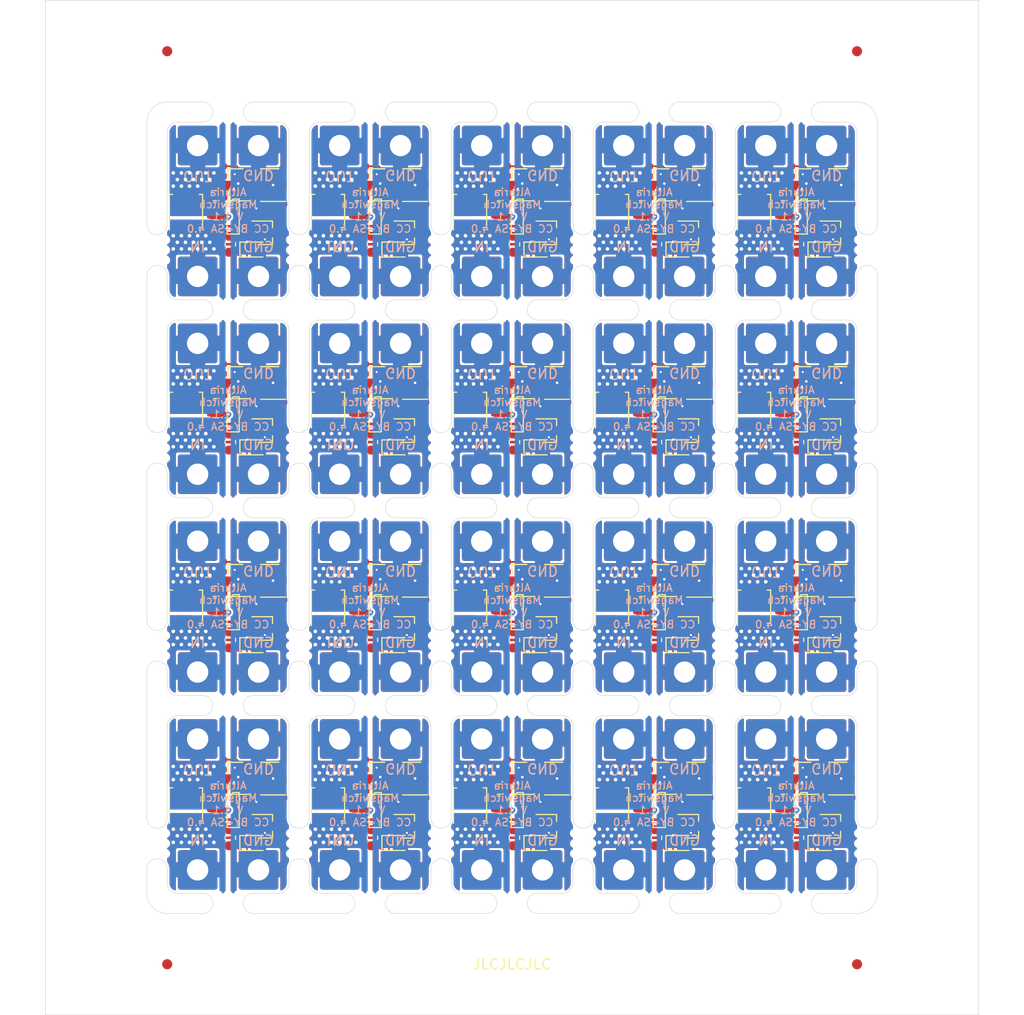
<source format=kicad_pcb>
(kicad_pcb (version 20171130) (host pcbnew 5.1.6)
  (layers (0 F.Cu signal) (31 B.Cu signal) (34 B.Paste user) (35 F.Paste user) (36 B.SilkS user) (37 F.SilkS user) (38 B.Mask user) (39 F.Mask user) (44 Edge.Cuts user))
  (net 0 "")
  (net 1 "Net-(U101-Pad2)")
  (net 2 VPP)
  (net 3 GND)
  (net 4 OUT)
  (net 5 "Net-(Q101-Pad4)")
  (net 6 TPI_CLK)
  (net 7 RST)
  (net 8 TPI_DATA)
  (net 9 "Net-(D101-Pad2)")
  (net 10 +3V3)
  (module mousebites:mousebite_double_5 (layer F.Cu) (at 209.6 125.8)
    (fp_text reference REF** hide)
    (fp_text value mousebite_3 hide)
    (pad "" np_thru_hole circle (at 1 0.15) (size 0.5 0.5) (drill 0.5) (layers *.Cu *.Mask))
    (pad "" np_thru_hole circle (at 0 0.15) (size 0.5 0.5) (drill 0.5) (layers *.Cu *.Mask))
    (pad "" np_thru_hole circle (at -1 0.15) (size 0.5 0.5) (drill 0.5) (layers *.Cu *.Mask))
    (pad "" np_thru_hole circle (at 1 1.85) (size 0.5 0.5) (drill 0.5) (layers *.Cu *.Mask))
    (pad "" np_thru_hole circle (at 0 1.85) (size 0.5 0.5) (drill 0.5) (layers *.Cu *.Mask))
    (pad "" np_thru_hole circle (at -1 1.85) (size 0.5 0.5) (drill 0.5) (layers *.Cu *.Mask))
  )
  (module mousebites:mousebite_double_5 (layer F.Cu) (at 195.6 125.8)
    (fp_text reference REF** hide)
    (fp_text value mousebite_3 hide)
    (pad "" np_thru_hole circle (at 1 0.15) (size 0.5 0.5) (drill 0.5) (layers *.Cu *.Mask))
    (pad "" np_thru_hole circle (at 0 0.15) (size 0.5 0.5) (drill 0.5) (layers *.Cu *.Mask))
    (pad "" np_thru_hole circle (at -1 0.15) (size 0.5 0.5) (drill 0.5) (layers *.Cu *.Mask))
    (pad "" np_thru_hole circle (at 1 1.85) (size 0.5 0.5) (drill 0.5) (layers *.Cu *.Mask))
    (pad "" np_thru_hole circle (at 0 1.85) (size 0.5 0.5) (drill 0.5) (layers *.Cu *.Mask))
    (pad "" np_thru_hole circle (at -1 1.85) (size 0.5 0.5) (drill 0.5) (layers *.Cu *.Mask))
  )
  (module mousebites:mousebite_double_5 (layer F.Cu) (at 181.6 125.8)
    (fp_text reference REF** hide)
    (fp_text value mousebite_3 hide)
    (pad "" np_thru_hole circle (at 1 0.15) (size 0.5 0.5) (drill 0.5) (layers *.Cu *.Mask))
    (pad "" np_thru_hole circle (at 0 0.15) (size 0.5 0.5) (drill 0.5) (layers *.Cu *.Mask))
    (pad "" np_thru_hole circle (at -1 0.15) (size 0.5 0.5) (drill 0.5) (layers *.Cu *.Mask))
    (pad "" np_thru_hole circle (at 1 1.85) (size 0.5 0.5) (drill 0.5) (layers *.Cu *.Mask))
    (pad "" np_thru_hole circle (at 0 1.85) (size 0.5 0.5) (drill 0.5) (layers *.Cu *.Mask))
    (pad "" np_thru_hole circle (at -1 1.85) (size 0.5 0.5) (drill 0.5) (layers *.Cu *.Mask))
  )
  (module mousebites:mousebite_double_5 (layer F.Cu) (at 167.6 125.8)
    (fp_text reference REF** hide)
    (fp_text value mousebite_3 hide)
    (pad "" np_thru_hole circle (at 1 0.15) (size 0.5 0.5) (drill 0.5) (layers *.Cu *.Mask))
    (pad "" np_thru_hole circle (at 0 0.15) (size 0.5 0.5) (drill 0.5) (layers *.Cu *.Mask))
    (pad "" np_thru_hole circle (at -1 0.15) (size 0.5 0.5) (drill 0.5) (layers *.Cu *.Mask))
    (pad "" np_thru_hole circle (at 1 1.85) (size 0.5 0.5) (drill 0.5) (layers *.Cu *.Mask))
    (pad "" np_thru_hole circle (at 0 1.85) (size 0.5 0.5) (drill 0.5) (layers *.Cu *.Mask))
    (pad "" np_thru_hole circle (at -1 1.85) (size 0.5 0.5) (drill 0.5) (layers *.Cu *.Mask))
  )
  (module mousebites:mousebite_double_5 (layer F.Cu) (at 153.6 125.8)
    (fp_text reference REF** hide)
    (fp_text value mousebite_3 hide)
    (pad "" np_thru_hole circle (at 1 0.15) (size 0.5 0.5) (drill 0.5) (layers *.Cu *.Mask))
    (pad "" np_thru_hole circle (at 0 0.15) (size 0.5 0.5) (drill 0.5) (layers *.Cu *.Mask))
    (pad "" np_thru_hole circle (at -1 0.15) (size 0.5 0.5) (drill 0.5) (layers *.Cu *.Mask))
    (pad "" np_thru_hole circle (at 1 1.85) (size 0.5 0.5) (drill 0.5) (layers *.Cu *.Mask))
    (pad "" np_thru_hole circle (at 0 1.85) (size 0.5 0.5) (drill 0.5) (layers *.Cu *.Mask))
    (pad "" np_thru_hole circle (at -1 1.85) (size 0.5 0.5) (drill 0.5) (layers *.Cu *.Mask))
  )
  (module mousebites:mousebite_double_5 (layer F.Cu) (at 209.6 106.3)
    (fp_text reference REF** hide)
    (fp_text value mousebite_3 hide)
    (pad "" np_thru_hole circle (at 1 0.15) (size 0.5 0.5) (drill 0.5) (layers *.Cu *.Mask))
    (pad "" np_thru_hole circle (at 0 0.15) (size 0.5 0.5) (drill 0.5) (layers *.Cu *.Mask))
    (pad "" np_thru_hole circle (at -1 0.15) (size 0.5 0.5) (drill 0.5) (layers *.Cu *.Mask))
    (pad "" np_thru_hole circle (at 1 1.85) (size 0.5 0.5) (drill 0.5) (layers *.Cu *.Mask))
    (pad "" np_thru_hole circle (at 0 1.85) (size 0.5 0.5) (drill 0.5) (layers *.Cu *.Mask))
    (pad "" np_thru_hole circle (at -1 1.85) (size 0.5 0.5) (drill 0.5) (layers *.Cu *.Mask))
  )
  (module mousebites:mousebite_double_5 (layer F.Cu) (at 195.6 106.3)
    (fp_text reference REF** hide)
    (fp_text value mousebite_3 hide)
    (pad "" np_thru_hole circle (at 1 0.15) (size 0.5 0.5) (drill 0.5) (layers *.Cu *.Mask))
    (pad "" np_thru_hole circle (at 0 0.15) (size 0.5 0.5) (drill 0.5) (layers *.Cu *.Mask))
    (pad "" np_thru_hole circle (at -1 0.15) (size 0.5 0.5) (drill 0.5) (layers *.Cu *.Mask))
    (pad "" np_thru_hole circle (at 1 1.85) (size 0.5 0.5) (drill 0.5) (layers *.Cu *.Mask))
    (pad "" np_thru_hole circle (at 0 1.85) (size 0.5 0.5) (drill 0.5) (layers *.Cu *.Mask))
    (pad "" np_thru_hole circle (at -1 1.85) (size 0.5 0.5) (drill 0.5) (layers *.Cu *.Mask))
  )
  (module mousebites:mousebite_double_5 (layer F.Cu) (at 181.6 106.3)
    (fp_text reference REF** hide)
    (fp_text value mousebite_3 hide)
    (pad "" np_thru_hole circle (at 1 0.15) (size 0.5 0.5) (drill 0.5) (layers *.Cu *.Mask))
    (pad "" np_thru_hole circle (at 0 0.15) (size 0.5 0.5) (drill 0.5) (layers *.Cu *.Mask))
    (pad "" np_thru_hole circle (at -1 0.15) (size 0.5 0.5) (drill 0.5) (layers *.Cu *.Mask))
    (pad "" np_thru_hole circle (at 1 1.85) (size 0.5 0.5) (drill 0.5) (layers *.Cu *.Mask))
    (pad "" np_thru_hole circle (at 0 1.85) (size 0.5 0.5) (drill 0.5) (layers *.Cu *.Mask))
    (pad "" np_thru_hole circle (at -1 1.85) (size 0.5 0.5) (drill 0.5) (layers *.Cu *.Mask))
  )
  (module mousebites:mousebite_double_5 (layer F.Cu) (at 167.6 106.3)
    (fp_text reference REF** hide)
    (fp_text value mousebite_3 hide)
    (pad "" np_thru_hole circle (at 1 0.15) (size 0.5 0.5) (drill 0.5) (layers *.Cu *.Mask))
    (pad "" np_thru_hole circle (at 0 0.15) (size 0.5 0.5) (drill 0.5) (layers *.Cu *.Mask))
    (pad "" np_thru_hole circle (at -1 0.15) (size 0.5 0.5) (drill 0.5) (layers *.Cu *.Mask))
    (pad "" np_thru_hole circle (at 1 1.85) (size 0.5 0.5) (drill 0.5) (layers *.Cu *.Mask))
    (pad "" np_thru_hole circle (at 0 1.85) (size 0.5 0.5) (drill 0.5) (layers *.Cu *.Mask))
    (pad "" np_thru_hole circle (at -1 1.85) (size 0.5 0.5) (drill 0.5) (layers *.Cu *.Mask))
  )
  (module mousebites:mousebite_double_5 (layer F.Cu) (at 153.6 106.3)
    (fp_text reference REF** hide)
    (fp_text value mousebite_3 hide)
    (pad "" np_thru_hole circle (at 1 0.15) (size 0.5 0.5) (drill 0.5) (layers *.Cu *.Mask))
    (pad "" np_thru_hole circle (at 0 0.15) (size 0.5 0.5) (drill 0.5) (layers *.Cu *.Mask))
    (pad "" np_thru_hole circle (at -1 0.15) (size 0.5 0.5) (drill 0.5) (layers *.Cu *.Mask))
    (pad "" np_thru_hole circle (at 1 1.85) (size 0.5 0.5) (drill 0.5) (layers *.Cu *.Mask))
    (pad "" np_thru_hole circle (at 0 1.85) (size 0.5 0.5) (drill 0.5) (layers *.Cu *.Mask))
    (pad "" np_thru_hole circle (at -1 1.85) (size 0.5 0.5) (drill 0.5) (layers *.Cu *.Mask))
  )
  (module mousebites:mousebite_double_5 (layer F.Cu) (at 209.6 86.8)
    (fp_text reference REF** hide)
    (fp_text value mousebite_3 hide)
    (pad "" np_thru_hole circle (at 1 0.15) (size 0.5 0.5) (drill 0.5) (layers *.Cu *.Mask))
    (pad "" np_thru_hole circle (at 0 0.15) (size 0.5 0.5) (drill 0.5) (layers *.Cu *.Mask))
    (pad "" np_thru_hole circle (at -1 0.15) (size 0.5 0.5) (drill 0.5) (layers *.Cu *.Mask))
    (pad "" np_thru_hole circle (at 1 1.85) (size 0.5 0.5) (drill 0.5) (layers *.Cu *.Mask))
    (pad "" np_thru_hole circle (at 0 1.85) (size 0.5 0.5) (drill 0.5) (layers *.Cu *.Mask))
    (pad "" np_thru_hole circle (at -1 1.85) (size 0.5 0.5) (drill 0.5) (layers *.Cu *.Mask))
  )
  (module mousebites:mousebite_double_5 (layer F.Cu) (at 195.6 86.8)
    (fp_text reference REF** hide)
    (fp_text value mousebite_3 hide)
    (pad "" np_thru_hole circle (at 1 0.15) (size 0.5 0.5) (drill 0.5) (layers *.Cu *.Mask))
    (pad "" np_thru_hole circle (at 0 0.15) (size 0.5 0.5) (drill 0.5) (layers *.Cu *.Mask))
    (pad "" np_thru_hole circle (at -1 0.15) (size 0.5 0.5) (drill 0.5) (layers *.Cu *.Mask))
    (pad "" np_thru_hole circle (at 1 1.85) (size 0.5 0.5) (drill 0.5) (layers *.Cu *.Mask))
    (pad "" np_thru_hole circle (at 0 1.85) (size 0.5 0.5) (drill 0.5) (layers *.Cu *.Mask))
    (pad "" np_thru_hole circle (at -1 1.85) (size 0.5 0.5) (drill 0.5) (layers *.Cu *.Mask))
  )
  (module mousebites:mousebite_double_5 (layer F.Cu) (at 181.6 86.8)
    (fp_text reference REF** hide)
    (fp_text value mousebite_3 hide)
    (pad "" np_thru_hole circle (at 1 0.15) (size 0.5 0.5) (drill 0.5) (layers *.Cu *.Mask))
    (pad "" np_thru_hole circle (at 0 0.15) (size 0.5 0.5) (drill 0.5) (layers *.Cu *.Mask))
    (pad "" np_thru_hole circle (at -1 0.15) (size 0.5 0.5) (drill 0.5) (layers *.Cu *.Mask))
    (pad "" np_thru_hole circle (at 1 1.85) (size 0.5 0.5) (drill 0.5) (layers *.Cu *.Mask))
    (pad "" np_thru_hole circle (at 0 1.85) (size 0.5 0.5) (drill 0.5) (layers *.Cu *.Mask))
    (pad "" np_thru_hole circle (at -1 1.85) (size 0.5 0.5) (drill 0.5) (layers *.Cu *.Mask))
  )
  (module mousebites:mousebite_double_5 (layer F.Cu) (at 167.6 86.8)
    (fp_text reference REF** hide)
    (fp_text value mousebite_3 hide)
    (pad "" np_thru_hole circle (at 1 0.15) (size 0.5 0.5) (drill 0.5) (layers *.Cu *.Mask))
    (pad "" np_thru_hole circle (at 0 0.15) (size 0.5 0.5) (drill 0.5) (layers *.Cu *.Mask))
    (pad "" np_thru_hole circle (at -1 0.15) (size 0.5 0.5) (drill 0.5) (layers *.Cu *.Mask))
    (pad "" np_thru_hole circle (at 1 1.85) (size 0.5 0.5) (drill 0.5) (layers *.Cu *.Mask))
    (pad "" np_thru_hole circle (at 0 1.85) (size 0.5 0.5) (drill 0.5) (layers *.Cu *.Mask))
    (pad "" np_thru_hole circle (at -1 1.85) (size 0.5 0.5) (drill 0.5) (layers *.Cu *.Mask))
  )
  (module mousebites:mousebite_double_5 (layer F.Cu) (at 153.6 86.8)
    (fp_text reference REF** hide)
    (fp_text value mousebite_3 hide)
    (pad "" np_thru_hole circle (at -1 1.85) (size 0.5 0.5) (drill 0.5) (layers *.Cu *.Mask))
    (pad "" np_thru_hole circle (at 0 1.85) (size 0.5 0.5) (drill 0.5) (layers *.Cu *.Mask))
    (pad "" np_thru_hole circle (at 1 1.85) (size 0.5 0.5) (drill 0.5) (layers *.Cu *.Mask))
    (pad "" np_thru_hole circle (at -1 0.15) (size 0.5 0.5) (drill 0.5) (layers *.Cu *.Mask))
    (pad "" np_thru_hole circle (at 0 0.15) (size 0.5 0.5) (drill 0.5) (layers *.Cu *.Mask))
    (pad "" np_thru_hole circle (at 1 0.15) (size 0.5 0.5) (drill 0.5) (layers *.Cu *.Mask))
  )
  (module mousebites:mousebite_double_5 (layer F.Cu) (at 203.6 140.4 270)
    (fp_text reference REF** hide)
    (fp_text value mousebite_3 hide)
    (pad "" np_thru_hole circle (at 1 0.15 270) (size 0.5 0.5) (drill 0.5) (layers *.Cu *.Mask))
    (pad "" np_thru_hole circle (at 0 0.15 270) (size 0.5 0.5) (drill 0.5) (layers *.Cu *.Mask))
    (pad "" np_thru_hole circle (at -1 0.15 270) (size 0.5 0.5) (drill 0.5) (layers *.Cu *.Mask))
    (pad "" np_thru_hole circle (at 1 1.85 270) (size 0.5 0.5) (drill 0.5) (layers *.Cu *.Mask))
    (pad "" np_thru_hole circle (at 0 1.85 270) (size 0.5 0.5) (drill 0.5) (layers *.Cu *.Mask))
    (pad "" np_thru_hole circle (at -1 1.85 270) (size 0.5 0.5) (drill 0.5) (layers *.Cu *.Mask))
  )
  (module mousebites:mousebite_double_5 (layer F.Cu) (at 189.6 140.4 270)
    (fp_text reference REF** hide)
    (fp_text value mousebite_3 hide)
    (pad "" np_thru_hole circle (at 1 0.15 270) (size 0.5 0.5) (drill 0.5) (layers *.Cu *.Mask))
    (pad "" np_thru_hole circle (at 0 0.15 270) (size 0.5 0.5) (drill 0.5) (layers *.Cu *.Mask))
    (pad "" np_thru_hole circle (at -1 0.15 270) (size 0.5 0.5) (drill 0.5) (layers *.Cu *.Mask))
    (pad "" np_thru_hole circle (at 1 1.85 270) (size 0.5 0.5) (drill 0.5) (layers *.Cu *.Mask))
    (pad "" np_thru_hole circle (at 0 1.85 270) (size 0.5 0.5) (drill 0.5) (layers *.Cu *.Mask))
    (pad "" np_thru_hole circle (at -1 1.85 270) (size 0.5 0.5) (drill 0.5) (layers *.Cu *.Mask))
  )
  (module mousebites:mousebite_double_5 (layer F.Cu) (at 175.6 140.4 270)
    (fp_text reference REF** hide)
    (fp_text value mousebite_3 hide)
    (pad "" np_thru_hole circle (at 1 0.15 270) (size 0.5 0.5) (drill 0.5) (layers *.Cu *.Mask))
    (pad "" np_thru_hole circle (at 0 0.15 270) (size 0.5 0.5) (drill 0.5) (layers *.Cu *.Mask))
    (pad "" np_thru_hole circle (at -1 0.15 270) (size 0.5 0.5) (drill 0.5) (layers *.Cu *.Mask))
    (pad "" np_thru_hole circle (at 1 1.85 270) (size 0.5 0.5) (drill 0.5) (layers *.Cu *.Mask))
    (pad "" np_thru_hole circle (at 0 1.85 270) (size 0.5 0.5) (drill 0.5) (layers *.Cu *.Mask))
    (pad "" np_thru_hole circle (at -1 1.85 270) (size 0.5 0.5) (drill 0.5) (layers *.Cu *.Mask))
  )
  (module mousebites:mousebite_double_5 (layer F.Cu) (at 161.6 140.4 270)
    (fp_text reference REF** hide)
    (fp_text value mousebite_3 hide)
    (pad "" np_thru_hole circle (at 1 0.15 270) (size 0.5 0.5) (drill 0.5) (layers *.Cu *.Mask))
    (pad "" np_thru_hole circle (at 0 0.15 270) (size 0.5 0.5) (drill 0.5) (layers *.Cu *.Mask))
    (pad "" np_thru_hole circle (at -1 0.15 270) (size 0.5 0.5) (drill 0.5) (layers *.Cu *.Mask))
    (pad "" np_thru_hole circle (at 1 1.85 270) (size 0.5 0.5) (drill 0.5) (layers *.Cu *.Mask))
    (pad "" np_thru_hole circle (at 0 1.85 270) (size 0.5 0.5) (drill 0.5) (layers *.Cu *.Mask))
    (pad "" np_thru_hole circle (at -1 1.85 270) (size 0.5 0.5) (drill 0.5) (layers *.Cu *.Mask))
  )
  (module mousebites:mousebite_double_5 (layer F.Cu) (at 203.6 120.9 270)
    (fp_text reference REF** hide)
    (fp_text value mousebite_3 hide)
    (pad "" np_thru_hole circle (at 1 0.15 270) (size 0.5 0.5) (drill 0.5) (layers *.Cu *.Mask))
    (pad "" np_thru_hole circle (at 0 0.15 270) (size 0.5 0.5) (drill 0.5) (layers *.Cu *.Mask))
    (pad "" np_thru_hole circle (at -1 0.15 270) (size 0.5 0.5) (drill 0.5) (layers *.Cu *.Mask))
    (pad "" np_thru_hole circle (at 1 1.85 270) (size 0.5 0.5) (drill 0.5) (layers *.Cu *.Mask))
    (pad "" np_thru_hole circle (at 0 1.85 270) (size 0.5 0.5) (drill 0.5) (layers *.Cu *.Mask))
    (pad "" np_thru_hole circle (at -1 1.85 270) (size 0.5 0.5) (drill 0.5) (layers *.Cu *.Mask))
  )
  (module mousebites:mousebite_double_5 (layer F.Cu) (at 189.6 120.9 270)
    (fp_text reference REF** hide)
    (fp_text value mousebite_3 hide)
    (pad "" np_thru_hole circle (at 1 0.15 270) (size 0.5 0.5) (drill 0.5) (layers *.Cu *.Mask))
    (pad "" np_thru_hole circle (at 0 0.15 270) (size 0.5 0.5) (drill 0.5) (layers *.Cu *.Mask))
    (pad "" np_thru_hole circle (at -1 0.15 270) (size 0.5 0.5) (drill 0.5) (layers *.Cu *.Mask))
    (pad "" np_thru_hole circle (at 1 1.85 270) (size 0.5 0.5) (drill 0.5) (layers *.Cu *.Mask))
    (pad "" np_thru_hole circle (at 0 1.85 270) (size 0.5 0.5) (drill 0.5) (layers *.Cu *.Mask))
    (pad "" np_thru_hole circle (at -1 1.85 270) (size 0.5 0.5) (drill 0.5) (layers *.Cu *.Mask))
  )
  (module mousebites:mousebite_double_5 (layer F.Cu) (at 175.6 120.9 270)
    (fp_text reference REF** hide)
    (fp_text value mousebite_3 hide)
    (pad "" np_thru_hole circle (at 1 0.15 270) (size 0.5 0.5) (drill 0.5) (layers *.Cu *.Mask))
    (pad "" np_thru_hole circle (at 0 0.15 270) (size 0.5 0.5) (drill 0.5) (layers *.Cu *.Mask))
    (pad "" np_thru_hole circle (at -1 0.15 270) (size 0.5 0.5) (drill 0.5) (layers *.Cu *.Mask))
    (pad "" np_thru_hole circle (at 1 1.85 270) (size 0.5 0.5) (drill 0.5) (layers *.Cu *.Mask))
    (pad "" np_thru_hole circle (at 0 1.85 270) (size 0.5 0.5) (drill 0.5) (layers *.Cu *.Mask))
    (pad "" np_thru_hole circle (at -1 1.85 270) (size 0.5 0.5) (drill 0.5) (layers *.Cu *.Mask))
  )
  (module mousebites:mousebite_double_5 (layer F.Cu) (at 161.6 120.9 270)
    (fp_text reference REF** hide)
    (fp_text value mousebite_3 hide)
    (pad "" np_thru_hole circle (at 1 0.15 270) (size 0.5 0.5) (drill 0.5) (layers *.Cu *.Mask))
    (pad "" np_thru_hole circle (at 0 0.15 270) (size 0.5 0.5) (drill 0.5) (layers *.Cu *.Mask))
    (pad "" np_thru_hole circle (at -1 0.15 270) (size 0.5 0.5) (drill 0.5) (layers *.Cu *.Mask))
    (pad "" np_thru_hole circle (at 1 1.85 270) (size 0.5 0.5) (drill 0.5) (layers *.Cu *.Mask))
    (pad "" np_thru_hole circle (at 0 1.85 270) (size 0.5 0.5) (drill 0.5) (layers *.Cu *.Mask))
    (pad "" np_thru_hole circle (at -1 1.85 270) (size 0.5 0.5) (drill 0.5) (layers *.Cu *.Mask))
  )
  (module mousebites:mousebite_double_5 (layer F.Cu) (at 203.6 101.4 270)
    (fp_text reference REF** hide)
    (fp_text value mousebite_3 hide)
    (pad "" np_thru_hole circle (at 1 0.15 270) (size 0.5 0.5) (drill 0.5) (layers *.Cu *.Mask))
    (pad "" np_thru_hole circle (at 0 0.15 270) (size 0.5 0.5) (drill 0.5) (layers *.Cu *.Mask))
    (pad "" np_thru_hole circle (at -1 0.15 270) (size 0.5 0.5) (drill 0.5) (layers *.Cu *.Mask))
    (pad "" np_thru_hole circle (at 1 1.85 270) (size 0.5 0.5) (drill 0.5) (layers *.Cu *.Mask))
    (pad "" np_thru_hole circle (at 0 1.85 270) (size 0.5 0.5) (drill 0.5) (layers *.Cu *.Mask))
    (pad "" np_thru_hole circle (at -1 1.85 270) (size 0.5 0.5) (drill 0.5) (layers *.Cu *.Mask))
  )
  (module mousebites:mousebite_double_5 (layer F.Cu) (at 189.6 101.4 270)
    (fp_text reference REF** hide)
    (fp_text value mousebite_3 hide)
    (pad "" np_thru_hole circle (at 1 0.15 270) (size 0.5 0.5) (drill 0.5) (layers *.Cu *.Mask))
    (pad "" np_thru_hole circle (at 0 0.15 270) (size 0.5 0.5) (drill 0.5) (layers *.Cu *.Mask))
    (pad "" np_thru_hole circle (at -1 0.15 270) (size 0.5 0.5) (drill 0.5) (layers *.Cu *.Mask))
    (pad "" np_thru_hole circle (at 1 1.85 270) (size 0.5 0.5) (drill 0.5) (layers *.Cu *.Mask))
    (pad "" np_thru_hole circle (at 0 1.85 270) (size 0.5 0.5) (drill 0.5) (layers *.Cu *.Mask))
    (pad "" np_thru_hole circle (at -1 1.85 270) (size 0.5 0.5) (drill 0.5) (layers *.Cu *.Mask))
  )
  (module mousebites:mousebite_double_5 (layer F.Cu) (at 175.6 101.4 270)
    (fp_text reference REF** hide)
    (fp_text value mousebite_3 hide)
    (pad "" np_thru_hole circle (at 1 0.15 270) (size 0.5 0.5) (drill 0.5) (layers *.Cu *.Mask))
    (pad "" np_thru_hole circle (at 0 0.15 270) (size 0.5 0.5) (drill 0.5) (layers *.Cu *.Mask))
    (pad "" np_thru_hole circle (at -1 0.15 270) (size 0.5 0.5) (drill 0.5) (layers *.Cu *.Mask))
    (pad "" np_thru_hole circle (at 1 1.85 270) (size 0.5 0.5) (drill 0.5) (layers *.Cu *.Mask))
    (pad "" np_thru_hole circle (at 0 1.85 270) (size 0.5 0.5) (drill 0.5) (layers *.Cu *.Mask))
    (pad "" np_thru_hole circle (at -1 1.85 270) (size 0.5 0.5) (drill 0.5) (layers *.Cu *.Mask))
  )
  (module mousebites:mousebite_double_5 (layer F.Cu) (at 161.6 101.4 270)
    (fp_text reference REF** hide)
    (fp_text value mousebite_3 hide)
    (pad "" np_thru_hole circle (at 1 0.15 270) (size 0.5 0.5) (drill 0.5) (layers *.Cu *.Mask))
    (pad "" np_thru_hole circle (at 0 0.15 270) (size 0.5 0.5) (drill 0.5) (layers *.Cu *.Mask))
    (pad "" np_thru_hole circle (at -1 0.15 270) (size 0.5 0.5) (drill 0.5) (layers *.Cu *.Mask))
    (pad "" np_thru_hole circle (at 1 1.85 270) (size 0.5 0.5) (drill 0.5) (layers *.Cu *.Mask))
    (pad "" np_thru_hole circle (at 0 1.85 270) (size 0.5 0.5) (drill 0.5) (layers *.Cu *.Mask))
    (pad "" np_thru_hole circle (at -1 1.85 270) (size 0.5 0.5) (drill 0.5) (layers *.Cu *.Mask))
  )
  (module mousebites:mousebite_double_5 (layer F.Cu) (at 203.6 81.9 270)
    (fp_text reference REF** hide)
    (fp_text value mousebite_3 hide)
    (pad "" np_thru_hole circle (at 1 0.15 270) (size 0.5 0.5) (drill 0.5) (layers *.Cu *.Mask))
    (pad "" np_thru_hole circle (at 0 0.15 270) (size 0.5 0.5) (drill 0.5) (layers *.Cu *.Mask))
    (pad "" np_thru_hole circle (at -1 0.15 270) (size 0.5 0.5) (drill 0.5) (layers *.Cu *.Mask))
    (pad "" np_thru_hole circle (at 1 1.85 270) (size 0.5 0.5) (drill 0.5) (layers *.Cu *.Mask))
    (pad "" np_thru_hole circle (at 0 1.85 270) (size 0.5 0.5) (drill 0.5) (layers *.Cu *.Mask))
    (pad "" np_thru_hole circle (at -1 1.85 270) (size 0.5 0.5) (drill 0.5) (layers *.Cu *.Mask))
  )
  (module mousebites:mousebite_double_5 (layer F.Cu) (at 189.6 81.9 270)
    (fp_text reference REF** hide)
    (fp_text value mousebite_3 hide)
    (pad "" np_thru_hole circle (at 1 0.15 270) (size 0.5 0.5) (drill 0.5) (layers *.Cu *.Mask))
    (pad "" np_thru_hole circle (at 0 0.15 270) (size 0.5 0.5) (drill 0.5) (layers *.Cu *.Mask))
    (pad "" np_thru_hole circle (at -1 0.15 270) (size 0.5 0.5) (drill 0.5) (layers *.Cu *.Mask))
    (pad "" np_thru_hole circle (at 1 1.85 270) (size 0.5 0.5) (drill 0.5) (layers *.Cu *.Mask))
    (pad "" np_thru_hole circle (at 0 1.85 270) (size 0.5 0.5) (drill 0.5) (layers *.Cu *.Mask))
    (pad "" np_thru_hole circle (at -1 1.85 270) (size 0.5 0.5) (drill 0.5) (layers *.Cu *.Mask))
  )
  (module mousebites:mousebite_double_5 (layer F.Cu) (at 175.6 81.9 270)
    (fp_text reference REF** hide)
    (fp_text value mousebite_3 hide)
    (pad "" np_thru_hole circle (at 1 0.15 270) (size 0.5 0.5) (drill 0.5) (layers *.Cu *.Mask))
    (pad "" np_thru_hole circle (at 0 0.15 270) (size 0.5 0.5) (drill 0.5) (layers *.Cu *.Mask))
    (pad "" np_thru_hole circle (at -1 0.15 270) (size 0.5 0.5) (drill 0.5) (layers *.Cu *.Mask))
    (pad "" np_thru_hole circle (at 1 1.85 270) (size 0.5 0.5) (drill 0.5) (layers *.Cu *.Mask))
    (pad "" np_thru_hole circle (at 0 1.85 270) (size 0.5 0.5) (drill 0.5) (layers *.Cu *.Mask))
    (pad "" np_thru_hole circle (at -1 1.85 270) (size 0.5 0.5) (drill 0.5) (layers *.Cu *.Mask))
  )
  (module mousebites:mousebite_double_5 (layer F.Cu) (at 161.6 81.9 270)
    (fp_text reference REF** hide)
    (fp_text value mousebite_3 hide)
    (pad "" np_thru_hole circle (at -1 1.85 270) (size 0.5 0.5) (drill 0.5) (layers *.Cu *.Mask))
    (pad "" np_thru_hole circle (at 0 1.85 270) (size 0.5 0.5) (drill 0.5) (layers *.Cu *.Mask))
    (pad "" np_thru_hole circle (at 1 1.85 270) (size 0.5 0.5) (drill 0.5) (layers *.Cu *.Mask))
    (pad "" np_thru_hole circle (at -1 0.15 270) (size 0.5 0.5) (drill 0.5) (layers *.Cu *.Mask))
    (pad "" np_thru_hole circle (at 0 0.15 270) (size 0.5 0.5) (drill 0.5) (layers *.Cu *.Mask))
    (pad "" np_thru_hole circle (at 1 0.15 270) (size 0.5 0.5) (drill 0.5) (layers *.Cu *.Mask))
  )
  (module Resistor_SMD:R_0402_1005Metric (layer F.Cu) (at 207.85 137.5 270)
    (fp_text reference R102 hide)
    (fp_text value 10k hide)
    (pad 1 smd roundrect (at -0.485 0 270) (size 0.59 0.64) (layers F.Cu F.Paste F.Mask) (net 2 VPP))
    (pad 2 smd roundrect (at 0.485 0 270) (size 0.59 0.64) (layers F.Cu F.Paste F.Mask) (net 5 "Net-(Q101-Pad4)"))
  )
  (module Resistor_SMD:R_0402_1005Metric (layer F.Cu) (at 193.85 137.5 270)
    (fp_text reference R102 hide)
    (fp_text value 10k hide)
    (pad 1 smd roundrect (at -0.485 0 270) (size 0.59 0.64) (layers F.Cu F.Paste F.Mask) (net 2 VPP))
    (pad 2 smd roundrect (at 0.485 0 270) (size 0.59 0.64) (layers F.Cu F.Paste F.Mask) (net 5 "Net-(Q101-Pad4)"))
  )
  (module Resistor_SMD:R_0402_1005Metric (layer F.Cu) (at 179.85 137.5 270)
    (fp_text reference R102 hide)
    (fp_text value 10k hide)
    (pad 1 smd roundrect (at -0.485 0 270) (size 0.59 0.64) (layers F.Cu F.Paste F.Mask) (net 2 VPP))
    (pad 2 smd roundrect (at 0.485 0 270) (size 0.59 0.64) (layers F.Cu F.Paste F.Mask) (net 5 "Net-(Q101-Pad4)"))
  )
  (module Resistor_SMD:R_0402_1005Metric (layer F.Cu) (at 165.85 137.5 270)
    (fp_text reference R102 hide)
    (fp_text value 10k hide)
    (pad 1 smd roundrect (at -0.485 0 270) (size 0.59 0.64) (layers F.Cu F.Paste F.Mask) (net 2 VPP))
    (pad 2 smd roundrect (at 0.485 0 270) (size 0.59 0.64) (layers F.Cu F.Paste F.Mask) (net 5 "Net-(Q101-Pad4)"))
  )
  (module Resistor_SMD:R_0402_1005Metric (layer F.Cu) (at 151.85 137.5 270)
    (fp_text reference R102 hide)
    (fp_text value 10k hide)
    (pad 1 smd roundrect (at -0.485 0 270) (size 0.59 0.64) (layers F.Cu F.Paste F.Mask) (net 2 VPP))
    (pad 2 smd roundrect (at 0.485 0 270) (size 0.59 0.64) (layers F.Cu F.Paste F.Mask) (net 5 "Net-(Q101-Pad4)"))
  )
  (module Resistor_SMD:R_0402_1005Metric (layer F.Cu) (at 207.85 118 270)
    (fp_text reference R102 hide)
    (fp_text value 10k hide)
    (pad 1 smd roundrect (at -0.485 0 270) (size 0.59 0.64) (layers F.Cu F.Paste F.Mask) (net 2 VPP))
    (pad 2 smd roundrect (at 0.485 0 270) (size 0.59 0.64) (layers F.Cu F.Paste F.Mask) (net 5 "Net-(Q101-Pad4)"))
  )
  (module Resistor_SMD:R_0402_1005Metric (layer F.Cu) (at 193.85 118 270)
    (fp_text reference R102 hide)
    (fp_text value 10k hide)
    (pad 1 smd roundrect (at -0.485 0 270) (size 0.59 0.64) (layers F.Cu F.Paste F.Mask) (net 2 VPP))
    (pad 2 smd roundrect (at 0.485 0 270) (size 0.59 0.64) (layers F.Cu F.Paste F.Mask) (net 5 "Net-(Q101-Pad4)"))
  )
  (module Resistor_SMD:R_0402_1005Metric (layer F.Cu) (at 179.85 118 270)
    (fp_text reference R102 hide)
    (fp_text value 10k hide)
    (pad 1 smd roundrect (at -0.485 0 270) (size 0.59 0.64) (layers F.Cu F.Paste F.Mask) (net 2 VPP))
    (pad 2 smd roundrect (at 0.485 0 270) (size 0.59 0.64) (layers F.Cu F.Paste F.Mask) (net 5 "Net-(Q101-Pad4)"))
  )
  (module Resistor_SMD:R_0402_1005Metric (layer F.Cu) (at 165.85 118 270)
    (fp_text reference R102 hide)
    (fp_text value 10k hide)
    (pad 1 smd roundrect (at -0.485 0 270) (size 0.59 0.64) (layers F.Cu F.Paste F.Mask) (net 2 VPP))
    (pad 2 smd roundrect (at 0.485 0 270) (size 0.59 0.64) (layers F.Cu F.Paste F.Mask) (net 5 "Net-(Q101-Pad4)"))
  )
  (module Resistor_SMD:R_0402_1005Metric (layer F.Cu) (at 151.85 118 270)
    (fp_text reference R102 hide)
    (fp_text value 10k hide)
    (pad 1 smd roundrect (at -0.485 0 270) (size 0.59 0.64) (layers F.Cu F.Paste F.Mask) (net 2 VPP))
    (pad 2 smd roundrect (at 0.485 0 270) (size 0.59 0.64) (layers F.Cu F.Paste F.Mask) (net 5 "Net-(Q101-Pad4)"))
  )
  (module Resistor_SMD:R_0402_1005Metric (layer F.Cu) (at 207.85 98.5 270)
    (fp_text reference R102 hide)
    (fp_text value 10k hide)
    (pad 1 smd roundrect (at -0.485 0 270) (size 0.59 0.64) (layers F.Cu F.Paste F.Mask) (net 2 VPP))
    (pad 2 smd roundrect (at 0.485 0 270) (size 0.59 0.64) (layers F.Cu F.Paste F.Mask) (net 5 "Net-(Q101-Pad4)"))
  )
  (module Resistor_SMD:R_0402_1005Metric (layer F.Cu) (at 193.85 98.5 270)
    (fp_text reference R102 hide)
    (fp_text value 10k hide)
    (pad 1 smd roundrect (at -0.485 0 270) (size 0.59 0.64) (layers F.Cu F.Paste F.Mask) (net 2 VPP))
    (pad 2 smd roundrect (at 0.485 0 270) (size 0.59 0.64) (layers F.Cu F.Paste F.Mask) (net 5 "Net-(Q101-Pad4)"))
  )
  (module Resistor_SMD:R_0402_1005Metric (layer F.Cu) (at 179.85 98.5 270)
    (fp_text reference R102 hide)
    (fp_text value 10k hide)
    (pad 1 smd roundrect (at -0.485 0 270) (size 0.59 0.64) (layers F.Cu F.Paste F.Mask) (net 2 VPP))
    (pad 2 smd roundrect (at 0.485 0 270) (size 0.59 0.64) (layers F.Cu F.Paste F.Mask) (net 5 "Net-(Q101-Pad4)"))
  )
  (module Resistor_SMD:R_0402_1005Metric (layer F.Cu) (at 165.85 98.5 270)
    (fp_text reference R102 hide)
    (fp_text value 10k hide)
    (pad 1 smd roundrect (at -0.485 0 270) (size 0.59 0.64) (layers F.Cu F.Paste F.Mask) (net 2 VPP))
    (pad 2 smd roundrect (at 0.485 0 270) (size 0.59 0.64) (layers F.Cu F.Paste F.Mask) (net 5 "Net-(Q101-Pad4)"))
  )
  (module Resistor_SMD:R_0402_1005Metric (layer F.Cu) (at 151.85 98.5 270)
    (fp_text reference R102 hide)
    (fp_text value 10k hide)
    (pad 1 smd roundrect (at -0.485 0 270) (size 0.59 0.64) (layers F.Cu F.Paste F.Mask) (net 2 VPP))
    (pad 2 smd roundrect (at 0.485 0 270) (size 0.59 0.64) (layers F.Cu F.Paste F.Mask) (net 5 "Net-(Q101-Pad4)"))
  )
  (module Resistor_SMD:R_0402_1005Metric (layer F.Cu) (at 207.85 79 270)
    (fp_text reference R102 hide)
    (fp_text value 10k hide)
    (pad 1 smd roundrect (at -0.485 0 270) (size 0.59 0.64) (layers F.Cu F.Paste F.Mask) (net 2 VPP))
    (pad 2 smd roundrect (at 0.485 0 270) (size 0.59 0.64) (layers F.Cu F.Paste F.Mask) (net 5 "Net-(Q101-Pad4)"))
  )
  (module Resistor_SMD:R_0402_1005Metric (layer F.Cu) (at 193.85 79 270)
    (fp_text reference R102 hide)
    (fp_text value 10k hide)
    (pad 1 smd roundrect (at -0.485 0 270) (size 0.59 0.64) (layers F.Cu F.Paste F.Mask) (net 2 VPP))
    (pad 2 smd roundrect (at 0.485 0 270) (size 0.59 0.64) (layers F.Cu F.Paste F.Mask) (net 5 "Net-(Q101-Pad4)"))
  )
  (module Resistor_SMD:R_0402_1005Metric (layer F.Cu) (at 179.85 79 270)
    (fp_text reference R102 hide)
    (fp_text value 10k hide)
    (pad 1 smd roundrect (at -0.485 0 270) (size 0.59 0.64) (layers F.Cu F.Paste F.Mask) (net 2 VPP))
    (pad 2 smd roundrect (at 0.485 0 270) (size 0.59 0.64) (layers F.Cu F.Paste F.Mask) (net 5 "Net-(Q101-Pad4)"))
  )
  (module Resistor_SMD:R_0402_1005Metric (layer F.Cu) (at 165.85 79 270)
    (fp_text reference R102 hide)
    (fp_text value 10k hide)
    (pad 1 smd roundrect (at -0.485 0 270) (size 0.59 0.64) (layers F.Cu F.Paste F.Mask) (net 2 VPP))
    (pad 2 smd roundrect (at 0.485 0 270) (size 0.59 0.64) (layers F.Cu F.Paste F.Mask) (net 5 "Net-(Q101-Pad4)"))
  )
  (module Connector_Wire:SolderWire-1.5sqmm_1x01_D1.7mm_OD3.9mm (layer F.Cu) (at 206.6 143 90)
    (fp_text reference J102 hide)
    (fp_text value Conn_01x01 hide)
    (pad 1 thru_hole roundrect (at 0 0 90) (size 3.9 3.9) (drill 2.1) (layers *.Cu *.Mask) (roundrect_rratio 0.06410299999999999) (net 2 VPP))
  )
  (module Connector_Wire:SolderWire-1.5sqmm_1x01_D1.7mm_OD3.9mm (layer F.Cu) (at 192.6 143 90)
    (fp_text reference J102 hide)
    (fp_text value Conn_01x01 hide)
    (pad 1 thru_hole roundrect (at 0 0 90) (size 3.9 3.9) (drill 2.1) (layers *.Cu *.Mask) (roundrect_rratio 0.06410299999999999) (net 2 VPP))
  )
  (module Connector_Wire:SolderWire-1.5sqmm_1x01_D1.7mm_OD3.9mm (layer F.Cu) (at 178.6 143 90)
    (fp_text reference J102 hide)
    (fp_text value Conn_01x01 hide)
    (pad 1 thru_hole roundrect (at 0 0 90) (size 3.9 3.9) (drill 2.1) (layers *.Cu *.Mask) (roundrect_rratio 0.06410299999999999) (net 2 VPP))
  )
  (module Connector_Wire:SolderWire-1.5sqmm_1x01_D1.7mm_OD3.9mm (layer F.Cu) (at 164.6 143 90)
    (fp_text reference J102 hide)
    (fp_text value Conn_01x01 hide)
    (pad 1 thru_hole roundrect (at 0 0 90) (size 3.9 3.9) (drill 2.1) (layers *.Cu *.Mask) (roundrect_rratio 0.06410299999999999) (net 2 VPP))
  )
  (module Connector_Wire:SolderWire-1.5sqmm_1x01_D1.7mm_OD3.9mm (layer F.Cu) (at 150.6 143 90)
    (fp_text reference J102 hide)
    (fp_text value Conn_01x01 hide)
    (pad 1 thru_hole roundrect (at 0 0 90) (size 3.9 3.9) (drill 2.1) (layers *.Cu *.Mask) (roundrect_rratio 0.06410299999999999) (net 2 VPP))
  )
  (module Connector_Wire:SolderWire-1.5sqmm_1x01_D1.7mm_OD3.9mm (layer F.Cu) (at 206.6 123.5 90)
    (fp_text reference J102 hide)
    (fp_text value Conn_01x01 hide)
    (pad 1 thru_hole roundrect (at 0 0 90) (size 3.9 3.9) (drill 2.1) (layers *.Cu *.Mask) (roundrect_rratio 0.06410299999999999) (net 2 VPP))
  )
  (module Connector_Wire:SolderWire-1.5sqmm_1x01_D1.7mm_OD3.9mm (layer F.Cu) (at 192.6 123.5 90)
    (fp_text reference J102 hide)
    (fp_text value Conn_01x01 hide)
    (pad 1 thru_hole roundrect (at 0 0 90) (size 3.9 3.9) (drill 2.1) (layers *.Cu *.Mask) (roundrect_rratio 0.06410299999999999) (net 2 VPP))
  )
  (module Connector_Wire:SolderWire-1.5sqmm_1x01_D1.7mm_OD3.9mm (layer F.Cu) (at 178.6 123.5 90)
    (fp_text reference J102 hide)
    (fp_text value Conn_01x01 hide)
    (pad 1 thru_hole roundrect (at 0 0 90) (size 3.9 3.9) (drill 2.1) (layers *.Cu *.Mask) (roundrect_rratio 0.06410299999999999) (net 2 VPP))
  )
  (module Connector_Wire:SolderWire-1.5sqmm_1x01_D1.7mm_OD3.9mm (layer F.Cu) (at 164.6 123.5 90)
    (fp_text reference J102 hide)
    (fp_text value Conn_01x01 hide)
    (pad 1 thru_hole roundrect (at 0 0 90) (size 3.9 3.9) (drill 2.1) (layers *.Cu *.Mask) (roundrect_rratio 0.06410299999999999) (net 2 VPP))
  )
  (module Connector_Wire:SolderWire-1.5sqmm_1x01_D1.7mm_OD3.9mm (layer F.Cu) (at 150.6 123.5 90)
    (fp_text reference J102 hide)
    (fp_text value Conn_01x01 hide)
    (pad 1 thru_hole roundrect (at 0 0 90) (size 3.9 3.9) (drill 2.1) (layers *.Cu *.Mask) (roundrect_rratio 0.06410299999999999) (net 2 VPP))
  )
  (module Connector_Wire:SolderWire-1.5sqmm_1x01_D1.7mm_OD3.9mm (layer F.Cu) (at 206.6 104 90)
    (fp_text reference J102 hide)
    (fp_text value Conn_01x01 hide)
    (pad 1 thru_hole roundrect (at 0 0 90) (size 3.9 3.9) (drill 2.1) (layers *.Cu *.Mask) (roundrect_rratio 0.06410299999999999) (net 2 VPP))
  )
  (module Connector_Wire:SolderWire-1.5sqmm_1x01_D1.7mm_OD3.9mm (layer F.Cu) (at 192.6 104 90)
    (fp_text reference J102 hide)
    (fp_text value Conn_01x01 hide)
    (pad 1 thru_hole roundrect (at 0 0 90) (size 3.9 3.9) (drill 2.1) (layers *.Cu *.Mask) (roundrect_rratio 0.06410299999999999) (net 2 VPP))
  )
  (module Connector_Wire:SolderWire-1.5sqmm_1x01_D1.7mm_OD3.9mm (layer F.Cu) (at 178.6 104 90)
    (fp_text reference J102 hide)
    (fp_text value Conn_01x01 hide)
    (pad 1 thru_hole roundrect (at 0 0 90) (size 3.9 3.9) (drill 2.1) (layers *.Cu *.Mask) (roundrect_rratio 0.06410299999999999) (net 2 VPP))
  )
  (module Connector_Wire:SolderWire-1.5sqmm_1x01_D1.7mm_OD3.9mm (layer F.Cu) (at 164.6 104 90)
    (fp_text reference J102 hide)
    (fp_text value Conn_01x01 hide)
    (pad 1 thru_hole roundrect (at 0 0 90) (size 3.9 3.9) (drill 2.1) (layers *.Cu *.Mask) (roundrect_rratio 0.06410299999999999) (net 2 VPP))
  )
  (module Connector_Wire:SolderWire-1.5sqmm_1x01_D1.7mm_OD3.9mm (layer F.Cu) (at 150.6 104 90)
    (fp_text reference J102 hide)
    (fp_text value Conn_01x01 hide)
    (pad 1 thru_hole roundrect (at 0 0 90) (size 3.9 3.9) (drill 2.1) (layers *.Cu *.Mask) (roundrect_rratio 0.06410299999999999) (net 2 VPP))
  )
  (module Connector_Wire:SolderWire-1.5sqmm_1x01_D1.7mm_OD3.9mm (layer F.Cu) (at 206.6 84.5 90)
    (fp_text reference J102 hide)
    (fp_text value Conn_01x01 hide)
    (pad 1 thru_hole roundrect (at 0 0 90) (size 3.9 3.9) (drill 2.1) (layers *.Cu *.Mask) (roundrect_rratio 0.06410299999999999) (net 2 VPP))
  )
  (module Connector_Wire:SolderWire-1.5sqmm_1x01_D1.7mm_OD3.9mm (layer F.Cu) (at 192.6 84.5 90)
    (fp_text reference J102 hide)
    (fp_text value Conn_01x01 hide)
    (pad 1 thru_hole roundrect (at 0 0 90) (size 3.9 3.9) (drill 2.1) (layers *.Cu *.Mask) (roundrect_rratio 0.06410299999999999) (net 2 VPP))
  )
  (module Connector_Wire:SolderWire-1.5sqmm_1x01_D1.7mm_OD3.9mm (layer F.Cu) (at 178.6 84.5 90)
    (fp_text reference J102 hide)
    (fp_text value Conn_01x01 hide)
    (pad 1 thru_hole roundrect (at 0 0 90) (size 3.9 3.9) (drill 2.1) (layers *.Cu *.Mask) (roundrect_rratio 0.06410299999999999) (net 2 VPP))
  )
  (module Connector_Wire:SolderWire-1.5sqmm_1x01_D1.7mm_OD3.9mm (layer F.Cu) (at 164.6 84.5 90)
    (fp_text reference J102 hide)
    (fp_text value Conn_01x01 hide)
    (pad 1 thru_hole roundrect (at 0 0 90) (size 3.9 3.9) (drill 2.1) (layers *.Cu *.Mask) (roundrect_rratio 0.06410299999999999) (net 2 VPP))
  )
  (module Capacitor_SMD:C_0603_1608Metric (layer F.Cu) (at 209.83 139.83 270)
    (fp_text reference C102 hide)
    (fp_text value 1u hide)
    (pad 1 smd roundrect (at -0.7875 0 270) (size 0.875 0.95) (layers F.Cu F.Paste F.Mask) (net 10 +3V3))
    (pad 2 smd roundrect (at 0.7875 0 270) (size 0.875 0.95) (layers F.Cu F.Paste F.Mask) (net 3 GND))
  )
  (module Capacitor_SMD:C_0603_1608Metric (layer F.Cu) (at 195.83 139.83 270)
    (fp_text reference C102 hide)
    (fp_text value 1u hide)
    (pad 1 smd roundrect (at -0.7875 0 270) (size 0.875 0.95) (layers F.Cu F.Paste F.Mask) (net 10 +3V3))
    (pad 2 smd roundrect (at 0.7875 0 270) (size 0.875 0.95) (layers F.Cu F.Paste F.Mask) (net 3 GND))
  )
  (module Capacitor_SMD:C_0603_1608Metric (layer F.Cu) (at 181.83 139.83 270)
    (fp_text reference C102 hide)
    (fp_text value 1u hide)
    (pad 1 smd roundrect (at -0.7875 0 270) (size 0.875 0.95) (layers F.Cu F.Paste F.Mask) (net 10 +3V3))
    (pad 2 smd roundrect (at 0.7875 0 270) (size 0.875 0.95) (layers F.Cu F.Paste F.Mask) (net 3 GND))
  )
  (module Capacitor_SMD:C_0603_1608Metric (layer F.Cu) (at 167.83 139.83 270)
    (fp_text reference C102 hide)
    (fp_text value 1u hide)
    (pad 1 smd roundrect (at -0.7875 0 270) (size 0.875 0.95) (layers F.Cu F.Paste F.Mask) (net 10 +3V3))
    (pad 2 smd roundrect (at 0.7875 0 270) (size 0.875 0.95) (layers F.Cu F.Paste F.Mask) (net 3 GND))
  )
  (module Capacitor_SMD:C_0603_1608Metric (layer F.Cu) (at 153.83 139.83 270)
    (fp_text reference C102 hide)
    (fp_text value 1u hide)
    (pad 1 smd roundrect (at -0.7875 0 270) (size 0.875 0.95) (layers F.Cu F.Paste F.Mask) (net 10 +3V3))
    (pad 2 smd roundrect (at 0.7875 0 270) (size 0.875 0.95) (layers F.Cu F.Paste F.Mask) (net 3 GND))
  )
  (module Capacitor_SMD:C_0603_1608Metric (layer F.Cu) (at 209.83 120.33 270)
    (fp_text reference C102 hide)
    (fp_text value 1u hide)
    (pad 1 smd roundrect (at -0.7875 0 270) (size 0.875 0.95) (layers F.Cu F.Paste F.Mask) (net 10 +3V3))
    (pad 2 smd roundrect (at 0.7875 0 270) (size 0.875 0.95) (layers F.Cu F.Paste F.Mask) (net 3 GND))
  )
  (module Capacitor_SMD:C_0603_1608Metric (layer F.Cu) (at 195.83 120.33 270)
    (fp_text reference C102 hide)
    (fp_text value 1u hide)
    (pad 1 smd roundrect (at -0.7875 0 270) (size 0.875 0.95) (layers F.Cu F.Paste F.Mask) (net 10 +3V3))
    (pad 2 smd roundrect (at 0.7875 0 270) (size 0.875 0.95) (layers F.Cu F.Paste F.Mask) (net 3 GND))
  )
  (module Capacitor_SMD:C_0603_1608Metric (layer F.Cu) (at 181.83 120.33 270)
    (fp_text reference C102 hide)
    (fp_text value 1u hide)
    (pad 1 smd roundrect (at -0.7875 0 270) (size 0.875 0.95) (layers F.Cu F.Paste F.Mask) (net 10 +3V3))
    (pad 2 smd roundrect (at 0.7875 0 270) (size 0.875 0.95) (layers F.Cu F.Paste F.Mask) (net 3 GND))
  )
  (module Capacitor_SMD:C_0603_1608Metric (layer F.Cu) (at 167.83 120.33 270)
    (fp_text reference C102 hide)
    (fp_text value 1u hide)
    (pad 1 smd roundrect (at -0.7875 0 270) (size 0.875 0.95) (layers F.Cu F.Paste F.Mask) (net 10 +3V3))
    (pad 2 smd roundrect (at 0.7875 0 270) (size 0.875 0.95) (layers F.Cu F.Paste F.Mask) (net 3 GND))
  )
  (module Capacitor_SMD:C_0603_1608Metric (layer F.Cu) (at 153.83 120.33 270)
    (fp_text reference C102 hide)
    (fp_text value 1u hide)
    (pad 1 smd roundrect (at -0.7875 0 270) (size 0.875 0.95) (layers F.Cu F.Paste F.Mask) (net 10 +3V3))
    (pad 2 smd roundrect (at 0.7875 0 270) (size 0.875 0.95) (layers F.Cu F.Paste F.Mask) (net 3 GND))
  )
  (module Capacitor_SMD:C_0603_1608Metric (layer F.Cu) (at 209.83 100.83 270)
    (fp_text reference C102 hide)
    (fp_text value 1u hide)
    (pad 1 smd roundrect (at -0.7875 0 270) (size 0.875 0.95) (layers F.Cu F.Paste F.Mask) (net 10 +3V3))
    (pad 2 smd roundrect (at 0.7875 0 270) (size 0.875 0.95) (layers F.Cu F.Paste F.Mask) (net 3 GND))
  )
  (module Capacitor_SMD:C_0603_1608Metric (layer F.Cu) (at 195.83 100.83 270)
    (fp_text reference C102 hide)
    (fp_text value 1u hide)
    (pad 1 smd roundrect (at -0.7875 0 270) (size 0.875 0.95) (layers F.Cu F.Paste F.Mask) (net 10 +3V3))
    (pad 2 smd roundrect (at 0.7875 0 270) (size 0.875 0.95) (layers F.Cu F.Paste F.Mask) (net 3 GND))
  )
  (module Capacitor_SMD:C_0603_1608Metric (layer F.Cu) (at 181.83 100.83 270)
    (fp_text reference C102 hide)
    (fp_text value 1u hide)
    (pad 1 smd roundrect (at -0.7875 0 270) (size 0.875 0.95) (layers F.Cu F.Paste F.Mask) (net 10 +3V3))
    (pad 2 smd roundrect (at 0.7875 0 270) (size 0.875 0.95) (layers F.Cu F.Paste F.Mask) (net 3 GND))
  )
  (module Capacitor_SMD:C_0603_1608Metric (layer F.Cu) (at 167.83 100.83 270)
    (fp_text reference C102 hide)
    (fp_text value 1u hide)
    (pad 1 smd roundrect (at -0.7875 0 270) (size 0.875 0.95) (layers F.Cu F.Paste F.Mask) (net 10 +3V3))
    (pad 2 smd roundrect (at 0.7875 0 270) (size 0.875 0.95) (layers F.Cu F.Paste F.Mask) (net 3 GND))
  )
  (module Capacitor_SMD:C_0603_1608Metric (layer F.Cu) (at 153.83 100.83 270)
    (fp_text reference C102 hide)
    (fp_text value 1u hide)
    (pad 1 smd roundrect (at -0.7875 0 270) (size 0.875 0.95) (layers F.Cu F.Paste F.Mask) (net 10 +3V3))
    (pad 2 smd roundrect (at 0.7875 0 270) (size 0.875 0.95) (layers F.Cu F.Paste F.Mask) (net 3 GND))
  )
  (module Capacitor_SMD:C_0603_1608Metric (layer F.Cu) (at 209.83 81.33 270)
    (fp_text reference C102 hide)
    (fp_text value 1u hide)
    (pad 1 smd roundrect (at -0.7875 0 270) (size 0.875 0.95) (layers F.Cu F.Paste F.Mask) (net 10 +3V3))
    (pad 2 smd roundrect (at 0.7875 0 270) (size 0.875 0.95) (layers F.Cu F.Paste F.Mask) (net 3 GND))
  )
  (module Capacitor_SMD:C_0603_1608Metric (layer F.Cu) (at 195.83 81.33 270)
    (fp_text reference C102 hide)
    (fp_text value 1u hide)
    (pad 1 smd roundrect (at -0.7875 0 270) (size 0.875 0.95) (layers F.Cu F.Paste F.Mask) (net 10 +3V3))
    (pad 2 smd roundrect (at 0.7875 0 270) (size 0.875 0.95) (layers F.Cu F.Paste F.Mask) (net 3 GND))
  )
  (module Capacitor_SMD:C_0603_1608Metric (layer F.Cu) (at 181.83 81.33 270)
    (fp_text reference C102 hide)
    (fp_text value 1u hide)
    (pad 1 smd roundrect (at -0.7875 0 270) (size 0.875 0.95) (layers F.Cu F.Paste F.Mask) (net 10 +3V3))
    (pad 2 smd roundrect (at 0.7875 0 270) (size 0.875 0.95) (layers F.Cu F.Paste F.Mask) (net 3 GND))
  )
  (module Capacitor_SMD:C_0603_1608Metric (layer F.Cu) (at 167.83 81.33 270)
    (fp_text reference C102 hide)
    (fp_text value 1u hide)
    (pad 1 smd roundrect (at -0.7875 0 270) (size 0.875 0.95) (layers F.Cu F.Paste F.Mask) (net 10 +3V3))
    (pad 2 smd roundrect (at 0.7875 0 270) (size 0.875 0.95) (layers F.Cu F.Paste F.Mask) (net 3 GND))
  )
  (module alturia-magswitch:SOIC-6 (layer F.Cu) (at 210.1 137.1 270)
    (fp_text reference U102 hide)
    (fp_text value AP7383-33WR-7 hide)
    (pad 5 smd rect (at -0.95 -1.2 270) (size 0.55 0.8) (layers F.Cu F.Paste F.Mask))
    (pad 1 smd rect (at -0.95 1.2 270) (size 0.55 0.8) (layers F.Cu F.Paste F.Mask) (net 3 GND))
    (pad 2 smd rect (at 0 1.2 270) (size 0.55 0.8) (layers F.Cu F.Paste F.Mask) (net 2 VPP))
    (pad 4 smd rect (at 0.95 -1.2 270) (size 0.55 0.8) (layers F.Cu F.Paste F.Mask))
    (pad 3 smd rect (at 0.95 1.2 270) (size 0.55 0.8) (layers F.Cu F.Paste F.Mask) (net 10 +3V3))
  )
  (module alturia-magswitch:SOIC-6 (layer F.Cu) (at 196.1 137.1 270)
    (fp_text reference U102 hide)
    (fp_text value AP7383-33WR-7 hide)
    (pad 5 smd rect (at -0.95 -1.2 270) (size 0.55 0.8) (layers F.Cu F.Paste F.Mask))
    (pad 1 smd rect (at -0.95 1.2 270) (size 0.55 0.8) (layers F.Cu F.Paste F.Mask) (net 3 GND))
    (pad 2 smd rect (at 0 1.2 270) (size 0.55 0.8) (layers F.Cu F.Paste F.Mask) (net 2 VPP))
    (pad 4 smd rect (at 0.95 -1.2 270) (size 0.55 0.8) (layers F.Cu F.Paste F.Mask))
    (pad 3 smd rect (at 0.95 1.2 270) (size 0.55 0.8) (layers F.Cu F.Paste F.Mask) (net 10 +3V3))
  )
  (module alturia-magswitch:SOIC-6 (layer F.Cu) (at 182.1 137.1 270)
    (fp_text reference U102 hide)
    (fp_text value AP7383-33WR-7 hide)
    (pad 5 smd rect (at -0.95 -1.2 270) (size 0.55 0.8) (layers F.Cu F.Paste F.Mask))
    (pad 1 smd rect (at -0.95 1.2 270) (size 0.55 0.8) (layers F.Cu F.Paste F.Mask) (net 3 GND))
    (pad 2 smd rect (at 0 1.2 270) (size 0.55 0.8) (layers F.Cu F.Paste F.Mask) (net 2 VPP))
    (pad 4 smd rect (at 0.95 -1.2 270) (size 0.55 0.8) (layers F.Cu F.Paste F.Mask))
    (pad 3 smd rect (at 0.95 1.2 270) (size 0.55 0.8) (layers F.Cu F.Paste F.Mask) (net 10 +3V3))
  )
  (module alturia-magswitch:SOIC-6 (layer F.Cu) (at 168.1 137.1 270)
    (fp_text reference U102 hide)
    (fp_text value AP7383-33WR-7 hide)
    (pad 5 smd rect (at -0.95 -1.2 270) (size 0.55 0.8) (layers F.Cu F.Paste F.Mask))
    (pad 1 smd rect (at -0.95 1.2 270) (size 0.55 0.8) (layers F.Cu F.Paste F.Mask) (net 3 GND))
    (pad 2 smd rect (at 0 1.2 270) (size 0.55 0.8) (layers F.Cu F.Paste F.Mask) (net 2 VPP))
    (pad 4 smd rect (at 0.95 -1.2 270) (size 0.55 0.8) (layers F.Cu F.Paste F.Mask))
    (pad 3 smd rect (at 0.95 1.2 270) (size 0.55 0.8) (layers F.Cu F.Paste F.Mask) (net 10 +3V3))
  )
  (module alturia-magswitch:SOIC-6 (layer F.Cu) (at 154.1 137.1 270)
    (fp_text reference U102 hide)
    (fp_text value AP7383-33WR-7 hide)
    (pad 5 smd rect (at -0.95 -1.2 270) (size 0.55 0.8) (layers F.Cu F.Paste F.Mask))
    (pad 1 smd rect (at -0.95 1.2 270) (size 0.55 0.8) (layers F.Cu F.Paste F.Mask) (net 3 GND))
    (pad 2 smd rect (at 0 1.2 270) (size 0.55 0.8) (layers F.Cu F.Paste F.Mask) (net 2 VPP))
    (pad 4 smd rect (at 0.95 -1.2 270) (size 0.55 0.8) (layers F.Cu F.Paste F.Mask))
    (pad 3 smd rect (at 0.95 1.2 270) (size 0.55 0.8) (layers F.Cu F.Paste F.Mask) (net 10 +3V3))
  )
  (module alturia-magswitch:SOIC-6 (layer F.Cu) (at 210.1 117.6 270)
    (fp_text reference U102 hide)
    (fp_text value AP7383-33WR-7 hide)
    (pad 5 smd rect (at -0.95 -1.2 270) (size 0.55 0.8) (layers F.Cu F.Paste F.Mask))
    (pad 1 smd rect (at -0.95 1.2 270) (size 0.55 0.8) (layers F.Cu F.Paste F.Mask) (net 3 GND))
    (pad 2 smd rect (at 0 1.2 270) (size 0.55 0.8) (layers F.Cu F.Paste F.Mask) (net 2 VPP))
    (pad 4 smd rect (at 0.95 -1.2 270) (size 0.55 0.8) (layers F.Cu F.Paste F.Mask))
    (pad 3 smd rect (at 0.95 1.2 270) (size 0.55 0.8) (layers F.Cu F.Paste F.Mask) (net 10 +3V3))
  )
  (module alturia-magswitch:SOIC-6 (layer F.Cu) (at 196.1 117.6 270)
    (fp_text reference U102 hide)
    (fp_text value AP7383-33WR-7 hide)
    (pad 5 smd rect (at -0.95 -1.2 270) (size 0.55 0.8) (layers F.Cu F.Paste F.Mask))
    (pad 1 smd rect (at -0.95 1.2 270) (size 0.55 0.8) (layers F.Cu F.Paste F.Mask) (net 3 GND))
    (pad 2 smd rect (at 0 1.2 270) (size 0.55 0.8) (layers F.Cu F.Paste F.Mask) (net 2 VPP))
    (pad 4 smd rect (at 0.95 -1.2 270) (size 0.55 0.8) (layers F.Cu F.Paste F.Mask))
    (pad 3 smd rect (at 0.95 1.2 270) (size 0.55 0.8) (layers F.Cu F.Paste F.Mask) (net 10 +3V3))
  )
  (module alturia-magswitch:SOIC-6 (layer F.Cu) (at 182.1 117.6 270)
    (fp_text reference U102 hide)
    (fp_text value AP7383-33WR-7 hide)
    (pad 5 smd rect (at -0.95 -1.2 270) (size 0.55 0.8) (layers F.Cu F.Paste F.Mask))
    (pad 1 smd rect (at -0.95 1.2 270) (size 0.55 0.8) (layers F.Cu F.Paste F.Mask) (net 3 GND))
    (pad 2 smd rect (at 0 1.2 270) (size 0.55 0.8) (layers F.Cu F.Paste F.Mask) (net 2 VPP))
    (pad 4 smd rect (at 0.95 -1.2 270) (size 0.55 0.8) (layers F.Cu F.Paste F.Mask))
    (pad 3 smd rect (at 0.95 1.2 270) (size 0.55 0.8) (layers F.Cu F.Paste F.Mask) (net 10 +3V3))
  )
  (module alturia-magswitch:SOIC-6 (layer F.Cu) (at 168.1 117.6 270)
    (fp_text reference U102 hide)
    (fp_text value AP7383-33WR-7 hide)
    (pad 5 smd rect (at -0.95 -1.2 270) (size 0.55 0.8) (layers F.Cu F.Paste F.Mask))
    (pad 1 smd rect (at -0.95 1.2 270) (size 0.55 0.8) (layers F.Cu F.Paste F.Mask) (net 3 GND))
    (pad 2 smd rect (at 0 1.2 270) (size 0.55 0.8) (layers F.Cu F.Paste F.Mask) (net 2 VPP))
    (pad 4 smd rect (at 0.95 -1.2 270) (size 0.55 0.8) (layers F.Cu F.Paste F.Mask))
    (pad 3 smd rect (at 0.95 1.2 270) (size 0.55 0.8) (layers F.Cu F.Paste F.Mask) (net 10 +3V3))
  )
  (module alturia-magswitch:SOIC-6 (layer F.Cu) (at 154.1 117.6 270)
    (fp_text reference U102 hide)
    (fp_text value AP7383-33WR-7 hide)
    (pad 5 smd rect (at -0.95 -1.2 270) (size 0.55 0.8) (layers F.Cu F.Paste F.Mask))
    (pad 1 smd rect (at -0.95 1.2 270) (size 0.55 0.8) (layers F.Cu F.Paste F.Mask) (net 3 GND))
    (pad 2 smd rect (at 0 1.2 270) (size 0.55 0.8) (layers F.Cu F.Paste F.Mask) (net 2 VPP))
    (pad 4 smd rect (at 0.95 -1.2 270) (size 0.55 0.8) (layers F.Cu F.Paste F.Mask))
    (pad 3 smd rect (at 0.95 1.2 270) (size 0.55 0.8) (layers F.Cu F.Paste F.Mask) (net 10 +3V3))
  )
  (module alturia-magswitch:SOIC-6 (layer F.Cu) (at 210.1 98.1 270)
    (fp_text reference U102 hide)
    (fp_text value AP7383-33WR-7 hide)
    (pad 5 smd rect (at -0.95 -1.2 270) (size 0.55 0.8) (layers F.Cu F.Paste F.Mask))
    (pad 1 smd rect (at -0.95 1.2 270) (size 0.55 0.8) (layers F.Cu F.Paste F.Mask) (net 3 GND))
    (pad 2 smd rect (at 0 1.2 270) (size 0.55 0.8) (layers F.Cu F.Paste F.Mask) (net 2 VPP))
    (pad 4 smd rect (at 0.95 -1.2 270) (size 0.55 0.8) (layers F.Cu F.Paste F.Mask))
    (pad 3 smd rect (at 0.95 1.2 270) (size 0.55 0.8) (layers F.Cu F.Paste F.Mask) (net 10 +3V3))
  )
  (module alturia-magswitch:SOIC-6 (layer F.Cu) (at 196.1 98.1 270)
    (fp_text reference U102 hide)
    (fp_text value AP7383-33WR-7 hide)
    (pad 5 smd rect (at -0.95 -1.2 270) (size 0.55 0.8) (layers F.Cu F.Paste F.Mask))
    (pad 1 smd rect (at -0.95 1.2 270) (size 0.55 0.8) (layers F.Cu F.Paste F.Mask) (net 3 GND))
    (pad 2 smd rect (at 0 1.2 270) (size 0.55 0.8) (layers F.Cu F.Paste F.Mask) (net 2 VPP))
    (pad 4 smd rect (at 0.95 -1.2 270) (size 0.55 0.8) (layers F.Cu F.Paste F.Mask))
    (pad 3 smd rect (at 0.95 1.2 270) (size 0.55 0.8) (layers F.Cu F.Paste F.Mask) (net 10 +3V3))
  )
  (module alturia-magswitch:SOIC-6 (layer F.Cu) (at 182.1 98.1 270)
    (fp_text reference U102 hide)
    (fp_text value AP7383-33WR-7 hide)
    (pad 5 smd rect (at -0.95 -1.2 270) (size 0.55 0.8) (layers F.Cu F.Paste F.Mask))
    (pad 1 smd rect (at -0.95 1.2 270) (size 0.55 0.8) (layers F.Cu F.Paste F.Mask) (net 3 GND))
    (pad 2 smd rect (at 0 1.2 270) (size 0.55 0.8) (layers F.Cu F.Paste F.Mask) (net 2 VPP))
    (pad 4 smd rect (at 0.95 -1.2 270) (size 0.55 0.8) (layers F.Cu F.Paste F.Mask))
    (pad 3 smd rect (at 0.95 1.2 270) (size 0.55 0.8) (layers F.Cu F.Paste F.Mask) (net 10 +3V3))
  )
  (module alturia-magswitch:SOIC-6 (layer F.Cu) (at 168.1 98.1 270)
    (fp_text reference U102 hide)
    (fp_text value AP7383-33WR-7 hide)
    (pad 5 smd rect (at -0.95 -1.2 270) (size 0.55 0.8) (layers F.Cu F.Paste F.Mask))
    (pad 1 smd rect (at -0.95 1.2 270) (size 0.55 0.8) (layers F.Cu F.Paste F.Mask) (net 3 GND))
    (pad 2 smd rect (at 0 1.2 270) (size 0.55 0.8) (layers F.Cu F.Paste F.Mask) (net 2 VPP))
    (pad 4 smd rect (at 0.95 -1.2 270) (size 0.55 0.8) (layers F.Cu F.Paste F.Mask))
    (pad 3 smd rect (at 0.95 1.2 270) (size 0.55 0.8) (layers F.Cu F.Paste F.Mask) (net 10 +3V3))
  )
  (module alturia-magswitch:SOIC-6 (layer F.Cu) (at 154.1 98.1 270)
    (fp_text reference U102 hide)
    (fp_text value AP7383-33WR-7 hide)
    (pad 5 smd rect (at -0.95 -1.2 270) (size 0.55 0.8) (layers F.Cu F.Paste F.Mask))
    (pad 1 smd rect (at -0.95 1.2 270) (size 0.55 0.8) (layers F.Cu F.Paste F.Mask) (net 3 GND))
    (pad 2 smd rect (at 0 1.2 270) (size 0.55 0.8) (layers F.Cu F.Paste F.Mask) (net 2 VPP))
    (pad 4 smd rect (at 0.95 -1.2 270) (size 0.55 0.8) (layers F.Cu F.Paste F.Mask))
    (pad 3 smd rect (at 0.95 1.2 270) (size 0.55 0.8) (layers F.Cu F.Paste F.Mask) (net 10 +3V3))
  )
  (module alturia-magswitch:SOIC-6 (layer F.Cu) (at 210.1 78.6 270)
    (fp_text reference U102 hide)
    (fp_text value AP7383-33WR-7 hide)
    (pad 5 smd rect (at -0.95 -1.2 270) (size 0.55 0.8) (layers F.Cu F.Paste F.Mask))
    (pad 1 smd rect (at -0.95 1.2 270) (size 0.55 0.8) (layers F.Cu F.Paste F.Mask) (net 3 GND))
    (pad 2 smd rect (at 0 1.2 270) (size 0.55 0.8) (layers F.Cu F.Paste F.Mask) (net 2 VPP))
    (pad 4 smd rect (at 0.95 -1.2 270) (size 0.55 0.8) (layers F.Cu F.Paste F.Mask))
    (pad 3 smd rect (at 0.95 1.2 270) (size 0.55 0.8) (layers F.Cu F.Paste F.Mask) (net 10 +3V3))
  )
  (module alturia-magswitch:SOIC-6 (layer F.Cu) (at 196.1 78.6 270)
    (fp_text reference U102 hide)
    (fp_text value AP7383-33WR-7 hide)
    (pad 5 smd rect (at -0.95 -1.2 270) (size 0.55 0.8) (layers F.Cu F.Paste F.Mask))
    (pad 1 smd rect (at -0.95 1.2 270) (size 0.55 0.8) (layers F.Cu F.Paste F.Mask) (net 3 GND))
    (pad 2 smd rect (at 0 1.2 270) (size 0.55 0.8) (layers F.Cu F.Paste F.Mask) (net 2 VPP))
    (pad 4 smd rect (at 0.95 -1.2 270) (size 0.55 0.8) (layers F.Cu F.Paste F.Mask))
    (pad 3 smd rect (at 0.95 1.2 270) (size 0.55 0.8) (layers F.Cu F.Paste F.Mask) (net 10 +3V3))
  )
  (module alturia-magswitch:SOIC-6 (layer F.Cu) (at 182.1 78.6 270)
    (fp_text reference U102 hide)
    (fp_text value AP7383-33WR-7 hide)
    (pad 5 smd rect (at -0.95 -1.2 270) (size 0.55 0.8) (layers F.Cu F.Paste F.Mask))
    (pad 1 smd rect (at -0.95 1.2 270) (size 0.55 0.8) (layers F.Cu F.Paste F.Mask) (net 3 GND))
    (pad 2 smd rect (at 0 1.2 270) (size 0.55 0.8) (layers F.Cu F.Paste F.Mask) (net 2 VPP))
    (pad 4 smd rect (at 0.95 -1.2 270) (size 0.55 0.8) (layers F.Cu F.Paste F.Mask))
    (pad 3 smd rect (at 0.95 1.2 270) (size 0.55 0.8) (layers F.Cu F.Paste F.Mask) (net 10 +3V3))
  )
  (module alturia-magswitch:SOIC-6 (layer F.Cu) (at 168.1 78.6 270)
    (fp_text reference U102 hide)
    (fp_text value AP7383-33WR-7 hide)
    (pad 5 smd rect (at -0.95 -1.2 270) (size 0.55 0.8) (layers F.Cu F.Paste F.Mask))
    (pad 1 smd rect (at -0.95 1.2 270) (size 0.55 0.8) (layers F.Cu F.Paste F.Mask) (net 3 GND))
    (pad 2 smd rect (at 0 1.2 270) (size 0.55 0.8) (layers F.Cu F.Paste F.Mask) (net 2 VPP))
    (pad 4 smd rect (at 0.95 -1.2 270) (size 0.55 0.8) (layers F.Cu F.Paste F.Mask))
    (pad 3 smd rect (at 0.95 1.2 270) (size 0.55 0.8) (layers F.Cu F.Paste F.Mask) (net 10 +3V3))
  )
  (module Package_TO_SOT_SMD:SOT-323_SC-70 (layer F.Cu) (at 213.25 138.7)
    (fp_text reference Q102 hide)
    (fp_text value Q_NMOS_GSD hide)
    (pad 1 smd rect (at -1 -0.65 270) (size 0.45 0.7) (layers F.Cu F.Paste F.Mask) (net 6 TPI_CLK))
    (pad 2 smd rect (at -1 0.65 270) (size 0.45 0.7) (layers F.Cu F.Paste F.Mask) (net 3 GND))
    (pad 3 smd rect (at 1 0 270) (size 0.45 0.7) (layers F.Cu F.Paste F.Mask) (net 5 "Net-(Q101-Pad4)"))
  )
  (module Package_TO_SOT_SMD:SOT-323_SC-70 (layer F.Cu) (at 199.25 138.7)
    (fp_text reference Q102 hide)
    (fp_text value Q_NMOS_GSD hide)
    (pad 1 smd rect (at -1 -0.65 270) (size 0.45 0.7) (layers F.Cu F.Paste F.Mask) (net 6 TPI_CLK))
    (pad 2 smd rect (at -1 0.65 270) (size 0.45 0.7) (layers F.Cu F.Paste F.Mask) (net 3 GND))
    (pad 3 smd rect (at 1 0 270) (size 0.45 0.7) (layers F.Cu F.Paste F.Mask) (net 5 "Net-(Q101-Pad4)"))
  )
  (module Package_TO_SOT_SMD:SOT-323_SC-70 (layer F.Cu) (at 185.25 138.7)
    (fp_text reference Q102 hide)
    (fp_text value Q_NMOS_GSD hide)
    (pad 1 smd rect (at -1 -0.65 270) (size 0.45 0.7) (layers F.Cu F.Paste F.Mask) (net 6 TPI_CLK))
    (pad 2 smd rect (at -1 0.65 270) (size 0.45 0.7) (layers F.Cu F.Paste F.Mask) (net 3 GND))
    (pad 3 smd rect (at 1 0 270) (size 0.45 0.7) (layers F.Cu F.Paste F.Mask) (net 5 "Net-(Q101-Pad4)"))
  )
  (module Package_TO_SOT_SMD:SOT-323_SC-70 (layer F.Cu) (at 171.25 138.7)
    (fp_text reference Q102 hide)
    (fp_text value Q_NMOS_GSD hide)
    (pad 1 smd rect (at -1 -0.65 270) (size 0.45 0.7) (layers F.Cu F.Paste F.Mask) (net 6 TPI_CLK))
    (pad 2 smd rect (at -1 0.65 270) (size 0.45 0.7) (layers F.Cu F.Paste F.Mask) (net 3 GND))
    (pad 3 smd rect (at 1 0 270) (size 0.45 0.7) (layers F.Cu F.Paste F.Mask) (net 5 "Net-(Q101-Pad4)"))
  )
  (module Package_TO_SOT_SMD:SOT-323_SC-70 (layer F.Cu) (at 157.25 138.7)
    (fp_text reference Q102 hide)
    (fp_text value Q_NMOS_GSD hide)
    (pad 1 smd rect (at -1 -0.65 270) (size 0.45 0.7) (layers F.Cu F.Paste F.Mask) (net 6 TPI_CLK))
    (pad 2 smd rect (at -1 0.65 270) (size 0.45 0.7) (layers F.Cu F.Paste F.Mask) (net 3 GND))
    (pad 3 smd rect (at 1 0 270) (size 0.45 0.7) (layers F.Cu F.Paste F.Mask) (net 5 "Net-(Q101-Pad4)"))
  )
  (module Package_TO_SOT_SMD:SOT-323_SC-70 (layer F.Cu) (at 213.25 119.2)
    (fp_text reference Q102 hide)
    (fp_text value Q_NMOS_GSD hide)
    (pad 1 smd rect (at -1 -0.65 270) (size 0.45 0.7) (layers F.Cu F.Paste F.Mask) (net 6 TPI_CLK))
    (pad 2 smd rect (at -1 0.65 270) (size 0.45 0.7) (layers F.Cu F.Paste F.Mask) (net 3 GND))
    (pad 3 smd rect (at 1 0 270) (size 0.45 0.7) (layers F.Cu F.Paste F.Mask) (net 5 "Net-(Q101-Pad4)"))
  )
  (module Package_TO_SOT_SMD:SOT-323_SC-70 (layer F.Cu) (at 199.25 119.2)
    (fp_text reference Q102 hide)
    (fp_text value Q_NMOS_GSD hide)
    (pad 1 smd rect (at -1 -0.65 270) (size 0.45 0.7) (layers F.Cu F.Paste F.Mask) (net 6 TPI_CLK))
    (pad 2 smd rect (at -1 0.65 270) (size 0.45 0.7) (layers F.Cu F.Paste F.Mask) (net 3 GND))
    (pad 3 smd rect (at 1 0 270) (size 0.45 0.7) (layers F.Cu F.Paste F.Mask) (net 5 "Net-(Q101-Pad4)"))
  )
  (module Package_TO_SOT_SMD:SOT-323_SC-70 (layer F.Cu) (at 185.25 119.2)
    (fp_text reference Q102 hide)
    (fp_text value Q_NMOS_GSD hide)
    (pad 1 smd rect (at -1 -0.65 270) (size 0.45 0.7) (layers F.Cu F.Paste F.Mask) (net 6 TPI_CLK))
    (pad 2 smd rect (at -1 0.65 270) (size 0.45 0.7) (layers F.Cu F.Paste F.Mask) (net 3 GND))
    (pad 3 smd rect (at 1 0 270) (size 0.45 0.7) (layers F.Cu F.Paste F.Mask) (net 5 "Net-(Q101-Pad4)"))
  )
  (module Package_TO_SOT_SMD:SOT-323_SC-70 (layer F.Cu) (at 171.25 119.2)
    (fp_text reference Q102 hide)
    (fp_text value Q_NMOS_GSD hide)
    (pad 1 smd rect (at -1 -0.65 270) (size 0.45 0.7) (layers F.Cu F.Paste F.Mask) (net 6 TPI_CLK))
    (pad 2 smd rect (at -1 0.65 270) (size 0.45 0.7) (layers F.Cu F.Paste F.Mask) (net 3 GND))
    (pad 3 smd rect (at 1 0 270) (size 0.45 0.7) (layers F.Cu F.Paste F.Mask) (net 5 "Net-(Q101-Pad4)"))
  )
  (module Package_TO_SOT_SMD:SOT-323_SC-70 (layer F.Cu) (at 157.25 119.2)
    (fp_text reference Q102 hide)
    (fp_text value Q_NMOS_GSD hide)
    (pad 1 smd rect (at -1 -0.65 270) (size 0.45 0.7) (layers F.Cu F.Paste F.Mask) (net 6 TPI_CLK))
    (pad 2 smd rect (at -1 0.65 270) (size 0.45 0.7) (layers F.Cu F.Paste F.Mask) (net 3 GND))
    (pad 3 smd rect (at 1 0 270) (size 0.45 0.7) (layers F.Cu F.Paste F.Mask) (net 5 "Net-(Q101-Pad4)"))
  )
  (module Package_TO_SOT_SMD:SOT-323_SC-70 (layer F.Cu) (at 213.25 99.7)
    (fp_text reference Q102 hide)
    (fp_text value Q_NMOS_GSD hide)
    (pad 1 smd rect (at -1 -0.65 270) (size 0.45 0.7) (layers F.Cu F.Paste F.Mask) (net 6 TPI_CLK))
    (pad 2 smd rect (at -1 0.65 270) (size 0.45 0.7) (layers F.Cu F.Paste F.Mask) (net 3 GND))
    (pad 3 smd rect (at 1 0 270) (size 0.45 0.7) (layers F.Cu F.Paste F.Mask) (net 5 "Net-(Q101-Pad4)"))
  )
  (module Package_TO_SOT_SMD:SOT-323_SC-70 (layer F.Cu) (at 199.25 99.7)
    (fp_text reference Q102 hide)
    (fp_text value Q_NMOS_GSD hide)
    (pad 1 smd rect (at -1 -0.65 270) (size 0.45 0.7) (layers F.Cu F.Paste F.Mask) (net 6 TPI_CLK))
    (pad 2 smd rect (at -1 0.65 270) (size 0.45 0.7) (layers F.Cu F.Paste F.Mask) (net 3 GND))
    (pad 3 smd rect (at 1 0 270) (size 0.45 0.7) (layers F.Cu F.Paste F.Mask) (net 5 "Net-(Q101-Pad4)"))
  )
  (module Package_TO_SOT_SMD:SOT-323_SC-70 (layer F.Cu) (at 185.25 99.7)
    (fp_text reference Q102 hide)
    (fp_text value Q_NMOS_GSD hide)
    (pad 1 smd rect (at -1 -0.65 270) (size 0.45 0.7) (layers F.Cu F.Paste F.Mask) (net 6 TPI_CLK))
    (pad 2 smd rect (at -1 0.65 270) (size 0.45 0.7) (layers F.Cu F.Paste F.Mask) (net 3 GND))
    (pad 3 smd rect (at 1 0 270) (size 0.45 0.7) (layers F.Cu F.Paste F.Mask) (net 5 "Net-(Q101-Pad4)"))
  )
  (module Package_TO_SOT_SMD:SOT-323_SC-70 (layer F.Cu) (at 171.25 99.7)
    (fp_text reference Q102 hide)
    (fp_text value Q_NMOS_GSD hide)
    (pad 1 smd rect (at -1 -0.65 270) (size 0.45 0.7) (layers F.Cu F.Paste F.Mask) (net 6 TPI_CLK))
    (pad 2 smd rect (at -1 0.65 270) (size 0.45 0.7) (layers F.Cu F.Paste F.Mask) (net 3 GND))
    (pad 3 smd rect (at 1 0 270) (size 0.45 0.7) (layers F.Cu F.Paste F.Mask) (net 5 "Net-(Q101-Pad4)"))
  )
  (module Package_TO_SOT_SMD:SOT-323_SC-70 (layer F.Cu) (at 157.25 99.7)
    (fp_text reference Q102 hide)
    (fp_text value Q_NMOS_GSD hide)
    (pad 1 smd rect (at -1 -0.65 270) (size 0.45 0.7) (layers F.Cu F.Paste F.Mask) (net 6 TPI_CLK))
    (pad 2 smd rect (at -1 0.65 270) (size 0.45 0.7) (layers F.Cu F.Paste F.Mask) (net 3 GND))
    (pad 3 smd rect (at 1 0 270) (size 0.45 0.7) (layers F.Cu F.Paste F.Mask) (net 5 "Net-(Q101-Pad4)"))
  )
  (module Package_TO_SOT_SMD:SOT-323_SC-70 (layer F.Cu) (at 213.25 80.2)
    (fp_text reference Q102 hide)
    (fp_text value Q_NMOS_GSD hide)
    (pad 1 smd rect (at -1 -0.65 270) (size 0.45 0.7) (layers F.Cu F.Paste F.Mask) (net 6 TPI_CLK))
    (pad 2 smd rect (at -1 0.65 270) (size 0.45 0.7) (layers F.Cu F.Paste F.Mask) (net 3 GND))
    (pad 3 smd rect (at 1 0 270) (size 0.45 0.7) (layers F.Cu F.Paste F.Mask) (net 5 "Net-(Q101-Pad4)"))
  )
  (module Package_TO_SOT_SMD:SOT-323_SC-70 (layer F.Cu) (at 199.25 80.2)
    (fp_text reference Q102 hide)
    (fp_text value Q_NMOS_GSD hide)
    (pad 1 smd rect (at -1 -0.65 270) (size 0.45 0.7) (layers F.Cu F.Paste F.Mask) (net 6 TPI_CLK))
    (pad 2 smd rect (at -1 0.65 270) (size 0.45 0.7) (layers F.Cu F.Paste F.Mask) (net 3 GND))
    (pad 3 smd rect (at 1 0 270) (size 0.45 0.7) (layers F.Cu F.Paste F.Mask) (net 5 "Net-(Q101-Pad4)"))
  )
  (module Package_TO_SOT_SMD:SOT-323_SC-70 (layer F.Cu) (at 185.25 80.2)
    (fp_text reference Q102 hide)
    (fp_text value Q_NMOS_GSD hide)
    (pad 1 smd rect (at -1 -0.65 270) (size 0.45 0.7) (layers F.Cu F.Paste F.Mask) (net 6 TPI_CLK))
    (pad 2 smd rect (at -1 0.65 270) (size 0.45 0.7) (layers F.Cu F.Paste F.Mask) (net 3 GND))
    (pad 3 smd rect (at 1 0 270) (size 0.45 0.7) (layers F.Cu F.Paste F.Mask) (net 5 "Net-(Q101-Pad4)"))
  )
  (module Package_TO_SOT_SMD:SOT-323_SC-70 (layer F.Cu) (at 171.25 80.2)
    (fp_text reference Q102 hide)
    (fp_text value Q_NMOS_GSD hide)
    (pad 1 smd rect (at -1 -0.65 270) (size 0.45 0.7) (layers F.Cu F.Paste F.Mask) (net 6 TPI_CLK))
    (pad 2 smd rect (at -1 0.65 270) (size 0.45 0.7) (layers F.Cu F.Paste F.Mask) (net 3 GND))
    (pad 3 smd rect (at 1 0 270) (size 0.45 0.7) (layers F.Cu F.Paste F.Mask) (net 5 "Net-(Q101-Pad4)"))
  )
  (module Connector_Wire:SolderWire-1.5sqmm_1x01_D1.7mm_OD3.9mm (layer F.Cu) (at 212.6 130.1)
    (fp_text reference J103 hide)
    (fp_text value Conn_01x01 hide)
    (pad 1 thru_hole roundrect (at 0 0) (size 3.9 3.9) (drill 2.1) (layers *.Cu *.Mask) (roundrect_rratio 0.06410299999999999) (net 3 GND))
  )
  (module Connector_Wire:SolderWire-1.5sqmm_1x01_D1.7mm_OD3.9mm (layer F.Cu) (at 198.6 130.1)
    (fp_text reference J103 hide)
    (fp_text value Conn_01x01 hide)
    (pad 1 thru_hole roundrect (at 0 0) (size 3.9 3.9) (drill 2.1) (layers *.Cu *.Mask) (roundrect_rratio 0.06410299999999999) (net 3 GND))
  )
  (module Connector_Wire:SolderWire-1.5sqmm_1x01_D1.7mm_OD3.9mm (layer F.Cu) (at 184.6 130.1)
    (fp_text reference J103 hide)
    (fp_text value Conn_01x01 hide)
    (pad 1 thru_hole roundrect (at 0 0) (size 3.9 3.9) (drill 2.1) (layers *.Cu *.Mask) (roundrect_rratio 0.06410299999999999) (net 3 GND))
  )
  (module Connector_Wire:SolderWire-1.5sqmm_1x01_D1.7mm_OD3.9mm (layer F.Cu) (at 170.6 130.1)
    (fp_text reference J103 hide)
    (fp_text value Conn_01x01 hide)
    (pad 1 thru_hole roundrect (at 0 0) (size 3.9 3.9) (drill 2.1) (layers *.Cu *.Mask) (roundrect_rratio 0.06410299999999999) (net 3 GND))
  )
  (module Connector_Wire:SolderWire-1.5sqmm_1x01_D1.7mm_OD3.9mm (layer F.Cu) (at 156.6 130.1)
    (fp_text reference J103 hide)
    (fp_text value Conn_01x01 hide)
    (pad 1 thru_hole roundrect (at 0 0) (size 3.9 3.9) (drill 2.1) (layers *.Cu *.Mask) (roundrect_rratio 0.06410299999999999) (net 3 GND))
  )
  (module Connector_Wire:SolderWire-1.5sqmm_1x01_D1.7mm_OD3.9mm (layer F.Cu) (at 212.6 110.6)
    (fp_text reference J103 hide)
    (fp_text value Conn_01x01 hide)
    (pad 1 thru_hole roundrect (at 0 0) (size 3.9 3.9) (drill 2.1) (layers *.Cu *.Mask) (roundrect_rratio 0.06410299999999999) (net 3 GND))
  )
  (module Connector_Wire:SolderWire-1.5sqmm_1x01_D1.7mm_OD3.9mm (layer F.Cu) (at 198.6 110.6)
    (fp_text reference J103 hide)
    (fp_text value Conn_01x01 hide)
    (pad 1 thru_hole roundrect (at 0 0) (size 3.9 3.9) (drill 2.1) (layers *.Cu *.Mask) (roundrect_rratio 0.06410299999999999) (net 3 GND))
  )
  (module Connector_Wire:SolderWire-1.5sqmm_1x01_D1.7mm_OD3.9mm (layer F.Cu) (at 184.6 110.6)
    (fp_text reference J103 hide)
    (fp_text value Conn_01x01 hide)
    (pad 1 thru_hole roundrect (at 0 0) (size 3.9 3.9) (drill 2.1) (layers *.Cu *.Mask) (roundrect_rratio 0.06410299999999999) (net 3 GND))
  )
  (module Connector_Wire:SolderWire-1.5sqmm_1x01_D1.7mm_OD3.9mm (layer F.Cu) (at 170.6 110.6)
    (fp_text reference J103 hide)
    (fp_text value Conn_01x01 hide)
    (pad 1 thru_hole roundrect (at 0 0) (size 3.9 3.9) (drill 2.1) (layers *.Cu *.Mask) (roundrect_rratio 0.06410299999999999) (net 3 GND))
  )
  (module Connector_Wire:SolderWire-1.5sqmm_1x01_D1.7mm_OD3.9mm (layer F.Cu) (at 156.6 110.6)
    (fp_text reference J103 hide)
    (fp_text value Conn_01x01 hide)
    (pad 1 thru_hole roundrect (at 0 0) (size 3.9 3.9) (drill 2.1) (layers *.Cu *.Mask) (roundrect_rratio 0.06410299999999999) (net 3 GND))
  )
  (module Connector_Wire:SolderWire-1.5sqmm_1x01_D1.7mm_OD3.9mm (layer F.Cu) (at 212.6 91.1)
    (fp_text reference J103 hide)
    (fp_text value Conn_01x01 hide)
    (pad 1 thru_hole roundrect (at 0 0) (size 3.9 3.9) (drill 2.1) (layers *.Cu *.Mask) (roundrect_rratio 0.06410299999999999) (net 3 GND))
  )
  (module Connector_Wire:SolderWire-1.5sqmm_1x01_D1.7mm_OD3.9mm (layer F.Cu) (at 198.6 91.1)
    (fp_text reference J103 hide)
    (fp_text value Conn_01x01 hide)
    (pad 1 thru_hole roundrect (at 0 0) (size 3.9 3.9) (drill 2.1) (layers *.Cu *.Mask) (roundrect_rratio 0.06410299999999999) (net 3 GND))
  )
  (module Connector_Wire:SolderWire-1.5sqmm_1x01_D1.7mm_OD3.9mm (layer F.Cu) (at 184.6 91.1)
    (fp_text reference J103 hide)
    (fp_text value Conn_01x01 hide)
    (pad 1 thru_hole roundrect (at 0 0) (size 3.9 3.9) (drill 2.1) (layers *.Cu *.Mask) (roundrect_rratio 0.06410299999999999) (net 3 GND))
  )
  (module Connector_Wire:SolderWire-1.5sqmm_1x01_D1.7mm_OD3.9mm (layer F.Cu) (at 170.6 91.1)
    (fp_text reference J103 hide)
    (fp_text value Conn_01x01 hide)
    (pad 1 thru_hole roundrect (at 0 0) (size 3.9 3.9) (drill 2.1) (layers *.Cu *.Mask) (roundrect_rratio 0.06410299999999999) (net 3 GND))
  )
  (module Connector_Wire:SolderWire-1.5sqmm_1x01_D1.7mm_OD3.9mm (layer F.Cu) (at 156.6 91.1)
    (fp_text reference J103 hide)
    (fp_text value Conn_01x01 hide)
    (pad 1 thru_hole roundrect (at 0 0) (size 3.9 3.9) (drill 2.1) (layers *.Cu *.Mask) (roundrect_rratio 0.06410299999999999) (net 3 GND))
  )
  (module Connector_Wire:SolderWire-1.5sqmm_1x01_D1.7mm_OD3.9mm (layer F.Cu) (at 212.6 71.6)
    (fp_text reference J103 hide)
    (fp_text value Conn_01x01 hide)
    (pad 1 thru_hole roundrect (at 0 0) (size 3.9 3.9) (drill 2.1) (layers *.Cu *.Mask) (roundrect_rratio 0.06410299999999999) (net 3 GND))
  )
  (module Connector_Wire:SolderWire-1.5sqmm_1x01_D1.7mm_OD3.9mm (layer F.Cu) (at 198.6 71.6)
    (fp_text reference J103 hide)
    (fp_text value Conn_01x01 hide)
    (pad 1 thru_hole roundrect (at 0 0) (size 3.9 3.9) (drill 2.1) (layers *.Cu *.Mask) (roundrect_rratio 0.06410299999999999) (net 3 GND))
  )
  (module Connector_Wire:SolderWire-1.5sqmm_1x01_D1.7mm_OD3.9mm (layer F.Cu) (at 184.6 71.6)
    (fp_text reference J103 hide)
    (fp_text value Conn_01x01 hide)
    (pad 1 thru_hole roundrect (at 0 0) (size 3.9 3.9) (drill 2.1) (layers *.Cu *.Mask) (roundrect_rratio 0.06410299999999999) (net 3 GND))
  )
  (module Connector_Wire:SolderWire-1.5sqmm_1x01_D1.7mm_OD3.9mm (layer F.Cu) (at 170.6 71.6)
    (fp_text reference J103 hide)
    (fp_text value Conn_01x01 hide)
    (pad 1 thru_hole roundrect (at 0 0) (size 3.9 3.9) (drill 2.1) (layers *.Cu *.Mask) (roundrect_rratio 0.06410299999999999) (net 3 GND))
  )
  (module TestPoint:TestPoint_Pad_D1.0mm (layer F.Cu) (at 211.91 137.1)
    (fp_text reference TP101 hide)
    (fp_text value TestPoint hide)
    (pad 1 smd circle (at 0 0) (size 1 1) (layers F.Cu F.Mask) (net 10 +3V3))
  )
  (module TestPoint:TestPoint_Pad_D1.0mm (layer F.Cu) (at 197.91 137.1)
    (fp_text reference TP101 hide)
    (fp_text value TestPoint hide)
    (pad 1 smd circle (at 0 0) (size 1 1) (layers F.Cu F.Mask) (net 10 +3V3))
  )
  (module TestPoint:TestPoint_Pad_D1.0mm (layer F.Cu) (at 183.91 137.1)
    (fp_text reference TP101 hide)
    (fp_text value TestPoint hide)
    (pad 1 smd circle (at 0 0) (size 1 1) (layers F.Cu F.Mask) (net 10 +3V3))
  )
  (module TestPoint:TestPoint_Pad_D1.0mm (layer F.Cu) (at 169.91 137.1)
    (fp_text reference TP101 hide)
    (fp_text value TestPoint hide)
    (pad 1 smd circle (at 0 0) (size 1 1) (layers F.Cu F.Mask) (net 10 +3V3))
  )
  (module TestPoint:TestPoint_Pad_D1.0mm (layer F.Cu) (at 155.91 137.1)
    (fp_text reference TP101 hide)
    (fp_text value TestPoint hide)
    (pad 1 smd circle (at 0 0) (size 1 1) (layers F.Cu F.Mask) (net 10 +3V3))
  )
  (module TestPoint:TestPoint_Pad_D1.0mm (layer F.Cu) (at 211.91 117.6)
    (fp_text reference TP101 hide)
    (fp_text value TestPoint hide)
    (pad 1 smd circle (at 0 0) (size 1 1) (layers F.Cu F.Mask) (net 10 +3V3))
  )
  (module TestPoint:TestPoint_Pad_D1.0mm (layer F.Cu) (at 197.91 117.6)
    (fp_text reference TP101 hide)
    (fp_text value TestPoint hide)
    (pad 1 smd circle (at 0 0) (size 1 1) (layers F.Cu F.Mask) (net 10 +3V3))
  )
  (module TestPoint:TestPoint_Pad_D1.0mm (layer F.Cu) (at 183.91 117.6)
    (fp_text reference TP101 hide)
    (fp_text value TestPoint hide)
    (pad 1 smd circle (at 0 0) (size 1 1) (layers F.Cu F.Mask) (net 10 +3V3))
  )
  (module TestPoint:TestPoint_Pad_D1.0mm (layer F.Cu) (at 169.91 117.6)
    (fp_text reference TP101 hide)
    (fp_text value TestPoint hide)
    (pad 1 smd circle (at 0 0) (size 1 1) (layers F.Cu F.Mask) (net 10 +3V3))
  )
  (module TestPoint:TestPoint_Pad_D1.0mm (layer F.Cu) (at 155.91 117.6)
    (fp_text reference TP101 hide)
    (fp_text value TestPoint hide)
    (pad 1 smd circle (at 0 0) (size 1 1) (layers F.Cu F.Mask) (net 10 +3V3))
  )
  (module TestPoint:TestPoint_Pad_D1.0mm (layer F.Cu) (at 211.91 98.1)
    (fp_text reference TP101 hide)
    (fp_text value TestPoint hide)
    (pad 1 smd circle (at 0 0) (size 1 1) (layers F.Cu F.Mask) (net 10 +3V3))
  )
  (module TestPoint:TestPoint_Pad_D1.0mm (layer F.Cu) (at 197.91 98.1)
    (fp_text reference TP101 hide)
    (fp_text value TestPoint hide)
    (pad 1 smd circle (at 0 0) (size 1 1) (layers F.Cu F.Mask) (net 10 +3V3))
  )
  (module TestPoint:TestPoint_Pad_D1.0mm (layer F.Cu) (at 183.91 98.1)
    (fp_text reference TP101 hide)
    (fp_text value TestPoint hide)
    (pad 1 smd circle (at 0 0) (size 1 1) (layers F.Cu F.Mask) (net 10 +3V3))
  )
  (module TestPoint:TestPoint_Pad_D1.0mm (layer F.Cu) (at 169.91 98.1)
    (fp_text reference TP101 hide)
    (fp_text value TestPoint hide)
    (pad 1 smd circle (at 0 0) (size 1 1) (layers F.Cu F.Mask) (net 10 +3V3))
  )
  (module TestPoint:TestPoint_Pad_D1.0mm (layer F.Cu) (at 155.91 98.1)
    (fp_text reference TP101 hide)
    (fp_text value TestPoint hide)
    (pad 1 smd circle (at 0 0) (size 1 1) (layers F.Cu F.Mask) (net 10 +3V3))
  )
  (module TestPoint:TestPoint_Pad_D1.0mm (layer F.Cu) (at 211.91 78.6)
    (fp_text reference TP101 hide)
    (fp_text value TestPoint hide)
    (pad 1 smd circle (at 0 0) (size 1 1) (layers F.Cu F.Mask) (net 10 +3V3))
  )
  (module TestPoint:TestPoint_Pad_D1.0mm (layer F.Cu) (at 197.91 78.6)
    (fp_text reference TP101 hide)
    (fp_text value TestPoint hide)
    (pad 1 smd circle (at 0 0) (size 1 1) (layers F.Cu F.Mask) (net 10 +3V3))
  )
  (module TestPoint:TestPoint_Pad_D1.0mm (layer F.Cu) (at 183.91 78.6)
    (fp_text reference TP101 hide)
    (fp_text value TestPoint hide)
    (pad 1 smd circle (at 0 0) (size 1 1) (layers F.Cu F.Mask) (net 10 +3V3))
  )
  (module TestPoint:TestPoint_Pad_D1.0mm (layer F.Cu) (at 169.91 78.6)
    (fp_text reference TP101 hide)
    (fp_text value TestPoint hide)
    (pad 1 smd circle (at 0 0) (size 1 1) (layers F.Cu F.Mask) (net 10 +3V3))
  )
  (module Resistor_SMD:R_0402_1005Metric (layer F.Cu) (at 209.15 132.625 270)
    (fp_text reference R101 hide)
    (fp_text value 1k hide)
    (pad 1 smd roundrect (at -0.485 0 270) (size 0.59 0.64) (layers F.Cu F.Paste F.Mask) (net 6 TPI_CLK))
    (pad 2 smd roundrect (at 0.485 0 270) (size 0.59 0.64) (layers F.Cu F.Paste F.Mask) (net 3 GND))
  )
  (module Resistor_SMD:R_0402_1005Metric (layer F.Cu) (at 195.15 132.625 270)
    (fp_text reference R101 hide)
    (fp_text value 1k hide)
    (pad 1 smd roundrect (at -0.485 0 270) (size 0.59 0.64) (layers F.Cu F.Paste F.Mask) (net 6 TPI_CLK))
    (pad 2 smd roundrect (at 0.485 0 270) (size 0.59 0.64) (layers F.Cu F.Paste F.Mask) (net 3 GND))
  )
  (module Resistor_SMD:R_0402_1005Metric (layer F.Cu) (at 181.15 132.625 270)
    (fp_text reference R101 hide)
    (fp_text value 1k hide)
    (pad 1 smd roundrect (at -0.485 0 270) (size 0.59 0.64) (layers F.Cu F.Paste F.Mask) (net 6 TPI_CLK))
    (pad 2 smd roundrect (at 0.485 0 270) (size 0.59 0.64) (layers F.Cu F.Paste F.Mask) (net 3 GND))
  )
  (module Resistor_SMD:R_0402_1005Metric (layer F.Cu) (at 167.15 132.625 270)
    (fp_text reference R101 hide)
    (fp_text value 1k hide)
    (pad 1 smd roundrect (at -0.485 0 270) (size 0.59 0.64) (layers F.Cu F.Paste F.Mask) (net 6 TPI_CLK))
    (pad 2 smd roundrect (at 0.485 0 270) (size 0.59 0.64) (layers F.Cu F.Paste F.Mask) (net 3 GND))
  )
  (module Resistor_SMD:R_0402_1005Metric (layer F.Cu) (at 153.15 132.625 270)
    (fp_text reference R101 hide)
    (fp_text value 1k hide)
    (pad 1 smd roundrect (at -0.485 0 270) (size 0.59 0.64) (layers F.Cu F.Paste F.Mask) (net 6 TPI_CLK))
    (pad 2 smd roundrect (at 0.485 0 270) (size 0.59 0.64) (layers F.Cu F.Paste F.Mask) (net 3 GND))
  )
  (module Resistor_SMD:R_0402_1005Metric (layer F.Cu) (at 209.15 113.125 270)
    (fp_text reference R101 hide)
    (fp_text value 1k hide)
    (pad 1 smd roundrect (at -0.485 0 270) (size 0.59 0.64) (layers F.Cu F.Paste F.Mask) (net 6 TPI_CLK))
    (pad 2 smd roundrect (at 0.485 0 270) (size 0.59 0.64) (layers F.Cu F.Paste F.Mask) (net 3 GND))
  )
  (module Resistor_SMD:R_0402_1005Metric (layer F.Cu) (at 195.15 113.125 270)
    (fp_text reference R101 hide)
    (fp_text value 1k hide)
    (pad 1 smd roundrect (at -0.485 0 270) (size 0.59 0.64) (layers F.Cu F.Paste F.Mask) (net 6 TPI_CLK))
    (pad 2 smd roundrect (at 0.485 0 270) (size 0.59 0.64) (layers F.Cu F.Paste F.Mask) (net 3 GND))
  )
  (module Resistor_SMD:R_0402_1005Metric (layer F.Cu) (at 181.15 113.125 270)
    (fp_text reference R101 hide)
    (fp_text value 1k hide)
    (pad 1 smd roundrect (at -0.485 0 270) (size 0.59 0.64) (layers F.Cu F.Paste F.Mask) (net 6 TPI_CLK))
    (pad 2 smd roundrect (at 0.485 0 270) (size 0.59 0.64) (layers F.Cu F.Paste F.Mask) (net 3 GND))
  )
  (module Resistor_SMD:R_0402_1005Metric (layer F.Cu) (at 167.15 113.125 270)
    (fp_text reference R101 hide)
    (fp_text value 1k hide)
    (pad 1 smd roundrect (at -0.485 0 270) (size 0.59 0.64) (layers F.Cu F.Paste F.Mask) (net 6 TPI_CLK))
    (pad 2 smd roundrect (at 0.485 0 270) (size 0.59 0.64) (layers F.Cu F.Paste F.Mask) (net 3 GND))
  )
  (module Resistor_SMD:R_0402_1005Metric (layer F.Cu) (at 153.15 113.125 270)
    (fp_text reference R101 hide)
    (fp_text value 1k hide)
    (pad 1 smd roundrect (at -0.485 0 270) (size 0.59 0.64) (layers F.Cu F.Paste F.Mask) (net 6 TPI_CLK))
    (pad 2 smd roundrect (at 0.485 0 270) (size 0.59 0.64) (layers F.Cu F.Paste F.Mask) (net 3 GND))
  )
  (module Resistor_SMD:R_0402_1005Metric (layer F.Cu) (at 209.15 93.625 270)
    (fp_text reference R101 hide)
    (fp_text value 1k hide)
    (pad 1 smd roundrect (at -0.485 0 270) (size 0.59 0.64) (layers F.Cu F.Paste F.Mask) (net 6 TPI_CLK))
    (pad 2 smd roundrect (at 0.485 0 270) (size 0.59 0.64) (layers F.Cu F.Paste F.Mask) (net 3 GND))
  )
  (module Resistor_SMD:R_0402_1005Metric (layer F.Cu) (at 195.15 93.625 270)
    (fp_text reference R101 hide)
    (fp_text value 1k hide)
    (pad 1 smd roundrect (at -0.485 0 270) (size 0.59 0.64) (layers F.Cu F.Paste F.Mask) (net 6 TPI_CLK))
    (pad 2 smd roundrect (at 0.485 0 270) (size 0.59 0.64) (layers F.Cu F.Paste F.Mask) (net 3 GND))
  )
  (module Resistor_SMD:R_0402_1005Metric (layer F.Cu) (at 181.15 93.625 270)
    (fp_text reference R101 hide)
    (fp_text value 1k hide)
    (pad 1 smd roundrect (at -0.485 0 270) (size 0.59 0.64) (layers F.Cu F.Paste F.Mask) (net 6 TPI_CLK))
    (pad 2 smd roundrect (at 0.485 0 270) (size 0.59 0.64) (layers F.Cu F.Paste F.Mask) (net 3 GND))
  )
  (module Resistor_SMD:R_0402_1005Metric (layer F.Cu) (at 167.15 93.625 270)
    (fp_text reference R101 hide)
    (fp_text value 1k hide)
    (pad 1 smd roundrect (at -0.485 0 270) (size 0.59 0.64) (layers F.Cu F.Paste F.Mask) (net 6 TPI_CLK))
    (pad 2 smd roundrect (at 0.485 0 270) (size 0.59 0.64) (layers F.Cu F.Paste F.Mask) (net 3 GND))
  )
  (module Resistor_SMD:R_0402_1005Metric (layer F.Cu) (at 153.15 93.625 270)
    (fp_text reference R101 hide)
    (fp_text value 1k hide)
    (pad 1 smd roundrect (at -0.485 0 270) (size 0.59 0.64) (layers F.Cu F.Paste F.Mask) (net 6 TPI_CLK))
    (pad 2 smd roundrect (at 0.485 0 270) (size 0.59 0.64) (layers F.Cu F.Paste F.Mask) (net 3 GND))
  )
  (module Resistor_SMD:R_0402_1005Metric (layer F.Cu) (at 209.15 74.125 270)
    (fp_text reference R101 hide)
    (fp_text value 1k hide)
    (pad 1 smd roundrect (at -0.485 0 270) (size 0.59 0.64) (layers F.Cu F.Paste F.Mask) (net 6 TPI_CLK))
    (pad 2 smd roundrect (at 0.485 0 270) (size 0.59 0.64) (layers F.Cu F.Paste F.Mask) (net 3 GND))
  )
  (module Resistor_SMD:R_0402_1005Metric (layer F.Cu) (at 195.15 74.125 270)
    (fp_text reference R101 hide)
    (fp_text value 1k hide)
    (pad 1 smd roundrect (at -0.485 0 270) (size 0.59 0.64) (layers F.Cu F.Paste F.Mask) (net 6 TPI_CLK))
    (pad 2 smd roundrect (at 0.485 0 270) (size 0.59 0.64) (layers F.Cu F.Paste F.Mask) (net 3 GND))
  )
  (module Resistor_SMD:R_0402_1005Metric (layer F.Cu) (at 181.15 74.125 270)
    (fp_text reference R101 hide)
    (fp_text value 1k hide)
    (pad 1 smd roundrect (at -0.485 0 270) (size 0.59 0.64) (layers F.Cu F.Paste F.Mask) (net 6 TPI_CLK))
    (pad 2 smd roundrect (at 0.485 0 270) (size 0.59 0.64) (layers F.Cu F.Paste F.Mask) (net 3 GND))
  )
  (module Resistor_SMD:R_0402_1005Metric (layer F.Cu) (at 167.15 74.125 270)
    (fp_text reference R101 hide)
    (fp_text value 1k hide)
    (pad 1 smd roundrect (at -0.485 0 270) (size 0.59 0.64) (layers F.Cu F.Paste F.Mask) (net 6 TPI_CLK))
    (pad 2 smd roundrect (at 0.485 0 270) (size 0.59 0.64) (layers F.Cu F.Paste F.Mask) (net 3 GND))
  )
  (module TestPoint:TestPoint_Pad_D1.0mm (layer F.Cu) (at 213.11 136.89)
    (fp_text reference TP104 hide)
    (fp_text value TestPoint hide)
    (pad 1 smd circle (at 0 0) (size 1 1) (layers F.Cu F.Mask) (net 7 RST))
  )
  (module TestPoint:TestPoint_Pad_D1.0mm (layer F.Cu) (at 199.11 136.89)
    (fp_text reference TP104 hide)
    (fp_text value TestPoint hide)
    (pad 1 smd circle (at 0 0) (size 1 1) (layers F.Cu F.Mask) (net 7 RST))
  )
  (module TestPoint:TestPoint_Pad_D1.0mm (layer F.Cu) (at 185.11 136.89)
    (fp_text reference TP104 hide)
    (fp_text value TestPoint hide)
    (pad 1 smd circle (at 0 0) (size 1 1) (layers F.Cu F.Mask) (net 7 RST))
  )
  (module TestPoint:TestPoint_Pad_D1.0mm (layer F.Cu) (at 171.11 136.89)
    (fp_text reference TP104 hide)
    (fp_text value TestPoint hide)
    (pad 1 smd circle (at 0 0) (size 1 1) (layers F.Cu F.Mask) (net 7 RST))
  )
  (module TestPoint:TestPoint_Pad_D1.0mm (layer F.Cu) (at 157.11 136.89)
    (fp_text reference TP104 hide)
    (fp_text value TestPoint hide)
    (pad 1 smd circle (at 0 0) (size 1 1) (layers F.Cu F.Mask) (net 7 RST))
  )
  (module TestPoint:TestPoint_Pad_D1.0mm (layer F.Cu) (at 213.11 117.39)
    (fp_text reference TP104 hide)
    (fp_text value TestPoint hide)
    (pad 1 smd circle (at 0 0) (size 1 1) (layers F.Cu F.Mask) (net 7 RST))
  )
  (module TestPoint:TestPoint_Pad_D1.0mm (layer F.Cu) (at 199.11 117.39)
    (fp_text reference TP104 hide)
    (fp_text value TestPoint hide)
    (pad 1 smd circle (at 0 0) (size 1 1) (layers F.Cu F.Mask) (net 7 RST))
  )
  (module TestPoint:TestPoint_Pad_D1.0mm (layer F.Cu) (at 185.11 117.39)
    (fp_text reference TP104 hide)
    (fp_text value TestPoint hide)
    (pad 1 smd circle (at 0 0) (size 1 1) (layers F.Cu F.Mask) (net 7 RST))
  )
  (module TestPoint:TestPoint_Pad_D1.0mm (layer F.Cu) (at 171.11 117.39)
    (fp_text reference TP104 hide)
    (fp_text value TestPoint hide)
    (pad 1 smd circle (at 0 0) (size 1 1) (layers F.Cu F.Mask) (net 7 RST))
  )
  (module TestPoint:TestPoint_Pad_D1.0mm (layer F.Cu) (at 157.11 117.39)
    (fp_text reference TP104 hide)
    (fp_text value TestPoint hide)
    (pad 1 smd circle (at 0 0) (size 1 1) (layers F.Cu F.Mask) (net 7 RST))
  )
  (module TestPoint:TestPoint_Pad_D1.0mm (layer F.Cu) (at 213.11 97.89)
    (fp_text reference TP104 hide)
    (fp_text value TestPoint hide)
    (pad 1 smd circle (at 0 0) (size 1 1) (layers F.Cu F.Mask) (net 7 RST))
  )
  (module TestPoint:TestPoint_Pad_D1.0mm (layer F.Cu) (at 199.11 97.89)
    (fp_text reference TP104 hide)
    (fp_text value TestPoint hide)
    (pad 1 smd circle (at 0 0) (size 1 1) (layers F.Cu F.Mask) (net 7 RST))
  )
  (module TestPoint:TestPoint_Pad_D1.0mm (layer F.Cu) (at 185.11 97.89)
    (fp_text reference TP104 hide)
    (fp_text value TestPoint hide)
    (pad 1 smd circle (at 0 0) (size 1 1) (layers F.Cu F.Mask) (net 7 RST))
  )
  (module TestPoint:TestPoint_Pad_D1.0mm (layer F.Cu) (at 171.11 97.89)
    (fp_text reference TP104 hide)
    (fp_text value TestPoint hide)
    (pad 1 smd circle (at 0 0) (size 1 1) (layers F.Cu F.Mask) (net 7 RST))
  )
  (module TestPoint:TestPoint_Pad_D1.0mm (layer F.Cu) (at 157.11 97.89)
    (fp_text reference TP104 hide)
    (fp_text value TestPoint hide)
    (pad 1 smd circle (at 0 0) (size 1 1) (layers F.Cu F.Mask) (net 7 RST))
  )
  (module TestPoint:TestPoint_Pad_D1.0mm (layer F.Cu) (at 213.11 78.39)
    (fp_text reference TP104 hide)
    (fp_text value TestPoint hide)
    (pad 1 smd circle (at 0 0) (size 1 1) (layers F.Cu F.Mask) (net 7 RST))
  )
  (module TestPoint:TestPoint_Pad_D1.0mm (layer F.Cu) (at 199.11 78.39)
    (fp_text reference TP104 hide)
    (fp_text value TestPoint hide)
    (pad 1 smd circle (at 0 0) (size 1 1) (layers F.Cu F.Mask) (net 7 RST))
  )
  (module TestPoint:TestPoint_Pad_D1.0mm (layer F.Cu) (at 185.11 78.39)
    (fp_text reference TP104 hide)
    (fp_text value TestPoint hide)
    (pad 1 smd circle (at 0 0) (size 1 1) (layers F.Cu F.Mask) (net 7 RST))
  )
  (module TestPoint:TestPoint_Pad_D1.0mm (layer F.Cu) (at 171.11 78.39)
    (fp_text reference TP104 hide)
    (fp_text value TestPoint hide)
    (pad 1 smd circle (at 0 0) (size 1 1) (layers F.Cu F.Mask) (net 7 RST))
  )
  (module TestPoint:TestPoint_Pad_D1.0mm (layer F.Cu) (at 214.31 136.92)
    (fp_text reference TP103 hide)
    (fp_text value TestPoint hide)
    (pad 1 smd circle (at 0 0) (size 1 1) (layers F.Cu F.Mask) (net 6 TPI_CLK))
  )
  (module TestPoint:TestPoint_Pad_D1.0mm (layer F.Cu) (at 200.31 136.92)
    (fp_text reference TP103 hide)
    (fp_text value TestPoint hide)
    (pad 1 smd circle (at 0 0) (size 1 1) (layers F.Cu F.Mask) (net 6 TPI_CLK))
  )
  (module TestPoint:TestPoint_Pad_D1.0mm (layer F.Cu) (at 186.31 136.92)
    (fp_text reference TP103 hide)
    (fp_text value TestPoint hide)
    (pad 1 smd circle (at 0 0) (size 1 1) (layers F.Cu F.Mask) (net 6 TPI_CLK))
  )
  (module TestPoint:TestPoint_Pad_D1.0mm (layer F.Cu) (at 172.31 136.92)
    (fp_text reference TP103 hide)
    (fp_text value TestPoint hide)
    (pad 1 smd circle (at 0 0) (size 1 1) (layers F.Cu F.Mask) (net 6 TPI_CLK))
  )
  (module TestPoint:TestPoint_Pad_D1.0mm (layer F.Cu) (at 158.31 136.92)
    (fp_text reference TP103 hide)
    (fp_text value TestPoint hide)
    (pad 1 smd circle (at 0 0) (size 1 1) (layers F.Cu F.Mask) (net 6 TPI_CLK))
  )
  (module TestPoint:TestPoint_Pad_D1.0mm (layer F.Cu) (at 214.31 117.42)
    (fp_text reference TP103 hide)
    (fp_text value TestPoint hide)
    (pad 1 smd circle (at 0 0) (size 1 1) (layers F.Cu F.Mask) (net 6 TPI_CLK))
  )
  (module TestPoint:TestPoint_Pad_D1.0mm (layer F.Cu) (at 200.31 117.42)
    (fp_text reference TP103 hide)
    (fp_text value TestPoint hide)
    (pad 1 smd circle (at 0 0) (size 1 1) (layers F.Cu F.Mask) (net 6 TPI_CLK))
  )
  (module TestPoint:TestPoint_Pad_D1.0mm (layer F.Cu) (at 186.31 117.42)
    (fp_text reference TP103 hide)
    (fp_text value TestPoint hide)
    (pad 1 smd circle (at 0 0) (size 1 1) (layers F.Cu F.Mask) (net 6 TPI_CLK))
  )
  (module TestPoint:TestPoint_Pad_D1.0mm (layer F.Cu) (at 172.31 117.42)
    (fp_text reference TP103 hide)
    (fp_text value TestPoint hide)
    (pad 1 smd circle (at 0 0) (size 1 1) (layers F.Cu F.Mask) (net 6 TPI_CLK))
  )
  (module TestPoint:TestPoint_Pad_D1.0mm (layer F.Cu) (at 158.31 117.42)
    (fp_text reference TP103 hide)
    (fp_text value TestPoint hide)
    (pad 1 smd circle (at 0 0) (size 1 1) (layers F.Cu F.Mask) (net 6 TPI_CLK))
  )
  (module TestPoint:TestPoint_Pad_D1.0mm (layer F.Cu) (at 214.31 97.92)
    (fp_text reference TP103 hide)
    (fp_text value TestPoint hide)
    (pad 1 smd circle (at 0 0) (size 1 1) (layers F.Cu F.Mask) (net 6 TPI_CLK))
  )
  (module TestPoint:TestPoint_Pad_D1.0mm (layer F.Cu) (at 200.31 97.92)
    (fp_text reference TP103 hide)
    (fp_text value TestPoint hide)
    (pad 1 smd circle (at 0 0) (size 1 1) (layers F.Cu F.Mask) (net 6 TPI_CLK))
  )
  (module TestPoint:TestPoint_Pad_D1.0mm (layer F.Cu) (at 186.31 97.92)
    (fp_text reference TP103 hide)
    (fp_text value TestPoint hide)
    (pad 1 smd circle (at 0 0) (size 1 1) (layers F.Cu F.Mask) (net 6 TPI_CLK))
  )
  (module TestPoint:TestPoint_Pad_D1.0mm (layer F.Cu) (at 172.31 97.92)
    (fp_text reference TP103 hide)
    (fp_text value TestPoint hide)
    (pad 1 smd circle (at 0 0) (size 1 1) (layers F.Cu F.Mask) (net 6 TPI_CLK))
  )
  (module TestPoint:TestPoint_Pad_D1.0mm (layer F.Cu) (at 158.31 97.92)
    (fp_text reference TP103 hide)
    (fp_text value TestPoint hide)
    (pad 1 smd circle (at 0 0) (size 1 1) (layers F.Cu F.Mask) (net 6 TPI_CLK))
  )
  (module TestPoint:TestPoint_Pad_D1.0mm (layer F.Cu) (at 214.31 78.42)
    (fp_text reference TP103 hide)
    (fp_text value TestPoint hide)
    (pad 1 smd circle (at 0 0) (size 1 1) (layers F.Cu F.Mask) (net 6 TPI_CLK))
  )
  (module TestPoint:TestPoint_Pad_D1.0mm (layer F.Cu) (at 200.31 78.42)
    (fp_text reference TP103 hide)
    (fp_text value TestPoint hide)
    (pad 1 smd circle (at 0 0) (size 1 1) (layers F.Cu F.Mask) (net 6 TPI_CLK))
  )
  (module TestPoint:TestPoint_Pad_D1.0mm (layer F.Cu) (at 186.31 78.42)
    (fp_text reference TP103 hide)
    (fp_text value TestPoint hide)
    (pad 1 smd circle (at 0 0) (size 1 1) (layers F.Cu F.Mask) (net 6 TPI_CLK))
  )
  (module TestPoint:TestPoint_Pad_D1.0mm (layer F.Cu) (at 172.31 78.42)
    (fp_text reference TP103 hide)
    (fp_text value TestPoint hide)
    (pad 1 smd circle (at 0 0) (size 1 1) (layers F.Cu F.Mask) (net 6 TPI_CLK))
  )
  (module TestPoint:TestPoint_Pad_D1.0mm (layer F.Cu) (at 214.95 135.9)
    (fp_text reference TP102 hide)
    (fp_text value TestPoint hide)
    (pad 1 smd circle (at 0 0) (size 1 1) (layers F.Cu F.Mask) (net 8 TPI_DATA))
  )
  (module TestPoint:TestPoint_Pad_D1.0mm (layer F.Cu) (at 200.95 135.9)
    (fp_text reference TP102 hide)
    (fp_text value TestPoint hide)
    (pad 1 smd circle (at 0 0) (size 1 1) (layers F.Cu F.Mask) (net 8 TPI_DATA))
  )
  (module TestPoint:TestPoint_Pad_D1.0mm (layer F.Cu) (at 186.95 135.9)
    (fp_text reference TP102 hide)
    (fp_text value TestPoint hide)
    (pad 1 smd circle (at 0 0) (size 1 1) (layers F.Cu F.Mask) (net 8 TPI_DATA))
  )
  (module TestPoint:TestPoint_Pad_D1.0mm (layer F.Cu) (at 172.95 135.9)
    (fp_text reference TP102 hide)
    (fp_text value TestPoint hide)
    (pad 1 smd circle (at 0 0) (size 1 1) (layers F.Cu F.Mask) (net 8 TPI_DATA))
  )
  (module TestPoint:TestPoint_Pad_D1.0mm (layer F.Cu) (at 158.95 135.9)
    (fp_text reference TP102 hide)
    (fp_text value TestPoint hide)
    (pad 1 smd circle (at 0 0) (size 1 1) (layers F.Cu F.Mask) (net 8 TPI_DATA))
  )
  (module TestPoint:TestPoint_Pad_D1.0mm (layer F.Cu) (at 214.95 116.4)
    (fp_text reference TP102 hide)
    (fp_text value TestPoint hide)
    (pad 1 smd circle (at 0 0) (size 1 1) (layers F.Cu F.Mask) (net 8 TPI_DATA))
  )
  (module TestPoint:TestPoint_Pad_D1.0mm (layer F.Cu) (at 200.95 116.4)
    (fp_text reference TP102 hide)
    (fp_text value TestPoint hide)
    (pad 1 smd circle (at 0 0) (size 1 1) (layers F.Cu F.Mask) (net 8 TPI_DATA))
  )
  (module TestPoint:TestPoint_Pad_D1.0mm (layer F.Cu) (at 186.95 116.4)
    (fp_text reference TP102 hide)
    (fp_text value TestPoint hide)
    (pad 1 smd circle (at 0 0) (size 1 1) (layers F.Cu F.Mask) (net 8 TPI_DATA))
  )
  (module TestPoint:TestPoint_Pad_D1.0mm (layer F.Cu) (at 172.95 116.4)
    (fp_text reference TP102 hide)
    (fp_text value TestPoint hide)
    (pad 1 smd circle (at 0 0) (size 1 1) (layers F.Cu F.Mask) (net 8 TPI_DATA))
  )
  (module TestPoint:TestPoint_Pad_D1.0mm (layer F.Cu) (at 158.95 116.4)
    (fp_text reference TP102 hide)
    (fp_text value TestPoint hide)
    (pad 1 smd circle (at 0 0) (size 1 1) (layers F.Cu F.Mask) (net 8 TPI_DATA))
  )
  (module TestPoint:TestPoint_Pad_D1.0mm (layer F.Cu) (at 214.95 96.9)
    (fp_text reference TP102 hide)
    (fp_text value TestPoint hide)
    (pad 1 smd circle (at 0 0) (size 1 1) (layers F.Cu F.Mask) (net 8 TPI_DATA))
  )
  (module TestPoint:TestPoint_Pad_D1.0mm (layer F.Cu) (at 200.95 96.9)
    (fp_text reference TP102 hide)
    (fp_text value TestPoint hide)
    (pad 1 smd circle (at 0 0) (size 1 1) (layers F.Cu F.Mask) (net 8 TPI_DATA))
  )
  (module TestPoint:TestPoint_Pad_D1.0mm (layer F.Cu) (at 186.95 96.9)
    (fp_text reference TP102 hide)
    (fp_text value TestPoint hide)
    (pad 1 smd circle (at 0 0) (size 1 1) (layers F.Cu F.Mask) (net 8 TPI_DATA))
  )
  (module TestPoint:TestPoint_Pad_D1.0mm (layer F.Cu) (at 172.95 96.9)
    (fp_text reference TP102 hide)
    (fp_text value TestPoint hide)
    (pad 1 smd circle (at 0 0) (size 1 1) (layers F.Cu F.Mask) (net 8 TPI_DATA))
  )
  (module TestPoint:TestPoint_Pad_D1.0mm (layer F.Cu) (at 158.95 96.9)
    (fp_text reference TP102 hide)
    (fp_text value TestPoint hide)
    (pad 1 smd circle (at 0 0) (size 1 1) (layers F.Cu F.Mask) (net 8 TPI_DATA))
  )
  (module TestPoint:TestPoint_Pad_D1.0mm (layer F.Cu) (at 214.95 77.4)
    (fp_text reference TP102 hide)
    (fp_text value TestPoint hide)
    (pad 1 smd circle (at 0 0) (size 1 1) (layers F.Cu F.Mask) (net 8 TPI_DATA))
  )
  (module TestPoint:TestPoint_Pad_D1.0mm (layer F.Cu) (at 200.95 77.4)
    (fp_text reference TP102 hide)
    (fp_text value TestPoint hide)
    (pad 1 smd circle (at 0 0) (size 1 1) (layers F.Cu F.Mask) (net 8 TPI_DATA))
  )
  (module TestPoint:TestPoint_Pad_D1.0mm (layer F.Cu) (at 186.95 77.4)
    (fp_text reference TP102 hide)
    (fp_text value TestPoint hide)
    (pad 1 smd circle (at 0 0) (size 1 1) (layers F.Cu F.Mask) (net 8 TPI_DATA))
  )
  (module TestPoint:TestPoint_Pad_D1.0mm (layer F.Cu) (at 172.95 77.4)
    (fp_text reference TP102 hide)
    (fp_text value TestPoint hide)
    (pad 1 smd circle (at 0 0) (size 1 1) (layers F.Cu F.Mask) (net 8 TPI_DATA))
  )
  (module Connector_Wire:SolderWire-1.5sqmm_1x01_D1.7mm_OD3.9mm (layer F.Cu) (at 212.6 143)
    (fp_text reference J104 hide)
    (fp_text value Conn_01x01 hide)
    (pad 1 thru_hole roundrect (at 0 0) (size 3.9 3.9) (drill 2.1) (layers *.Cu *.Mask) (roundrect_rratio 0.06410299999999999) (net 3 GND))
  )
  (module Connector_Wire:SolderWire-1.5sqmm_1x01_D1.7mm_OD3.9mm (layer F.Cu) (at 198.6 143)
    (fp_text reference J104 hide)
    (fp_text value Conn_01x01 hide)
    (pad 1 thru_hole roundrect (at 0 0) (size 3.9 3.9) (drill 2.1) (layers *.Cu *.Mask) (roundrect_rratio 0.06410299999999999) (net 3 GND))
  )
  (module Connector_Wire:SolderWire-1.5sqmm_1x01_D1.7mm_OD3.9mm (layer F.Cu) (at 184.6 143)
    (fp_text reference J104 hide)
    (fp_text value Conn_01x01 hide)
    (pad 1 thru_hole roundrect (at 0 0) (size 3.9 3.9) (drill 2.1) (layers *.Cu *.Mask) (roundrect_rratio 0.06410299999999999) (net 3 GND))
  )
  (module Connector_Wire:SolderWire-1.5sqmm_1x01_D1.7mm_OD3.9mm (layer F.Cu) (at 170.6 143)
    (fp_text reference J104 hide)
    (fp_text value Conn_01x01 hide)
    (pad 1 thru_hole roundrect (at 0 0) (size 3.9 3.9) (drill 2.1) (layers *.Cu *.Mask) (roundrect_rratio 0.06410299999999999) (net 3 GND))
  )
  (module Connector_Wire:SolderWire-1.5sqmm_1x01_D1.7mm_OD3.9mm (layer F.Cu) (at 156.6 143)
    (fp_text reference J104 hide)
    (fp_text value Conn_01x01 hide)
    (pad 1 thru_hole roundrect (at 0 0) (size 3.9 3.9) (drill 2.1) (layers *.Cu *.Mask) (roundrect_rratio 0.06410299999999999) (net 3 GND))
  )
  (module Connector_Wire:SolderWire-1.5sqmm_1x01_D1.7mm_OD3.9mm (layer F.Cu) (at 212.6 123.5)
    (fp_text reference J104 hide)
    (fp_text value Conn_01x01 hide)
    (pad 1 thru_hole roundrect (at 0 0) (size 3.9 3.9) (drill 2.1) (layers *.Cu *.Mask) (roundrect_rratio 0.06410299999999999) (net 3 GND))
  )
  (module Connector_Wire:SolderWire-1.5sqmm_1x01_D1.7mm_OD3.9mm (layer F.Cu) (at 198.6 123.5)
    (fp_text reference J104 hide)
    (fp_text value Conn_01x01 hide)
    (pad 1 thru_hole roundrect (at 0 0) (size 3.9 3.9) (drill 2.1) (layers *.Cu *.Mask) (roundrect_rratio 0.06410299999999999) (net 3 GND))
  )
  (module Connector_Wire:SolderWire-1.5sqmm_1x01_D1.7mm_OD3.9mm (layer F.Cu) (at 184.6 123.5)
    (fp_text reference J104 hide)
    (fp_text value Conn_01x01 hide)
    (pad 1 thru_hole roundrect (at 0 0) (size 3.9 3.9) (drill 2.1) (layers *.Cu *.Mask) (roundrect_rratio 0.06410299999999999) (net 3 GND))
  )
  (module Connector_Wire:SolderWire-1.5sqmm_1x01_D1.7mm_OD3.9mm (layer F.Cu) (at 170.6 123.5)
    (fp_text reference J104 hide)
    (fp_text value Conn_01x01 hide)
    (pad 1 thru_hole roundrect (at 0 0) (size 3.9 3.9) (drill 2.1) (layers *.Cu *.Mask) (roundrect_rratio 0.06410299999999999) (net 3 GND))
  )
  (module Connector_Wire:SolderWire-1.5sqmm_1x01_D1.7mm_OD3.9mm (layer F.Cu) (at 156.6 123.5)
    (fp_text reference J104 hide)
    (fp_text value Conn_01x01 hide)
    (pad 1 thru_hole roundrect (at 0 0) (size 3.9 3.9) (drill 2.1) (layers *.Cu *.Mask) (roundrect_rratio 0.06410299999999999) (net 3 GND))
  )
  (module Connector_Wire:SolderWire-1.5sqmm_1x01_D1.7mm_OD3.9mm (layer F.Cu) (at 212.6 104)
    (fp_text reference J104 hide)
    (fp_text value Conn_01x01 hide)
    (pad 1 thru_hole roundrect (at 0 0) (size 3.9 3.9) (drill 2.1) (layers *.Cu *.Mask) (roundrect_rratio 0.06410299999999999) (net 3 GND))
  )
  (module Connector_Wire:SolderWire-1.5sqmm_1x01_D1.7mm_OD3.9mm (layer F.Cu) (at 198.6 104)
    (fp_text reference J104 hide)
    (fp_text value Conn_01x01 hide)
    (pad 1 thru_hole roundrect (at 0 0) (size 3.9 3.9) (drill 2.1) (layers *.Cu *.Mask) (roundrect_rratio 0.06410299999999999) (net 3 GND))
  )
  (module Connector_Wire:SolderWire-1.5sqmm_1x01_D1.7mm_OD3.9mm (layer F.Cu) (at 184.6 104)
    (fp_text reference J104 hide)
    (fp_text value Conn_01x01 hide)
    (pad 1 thru_hole roundrect (at 0 0) (size 3.9 3.9) (drill 2.1) (layers *.Cu *.Mask) (roundrect_rratio 0.06410299999999999) (net 3 GND))
  )
  (module Connector_Wire:SolderWire-1.5sqmm_1x01_D1.7mm_OD3.9mm (layer F.Cu) (at 170.6 104)
    (fp_text reference J104 hide)
    (fp_text value Conn_01x01 hide)
    (pad 1 thru_hole roundrect (at 0 0) (size 3.9 3.9) (drill 2.1) (layers *.Cu *.Mask) (roundrect_rratio 0.06410299999999999) (net 3 GND))
  )
  (module Connector_Wire:SolderWire-1.5sqmm_1x01_D1.7mm_OD3.9mm (layer F.Cu) (at 156.6 104)
    (fp_text reference J104 hide)
    (fp_text value Conn_01x01 hide)
    (pad 1 thru_hole roundrect (at 0 0) (size 3.9 3.9) (drill 2.1) (layers *.Cu *.Mask) (roundrect_rratio 0.06410299999999999) (net 3 GND))
  )
  (module Connector_Wire:SolderWire-1.5sqmm_1x01_D1.7mm_OD3.9mm (layer F.Cu) (at 212.6 84.5)
    (fp_text reference J104 hide)
    (fp_text value Conn_01x01 hide)
    (pad 1 thru_hole roundrect (at 0 0) (size 3.9 3.9) (drill 2.1) (layers *.Cu *.Mask) (roundrect_rratio 0.06410299999999999) (net 3 GND))
  )
  (module Connector_Wire:SolderWire-1.5sqmm_1x01_D1.7mm_OD3.9mm (layer F.Cu) (at 198.6 84.5)
    (fp_text reference J104 hide)
    (fp_text value Conn_01x01 hide)
    (pad 1 thru_hole roundrect (at 0 0) (size 3.9 3.9) (drill 2.1) (layers *.Cu *.Mask) (roundrect_rratio 0.06410299999999999) (net 3 GND))
  )
  (module Connector_Wire:SolderWire-1.5sqmm_1x01_D1.7mm_OD3.9mm (layer F.Cu) (at 184.6 84.5)
    (fp_text reference J104 hide)
    (fp_text value Conn_01x01 hide)
    (pad 1 thru_hole roundrect (at 0 0) (size 3.9 3.9) (drill 2.1) (layers *.Cu *.Mask) (roundrect_rratio 0.06410299999999999) (net 3 GND))
  )
  (module Connector_Wire:SolderWire-1.5sqmm_1x01_D1.7mm_OD3.9mm (layer F.Cu) (at 170.6 84.5)
    (fp_text reference J104 hide)
    (fp_text value Conn_01x01 hide)
    (pad 1 thru_hole roundrect (at 0 0) (size 3.9 3.9) (drill 2.1) (layers *.Cu *.Mask) (roundrect_rratio 0.06410299999999999) (net 3 GND))
  )
  (module Package_SO:Vishay_PowerPAK_1212-8_Single (layer F.Cu) (at 205.45 136.55 90)
    (fp_text reference Q101 hide)
    (fp_text value SISS27ADN-T1-GE3 hide)
    (pad 1 smd rect (at -1.435 -0.99 90) (size 0.99 0.405) (layers F.Cu F.Paste F.Mask) (net 2 VPP))
    (pad 2 smd rect (at -1.435 -0.33 90) (size 0.99 0.405) (layers F.Cu F.Paste F.Mask) (net 2 VPP))
    (pad 3 smd rect (at -1.435 0.33 90) (size 0.99 0.405) (layers F.Cu F.Paste F.Mask) (net 2 VPP))
    (pad 4 smd rect (at -1.435 0.99 90) (size 0.99 0.405) (layers F.Cu F.Paste F.Mask) (net 5 "Net-(Q101-Pad4)"))
    (pad 5 smd custom (at 0.5575 0 90) (size 1.725 2.235) (layers F.Cu F.Paste F.Mask) (net 4 OUT) (options (clearance outline) (anchor rect)) (primitives (gr_poly (pts (xy 0.8625 0.1275) (xy 0.8625 -0.1275) (xy 1.3725 -0.1275) (xy 1.3725 -0.5325) (xy 0.8625 -0.5325) (xy 0.8625 -0.7875) (xy 1.3725 -0.7875) (xy 1.3725 -1.195) (xy 0.6125 -1.195) (xy 0.6125 1.195) (xy 1.3725 1.195) (xy 1.3725 0.7875) (xy 0.8625 0.7875) (xy 0.8625 0.5325) (xy 1.3725 0.5325) (xy 1.3725 0.1275)) (width 0))))
  )
  (module Package_SO:Vishay_PowerPAK_1212-8_Single (layer F.Cu) (at 191.45 136.55 90)
    (fp_text reference Q101 hide)
    (fp_text value SISS27ADN-T1-GE3 hide)
    (pad 1 smd rect (at -1.435 -0.99 90) (size 0.99 0.405) (layers F.Cu F.Paste F.Mask) (net 2 VPP))
    (pad 2 smd rect (at -1.435 -0.33 90) (size 0.99 0.405) (layers F.Cu F.Paste F.Mask) (net 2 VPP))
    (pad 3 smd rect (at -1.435 0.33 90) (size 0.99 0.405) (layers F.Cu F.Paste F.Mask) (net 2 VPP))
    (pad 4 smd rect (at -1.435 0.99 90) (size 0.99 0.405) (layers F.Cu F.Paste F.Mask) (net 5 "Net-(Q101-Pad4)"))
    (pad 5 smd custom (at 0.5575 0 90) (size 1.725 2.235) (layers F.Cu F.Paste F.Mask) (net 4 OUT) (options (clearance outline) (anchor rect)) (primitives (gr_poly (pts (xy 0.8625 0.1275) (xy 0.8625 -0.1275) (xy 1.3725 -0.1275) (xy 1.3725 -0.5325) (xy 0.8625 -0.5325) (xy 0.8625 -0.7875) (xy 1.3725 -0.7875) (xy 1.3725 -1.195) (xy 0.6125 -1.195) (xy 0.6125 1.195) (xy 1.3725 1.195) (xy 1.3725 0.7875) (xy 0.8625 0.7875) (xy 0.8625 0.5325) (xy 1.3725 0.5325) (xy 1.3725 0.1275)) (width 0))))
  )
  (module Package_SO:Vishay_PowerPAK_1212-8_Single (layer F.Cu) (at 177.45 136.55 90)
    (fp_text reference Q101 hide)
    (fp_text value SISS27ADN-T1-GE3 hide)
    (pad 1 smd rect (at -1.435 -0.99 90) (size 0.99 0.405) (layers F.Cu F.Paste F.Mask) (net 2 VPP))
    (pad 2 smd rect (at -1.435 -0.33 90) (size 0.99 0.405) (layers F.Cu F.Paste F.Mask) (net 2 VPP))
    (pad 3 smd rect (at -1.435 0.33 90) (size 0.99 0.405) (layers F.Cu F.Paste F.Mask) (net 2 VPP))
    (pad 4 smd rect (at -1.435 0.99 90) (size 0.99 0.405) (layers F.Cu F.Paste F.Mask) (net 5 "Net-(Q101-Pad4)"))
    (pad 5 smd custom (at 0.5575 0 90) (size 1.725 2.235) (layers F.Cu F.Paste F.Mask) (net 4 OUT) (options (clearance outline) (anchor rect)) (primitives (gr_poly (pts (xy 0.8625 0.1275) (xy 0.8625 -0.1275) (xy 1.3725 -0.1275) (xy 1.3725 -0.5325) (xy 0.8625 -0.5325) (xy 0.8625 -0.7875) (xy 1.3725 -0.7875) (xy 1.3725 -1.195) (xy 0.6125 -1.195) (xy 0.6125 1.195) (xy 1.3725 1.195) (xy 1.3725 0.7875) (xy 0.8625 0.7875) (xy 0.8625 0.5325) (xy 1.3725 0.5325) (xy 1.3725 0.1275)) (width 0))))
  )
  (module Package_SO:Vishay_PowerPAK_1212-8_Single (layer F.Cu) (at 163.45 136.55 90)
    (fp_text reference Q101 hide)
    (fp_text value SISS27ADN-T1-GE3 hide)
    (pad 1 smd rect (at -1.435 -0.99 90) (size 0.99 0.405) (layers F.Cu F.Paste F.Mask) (net 2 VPP))
    (pad 2 smd rect (at -1.435 -0.33 90) (size 0.99 0.405) (layers F.Cu F.Paste F.Mask) (net 2 VPP))
    (pad 3 smd rect (at -1.435 0.33 90) (size 0.99 0.405) (layers F.Cu F.Paste F.Mask) (net 2 VPP))
    (pad 4 smd rect (at -1.435 0.99 90) (size 0.99 0.405) (layers F.Cu F.Paste F.Mask) (net 5 "Net-(Q101-Pad4)"))
    (pad 5 smd custom (at 0.5575 0 90) (size 1.725 2.235) (layers F.Cu F.Paste F.Mask) (net 4 OUT) (options (clearance outline) (anchor rect)) (primitives (gr_poly (pts (xy 0.8625 0.1275) (xy 0.8625 -0.1275) (xy 1.3725 -0.1275) (xy 1.3725 -0.5325) (xy 0.8625 -0.5325) (xy 0.8625 -0.7875) (xy 1.3725 -0.7875) (xy 1.3725 -1.195) (xy 0.6125 -1.195) (xy 0.6125 1.195) (xy 1.3725 1.195) (xy 1.3725 0.7875) (xy 0.8625 0.7875) (xy 0.8625 0.5325) (xy 1.3725 0.5325) (xy 1.3725 0.1275)) (width 0))))
  )
  (module Package_SO:Vishay_PowerPAK_1212-8_Single (layer F.Cu) (at 149.45 136.55 90)
    (fp_text reference Q101 hide)
    (fp_text value SISS27ADN-T1-GE3 hide)
    (pad 1 smd rect (at -1.435 -0.99 90) (size 0.99 0.405) (layers F.Cu F.Paste F.Mask) (net 2 VPP))
    (pad 2 smd rect (at -1.435 -0.33 90) (size 0.99 0.405) (layers F.Cu F.Paste F.Mask) (net 2 VPP))
    (pad 3 smd rect (at -1.435 0.33 90) (size 0.99 0.405) (layers F.Cu F.Paste F.Mask) (net 2 VPP))
    (pad 4 smd rect (at -1.435 0.99 90) (size 0.99 0.405) (layers F.Cu F.Paste F.Mask) (net 5 "Net-(Q101-Pad4)"))
    (pad 5 smd custom (at 0.5575 0 90) (size 1.725 2.235) (layers F.Cu F.Paste F.Mask) (net 4 OUT) (options (clearance outline) (anchor rect)) (primitives (gr_poly (pts (xy 0.8625 0.1275) (xy 0.8625 -0.1275) (xy 1.3725 -0.1275) (xy 1.3725 -0.5325) (xy 0.8625 -0.5325) (xy 0.8625 -0.7875) (xy 1.3725 -0.7875) (xy 1.3725 -1.195) (xy 0.6125 -1.195) (xy 0.6125 1.195) (xy 1.3725 1.195) (xy 1.3725 0.7875) (xy 0.8625 0.7875) (xy 0.8625 0.5325) (xy 1.3725 0.5325) (xy 1.3725 0.1275)) (width 0))))
  )
  (module Package_SO:Vishay_PowerPAK_1212-8_Single (layer F.Cu) (at 205.45 117.05 90)
    (fp_text reference Q101 hide)
    (fp_text value SISS27ADN-T1-GE3 hide)
    (pad 1 smd rect (at -1.435 -0.99 90) (size 0.99 0.405) (layers F.Cu F.Paste F.Mask) (net 2 VPP))
    (pad 2 smd rect (at -1.435 -0.33 90) (size 0.99 0.405) (layers F.Cu F.Paste F.Mask) (net 2 VPP))
    (pad 3 smd rect (at -1.435 0.33 90) (size 0.99 0.405) (layers F.Cu F.Paste F.Mask) (net 2 VPP))
    (pad 4 smd rect (at -1.435 0.99 90) (size 0.99 0.405) (layers F.Cu F.Paste F.Mask) (net 5 "Net-(Q101-Pad4)"))
    (pad 5 smd custom (at 0.5575 0 90) (size 1.725 2.235) (layers F.Cu F.Paste F.Mask) (net 4 OUT) (options (clearance outline) (anchor rect)) (primitives (gr_poly (pts (xy 0.8625 0.1275) (xy 0.8625 -0.1275) (xy 1.3725 -0.1275) (xy 1.3725 -0.5325) (xy 0.8625 -0.5325) (xy 0.8625 -0.7875) (xy 1.3725 -0.7875) (xy 1.3725 -1.195) (xy 0.6125 -1.195) (xy 0.6125 1.195) (xy 1.3725 1.195) (xy 1.3725 0.7875) (xy 0.8625 0.7875) (xy 0.8625 0.5325) (xy 1.3725 0.5325) (xy 1.3725 0.1275)) (width 0))))
  )
  (module Package_SO:Vishay_PowerPAK_1212-8_Single (layer F.Cu) (at 191.45 117.05 90)
    (fp_text reference Q101 hide)
    (fp_text value SISS27ADN-T1-GE3 hide)
    (pad 1 smd rect (at -1.435 -0.99 90) (size 0.99 0.405) (layers F.Cu F.Paste F.Mask) (net 2 VPP))
    (pad 2 smd rect (at -1.435 -0.33 90) (size 0.99 0.405) (layers F.Cu F.Paste F.Mask) (net 2 VPP))
    (pad 3 smd rect (at -1.435 0.33 90) (size 0.99 0.405) (layers F.Cu F.Paste F.Mask) (net 2 VPP))
    (pad 4 smd rect (at -1.435 0.99 90) (size 0.99 0.405) (layers F.Cu F.Paste F.Mask) (net 5 "Net-(Q101-Pad4)"))
    (pad 5 smd custom (at 0.5575 0 90) (size 1.725 2.235) (layers F.Cu F.Paste F.Mask) (net 4 OUT) (options (clearance outline) (anchor rect)) (primitives (gr_poly (pts (xy 0.8625 0.1275) (xy 0.8625 -0.1275) (xy 1.3725 -0.1275) (xy 1.3725 -0.5325) (xy 0.8625 -0.5325) (xy 0.8625 -0.7875) (xy 1.3725 -0.7875) (xy 1.3725 -1.195) (xy 0.6125 -1.195) (xy 0.6125 1.195) (xy 1.3725 1.195) (xy 1.3725 0.7875) (xy 0.8625 0.7875) (xy 0.8625 0.5325) (xy 1.3725 0.5325) (xy 1.3725 0.1275)) (width 0))))
  )
  (module Package_SO:Vishay_PowerPAK_1212-8_Single (layer F.Cu) (at 177.45 117.05 90)
    (fp_text reference Q101 hide)
    (fp_text value SISS27ADN-T1-GE3 hide)
    (pad 1 smd rect (at -1.435 -0.99 90) (size 0.99 0.405) (layers F.Cu F.Paste F.Mask) (net 2 VPP))
    (pad 2 smd rect (at -1.435 -0.33 90) (size 0.99 0.405) (layers F.Cu F.Paste F.Mask) (net 2 VPP))
    (pad 3 smd rect (at -1.435 0.33 90) (size 0.99 0.405) (layers F.Cu F.Paste F.Mask) (net 2 VPP))
    (pad 4 smd rect (at -1.435 0.99 90) (size 0.99 0.405) (layers F.Cu F.Paste F.Mask) (net 5 "Net-(Q101-Pad4)"))
    (pad 5 smd custom (at 0.5575 0 90) (size 1.725 2.235) (layers F.Cu F.Paste F.Mask) (net 4 OUT) (options (clearance outline) (anchor rect)) (primitives (gr_poly (pts (xy 0.8625 0.1275) (xy 0.8625 -0.1275) (xy 1.3725 -0.1275) (xy 1.3725 -0.5325) (xy 0.8625 -0.5325) (xy 0.8625 -0.7875) (xy 1.3725 -0.7875) (xy 1.3725 -1.195) (xy 0.6125 -1.195) (xy 0.6125 1.195) (xy 1.3725 1.195) (xy 1.3725 0.7875) (xy 0.8625 0.7875) (xy 0.8625 0.5325) (xy 1.3725 0.5325) (xy 1.3725 0.1275)) (width 0))))
  )
  (module Package_SO:Vishay_PowerPAK_1212-8_Single (layer F.Cu) (at 163.45 117.05 90)
    (fp_text reference Q101 hide)
    (fp_text value SISS27ADN-T1-GE3 hide)
    (pad 1 smd rect (at -1.435 -0.99 90) (size 0.99 0.405) (layers F.Cu F.Paste F.Mask) (net 2 VPP))
    (pad 2 smd rect (at -1.435 -0.33 90) (size 0.99 0.405) (layers F.Cu F.Paste F.Mask) (net 2 VPP))
    (pad 3 smd rect (at -1.435 0.33 90) (size 0.99 0.405) (layers F.Cu F.Paste F.Mask) (net 2 VPP))
    (pad 4 smd rect (at -1.435 0.99 90) (size 0.99 0.405) (layers F.Cu F.Paste F.Mask) (net 5 "Net-(Q101-Pad4)"))
    (pad 5 smd custom (at 0.5575 0 90) (size 1.725 2.235) (layers F.Cu F.Paste F.Mask) (net 4 OUT) (options (clearance outline) (anchor rect)) (primitives (gr_poly (pts (xy 0.8625 0.1275) (xy 0.8625 -0.1275) (xy 1.3725 -0.1275) (xy 1.3725 -0.5325) (xy 0.8625 -0.5325) (xy 0.8625 -0.7875) (xy 1.3725 -0.7875) (xy 1.3725 -1.195) (xy 0.6125 -1.195) (xy 0.6125 1.195) (xy 1.3725 1.195) (xy 1.3725 0.7875) (xy 0.8625 0.7875) (xy 0.8625 0.5325) (xy 1.3725 0.5325) (xy 1.3725 0.1275)) (width 0))))
  )
  (module Package_SO:Vishay_PowerPAK_1212-8_Single (layer F.Cu) (at 149.45 117.05 90)
    (fp_text reference Q101 hide)
    (fp_text value SISS27ADN-T1-GE3 hide)
    (pad 1 smd rect (at -1.435 -0.99 90) (size 0.99 0.405) (layers F.Cu F.Paste F.Mask) (net 2 VPP))
    (pad 2 smd rect (at -1.435 -0.33 90) (size 0.99 0.405) (layers F.Cu F.Paste F.Mask) (net 2 VPP))
    (pad 3 smd rect (at -1.435 0.33 90) (size 0.99 0.405) (layers F.Cu F.Paste F.Mask) (net 2 VPP))
    (pad 4 smd rect (at -1.435 0.99 90) (size 0.99 0.405) (layers F.Cu F.Paste F.Mask) (net 5 "Net-(Q101-Pad4)"))
    (pad 5 smd custom (at 0.5575 0 90) (size 1.725 2.235) (layers F.Cu F.Paste F.Mask) (net 4 OUT) (options (clearance outline) (anchor rect)) (primitives (gr_poly (pts (xy 0.8625 0.1275) (xy 0.8625 -0.1275) (xy 1.3725 -0.1275) (xy 1.3725 -0.5325) (xy 0.8625 -0.5325) (xy 0.8625 -0.7875) (xy 1.3725 -0.7875) (xy 1.3725 -1.195) (xy 0.6125 -1.195) (xy 0.6125 1.195) (xy 1.3725 1.195) (xy 1.3725 0.7875) (xy 0.8625 0.7875) (xy 0.8625 0.5325) (xy 1.3725 0.5325) (xy 1.3725 0.1275)) (width 0))))
  )
  (module Package_SO:Vishay_PowerPAK_1212-8_Single (layer F.Cu) (at 205.45 97.55 90)
    (fp_text reference Q101 hide)
    (fp_text value SISS27ADN-T1-GE3 hide)
    (pad 1 smd rect (at -1.435 -0.99 90) (size 0.99 0.405) (layers F.Cu F.Paste F.Mask) (net 2 VPP))
    (pad 2 smd rect (at -1.435 -0.33 90) (size 0.99 0.405) (layers F.Cu F.Paste F.Mask) (net 2 VPP))
    (pad 3 smd rect (at -1.435 0.33 90) (size 0.99 0.405) (layers F.Cu F.Paste F.Mask) (net 2 VPP))
    (pad 4 smd rect (at -1.435 0.99 90) (size 0.99 0.405) (layers F.Cu F.Paste F.Mask) (net 5 "Net-(Q101-Pad4)"))
    (pad 5 smd custom (at 0.5575 0 90) (size 1.725 2.235) (layers F.Cu F.Paste F.Mask) (net 4 OUT) (options (clearance outline) (anchor rect)) (primitives (gr_poly (pts (xy 0.8625 0.1275) (xy 0.8625 -0.1275) (xy 1.3725 -0.1275) (xy 1.3725 -0.5325) (xy 0.8625 -0.5325) (xy 0.8625 -0.7875) (xy 1.3725 -0.7875) (xy 1.3725 -1.195) (xy 0.6125 -1.195) (xy 0.6125 1.195) (xy 1.3725 1.195) (xy 1.3725 0.7875) (xy 0.8625 0.7875) (xy 0.8625 0.5325) (xy 1.3725 0.5325) (xy 1.3725 0.1275)) (width 0))))
  )
  (module Package_SO:Vishay_PowerPAK_1212-8_Single (layer F.Cu) (at 191.45 97.55 90)
    (fp_text reference Q101 hide)
    (fp_text value SISS27ADN-T1-GE3 hide)
    (pad 1 smd rect (at -1.435 -0.99 90) (size 0.99 0.405) (layers F.Cu F.Paste F.Mask) (net 2 VPP))
    (pad 2 smd rect (at -1.435 -0.33 90) (size 0.99 0.405) (layers F.Cu F.Paste F.Mask) (net 2 VPP))
    (pad 3 smd rect (at -1.435 0.33 90) (size 0.99 0.405) (layers F.Cu F.Paste F.Mask) (net 2 VPP))
    (pad 4 smd rect (at -1.435 0.99 90) (size 0.99 0.405) (layers F.Cu F.Paste F.Mask) (net 5 "Net-(Q101-Pad4)"))
    (pad 5 smd custom (at 0.5575 0 90) (size 1.725 2.235) (layers F.Cu F.Paste F.Mask) (net 4 OUT) (options (clearance outline) (anchor rect)) (primitives (gr_poly (pts (xy 0.8625 0.1275) (xy 0.8625 -0.1275) (xy 1.3725 -0.1275) (xy 1.3725 -0.5325) (xy 0.8625 -0.5325) (xy 0.8625 -0.7875) (xy 1.3725 -0.7875) (xy 1.3725 -1.195) (xy 0.6125 -1.195) (xy 0.6125 1.195) (xy 1.3725 1.195) (xy 1.3725 0.7875) (xy 0.8625 0.7875) (xy 0.8625 0.5325) (xy 1.3725 0.5325) (xy 1.3725 0.1275)) (width 0))))
  )
  (module Package_SO:Vishay_PowerPAK_1212-8_Single (layer F.Cu) (at 177.45 97.55 90)
    (fp_text reference Q101 hide)
    (fp_text value SISS27ADN-T1-GE3 hide)
    (pad 1 smd rect (at -1.435 -0.99 90) (size 0.99 0.405) (layers F.Cu F.Paste F.Mask) (net 2 VPP))
    (pad 2 smd rect (at -1.435 -0.33 90) (size 0.99 0.405) (layers F.Cu F.Paste F.Mask) (net 2 VPP))
    (pad 3 smd rect (at -1.435 0.33 90) (size 0.99 0.405) (layers F.Cu F.Paste F.Mask) (net 2 VPP))
    (pad 4 smd rect (at -1.435 0.99 90) (size 0.99 0.405) (layers F.Cu F.Paste F.Mask) (net 5 "Net-(Q101-Pad4)"))
    (pad 5 smd custom (at 0.5575 0 90) (size 1.725 2.235) (layers F.Cu F.Paste F.Mask) (net 4 OUT) (options (clearance outline) (anchor rect)) (primitives (gr_poly (pts (xy 0.8625 0.1275) (xy 0.8625 -0.1275) (xy 1.3725 -0.1275) (xy 1.3725 -0.5325) (xy 0.8625 -0.5325) (xy 0.8625 -0.7875) (xy 1.3725 -0.7875) (xy 1.3725 -1.195) (xy 0.6125 -1.195) (xy 0.6125 1.195) (xy 1.3725 1.195) (xy 1.3725 0.7875) (xy 0.8625 0.7875) (xy 0.8625 0.5325) (xy 1.3725 0.5325) (xy 1.3725 0.1275)) (width 0))))
  )
  (module Package_SO:Vishay_PowerPAK_1212-8_Single (layer F.Cu) (at 163.45 97.55 90)
    (fp_text reference Q101 hide)
    (fp_text value SISS27ADN-T1-GE3 hide)
    (pad 1 smd rect (at -1.435 -0.99 90) (size 0.99 0.405) (layers F.Cu F.Paste F.Mask) (net 2 VPP))
    (pad 2 smd rect (at -1.435 -0.33 90) (size 0.99 0.405) (layers F.Cu F.Paste F.Mask) (net 2 VPP))
    (pad 3 smd rect (at -1.435 0.33 90) (size 0.99 0.405) (layers F.Cu F.Paste F.Mask) (net 2 VPP))
    (pad 4 smd rect (at -1.435 0.99 90) (size 0.99 0.405) (layers F.Cu F.Paste F.Mask) (net 5 "Net-(Q101-Pad4)"))
    (pad 5 smd custom (at 0.5575 0 90) (size 1.725 2.235) (layers F.Cu F.Paste F.Mask) (net 4 OUT) (options (clearance outline) (anchor rect)) (primitives (gr_poly (pts (xy 0.8625 0.1275) (xy 0.8625 -0.1275) (xy 1.3725 -0.1275) (xy 1.3725 -0.5325) (xy 0.8625 -0.5325) (xy 0.8625 -0.7875) (xy 1.3725 -0.7875) (xy 1.3725 -1.195) (xy 0.6125 -1.195) (xy 0.6125 1.195) (xy 1.3725 1.195) (xy 1.3725 0.7875) (xy 0.8625 0.7875) (xy 0.8625 0.5325) (xy 1.3725 0.5325) (xy 1.3725 0.1275)) (width 0))))
  )
  (module Package_SO:Vishay_PowerPAK_1212-8_Single (layer F.Cu) (at 149.45 97.55 90)
    (fp_text reference Q101 hide)
    (fp_text value SISS27ADN-T1-GE3 hide)
    (pad 1 smd rect (at -1.435 -0.99 90) (size 0.99 0.405) (layers F.Cu F.Paste F.Mask) (net 2 VPP))
    (pad 2 smd rect (at -1.435 -0.33 90) (size 0.99 0.405) (layers F.Cu F.Paste F.Mask) (net 2 VPP))
    (pad 3 smd rect (at -1.435 0.33 90) (size 0.99 0.405) (layers F.Cu F.Paste F.Mask) (net 2 VPP))
    (pad 4 smd rect (at -1.435 0.99 90) (size 0.99 0.405) (layers F.Cu F.Paste F.Mask) (net 5 "Net-(Q101-Pad4)"))
    (pad 5 smd custom (at 0.5575 0 90) (size 1.725 2.235) (layers F.Cu F.Paste F.Mask) (net 4 OUT) (options (clearance outline) (anchor rect)) (primitives (gr_poly (pts (xy 0.8625 0.1275) (xy 0.8625 -0.1275) (xy 1.3725 -0.1275) (xy 1.3725 -0.5325) (xy 0.8625 -0.5325) (xy 0.8625 -0.7875) (xy 1.3725 -0.7875) (xy 1.3725 -1.195) (xy 0.6125 -1.195) (xy 0.6125 1.195) (xy 1.3725 1.195) (xy 1.3725 0.7875) (xy 0.8625 0.7875) (xy 0.8625 0.5325) (xy 1.3725 0.5325) (xy 1.3725 0.1275)) (width 0))))
  )
  (module Package_SO:Vishay_PowerPAK_1212-8_Single (layer F.Cu) (at 205.45 78.05 90)
    (fp_text reference Q101 hide)
    (fp_text value SISS27ADN-T1-GE3 hide)
    (pad 1 smd rect (at -1.435 -0.99 90) (size 0.99 0.405) (layers F.Cu F.Paste F.Mask) (net 2 VPP))
    (pad 2 smd rect (at -1.435 -0.33 90) (size 0.99 0.405) (layers F.Cu F.Paste F.Mask) (net 2 VPP))
    (pad 3 smd rect (at -1.435 0.33 90) (size 0.99 0.405) (layers F.Cu F.Paste F.Mask) (net 2 VPP))
    (pad 4 smd rect (at -1.435 0.99 90) (size 0.99 0.405) (layers F.Cu F.Paste F.Mask) (net 5 "Net-(Q101-Pad4)"))
    (pad 5 smd custom (at 0.5575 0 90) (size 1.725 2.235) (layers F.Cu F.Paste F.Mask) (net 4 OUT) (options (clearance outline) (anchor rect)) (primitives (gr_poly (pts (xy 0.8625 0.1275) (xy 0.8625 -0.1275) (xy 1.3725 -0.1275) (xy 1.3725 -0.5325) (xy 0.8625 -0.5325) (xy 0.8625 -0.7875) (xy 1.3725 -0.7875) (xy 1.3725 -1.195) (xy 0.6125 -1.195) (xy 0.6125 1.195) (xy 1.3725 1.195) (xy 1.3725 0.7875) (xy 0.8625 0.7875) (xy 0.8625 0.5325) (xy 1.3725 0.5325) (xy 1.3725 0.1275)) (width 0))))
  )
  (module Package_SO:Vishay_PowerPAK_1212-8_Single (layer F.Cu) (at 191.45 78.05 90)
    (fp_text reference Q101 hide)
    (fp_text value SISS27ADN-T1-GE3 hide)
    (pad 1 smd rect (at -1.435 -0.99 90) (size 0.99 0.405) (layers F.Cu F.Paste F.Mask) (net 2 VPP))
    (pad 2 smd rect (at -1.435 -0.33 90) (size 0.99 0.405) (layers F.Cu F.Paste F.Mask) (net 2 VPP))
    (pad 3 smd rect (at -1.435 0.33 90) (size 0.99 0.405) (layers F.Cu F.Paste F.Mask) (net 2 VPP))
    (pad 4 smd rect (at -1.435 0.99 90) (size 0.99 0.405) (layers F.Cu F.Paste F.Mask) (net 5 "Net-(Q101-Pad4)"))
    (pad 5 smd custom (at 0.5575 0 90) (size 1.725 2.235) (layers F.Cu F.Paste F.Mask) (net 4 OUT) (options (clearance outline) (anchor rect)) (primitives (gr_poly (pts (xy 0.8625 0.1275) (xy 0.8625 -0.1275) (xy 1.3725 -0.1275) (xy 1.3725 -0.5325) (xy 0.8625 -0.5325) (xy 0.8625 -0.7875) (xy 1.3725 -0.7875) (xy 1.3725 -1.195) (xy 0.6125 -1.195) (xy 0.6125 1.195) (xy 1.3725 1.195) (xy 1.3725 0.7875) (xy 0.8625 0.7875) (xy 0.8625 0.5325) (xy 1.3725 0.5325) (xy 1.3725 0.1275)) (width 0))))
  )
  (module Package_SO:Vishay_PowerPAK_1212-8_Single (layer F.Cu) (at 177.45 78.05 90)
    (fp_text reference Q101 hide)
    (fp_text value SISS27ADN-T1-GE3 hide)
    (pad 1 smd rect (at -1.435 -0.99 90) (size 0.99 0.405) (layers F.Cu F.Paste F.Mask) (net 2 VPP))
    (pad 2 smd rect (at -1.435 -0.33 90) (size 0.99 0.405) (layers F.Cu F.Paste F.Mask) (net 2 VPP))
    (pad 3 smd rect (at -1.435 0.33 90) (size 0.99 0.405) (layers F.Cu F.Paste F.Mask) (net 2 VPP))
    (pad 4 smd rect (at -1.435 0.99 90) (size 0.99 0.405) (layers F.Cu F.Paste F.Mask) (net 5 "Net-(Q101-Pad4)"))
    (pad 5 smd custom (at 0.5575 0 90) (size 1.725 2.235) (layers F.Cu F.Paste F.Mask) (net 4 OUT) (options (clearance outline) (anchor rect)) (primitives (gr_poly (pts (xy 0.8625 0.1275) (xy 0.8625 -0.1275) (xy 1.3725 -0.1275) (xy 1.3725 -0.5325) (xy 0.8625 -0.5325) (xy 0.8625 -0.7875) (xy 1.3725 -0.7875) (xy 1.3725 -1.195) (xy 0.6125 -1.195) (xy 0.6125 1.195) (xy 1.3725 1.195) (xy 1.3725 0.7875) (xy 0.8625 0.7875) (xy 0.8625 0.5325) (xy 1.3725 0.5325) (xy 1.3725 0.1275)) (width 0))))
  )
  (module Package_SO:Vishay_PowerPAK_1212-8_Single (layer F.Cu) (at 163.45 78.05 90)
    (fp_text reference Q101 hide)
    (fp_text value SISS27ADN-T1-GE3 hide)
    (pad 1 smd rect (at -1.435 -0.99 90) (size 0.99 0.405) (layers F.Cu F.Paste F.Mask) (net 2 VPP))
    (pad 2 smd rect (at -1.435 -0.33 90) (size 0.99 0.405) (layers F.Cu F.Paste F.Mask) (net 2 VPP))
    (pad 3 smd rect (at -1.435 0.33 90) (size 0.99 0.405) (layers F.Cu F.Paste F.Mask) (net 2 VPP))
    (pad 4 smd rect (at -1.435 0.99 90) (size 0.99 0.405) (layers F.Cu F.Paste F.Mask) (net 5 "Net-(Q101-Pad4)"))
    (pad 5 smd custom (at 0.5575 0 90) (size 1.725 2.235) (layers F.Cu F.Paste F.Mask) (net 4 OUT) (options (clearance outline) (anchor rect)) (primitives (gr_poly (pts (xy 0.8625 0.1275) (xy 0.8625 -0.1275) (xy 1.3725 -0.1275) (xy 1.3725 -0.5325) (xy 0.8625 -0.5325) (xy 0.8625 -0.7875) (xy 1.3725 -0.7875) (xy 1.3725 -1.195) (xy 0.6125 -1.195) (xy 0.6125 1.195) (xy 1.3725 1.195) (xy 1.3725 0.7875) (xy 0.8625 0.7875) (xy 0.8625 0.5325) (xy 1.3725 0.5325) (xy 1.3725 0.1275)) (width 0))))
  )
  (module Package_TO_SOT_SMD:SOT-23 (layer F.Cu) (at 210.35 133.975 180)
    (fp_text reference U101 hide)
    (fp_text value DRV5032FB hide)
    (pad 1 smd rect (at -1 -0.95 180) (size 0.9 0.8) (layers F.Cu F.Paste F.Mask) (net 10 +3V3))
    (pad 2 smd rect (at -1 0.95 180) (size 0.9 0.8) (layers F.Cu F.Paste F.Mask) (net 1 "Net-(U101-Pad2)"))
    (pad 3 smd rect (at 1 0 180) (size 0.9 0.8) (layers F.Cu F.Paste F.Mask) (net 3 GND))
  )
  (module Package_TO_SOT_SMD:SOT-23 (layer F.Cu) (at 196.35 133.975 180)
    (fp_text reference U101 hide)
    (fp_text value DRV5032FB hide)
    (pad 1 smd rect (at -1 -0.95 180) (size 0.9 0.8) (layers F.Cu F.Paste F.Mask) (net 10 +3V3))
    (pad 2 smd rect (at -1 0.95 180) (size 0.9 0.8) (layers F.Cu F.Paste F.Mask) (net 1 "Net-(U101-Pad2)"))
    (pad 3 smd rect (at 1 0 180) (size 0.9 0.8) (layers F.Cu F.Paste F.Mask) (net 3 GND))
  )
  (module Package_TO_SOT_SMD:SOT-23 (layer F.Cu) (at 182.35 133.975 180)
    (fp_text reference U101 hide)
    (fp_text value DRV5032FB hide)
    (pad 1 smd rect (at -1 -0.95 180) (size 0.9 0.8) (layers F.Cu F.Paste F.Mask) (net 10 +3V3))
    (pad 2 smd rect (at -1 0.95 180) (size 0.9 0.8) (layers F.Cu F.Paste F.Mask) (net 1 "Net-(U101-Pad2)"))
    (pad 3 smd rect (at 1 0 180) (size 0.9 0.8) (layers F.Cu F.Paste F.Mask) (net 3 GND))
  )
  (module Package_TO_SOT_SMD:SOT-23 (layer F.Cu) (at 168.35 133.975 180)
    (fp_text reference U101 hide)
    (fp_text value DRV5032FB hide)
    (pad 1 smd rect (at -1 -0.95 180) (size 0.9 0.8) (layers F.Cu F.Paste F.Mask) (net 10 +3V3))
    (pad 2 smd rect (at -1 0.95 180) (size 0.9 0.8) (layers F.Cu F.Paste F.Mask) (net 1 "Net-(U101-Pad2)"))
    (pad 3 smd rect (at 1 0 180) (size 0.9 0.8) (layers F.Cu F.Paste F.Mask) (net 3 GND))
  )
  (module Package_TO_SOT_SMD:SOT-23 (layer F.Cu) (at 154.35 133.975 180)
    (fp_text reference U101 hide)
    (fp_text value DRV5032FB hide)
    (pad 1 smd rect (at -1 -0.95 180) (size 0.9 0.8) (layers F.Cu F.Paste F.Mask) (net 10 +3V3))
    (pad 2 smd rect (at -1 0.95 180) (size 0.9 0.8) (layers F.Cu F.Paste F.Mask) (net 1 "Net-(U101-Pad2)"))
    (pad 3 smd rect (at 1 0 180) (size 0.9 0.8) (layers F.Cu F.Paste F.Mask) (net 3 GND))
  )
  (module Package_TO_SOT_SMD:SOT-23 (layer F.Cu) (at 210.35 114.475 180)
    (fp_text reference U101 hide)
    (fp_text value DRV5032FB hide)
    (pad 1 smd rect (at -1 -0.95 180) (size 0.9 0.8) (layers F.Cu F.Paste F.Mask) (net 10 +3V3))
    (pad 2 smd rect (at -1 0.95 180) (size 0.9 0.8) (layers F.Cu F.Paste F.Mask) (net 1 "Net-(U101-Pad2)"))
    (pad 3 smd rect (at 1 0 180) (size 0.9 0.8) (layers F.Cu F.Paste F.Mask) (net 3 GND))
  )
  (module Package_TO_SOT_SMD:SOT-23 (layer F.Cu) (at 196.35 114.475 180)
    (fp_text reference U101 hide)
    (fp_text value DRV5032FB hide)
    (pad 1 smd rect (at -1 -0.95 180) (size 0.9 0.8) (layers F.Cu F.Paste F.Mask) (net 10 +3V3))
    (pad 2 smd rect (at -1 0.95 180) (size 0.9 0.8) (layers F.Cu F.Paste F.Mask) (net 1 "Net-(U101-Pad2)"))
    (pad 3 smd rect (at 1 0 180) (size 0.9 0.8) (layers F.Cu F.Paste F.Mask) (net 3 GND))
  )
  (module Package_TO_SOT_SMD:SOT-23 (layer F.Cu) (at 182.35 114.475 180)
    (fp_text reference U101 hide)
    (fp_text value DRV5032FB hide)
    (pad 1 smd rect (at -1 -0.95 180) (size 0.9 0.8) (layers F.Cu F.Paste F.Mask) (net 10 +3V3))
    (pad 2 smd rect (at -1 0.95 180) (size 0.9 0.8) (layers F.Cu F.Paste F.Mask) (net 1 "Net-(U101-Pad2)"))
    (pad 3 smd rect (at 1 0 180) (size 0.9 0.8) (layers F.Cu F.Paste F.Mask) (net 3 GND))
  )
  (module Package_TO_SOT_SMD:SOT-23 (layer F.Cu) (at 168.35 114.475 180)
    (fp_text reference U101 hide)
    (fp_text value DRV5032FB hide)
    (pad 1 smd rect (at -1 -0.95 180) (size 0.9 0.8) (layers F.Cu F.Paste F.Mask) (net 10 +3V3))
    (pad 2 smd rect (at -1 0.95 180) (size 0.9 0.8) (layers F.Cu F.Paste F.Mask) (net 1 "Net-(U101-Pad2)"))
    (pad 3 smd rect (at 1 0 180) (size 0.9 0.8) (layers F.Cu F.Paste F.Mask) (net 3 GND))
  )
  (module Package_TO_SOT_SMD:SOT-23 (layer F.Cu) (at 154.35 114.475 180)
    (fp_text reference U101 hide)
    (fp_text value DRV5032FB hide)
    (pad 1 smd rect (at -1 -0.95 180) (size 0.9 0.8) (layers F.Cu F.Paste F.Mask) (net 10 +3V3))
    (pad 2 smd rect (at -1 0.95 180) (size 0.9 0.8) (layers F.Cu F.Paste F.Mask) (net 1 "Net-(U101-Pad2)"))
    (pad 3 smd rect (at 1 0 180) (size 0.9 0.8) (layers F.Cu F.Paste F.Mask) (net 3 GND))
  )
  (module Package_TO_SOT_SMD:SOT-23 (layer F.Cu) (at 210.35 94.975 180)
    (fp_text reference U101 hide)
    (fp_text value DRV5032FB hide)
    (pad 1 smd rect (at -1 -0.95 180) (size 0.9 0.8) (layers F.Cu F.Paste F.Mask) (net 10 +3V3))
    (pad 2 smd rect (at -1 0.95 180) (size 0.9 0.8) (layers F.Cu F.Paste F.Mask) (net 1 "Net-(U101-Pad2)"))
    (pad 3 smd rect (at 1 0 180) (size 0.9 0.8) (layers F.Cu F.Paste F.Mask) (net 3 GND))
  )
  (module Package_TO_SOT_SMD:SOT-23 (layer F.Cu) (at 196.35 94.975 180)
    (fp_text reference U101 hide)
    (fp_text value DRV5032FB hide)
    (pad 1 smd rect (at -1 -0.95 180) (size 0.9 0.8) (layers F.Cu F.Paste F.Mask) (net 10 +3V3))
    (pad 2 smd rect (at -1 0.95 180) (size 0.9 0.8) (layers F.Cu F.Paste F.Mask) (net 1 "Net-(U101-Pad2)"))
    (pad 3 smd rect (at 1 0 180) (size 0.9 0.8) (layers F.Cu F.Paste F.Mask) (net 3 GND))
  )
  (module Package_TO_SOT_SMD:SOT-23 (layer F.Cu) (at 182.35 94.975 180)
    (fp_text reference U101 hide)
    (fp_text value DRV5032FB hide)
    (pad 1 smd rect (at -1 -0.95 180) (size 0.9 0.8) (layers F.Cu F.Paste F.Mask) (net 10 +3V3))
    (pad 2 smd rect (at -1 0.95 180) (size 0.9 0.8) (layers F.Cu F.Paste F.Mask) (net 1 "Net-(U101-Pad2)"))
    (pad 3 smd rect (at 1 0 180) (size 0.9 0.8) (layers F.Cu F.Paste F.Mask) (net 3 GND))
  )
  (module Package_TO_SOT_SMD:SOT-23 (layer F.Cu) (at 168.35 94.975 180)
    (fp_text reference U101 hide)
    (fp_text value DRV5032FB hide)
    (pad 1 smd rect (at -1 -0.95 180) (size 0.9 0.8) (layers F.Cu F.Paste F.Mask) (net 10 +3V3))
    (pad 2 smd rect (at -1 0.95 180) (size 0.9 0.8) (layers F.Cu F.Paste F.Mask) (net 1 "Net-(U101-Pad2)"))
    (pad 3 smd rect (at 1 0 180) (size 0.9 0.8) (layers F.Cu F.Paste F.Mask) (net 3 GND))
  )
  (module Package_TO_SOT_SMD:SOT-23 (layer F.Cu) (at 154.35 94.975 180)
    (fp_text reference U101 hide)
    (fp_text value DRV5032FB hide)
    (pad 1 smd rect (at -1 -0.95 180) (size 0.9 0.8) (layers F.Cu F.Paste F.Mask) (net 10 +3V3))
    (pad 2 smd rect (at -1 0.95 180) (size 0.9 0.8) (layers F.Cu F.Paste F.Mask) (net 1 "Net-(U101-Pad2)"))
    (pad 3 smd rect (at 1 0 180) (size 0.9 0.8) (layers F.Cu F.Paste F.Mask) (net 3 GND))
  )
  (module Package_TO_SOT_SMD:SOT-23 (layer F.Cu) (at 210.35 75.475 180)
    (fp_text reference U101 hide)
    (fp_text value DRV5032FB hide)
    (pad 1 smd rect (at -1 -0.95 180) (size 0.9 0.8) (layers F.Cu F.Paste F.Mask) (net 10 +3V3))
    (pad 2 smd rect (at -1 0.95 180) (size 0.9 0.8) (layers F.Cu F.Paste F.Mask) (net 1 "Net-(U101-Pad2)"))
    (pad 3 smd rect (at 1 0 180) (size 0.9 0.8) (layers F.Cu F.Paste F.Mask) (net 3 GND))
  )
  (module Package_TO_SOT_SMD:SOT-23 (layer F.Cu) (at 196.35 75.475 180)
    (fp_text reference U101 hide)
    (fp_text value DRV5032FB hide)
    (pad 1 smd rect (at -1 -0.95 180) (size 0.9 0.8) (layers F.Cu F.Paste F.Mask) (net 10 +3V3))
    (pad 2 smd rect (at -1 0.95 180) (size 0.9 0.8) (layers F.Cu F.Paste F.Mask) (net 1 "Net-(U101-Pad2)"))
    (pad 3 smd rect (at 1 0 180) (size 0.9 0.8) (layers F.Cu F.Paste F.Mask) (net 3 GND))
  )
  (module Package_TO_SOT_SMD:SOT-23 (layer F.Cu) (at 182.35 75.475 180)
    (fp_text reference U101 hide)
    (fp_text value DRV5032FB hide)
    (pad 1 smd rect (at -1 -0.95 180) (size 0.9 0.8) (layers F.Cu F.Paste F.Mask) (net 10 +3V3))
    (pad 2 smd rect (at -1 0.95 180) (size 0.9 0.8) (layers F.Cu F.Paste F.Mask) (net 1 "Net-(U101-Pad2)"))
    (pad 3 smd rect (at 1 0 180) (size 0.9 0.8) (layers F.Cu F.Paste F.Mask) (net 3 GND))
  )
  (module Package_TO_SOT_SMD:SOT-23 (layer F.Cu) (at 168.35 75.475 180)
    (fp_text reference U101 hide)
    (fp_text value DRV5032FB hide)
    (pad 1 smd rect (at -1 -0.95 180) (size 0.9 0.8) (layers F.Cu F.Paste F.Mask) (net 10 +3V3))
    (pad 2 smd rect (at -1 0.95 180) (size 0.9 0.8) (layers F.Cu F.Paste F.Mask) (net 1 "Net-(U101-Pad2)"))
    (pad 3 smd rect (at 1 0 180) (size 0.9 0.8) (layers F.Cu F.Paste F.Mask) (net 3 GND))
  )
  (module Resistor_SMD:R_0402_1005Metric (layer F.Cu) (at 212.7 135.8 180)
    (fp_text reference R103 hide)
    (fp_text value 1k hide)
    (pad 1 smd roundrect (at -0.485 0 180) (size 0.59 0.64) (layers F.Cu F.Paste F.Mask) (net 7 RST))
    (pad 2 smd roundrect (at 0.485 0 180) (size 0.59 0.64) (layers F.Cu F.Paste F.Mask) (net 3 GND))
  )
  (module Resistor_SMD:R_0402_1005Metric (layer F.Cu) (at 198.7 135.8 180)
    (fp_text reference R103 hide)
    (fp_text value 1k hide)
    (pad 1 smd roundrect (at -0.485 0 180) (size 0.59 0.64) (layers F.Cu F.Paste F.Mask) (net 7 RST))
    (pad 2 smd roundrect (at 0.485 0 180) (size 0.59 0.64) (layers F.Cu F.Paste F.Mask) (net 3 GND))
  )
  (module Resistor_SMD:R_0402_1005Metric (layer F.Cu) (at 184.7 135.8 180)
    (fp_text reference R103 hide)
    (fp_text value 1k hide)
    (pad 1 smd roundrect (at -0.485 0 180) (size 0.59 0.64) (layers F.Cu F.Paste F.Mask) (net 7 RST))
    (pad 2 smd roundrect (at 0.485 0 180) (size 0.59 0.64) (layers F.Cu F.Paste F.Mask) (net 3 GND))
  )
  (module Resistor_SMD:R_0402_1005Metric (layer F.Cu) (at 170.7 135.8 180)
    (fp_text reference R103 hide)
    (fp_text value 1k hide)
    (pad 1 smd roundrect (at -0.485 0 180) (size 0.59 0.64) (layers F.Cu F.Paste F.Mask) (net 7 RST))
    (pad 2 smd roundrect (at 0.485 0 180) (size 0.59 0.64) (layers F.Cu F.Paste F.Mask) (net 3 GND))
  )
  (module Resistor_SMD:R_0402_1005Metric (layer F.Cu) (at 156.7 135.8 180)
    (fp_text reference R103 hide)
    (fp_text value 1k hide)
    (pad 1 smd roundrect (at -0.485 0 180) (size 0.59 0.64) (layers F.Cu F.Paste F.Mask) (net 7 RST))
    (pad 2 smd roundrect (at 0.485 0 180) (size 0.59 0.64) (layers F.Cu F.Paste F.Mask) (net 3 GND))
  )
  (module Resistor_SMD:R_0402_1005Metric (layer F.Cu) (at 212.7 116.3 180)
    (fp_text reference R103 hide)
    (fp_text value 1k hide)
    (pad 1 smd roundrect (at -0.485 0 180) (size 0.59 0.64) (layers F.Cu F.Paste F.Mask) (net 7 RST))
    (pad 2 smd roundrect (at 0.485 0 180) (size 0.59 0.64) (layers F.Cu F.Paste F.Mask) (net 3 GND))
  )
  (module Resistor_SMD:R_0402_1005Metric (layer F.Cu) (at 198.7 116.3 180)
    (fp_text reference R103 hide)
    (fp_text value 1k hide)
    (pad 1 smd roundrect (at -0.485 0 180) (size 0.59 0.64) (layers F.Cu F.Paste F.Mask) (net 7 RST))
    (pad 2 smd roundrect (at 0.485 0 180) (size 0.59 0.64) (layers F.Cu F.Paste F.Mask) (net 3 GND))
  )
  (module Resistor_SMD:R_0402_1005Metric (layer F.Cu) (at 184.7 116.3 180)
    (fp_text reference R103 hide)
    (fp_text value 1k hide)
    (pad 1 smd roundrect (at -0.485 0 180) (size 0.59 0.64) (layers F.Cu F.Paste F.Mask) (net 7 RST))
    (pad 2 smd roundrect (at 0.485 0 180) (size 0.59 0.64) (layers F.Cu F.Paste F.Mask) (net 3 GND))
  )
  (module Resistor_SMD:R_0402_1005Metric (layer F.Cu) (at 170.7 116.3 180)
    (fp_text reference R103 hide)
    (fp_text value 1k hide)
    (pad 1 smd roundrect (at -0.485 0 180) (size 0.59 0.64) (layers F.Cu F.Paste F.Mask) (net 7 RST))
    (pad 2 smd roundrect (at 0.485 0 180) (size 0.59 0.64) (layers F.Cu F.Paste F.Mask) (net 3 GND))
  )
  (module Resistor_SMD:R_0402_1005Metric (layer F.Cu) (at 156.7 116.3 180)
    (fp_text reference R103 hide)
    (fp_text value 1k hide)
    (pad 1 smd roundrect (at -0.485 0 180) (size 0.59 0.64) (layers F.Cu F.Paste F.Mask) (net 7 RST))
    (pad 2 smd roundrect (at 0.485 0 180) (size 0.59 0.64) (layers F.Cu F.Paste F.Mask) (net 3 GND))
  )
  (module Resistor_SMD:R_0402_1005Metric (layer F.Cu) (at 212.7 96.8 180)
    (fp_text reference R103 hide)
    (fp_text value 1k hide)
    (pad 1 smd roundrect (at -0.485 0 180) (size 0.59 0.64) (layers F.Cu F.Paste F.Mask) (net 7 RST))
    (pad 2 smd roundrect (at 0.485 0 180) (size 0.59 0.64) (layers F.Cu F.Paste F.Mask) (net 3 GND))
  )
  (module Resistor_SMD:R_0402_1005Metric (layer F.Cu) (at 198.7 96.8 180)
    (fp_text reference R103 hide)
    (fp_text value 1k hide)
    (pad 1 smd roundrect (at -0.485 0 180) (size 0.59 0.64) (layers F.Cu F.Paste F.Mask) (net 7 RST))
    (pad 2 smd roundrect (at 0.485 0 180) (size 0.59 0.64) (layers F.Cu F.Paste F.Mask) (net 3 GND))
  )
  (module Resistor_SMD:R_0402_1005Metric (layer F.Cu) (at 184.7 96.8 180)
    (fp_text reference R103 hide)
    (fp_text value 1k hide)
    (pad 1 smd roundrect (at -0.485 0 180) (size 0.59 0.64) (layers F.Cu F.Paste F.Mask) (net 7 RST))
    (pad 2 smd roundrect (at 0.485 0 180) (size 0.59 0.64) (layers F.Cu F.Paste F.Mask) (net 3 GND))
  )
  (module Resistor_SMD:R_0402_1005Metric (layer F.Cu) (at 170.7 96.8 180)
    (fp_text reference R103 hide)
    (fp_text value 1k hide)
    (pad 1 smd roundrect (at -0.485 0 180) (size 0.59 0.64) (layers F.Cu F.Paste F.Mask) (net 7 RST))
    (pad 2 smd roundrect (at 0.485 0 180) (size 0.59 0.64) (layers F.Cu F.Paste F.Mask) (net 3 GND))
  )
  (module Resistor_SMD:R_0402_1005Metric (layer F.Cu) (at 156.7 96.8 180)
    (fp_text reference R103 hide)
    (fp_text value 1k hide)
    (pad 1 smd roundrect (at -0.485 0 180) (size 0.59 0.64) (layers F.Cu F.Paste F.Mask) (net 7 RST))
    (pad 2 smd roundrect (at 0.485 0 180) (size 0.59 0.64) (layers F.Cu F.Paste F.Mask) (net 3 GND))
  )
  (module Resistor_SMD:R_0402_1005Metric (layer F.Cu) (at 212.7 77.3 180)
    (fp_text reference R103 hide)
    (fp_text value 1k hide)
    (pad 1 smd roundrect (at -0.485 0 180) (size 0.59 0.64) (layers F.Cu F.Paste F.Mask) (net 7 RST))
    (pad 2 smd roundrect (at 0.485 0 180) (size 0.59 0.64) (layers F.Cu F.Paste F.Mask) (net 3 GND))
  )
  (module Resistor_SMD:R_0402_1005Metric (layer F.Cu) (at 198.7 77.3 180)
    (fp_text reference R103 hide)
    (fp_text value 1k hide)
    (pad 1 smd roundrect (at -0.485 0 180) (size 0.59 0.64) (layers F.Cu F.Paste F.Mask) (net 7 RST))
    (pad 2 smd roundrect (at 0.485 0 180) (size 0.59 0.64) (layers F.Cu F.Paste F.Mask) (net 3 GND))
  )
  (module Resistor_SMD:R_0402_1005Metric (layer F.Cu) (at 184.7 77.3 180)
    (fp_text reference R103 hide)
    (fp_text value 1k hide)
    (pad 1 smd roundrect (at -0.485 0 180) (size 0.59 0.64) (layers F.Cu F.Paste F.Mask) (net 7 RST))
    (pad 2 smd roundrect (at 0.485 0 180) (size 0.59 0.64) (layers F.Cu F.Paste F.Mask) (net 3 GND))
  )
  (module Resistor_SMD:R_0402_1005Metric (layer F.Cu) (at 170.7 77.3 180)
    (fp_text reference R103 hide)
    (fp_text value 1k hide)
    (pad 1 smd roundrect (at -0.485 0 180) (size 0.59 0.64) (layers F.Cu F.Paste F.Mask) (net 7 RST))
    (pad 2 smd roundrect (at 0.485 0 180) (size 0.59 0.64) (layers F.Cu F.Paste F.Mask) (net 3 GND))
  )
  (module Connector_Wire:SolderWire-1.5sqmm_1x01_D1.7mm_OD3.9mm (layer F.Cu) (at 206.6 130.1)
    (fp_text reference J101 hide)
    (fp_text value Conn_01x01 hide)
    (pad 1 thru_hole roundrect (at 0 0) (size 3.9 3.9) (drill 2.1) (layers *.Cu *.Mask) (roundrect_rratio 0.06410299999999999) (net 4 OUT))
  )
  (module Connector_Wire:SolderWire-1.5sqmm_1x01_D1.7mm_OD3.9mm (layer F.Cu) (at 192.6 130.1)
    (fp_text reference J101 hide)
    (fp_text value Conn_01x01 hide)
    (pad 1 thru_hole roundrect (at 0 0) (size 3.9 3.9) (drill 2.1) (layers *.Cu *.Mask) (roundrect_rratio 0.06410299999999999) (net 4 OUT))
  )
  (module Connector_Wire:SolderWire-1.5sqmm_1x01_D1.7mm_OD3.9mm (layer F.Cu) (at 178.6 130.1)
    (fp_text reference J101 hide)
    (fp_text value Conn_01x01 hide)
    (pad 1 thru_hole roundrect (at 0 0) (size 3.9 3.9) (drill 2.1) (layers *.Cu *.Mask) (roundrect_rratio 0.06410299999999999) (net 4 OUT))
  )
  (module Connector_Wire:SolderWire-1.5sqmm_1x01_D1.7mm_OD3.9mm (layer F.Cu) (at 164.6 130.1)
    (fp_text reference J101 hide)
    (fp_text value Conn_01x01 hide)
    (pad 1 thru_hole roundrect (at 0 0) (size 3.9 3.9) (drill 2.1) (layers *.Cu *.Mask) (roundrect_rratio 0.06410299999999999) (net 4 OUT))
  )
  (module Connector_Wire:SolderWire-1.5sqmm_1x01_D1.7mm_OD3.9mm (layer F.Cu) (at 150.6 130.1)
    (fp_text reference J101 hide)
    (fp_text value Conn_01x01 hide)
    (pad 1 thru_hole roundrect (at 0 0) (size 3.9 3.9) (drill 2.1) (layers *.Cu *.Mask) (roundrect_rratio 0.06410299999999999) (net 4 OUT))
  )
  (module Connector_Wire:SolderWire-1.5sqmm_1x01_D1.7mm_OD3.9mm (layer F.Cu) (at 206.6 110.6)
    (fp_text reference J101 hide)
    (fp_text value Conn_01x01 hide)
    (pad 1 thru_hole roundrect (at 0 0) (size 3.9 3.9) (drill 2.1) (layers *.Cu *.Mask) (roundrect_rratio 0.06410299999999999) (net 4 OUT))
  )
  (module Connector_Wire:SolderWire-1.5sqmm_1x01_D1.7mm_OD3.9mm (layer F.Cu) (at 192.6 110.6)
    (fp_text reference J101 hide)
    (fp_text value Conn_01x01 hide)
    (pad 1 thru_hole roundrect (at 0 0) (size 3.9 3.9) (drill 2.1) (layers *.Cu *.Mask) (roundrect_rratio 0.06410299999999999) (net 4 OUT))
  )
  (module Connector_Wire:SolderWire-1.5sqmm_1x01_D1.7mm_OD3.9mm (layer F.Cu) (at 178.6 110.6)
    (fp_text reference J101 hide)
    (fp_text value Conn_01x01 hide)
    (pad 1 thru_hole roundrect (at 0 0) (size 3.9 3.9) (drill 2.1) (layers *.Cu *.Mask) (roundrect_rratio 0.06410299999999999) (net 4 OUT))
  )
  (module Connector_Wire:SolderWire-1.5sqmm_1x01_D1.7mm_OD3.9mm (layer F.Cu) (at 164.6 110.6)
    (fp_text reference J101 hide)
    (fp_text value Conn_01x01 hide)
    (pad 1 thru_hole roundrect (at 0 0) (size 3.9 3.9) (drill 2.1) (layers *.Cu *.Mask) (roundrect_rratio 0.06410299999999999) (net 4 OUT))
  )
  (module Connector_Wire:SolderWire-1.5sqmm_1x01_D1.7mm_OD3.9mm (layer F.Cu) (at 150.6 110.6)
    (fp_text reference J101 hide)
    (fp_text value Conn_01x01 hide)
    (pad 1 thru_hole roundrect (at 0 0) (size 3.9 3.9) (drill 2.1) (layers *.Cu *.Mask) (roundrect_rratio 0.06410299999999999) (net 4 OUT))
  )
  (module Connector_Wire:SolderWire-1.5sqmm_1x01_D1.7mm_OD3.9mm (layer F.Cu) (at 206.6 91.1)
    (fp_text reference J101 hide)
    (fp_text value Conn_01x01 hide)
    (pad 1 thru_hole roundrect (at 0 0) (size 3.9 3.9) (drill 2.1) (layers *.Cu *.Mask) (roundrect_rratio 0.06410299999999999) (net 4 OUT))
  )
  (module Connector_Wire:SolderWire-1.5sqmm_1x01_D1.7mm_OD3.9mm (layer F.Cu) (at 192.6 91.1)
    (fp_text reference J101 hide)
    (fp_text value Conn_01x01 hide)
    (pad 1 thru_hole roundrect (at 0 0) (size 3.9 3.9) (drill 2.1) (layers *.Cu *.Mask) (roundrect_rratio 0.06410299999999999) (net 4 OUT))
  )
  (module Connector_Wire:SolderWire-1.5sqmm_1x01_D1.7mm_OD3.9mm (layer F.Cu) (at 178.6 91.1)
    (fp_text reference J101 hide)
    (fp_text value Conn_01x01 hide)
    (pad 1 thru_hole roundrect (at 0 0) (size 3.9 3.9) (drill 2.1) (layers *.Cu *.Mask) (roundrect_rratio 0.06410299999999999) (net 4 OUT))
  )
  (module Connector_Wire:SolderWire-1.5sqmm_1x01_D1.7mm_OD3.9mm (layer F.Cu) (at 164.6 91.1)
    (fp_text reference J101 hide)
    (fp_text value Conn_01x01 hide)
    (pad 1 thru_hole roundrect (at 0 0) (size 3.9 3.9) (drill 2.1) (layers *.Cu *.Mask) (roundrect_rratio 0.06410299999999999) (net 4 OUT))
  )
  (module Connector_Wire:SolderWire-1.5sqmm_1x01_D1.7mm_OD3.9mm (layer F.Cu) (at 150.6 91.1)
    (fp_text reference J101 hide)
    (fp_text value Conn_01x01 hide)
    (pad 1 thru_hole roundrect (at 0 0) (size 3.9 3.9) (drill 2.1) (layers *.Cu *.Mask) (roundrect_rratio 0.06410299999999999) (net 4 OUT))
  )
  (module Connector_Wire:SolderWire-1.5sqmm_1x01_D1.7mm_OD3.9mm (layer F.Cu) (at 206.6 71.6)
    (fp_text reference J101 hide)
    (fp_text value Conn_01x01 hide)
    (pad 1 thru_hole roundrect (at 0 0) (size 3.9 3.9) (drill 2.1) (layers *.Cu *.Mask) (roundrect_rratio 0.06410299999999999) (net 4 OUT))
  )
  (module Connector_Wire:SolderWire-1.5sqmm_1x01_D1.7mm_OD3.9mm (layer F.Cu) (at 192.6 71.6)
    (fp_text reference J101 hide)
    (fp_text value Conn_01x01 hide)
    (pad 1 thru_hole roundrect (at 0 0) (size 3.9 3.9) (drill 2.1) (layers *.Cu *.Mask) (roundrect_rratio 0.06410299999999999) (net 4 OUT))
  )
  (module Connector_Wire:SolderWire-1.5sqmm_1x01_D1.7mm_OD3.9mm (layer F.Cu) (at 178.6 71.6)
    (fp_text reference J101 hide)
    (fp_text value Conn_01x01 hide)
    (pad 1 thru_hole roundrect (at 0 0) (size 3.9 3.9) (drill 2.1) (layers *.Cu *.Mask) (roundrect_rratio 0.06410299999999999) (net 4 OUT))
  )
  (module Connector_Wire:SolderWire-1.5sqmm_1x01_D1.7mm_OD3.9mm (layer F.Cu) (at 164.6 71.6)
    (fp_text reference J101 hide)
    (fp_text value Conn_01x01 hide)
    (pad 1 thru_hole roundrect (at 0 0) (size 3.9 3.9) (drill 2.1) (layers *.Cu *.Mask) (roundrect_rratio 0.06410299999999999) (net 4 OUT))
  )
  (module Resistor_SMD:R_0402_1005Metric (layer F.Cu) (at 214.2 140 90)
    (fp_text reference R104 hide)
    (fp_text value 1k hide)
    (pad 1 smd roundrect (at -0.485 0 90) (size 0.59 0.64) (layers F.Cu F.Paste F.Mask) (net 9 "Net-(D101-Pad2)"))
    (pad 2 smd roundrect (at 0.485 0 90) (size 0.59 0.64) (layers F.Cu F.Paste F.Mask) (net 8 TPI_DATA))
  )
  (module Resistor_SMD:R_0402_1005Metric (layer F.Cu) (at 200.2 140 90)
    (fp_text reference R104 hide)
    (fp_text value 1k hide)
    (pad 1 smd roundrect (at -0.485 0 90) (size 0.59 0.64) (layers F.Cu F.Paste F.Mask) (net 9 "Net-(D101-Pad2)"))
    (pad 2 smd roundrect (at 0.485 0 90) (size 0.59 0.64) (layers F.Cu F.Paste F.Mask) (net 8 TPI_DATA))
  )
  (module Resistor_SMD:R_0402_1005Metric (layer F.Cu) (at 186.2 140 90)
    (fp_text reference R104 hide)
    (fp_text value 1k hide)
    (pad 1 smd roundrect (at -0.485 0 90) (size 0.59 0.64) (layers F.Cu F.Paste F.Mask) (net 9 "Net-(D101-Pad2)"))
    (pad 2 smd roundrect (at 0.485 0 90) (size 0.59 0.64) (layers F.Cu F.Paste F.Mask) (net 8 TPI_DATA))
  )
  (module Resistor_SMD:R_0402_1005Metric (layer F.Cu) (at 172.2 140 90)
    (fp_text reference R104 hide)
    (fp_text value 1k hide)
    (pad 1 smd roundrect (at -0.485 0 90) (size 0.59 0.64) (layers F.Cu F.Paste F.Mask) (net 9 "Net-(D101-Pad2)"))
    (pad 2 smd roundrect (at 0.485 0 90) (size 0.59 0.64) (layers F.Cu F.Paste F.Mask) (net 8 TPI_DATA))
  )
  (module Resistor_SMD:R_0402_1005Metric (layer F.Cu) (at 158.2 140 90)
    (fp_text reference R104 hide)
    (fp_text value 1k hide)
    (pad 1 smd roundrect (at -0.485 0 90) (size 0.59 0.64) (layers F.Cu F.Paste F.Mask) (net 9 "Net-(D101-Pad2)"))
    (pad 2 smd roundrect (at 0.485 0 90) (size 0.59 0.64) (layers F.Cu F.Paste F.Mask) (net 8 TPI_DATA))
  )
  (module Resistor_SMD:R_0402_1005Metric (layer F.Cu) (at 214.2 120.5 90)
    (fp_text reference R104 hide)
    (fp_text value 1k hide)
    (pad 1 smd roundrect (at -0.485 0 90) (size 0.59 0.64) (layers F.Cu F.Paste F.Mask) (net 9 "Net-(D101-Pad2)"))
    (pad 2 smd roundrect (at 0.485 0 90) (size 0.59 0.64) (layers F.Cu F.Paste F.Mask) (net 8 TPI_DATA))
  )
  (module Resistor_SMD:R_0402_1005Metric (layer F.Cu) (at 200.2 120.5 90)
    (fp_text reference R104 hide)
    (fp_text value 1k hide)
    (pad 1 smd roundrect (at -0.485 0 90) (size 0.59 0.64) (layers F.Cu F.Paste F.Mask) (net 9 "Net-(D101-Pad2)"))
    (pad 2 smd roundrect (at 0.485 0 90) (size 0.59 0.64) (layers F.Cu F.Paste F.Mask) (net 8 TPI_DATA))
  )
  (module Resistor_SMD:R_0402_1005Metric (layer F.Cu) (at 186.2 120.5 90)
    (fp_text reference R104 hide)
    (fp_text value 1k hide)
    (pad 1 smd roundrect (at -0.485 0 90) (size 0.59 0.64) (layers F.Cu F.Paste F.Mask) (net 9 "Net-(D101-Pad2)"))
    (pad 2 smd roundrect (at 0.485 0 90) (size 0.59 0.64) (layers F.Cu F.Paste F.Mask) (net 8 TPI_DATA))
  )
  (module Resistor_SMD:R_0402_1005Metric (layer F.Cu) (at 172.2 120.5 90)
    (fp_text reference R104 hide)
    (fp_text value 1k hide)
    (pad 1 smd roundrect (at -0.485 0 90) (size 0.59 0.64) (layers F.Cu F.Paste F.Mask) (net 9 "Net-(D101-Pad2)"))
    (pad 2 smd roundrect (at 0.485 0 90) (size 0.59 0.64) (layers F.Cu F.Paste F.Mask) (net 8 TPI_DATA))
  )
  (module Resistor_SMD:R_0402_1005Metric (layer F.Cu) (at 158.2 120.5 90)
    (fp_text reference R104 hide)
    (fp_text value 1k hide)
    (pad 1 smd roundrect (at -0.485 0 90) (size 0.59 0.64) (layers F.Cu F.Paste F.Mask) (net 9 "Net-(D101-Pad2)"))
    (pad 2 smd roundrect (at 0.485 0 90) (size 0.59 0.64) (layers F.Cu F.Paste F.Mask) (net 8 TPI_DATA))
  )
  (module Resistor_SMD:R_0402_1005Metric (layer F.Cu) (at 214.2 101 90)
    (fp_text reference R104 hide)
    (fp_text value 1k hide)
    (pad 1 smd roundrect (at -0.485 0 90) (size 0.59 0.64) (layers F.Cu F.Paste F.Mask) (net 9 "Net-(D101-Pad2)"))
    (pad 2 smd roundrect (at 0.485 0 90) (size 0.59 0.64) (layers F.Cu F.Paste F.Mask) (net 8 TPI_DATA))
  )
  (module Resistor_SMD:R_0402_1005Metric (layer F.Cu) (at 200.2 101 90)
    (fp_text reference R104 hide)
    (fp_text value 1k hide)
    (pad 1 smd roundrect (at -0.485 0 90) (size 0.59 0.64) (layers F.Cu F.Paste F.Mask) (net 9 "Net-(D101-Pad2)"))
    (pad 2 smd roundrect (at 0.485 0 90) (size 0.59 0.64) (layers F.Cu F.Paste F.Mask) (net 8 TPI_DATA))
  )
  (module Resistor_SMD:R_0402_1005Metric (layer F.Cu) (at 186.2 101 90)
    (fp_text reference R104 hide)
    (fp_text value 1k hide)
    (pad 1 smd roundrect (at -0.485 0 90) (size 0.59 0.64) (layers F.Cu F.Paste F.Mask) (net 9 "Net-(D101-Pad2)"))
    (pad 2 smd roundrect (at 0.485 0 90) (size 0.59 0.64) (layers F.Cu F.Paste F.Mask) (net 8 TPI_DATA))
  )
  (module Resistor_SMD:R_0402_1005Metric (layer F.Cu) (at 172.2 101 90)
    (fp_text reference R104 hide)
    (fp_text value 1k hide)
    (pad 1 smd roundrect (at -0.485 0 90) (size 0.59 0.64) (layers F.Cu F.Paste F.Mask) (net 9 "Net-(D101-Pad2)"))
    (pad 2 smd roundrect (at 0.485 0 90) (size 0.59 0.64) (layers F.Cu F.Paste F.Mask) (net 8 TPI_DATA))
  )
  (module Resistor_SMD:R_0402_1005Metric (layer F.Cu) (at 158.2 101 90)
    (fp_text reference R104 hide)
    (fp_text value 1k hide)
    (pad 1 smd roundrect (at -0.485 0 90) (size 0.59 0.64) (layers F.Cu F.Paste F.Mask) (net 9 "Net-(D101-Pad2)"))
    (pad 2 smd roundrect (at 0.485 0 90) (size 0.59 0.64) (layers F.Cu F.Paste F.Mask) (net 8 TPI_DATA))
  )
  (module Resistor_SMD:R_0402_1005Metric (layer F.Cu) (at 214.2 81.5 90)
    (fp_text reference R104 hide)
    (fp_text value 1k hide)
    (pad 1 smd roundrect (at -0.485 0 90) (size 0.59 0.64) (layers F.Cu F.Paste F.Mask) (net 9 "Net-(D101-Pad2)"))
    (pad 2 smd roundrect (at 0.485 0 90) (size 0.59 0.64) (layers F.Cu F.Paste F.Mask) (net 8 TPI_DATA))
  )
  (module Resistor_SMD:R_0402_1005Metric (layer F.Cu) (at 200.2 81.5 90)
    (fp_text reference R104 hide)
    (fp_text value 1k hide)
    (pad 1 smd roundrect (at -0.485 0 90) (size 0.59 0.64) (layers F.Cu F.Paste F.Mask) (net 9 "Net-(D101-Pad2)"))
    (pad 2 smd roundrect (at 0.485 0 90) (size 0.59 0.64) (layers F.Cu F.Paste F.Mask) (net 8 TPI_DATA))
  )
  (module Resistor_SMD:R_0402_1005Metric (layer F.Cu) (at 186.2 81.5 90)
    (fp_text reference R104 hide)
    (fp_text value 1k hide)
    (pad 1 smd roundrect (at -0.485 0 90) (size 0.59 0.64) (layers F.Cu F.Paste F.Mask) (net 9 "Net-(D101-Pad2)"))
    (pad 2 smd roundrect (at 0.485 0 90) (size 0.59 0.64) (layers F.Cu F.Paste F.Mask) (net 8 TPI_DATA))
  )
  (module Resistor_SMD:R_0402_1005Metric (layer F.Cu) (at 172.2 81.5 90)
    (fp_text reference R104 hide)
    (fp_text value 1k hide)
    (pad 1 smd roundrect (at -0.485 0 90) (size 0.59 0.64) (layers F.Cu F.Paste F.Mask) (net 9 "Net-(D101-Pad2)"))
    (pad 2 smd roundrect (at 0.485 0 90) (size 0.59 0.64) (layers F.Cu F.Paste F.Mask) (net 8 TPI_DATA))
  )
  (module Capacitor_SMD:C_0603_1608Metric (layer F.Cu) (at 208.3 135.05)
    (fp_text reference C101 hide)
    (fp_text value 1u hide)
    (pad 1 smd roundrect (at -0.7875 0) (size 0.875 0.95) (layers F.Cu F.Paste F.Mask) (net 2 VPP))
    (pad 2 smd roundrect (at 0.7875 0) (size 0.875 0.95) (layers F.Cu F.Paste F.Mask) (net 3 GND))
  )
  (module Capacitor_SMD:C_0603_1608Metric (layer F.Cu) (at 194.3 135.05)
    (fp_text reference C101 hide)
    (fp_text value 1u hide)
    (pad 1 smd roundrect (at -0.7875 0) (size 0.875 0.95) (layers F.Cu F.Paste F.Mask) (net 2 VPP))
    (pad 2 smd roundrect (at 0.7875 0) (size 0.875 0.95) (layers F.Cu F.Paste F.Mask) (net 3 GND))
  )
  (module Capacitor_SMD:C_0603_1608Metric (layer F.Cu) (at 180.3 135.05)
    (fp_text reference C101 hide)
    (fp_text value 1u hide)
    (pad 1 smd roundrect (at -0.7875 0) (size 0.875 0.95) (layers F.Cu F.Paste F.Mask) (net 2 VPP))
    (pad 2 smd roundrect (at 0.7875 0) (size 0.875 0.95) (layers F.Cu F.Paste F.Mask) (net 3 GND))
  )
  (module Capacitor_SMD:C_0603_1608Metric (layer F.Cu) (at 166.3 135.05)
    (fp_text reference C101 hide)
    (fp_text value 1u hide)
    (pad 1 smd roundrect (at -0.7875 0) (size 0.875 0.95) (layers F.Cu F.Paste F.Mask) (net 2 VPP))
    (pad 2 smd roundrect (at 0.7875 0) (size 0.875 0.95) (layers F.Cu F.Paste F.Mask) (net 3 GND))
  )
  (module Capacitor_SMD:C_0603_1608Metric (layer F.Cu) (at 152.3 135.05)
    (fp_text reference C101 hide)
    (fp_text value 1u hide)
    (pad 1 smd roundrect (at -0.7875 0) (size 0.875 0.95) (layers F.Cu F.Paste F.Mask) (net 2 VPP))
    (pad 2 smd roundrect (at 0.7875 0) (size 0.875 0.95) (layers F.Cu F.Paste F.Mask) (net 3 GND))
  )
  (module Capacitor_SMD:C_0603_1608Metric (layer F.Cu) (at 208.3 115.55)
    (fp_text reference C101 hide)
    (fp_text value 1u hide)
    (pad 1 smd roundrect (at -0.7875 0) (size 0.875 0.95) (layers F.Cu F.Paste F.Mask) (net 2 VPP))
    (pad 2 smd roundrect (at 0.7875 0) (size 0.875 0.95) (layers F.Cu F.Paste F.Mask) (net 3 GND))
  )
  (module Capacitor_SMD:C_0603_1608Metric (layer F.Cu) (at 194.3 115.55)
    (fp_text reference C101 hide)
    (fp_text value 1u hide)
    (pad 1 smd roundrect (at -0.7875 0) (size 0.875 0.95) (layers F.Cu F.Paste F.Mask) (net 2 VPP))
    (pad 2 smd roundrect (at 0.7875 0) (size 0.875 0.95) (layers F.Cu F.Paste F.Mask) (net 3 GND))
  )
  (module Capacitor_SMD:C_0603_1608Metric (layer F.Cu) (at 180.3 115.55)
    (fp_text reference C101 hide)
    (fp_text value 1u hide)
    (pad 1 smd roundrect (at -0.7875 0) (size 0.875 0.95) (layers F.Cu F.Paste F.Mask) (net 2 VPP))
    (pad 2 smd roundrect (at 0.7875 0) (size 0.875 0.95) (layers F.Cu F.Paste F.Mask) (net 3 GND))
  )
  (module Capacitor_SMD:C_0603_1608Metric (layer F.Cu) (at 166.3 115.55)
    (fp_text reference C101 hide)
    (fp_text value 1u hide)
    (pad 1 smd roundrect (at -0.7875 0) (size 0.875 0.95) (layers F.Cu F.Paste F.Mask) (net 2 VPP))
    (pad 2 smd roundrect (at 0.7875 0) (size 0.875 0.95) (layers F.Cu F.Paste F.Mask) (net 3 GND))
  )
  (module Capacitor_SMD:C_0603_1608Metric (layer F.Cu) (at 152.3 115.55)
    (fp_text reference C101 hide)
    (fp_text value 1u hide)
    (pad 1 smd roundrect (at -0.7875 0) (size 0.875 0.95) (layers F.Cu F.Paste F.Mask) (net 2 VPP))
    (pad 2 smd roundrect (at 0.7875 0) (size 0.875 0.95) (layers F.Cu F.Paste F.Mask) (net 3 GND))
  )
  (module Capacitor_SMD:C_0603_1608Metric (layer F.Cu) (at 208.3 96.05)
    (fp_text reference C101 hide)
    (fp_text value 1u hide)
    (pad 1 smd roundrect (at -0.7875 0) (size 0.875 0.95) (layers F.Cu F.Paste F.Mask) (net 2 VPP))
    (pad 2 smd roundrect (at 0.7875 0) (size 0.875 0.95) (layers F.Cu F.Paste F.Mask) (net 3 GND))
  )
  (module Capacitor_SMD:C_0603_1608Metric (layer F.Cu) (at 194.3 96.05)
    (fp_text reference C101 hide)
    (fp_text value 1u hide)
    (pad 1 smd roundrect (at -0.7875 0) (size 0.875 0.95) (layers F.Cu F.Paste F.Mask) (net 2 VPP))
    (pad 2 smd roundrect (at 0.7875 0) (size 0.875 0.95) (layers F.Cu F.Paste F.Mask) (net 3 GND))
  )
  (module Capacitor_SMD:C_0603_1608Metric (layer F.Cu) (at 180.3 96.05)
    (fp_text reference C101 hide)
    (fp_text value 1u hide)
    (pad 1 smd roundrect (at -0.7875 0) (size 0.875 0.95) (layers F.Cu F.Paste F.Mask) (net 2 VPP))
    (pad 2 smd roundrect (at 0.7875 0) (size 0.875 0.95) (layers F.Cu F.Paste F.Mask) (net 3 GND))
  )
  (module Capacitor_SMD:C_0603_1608Metric (layer F.Cu) (at 166.3 96.05)
    (fp_text reference C101 hide)
    (fp_text value 1u hide)
    (pad 1 smd roundrect (at -0.7875 0) (size 0.875 0.95) (layers F.Cu F.Paste F.Mask) (net 2 VPP))
    (pad 2 smd roundrect (at 0.7875 0) (size 0.875 0.95) (layers F.Cu F.Paste F.Mask) (net 3 GND))
  )
  (module Capacitor_SMD:C_0603_1608Metric (layer F.Cu) (at 152.3 96.05)
    (fp_text reference C101 hide)
    (fp_text value 1u hide)
    (pad 1 smd roundrect (at -0.7875 0) (size 0.875 0.95) (layers F.Cu F.Paste F.Mask) (net 2 VPP))
    (pad 2 smd roundrect (at 0.7875 0) (size 0.875 0.95) (layers F.Cu F.Paste F.Mask) (net 3 GND))
  )
  (module Capacitor_SMD:C_0603_1608Metric (layer F.Cu) (at 208.3 76.55)
    (fp_text reference C101 hide)
    (fp_text value 1u hide)
    (pad 1 smd roundrect (at -0.7875 0) (size 0.875 0.95) (layers F.Cu F.Paste F.Mask) (net 2 VPP))
    (pad 2 smd roundrect (at 0.7875 0) (size 0.875 0.95) (layers F.Cu F.Paste F.Mask) (net 3 GND))
  )
  (module Capacitor_SMD:C_0603_1608Metric (layer F.Cu) (at 194.3 76.55)
    (fp_text reference C101 hide)
    (fp_text value 1u hide)
    (pad 1 smd roundrect (at -0.7875 0) (size 0.875 0.95) (layers F.Cu F.Paste F.Mask) (net 2 VPP))
    (pad 2 smd roundrect (at 0.7875 0) (size 0.875 0.95) (layers F.Cu F.Paste F.Mask) (net 3 GND))
  )
  (module Capacitor_SMD:C_0603_1608Metric (layer F.Cu) (at 180.3 76.55)
    (fp_text reference C101 hide)
    (fp_text value 1u hide)
    (pad 1 smd roundrect (at -0.7875 0) (size 0.875 0.95) (layers F.Cu F.Paste F.Mask) (net 2 VPP))
    (pad 2 smd roundrect (at 0.7875 0) (size 0.875 0.95) (layers F.Cu F.Paste F.Mask) (net 3 GND))
  )
  (module Capacitor_SMD:C_0603_1608Metric (layer F.Cu) (at 166.3 76.55)
    (fp_text reference C101 hide)
    (fp_text value 1u hide)
    (pad 1 smd roundrect (at -0.7875 0) (size 0.875 0.95) (layers F.Cu F.Paste F.Mask) (net 2 VPP))
    (pad 2 smd roundrect (at 0.7875 0) (size 0.875 0.95) (layers F.Cu F.Paste F.Mask) (net 3 GND))
  )
  (module Package_TO_SOT_SMD:SOT-23-6 (layer F.Cu) (at 213.7 134 180)
    (fp_text reference U103 hide)
    (fp_text value ATtiny4-TS hide)
    (pad 1 smd rect (at -1.1 -0.95 180) (size 1.06 0.65) (layers F.Cu F.Paste F.Mask) (net 8 TPI_DATA))
    (pad 2 smd rect (at -1.1 0 180) (size 1.06 0.65) (layers F.Cu F.Paste F.Mask) (net 3 GND))
    (pad 3 smd rect (at -1.1 0.95 180) (size 1.06 0.65) (layers F.Cu F.Paste F.Mask) (net 6 TPI_CLK))
    (pad 4 smd rect (at 1.1 0.95 180) (size 1.06 0.65) (layers F.Cu F.Paste F.Mask) (net 1 "Net-(U101-Pad2)"))
    (pad 6 smd rect (at 1.1 -0.95 180) (size 1.06 0.65) (layers F.Cu F.Paste F.Mask) (net 7 RST))
    (pad 5 smd rect (at 1.1 0 180) (size 1.06 0.65) (layers F.Cu F.Paste F.Mask) (net 10 +3V3))
  )
  (module Package_TO_SOT_SMD:SOT-23-6 (layer F.Cu) (at 199.7 134 180)
    (fp_text reference U103 hide)
    (fp_text value ATtiny4-TS hide)
    (pad 1 smd rect (at -1.1 -0.95 180) (size 1.06 0.65) (layers F.Cu F.Paste F.Mask) (net 8 TPI_DATA))
    (pad 2 smd rect (at -1.1 0 180) (size 1.06 0.65) (layers F.Cu F.Paste F.Mask) (net 3 GND))
    (pad 3 smd rect (at -1.1 0.95 180) (size 1.06 0.65) (layers F.Cu F.Paste F.Mask) (net 6 TPI_CLK))
    (pad 4 smd rect (at 1.1 0.95 180) (size 1.06 0.65) (layers F.Cu F.Paste F.Mask) (net 1 "Net-(U101-Pad2)"))
    (pad 6 smd rect (at 1.1 -0.95 180) (size 1.06 0.65) (layers F.Cu F.Paste F.Mask) (net 7 RST))
    (pad 5 smd rect (at 1.1 0 180) (size 1.06 0.65) (layers F.Cu F.Paste F.Mask) (net 10 +3V3))
  )
  (module Package_TO_SOT_SMD:SOT-23-6 (layer F.Cu) (at 185.7 134 180)
    (fp_text reference U103 hide)
    (fp_text value ATtiny4-TS hide)
    (pad 1 smd rect (at -1.1 -0.95 180) (size 1.06 0.65) (layers F.Cu F.Paste F.Mask) (net 8 TPI_DATA))
    (pad 2 smd rect (at -1.1 0 180) (size 1.06 0.65) (layers F.Cu F.Paste F.Mask) (net 3 GND))
    (pad 3 smd rect (at -1.1 0.95 180) (size 1.06 0.65) (layers F.Cu F.Paste F.Mask) (net 6 TPI_CLK))
    (pad 4 smd rect (at 1.1 0.95 180) (size 1.06 0.65) (layers F.Cu F.Paste F.Mask) (net 1 "Net-(U101-Pad2)"))
    (pad 6 smd rect (at 1.1 -0.95 180) (size 1.06 0.65) (layers F.Cu F.Paste F.Mask) (net 7 RST))
    (pad 5 smd rect (at 1.1 0 180) (size 1.06 0.65) (layers F.Cu F.Paste F.Mask) (net 10 +3V3))
  )
  (module Package_TO_SOT_SMD:SOT-23-6 (layer F.Cu) (at 171.7 134 180)
    (fp_text reference U103 hide)
    (fp_text value ATtiny4-TS hide)
    (pad 1 smd rect (at -1.1 -0.95 180) (size 1.06 0.65) (layers F.Cu F.Paste F.Mask) (net 8 TPI_DATA))
    (pad 2 smd rect (at -1.1 0 180) (size 1.06 0.65) (layers F.Cu F.Paste F.Mask) (net 3 GND))
    (pad 3 smd rect (at -1.1 0.95 180) (size 1.06 0.65) (layers F.Cu F.Paste F.Mask) (net 6 TPI_CLK))
    (pad 4 smd rect (at 1.1 0.95 180) (size 1.06 0.65) (layers F.Cu F.Paste F.Mask) (net 1 "Net-(U101-Pad2)"))
    (pad 6 smd rect (at 1.1 -0.95 180) (size 1.06 0.65) (layers F.Cu F.Paste F.Mask) (net 7 RST))
    (pad 5 smd rect (at 1.1 0 180) (size 1.06 0.65) (layers F.Cu F.Paste F.Mask) (net 10 +3V3))
  )
  (module Package_TO_SOT_SMD:SOT-23-6 (layer F.Cu) (at 157.7 134 180)
    (fp_text reference U103 hide)
    (fp_text value ATtiny4-TS hide)
    (pad 1 smd rect (at -1.1 -0.95 180) (size 1.06 0.65) (layers F.Cu F.Paste F.Mask) (net 8 TPI_DATA))
    (pad 2 smd rect (at -1.1 0 180) (size 1.06 0.65) (layers F.Cu F.Paste F.Mask) (net 3 GND))
    (pad 3 smd rect (at -1.1 0.95 180) (size 1.06 0.65) (layers F.Cu F.Paste F.Mask) (net 6 TPI_CLK))
    (pad 4 smd rect (at 1.1 0.95 180) (size 1.06 0.65) (layers F.Cu F.Paste F.Mask) (net 1 "Net-(U101-Pad2)"))
    (pad 6 smd rect (at 1.1 -0.95 180) (size 1.06 0.65) (layers F.Cu F.Paste F.Mask) (net 7 RST))
    (pad 5 smd rect (at 1.1 0 180) (size 1.06 0.65) (layers F.Cu F.Paste F.Mask) (net 10 +3V3))
  )
  (module Package_TO_SOT_SMD:SOT-23-6 (layer F.Cu) (at 213.7 114.5 180)
    (fp_text reference U103 hide)
    (fp_text value ATtiny4-TS hide)
    (pad 1 smd rect (at -1.1 -0.95 180) (size 1.06 0.65) (layers F.Cu F.Paste F.Mask) (net 8 TPI_DATA))
    (pad 2 smd rect (at -1.1 0 180) (size 1.06 0.65) (layers F.Cu F.Paste F.Mask) (net 3 GND))
    (pad 3 smd rect (at -1.1 0.95 180) (size 1.06 0.65) (layers F.Cu F.Paste F.Mask) (net 6 TPI_CLK))
    (pad 4 smd rect (at 1.1 0.95 180) (size 1.06 0.65) (layers F.Cu F.Paste F.Mask) (net 1 "Net-(U101-Pad2)"))
    (pad 6 smd rect (at 1.1 -0.95 180) (size 1.06 0.65) (layers F.Cu F.Paste F.Mask) (net 7 RST))
    (pad 5 smd rect (at 1.1 0 180) (size 1.06 0.65) (layers F.Cu F.Paste F.Mask) (net 10 +3V3))
  )
  (module Package_TO_SOT_SMD:SOT-23-6 (layer F.Cu) (at 199.7 114.5 180)
    (fp_text reference U103 hide)
    (fp_text value ATtiny4-TS hide)
    (pad 1 smd rect (at -1.1 -0.95 180) (size 1.06 0.65) (layers F.Cu F.Paste F.Mask) (net 8 TPI_DATA))
    (pad 2 smd rect (at -1.1 0 180) (size 1.06 0.65) (layers F.Cu F.Paste F.Mask) (net 3 GND))
    (pad 3 smd rect (at -1.1 0.95 180) (size 1.06 0.65) (layers F.Cu F.Paste F.Mask) (net 6 TPI_CLK))
    (pad 4 smd rect (at 1.1 0.95 180) (size 1.06 0.65) (layers F.Cu F.Paste F.Mask) (net 1 "Net-(U101-Pad2)"))
    (pad 6 smd rect (at 1.1 -0.95 180) (size 1.06 0.65) (layers F.Cu F.Paste F.Mask) (net 7 RST))
    (pad 5 smd rect (at 1.1 0 180) (size 1.06 0.65) (layers F.Cu F.Paste F.Mask) (net 10 +3V3))
  )
  (module Package_TO_SOT_SMD:SOT-23-6 (layer F.Cu) (at 185.7 114.5 180)
    (fp_text reference U103 hide)
    (fp_text value ATtiny4-TS hide)
    (pad 1 smd rect (at -1.1 -0.95 180) (size 1.06 0.65) (layers F.Cu F.Paste F.Mask) (net 8 TPI_DATA))
    (pad 2 smd rect (at -1.1 0 180) (size 1.06 0.65) (layers F.Cu F.Paste F.Mask) (net 3 GND))
    (pad 3 smd rect (at -1.1 0.95 180) (size 1.06 0.65) (layers F.Cu F.Paste F.Mask) (net 6 TPI_CLK))
    (pad 4 smd rect (at 1.1 0.95 180) (size 1.06 0.65) (layers F.Cu F.Paste F.Mask) (net 1 "Net-(U101-Pad2)"))
    (pad 6 smd rect (at 1.1 -0.95 180) (size 1.06 0.65) (layers F.Cu F.Paste F.Mask) (net 7 RST))
    (pad 5 smd rect (at 1.1 0 180) (size 1.06 0.65) (layers F.Cu F.Paste F.Mask) (net 10 +3V3))
  )
  (module Package_TO_SOT_SMD:SOT-23-6 (layer F.Cu) (at 171.7 114.5 180)
    (fp_text reference U103 hide)
    (fp_text value ATtiny4-TS hide)
    (pad 1 smd rect (at -1.1 -0.95 180) (size 1.06 0.65) (layers F.Cu F.Paste F.Mask) (net 8 TPI_DATA))
    (pad 2 smd rect (at -1.1 0 180) (size 1.06 0.65) (layers F.Cu F.Paste F.Mask) (net 3 GND))
    (pad 3 smd rect (at -1.1 0.95 180) (size 1.06 0.65) (layers F.Cu F.Paste F.Mask) (net 6 TPI_CLK))
    (pad 4 smd rect (at 1.1 0.95 180) (size 1.06 0.65) (layers F.Cu F.Paste F.Mask) (net 1 "Net-(U101-Pad2)"))
    (pad 6 smd rect (at 1.1 -0.95 180) (size 1.06 0.65) (layers F.Cu F.Paste F.Mask) (net 7 RST))
    (pad 5 smd rect (at 1.1 0 180) (size 1.06 0.65) (layers F.Cu F.Paste F.Mask) (net 10 +3V3))
  )
  (module Package_TO_SOT_SMD:SOT-23-6 (layer F.Cu) (at 157.7 114.5 180)
    (fp_text reference U103 hide)
    (fp_text value ATtiny4-TS hide)
    (pad 1 smd rect (at -1.1 -0.95 180) (size 1.06 0.65) (layers F.Cu F.Paste F.Mask) (net 8 TPI_DATA))
    (pad 2 smd rect (at -1.1 0 180) (size 1.06 0.65) (layers F.Cu F.Paste F.Mask) (net 3 GND))
    (pad 3 smd rect (at -1.1 0.95 180) (size 1.06 0.65) (layers F.Cu F.Paste F.Mask) (net 6 TPI_CLK))
    (pad 4 smd rect (at 1.1 0.95 180) (size 1.06 0.65) (layers F.Cu F.Paste F.Mask) (net 1 "Net-(U101-Pad2)"))
    (pad 6 smd rect (at 1.1 -0.95 180) (size 1.06 0.65) (layers F.Cu F.Paste F.Mask) (net 7 RST))
    (pad 5 smd rect (at 1.1 0 180) (size 1.06 0.65) (layers F.Cu F.Paste F.Mask) (net 10 +3V3))
  )
  (module Package_TO_SOT_SMD:SOT-23-6 (layer F.Cu) (at 213.7 95 180)
    (fp_text reference U103 hide)
    (fp_text value ATtiny4-TS hide)
    (pad 1 smd rect (at -1.1 -0.95 180) (size 1.06 0.65) (layers F.Cu F.Paste F.Mask) (net 8 TPI_DATA))
    (pad 2 smd rect (at -1.1 0 180) (size 1.06 0.65) (layers F.Cu F.Paste F.Mask) (net 3 GND))
    (pad 3 smd rect (at -1.1 0.95 180) (size 1.06 0.65) (layers F.Cu F.Paste F.Mask) (net 6 TPI_CLK))
    (pad 4 smd rect (at 1.1 0.95 180) (size 1.06 0.65) (layers F.Cu F.Paste F.Mask) (net 1 "Net-(U101-Pad2)"))
    (pad 6 smd rect (at 1.1 -0.95 180) (size 1.06 0.65) (layers F.Cu F.Paste F.Mask) (net 7 RST))
    (pad 5 smd rect (at 1.1 0 180) (size 1.06 0.65) (layers F.Cu F.Paste F.Mask) (net 10 +3V3))
  )
  (module Package_TO_SOT_SMD:SOT-23-6 (layer F.Cu) (at 199.7 95 180)
    (fp_text reference U103 hide)
    (fp_text value ATtiny4-TS hide)
    (pad 1 smd rect (at -1.1 -0.95 180) (size 1.06 0.65) (layers F.Cu F.Paste F.Mask) (net 8 TPI_DATA))
    (pad 2 smd rect (at -1.1 0 180) (size 1.06 0.65) (layers F.Cu F.Paste F.Mask) (net 3 GND))
    (pad 3 smd rect (at -1.1 0.95 180) (size 1.06 0.65) (layers F.Cu F.Paste F.Mask) (net 6 TPI_CLK))
    (pad 4 smd rect (at 1.1 0.95 180) (size 1.06 0.65) (layers F.Cu F.Paste F.Mask) (net 1 "Net-(U101-Pad2)"))
    (pad 6 smd rect (at 1.1 -0.95 180) (size 1.06 0.65) (layers F.Cu F.Paste F.Mask) (net 7 RST))
    (pad 5 smd rect (at 1.1 0 180) (size 1.06 0.65) (layers F.Cu F.Paste F.Mask) (net 10 +3V3))
  )
  (module Package_TO_SOT_SMD:SOT-23-6 (layer F.Cu) (at 185.7 95 180)
    (fp_text reference U103 hide)
    (fp_text value ATtiny4-TS hide)
    (pad 1 smd rect (at -1.1 -0.95 180) (size 1.06 0.65) (layers F.Cu F.Paste F.Mask) (net 8 TPI_DATA))
    (pad 2 smd rect (at -1.1 0 180) (size 1.06 0.65) (layers F.Cu F.Paste F.Mask) (net 3 GND))
    (pad 3 smd rect (at -1.1 0.95 180) (size 1.06 0.65) (layers F.Cu F.Paste F.Mask) (net 6 TPI_CLK))
    (pad 4 smd rect (at 1.1 0.95 180) (size 1.06 0.65) (layers F.Cu F.Paste F.Mask) (net 1 "Net-(U101-Pad2)"))
    (pad 6 smd rect (at 1.1 -0.95 180) (size 1.06 0.65) (layers F.Cu F.Paste F.Mask) (net 7 RST))
    (pad 5 smd rect (at 1.1 0 180) (size 1.06 0.65) (layers F.Cu F.Paste F.Mask) (net 10 +3V3))
  )
  (module Package_TO_SOT_SMD:SOT-23-6 (layer F.Cu) (at 171.7 95 180)
    (fp_text reference U103 hide)
    (fp_text value ATtiny4-TS hide)
    (pad 1 smd rect (at -1.1 -0.95 180) (size 1.06 0.65) (layers F.Cu F.Paste F.Mask) (net 8 TPI_DATA))
    (pad 2 smd rect (at -1.1 0 180) (size 1.06 0.65) (layers F.Cu F.Paste F.Mask) (net 3 GND))
    (pad 3 smd rect (at -1.1 0.95 180) (size 1.06 0.65) (layers F.Cu F.Paste F.Mask) (net 6 TPI_CLK))
    (pad 4 smd rect (at 1.1 0.95 180) (size 1.06 0.65) (layers F.Cu F.Paste F.Mask) (net 1 "Net-(U101-Pad2)"))
    (pad 6 smd rect (at 1.1 -0.95 180) (size 1.06 0.65) (layers F.Cu F.Paste F.Mask) (net 7 RST))
    (pad 5 smd rect (at 1.1 0 180) (size 1.06 0.65) (layers F.Cu F.Paste F.Mask) (net 10 +3V3))
  )
  (module Package_TO_SOT_SMD:SOT-23-6 (layer F.Cu) (at 157.7 95 180)
    (fp_text reference U103 hide)
    (fp_text value ATtiny4-TS hide)
    (pad 1 smd rect (at -1.1 -0.95 180) (size 1.06 0.65) (layers F.Cu F.Paste F.Mask) (net 8 TPI_DATA))
    (pad 2 smd rect (at -1.1 0 180) (size 1.06 0.65) (layers F.Cu F.Paste F.Mask) (net 3 GND))
    (pad 3 smd rect (at -1.1 0.95 180) (size 1.06 0.65) (layers F.Cu F.Paste F.Mask) (net 6 TPI_CLK))
    (pad 4 smd rect (at 1.1 0.95 180) (size 1.06 0.65) (layers F.Cu F.Paste F.Mask) (net 1 "Net-(U101-Pad2)"))
    (pad 6 smd rect (at 1.1 -0.95 180) (size 1.06 0.65) (layers F.Cu F.Paste F.Mask) (net 7 RST))
    (pad 5 smd rect (at 1.1 0 180) (size 1.06 0.65) (layers F.Cu F.Paste F.Mask) (net 10 +3V3))
  )
  (module Package_TO_SOT_SMD:SOT-23-6 (layer F.Cu) (at 213.7 75.5 180)
    (fp_text reference U103 hide)
    (fp_text value ATtiny4-TS hide)
    (pad 1 smd rect (at -1.1 -0.95 180) (size 1.06 0.65) (layers F.Cu F.Paste F.Mask) (net 8 TPI_DATA))
    (pad 2 smd rect (at -1.1 0 180) (size 1.06 0.65) (layers F.Cu F.Paste F.Mask) (net 3 GND))
    (pad 3 smd rect (at -1.1 0.95 180) (size 1.06 0.65) (layers F.Cu F.Paste F.Mask) (net 6 TPI_CLK))
    (pad 4 smd rect (at 1.1 0.95 180) (size 1.06 0.65) (layers F.Cu F.Paste F.Mask) (net 1 "Net-(U101-Pad2)"))
    (pad 6 smd rect (at 1.1 -0.95 180) (size 1.06 0.65) (layers F.Cu F.Paste F.Mask) (net 7 RST))
    (pad 5 smd rect (at 1.1 0 180) (size 1.06 0.65) (layers F.Cu F.Paste F.Mask) (net 10 +3V3))
  )
  (module Package_TO_SOT_SMD:SOT-23-6 (layer F.Cu) (at 199.7 75.5 180)
    (fp_text reference U103 hide)
    (fp_text value ATtiny4-TS hide)
    (pad 1 smd rect (at -1.1 -0.95 180) (size 1.06 0.65) (layers F.Cu F.Paste F.Mask) (net 8 TPI_DATA))
    (pad 2 smd rect (at -1.1 0 180) (size 1.06 0.65) (layers F.Cu F.Paste F.Mask) (net 3 GND))
    (pad 3 smd rect (at -1.1 0.95 180) (size 1.06 0.65) (layers F.Cu F.Paste F.Mask) (net 6 TPI_CLK))
    (pad 4 smd rect (at 1.1 0.95 180) (size 1.06 0.65) (layers F.Cu F.Paste F.Mask) (net 1 "Net-(U101-Pad2)"))
    (pad 6 smd rect (at 1.1 -0.95 180) (size 1.06 0.65) (layers F.Cu F.Paste F.Mask) (net 7 RST))
    (pad 5 smd rect (at 1.1 0 180) (size 1.06 0.65) (layers F.Cu F.Paste F.Mask) (net 10 +3V3))
  )
  (module Package_TO_SOT_SMD:SOT-23-6 (layer F.Cu) (at 185.7 75.5 180)
    (fp_text reference U103 hide)
    (fp_text value ATtiny4-TS hide)
    (pad 1 smd rect (at -1.1 -0.95 180) (size 1.06 0.65) (layers F.Cu F.Paste F.Mask) (net 8 TPI_DATA))
    (pad 2 smd rect (at -1.1 0 180) (size 1.06 0.65) (layers F.Cu F.Paste F.Mask) (net 3 GND))
    (pad 3 smd rect (at -1.1 0.95 180) (size 1.06 0.65) (layers F.Cu F.Paste F.Mask) (net 6 TPI_CLK))
    (pad 4 smd rect (at 1.1 0.95 180) (size 1.06 0.65) (layers F.Cu F.Paste F.Mask) (net 1 "Net-(U101-Pad2)"))
    (pad 6 smd rect (at 1.1 -0.95 180) (size 1.06 0.65) (layers F.Cu F.Paste F.Mask) (net 7 RST))
    (pad 5 smd rect (at 1.1 0 180) (size 1.06 0.65) (layers F.Cu F.Paste F.Mask) (net 10 +3V3))
  )
  (module Package_TO_SOT_SMD:SOT-23-6 (layer F.Cu) (at 171.7 75.5 180)
    (fp_text reference U103 hide)
    (fp_text value ATtiny4-TS hide)
    (pad 1 smd rect (at -1.1 -0.95 180) (size 1.06 0.65) (layers F.Cu F.Paste F.Mask) (net 8 TPI_DATA))
    (pad 2 smd rect (at -1.1 0 180) (size 1.06 0.65) (layers F.Cu F.Paste F.Mask) (net 3 GND))
    (pad 3 smd rect (at -1.1 0.95 180) (size 1.06 0.65) (layers F.Cu F.Paste F.Mask) (net 6 TPI_CLK))
    (pad 4 smd rect (at 1.1 0.95 180) (size 1.06 0.65) (layers F.Cu F.Paste F.Mask) (net 1 "Net-(U101-Pad2)"))
    (pad 6 smd rect (at 1.1 -0.95 180) (size 1.06 0.65) (layers F.Cu F.Paste F.Mask) (net 7 RST))
    (pad 5 smd rect (at 1.1 0 180) (size 1.06 0.65) (layers F.Cu F.Paste F.Mask) (net 10 +3V3))
  )
  (module LED_SMD:LED_0603_1608Metric (layer F.Cu) (at 212.25 140.35)
    (fp_text reference D101 hide)
    (fp_text value LED hide)
    (pad 1 smd roundrect (at -0.7875 0) (size 0.875 0.95) (layers F.Cu F.Paste F.Mask) (net 3 GND))
    (pad 2 smd roundrect (at 0.7875 0) (size 0.875 0.95) (layers F.Cu F.Paste F.Mask) (net 9 "Net-(D101-Pad2)"))
  )
  (module LED_SMD:LED_0603_1608Metric (layer F.Cu) (at 198.25 140.35)
    (fp_text reference D101 hide)
    (fp_text value LED hide)
    (pad 1 smd roundrect (at -0.7875 0) (size 0.875 0.95) (layers F.Cu F.Paste F.Mask) (net 3 GND))
    (pad 2 smd roundrect (at 0.7875 0) (size 0.875 0.95) (layers F.Cu F.Paste F.Mask) (net 9 "Net-(D101-Pad2)"))
  )
  (module LED_SMD:LED_0603_1608Metric (layer F.Cu) (at 184.25 140.35)
    (fp_text reference D101 hide)
    (fp_text value LED hide)
    (pad 1 smd roundrect (at -0.7875 0) (size 0.875 0.95) (layers F.Cu F.Paste F.Mask) (net 3 GND))
    (pad 2 smd roundrect (at 0.7875 0) (size 0.875 0.95) (layers F.Cu F.Paste F.Mask) (net 9 "Net-(D101-Pad2)"))
  )
  (module LED_SMD:LED_0603_1608Metric (layer F.Cu) (at 170.25 140.35)
    (fp_text reference D101 hide)
    (fp_text value LED hide)
    (pad 1 smd roundrect (at -0.7875 0) (size 0.875 0.95) (layers F.Cu F.Paste F.Mask) (net 3 GND))
    (pad 2 smd roundrect (at 0.7875 0) (size 0.875 0.95) (layers F.Cu F.Paste F.Mask) (net 9 "Net-(D101-Pad2)"))
  )
  (module LED_SMD:LED_0603_1608Metric (layer F.Cu) (at 156.25 140.35)
    (fp_text reference D101 hide)
    (fp_text value LED hide)
    (pad 1 smd roundrect (at -0.7875 0) (size 0.875 0.95) (layers F.Cu F.Paste F.Mask) (net 3 GND))
    (pad 2 smd roundrect (at 0.7875 0) (size 0.875 0.95) (layers F.Cu F.Paste F.Mask) (net 9 "Net-(D101-Pad2)"))
  )
  (module LED_SMD:LED_0603_1608Metric (layer F.Cu) (at 212.25 120.85)
    (fp_text reference D101 hide)
    (fp_text value LED hide)
    (pad 1 smd roundrect (at -0.7875 0) (size 0.875 0.95) (layers F.Cu F.Paste F.Mask) (net 3 GND))
    (pad 2 smd roundrect (at 0.7875 0) (size 0.875 0.95) (layers F.Cu F.Paste F.Mask) (net 9 "Net-(D101-Pad2)"))
  )
  (module LED_SMD:LED_0603_1608Metric (layer F.Cu) (at 198.25 120.85)
    (fp_text reference D101 hide)
    (fp_text value LED hide)
    (pad 1 smd roundrect (at -0.7875 0) (size 0.875 0.95) (layers F.Cu F.Paste F.Mask) (net 3 GND))
    (pad 2 smd roundrect (at 0.7875 0) (size 0.875 0.95) (layers F.Cu F.Paste F.Mask) (net 9 "Net-(D101-Pad2)"))
  )
  (module LED_SMD:LED_0603_1608Metric (layer F.Cu) (at 184.25 120.85)
    (fp_text reference D101 hide)
    (fp_text value LED hide)
    (pad 1 smd roundrect (at -0.7875 0) (size 0.875 0.95) (layers F.Cu F.Paste F.Mask) (net 3 GND))
    (pad 2 smd roundrect (at 0.7875 0) (size 0.875 0.95) (layers F.Cu F.Paste F.Mask) (net 9 "Net-(D101-Pad2)"))
  )
  (module LED_SMD:LED_0603_1608Metric (layer F.Cu) (at 170.25 120.85)
    (fp_text reference D101 hide)
    (fp_text value LED hide)
    (pad 1 smd roundrect (at -0.7875 0) (size 0.875 0.95) (layers F.Cu F.Paste F.Mask) (net 3 GND))
    (pad 2 smd roundrect (at 0.7875 0) (size 0.875 0.95) (layers F.Cu F.Paste F.Mask) (net 9 "Net-(D101-Pad2)"))
  )
  (module LED_SMD:LED_0603_1608Metric (layer F.Cu) (at 156.25 120.85)
    (fp_text reference D101 hide)
    (fp_text value LED hide)
    (pad 1 smd roundrect (at -0.7875 0) (size 0.875 0.95) (layers F.Cu F.Paste F.Mask) (net 3 GND))
    (pad 2 smd roundrect (at 0.7875 0) (size 0.875 0.95) (layers F.Cu F.Paste F.Mask) (net 9 "Net-(D101-Pad2)"))
  )
  (module LED_SMD:LED_0603_1608Metric (layer F.Cu) (at 212.25 101.35)
    (fp_text reference D101 hide)
    (fp_text value LED hide)
    (pad 1 smd roundrect (at -0.7875 0) (size 0.875 0.95) (layers F.Cu F.Paste F.Mask) (net 3 GND))
    (pad 2 smd roundrect (at 0.7875 0) (size 0.875 0.95) (layers F.Cu F.Paste F.Mask) (net 9 "Net-(D101-Pad2)"))
  )
  (module LED_SMD:LED_0603_1608Metric (layer F.Cu) (at 198.25 101.35)
    (fp_text reference D101 hide)
    (fp_text value LED hide)
    (pad 1 smd roundrect (at -0.7875 0) (size 0.875 0.95) (layers F.Cu F.Paste F.Mask) (net 3 GND))
    (pad 2 smd roundrect (at 0.7875 0) (size 0.875 0.95) (layers F.Cu F.Paste F.Mask) (net 9 "Net-(D101-Pad2)"))
  )
  (module LED_SMD:LED_0603_1608Metric (layer F.Cu) (at 184.25 101.35)
    (fp_text reference D101 hide)
    (fp_text value LED hide)
    (pad 1 smd roundrect (at -0.7875 0) (size 0.875 0.95) (layers F.Cu F.Paste F.Mask) (net 3 GND))
    (pad 2 smd roundrect (at 0.7875 0) (size 0.875 0.95) (layers F.Cu F.Paste F.Mask) (net 9 "Net-(D101-Pad2)"))
  )
  (module LED_SMD:LED_0603_1608Metric (layer F.Cu) (at 170.25 101.35)
    (fp_text reference D101 hide)
    (fp_text value LED hide)
    (pad 1 smd roundrect (at -0.7875 0) (size 0.875 0.95) (layers F.Cu F.Paste F.Mask) (net 3 GND))
    (pad 2 smd roundrect (at 0.7875 0) (size 0.875 0.95) (layers F.Cu F.Paste F.Mask) (net 9 "Net-(D101-Pad2)"))
  )
  (module LED_SMD:LED_0603_1608Metric (layer F.Cu) (at 156.25 101.35)
    (fp_text reference D101 hide)
    (fp_text value LED hide)
    (pad 1 smd roundrect (at -0.7875 0) (size 0.875 0.95) (layers F.Cu F.Paste F.Mask) (net 3 GND))
    (pad 2 smd roundrect (at 0.7875 0) (size 0.875 0.95) (layers F.Cu F.Paste F.Mask) (net 9 "Net-(D101-Pad2)"))
  )
  (module LED_SMD:LED_0603_1608Metric (layer F.Cu) (at 212.25 81.85)
    (fp_text reference D101 hide)
    (fp_text value LED hide)
    (pad 1 smd roundrect (at -0.7875 0) (size 0.875 0.95) (layers F.Cu F.Paste F.Mask) (net 3 GND))
    (pad 2 smd roundrect (at 0.7875 0) (size 0.875 0.95) (layers F.Cu F.Paste F.Mask) (net 9 "Net-(D101-Pad2)"))
  )
  (module LED_SMD:LED_0603_1608Metric (layer F.Cu) (at 198.25 81.85)
    (fp_text reference D101 hide)
    (fp_text value LED hide)
    (pad 1 smd roundrect (at -0.7875 0) (size 0.875 0.95) (layers F.Cu F.Paste F.Mask) (net 3 GND))
    (pad 2 smd roundrect (at 0.7875 0) (size 0.875 0.95) (layers F.Cu F.Paste F.Mask) (net 9 "Net-(D101-Pad2)"))
  )
  (module LED_SMD:LED_0603_1608Metric (layer F.Cu) (at 184.25 81.85)
    (fp_text reference D101 hide)
    (fp_text value LED hide)
    (pad 1 smd roundrect (at -0.7875 0) (size 0.875 0.95) (layers F.Cu F.Paste F.Mask) (net 3 GND))
    (pad 2 smd roundrect (at 0.7875 0) (size 0.875 0.95) (layers F.Cu F.Paste F.Mask) (net 9 "Net-(D101-Pad2)"))
  )
  (module LED_SMD:LED_0603_1608Metric (layer F.Cu) (at 170.25 81.85)
    (fp_text reference D101 hide)
    (fp_text value LED hide)
    (pad 1 smd roundrect (at -0.7875 0) (size 0.875 0.95) (layers F.Cu F.Paste F.Mask) (net 3 GND))
    (pad 2 smd roundrect (at 0.7875 0) (size 0.875 0.95) (layers F.Cu F.Paste F.Mask) (net 9 "Net-(D101-Pad2)"))
  )
  (module mousebites:mousebite_double_5 (layer F.Cu) (at 195.6 145.3)
    (fp_text reference REF** hide)
    (fp_text value mousebite_3 hide)
    (pad "" np_thru_hole circle (at 1 0.15) (size 0.5 0.5) (drill 0.5) (layers *.Cu *.Mask))
    (pad "" np_thru_hole circle (at 0 0.15) (size 0.5 0.5) (drill 0.5) (layers *.Cu *.Mask))
    (pad "" np_thru_hole circle (at -1 0.15) (size 0.5 0.5) (drill 0.5) (layers *.Cu *.Mask))
    (pad "" np_thru_hole circle (at 1 1.85) (size 0.5 0.5) (drill 0.5) (layers *.Cu *.Mask))
    (pad "" np_thru_hole circle (at 0 1.85) (size 0.5 0.5) (drill 0.5) (layers *.Cu *.Mask))
    (pad "" np_thru_hole circle (at -1 1.85) (size 0.5 0.5) (drill 0.5) (layers *.Cu *.Mask))
  )
  (module mousebites:mousebite_double_5 (layer F.Cu) (at 209.6 145.3)
    (fp_text reference REF** hide)
    (fp_text value mousebite_3 hide)
    (pad "" np_thru_hole circle (at 1 0.15) (size 0.5 0.5) (drill 0.5) (layers *.Cu *.Mask))
    (pad "" np_thru_hole circle (at 0 0.15) (size 0.5 0.5) (drill 0.5) (layers *.Cu *.Mask))
    (pad "" np_thru_hole circle (at -1 0.15) (size 0.5 0.5) (drill 0.5) (layers *.Cu *.Mask))
    (pad "" np_thru_hole circle (at 1 1.85) (size 0.5 0.5) (drill 0.5) (layers *.Cu *.Mask))
    (pad "" np_thru_hole circle (at 0 1.85) (size 0.5 0.5) (drill 0.5) (layers *.Cu *.Mask))
    (pad "" np_thru_hole circle (at -1 1.85) (size 0.5 0.5) (drill 0.5) (layers *.Cu *.Mask))
  )
  (module mousebites:mousebite_double_5 (layer F.Cu) (at 181.6 145.3)
    (fp_text reference REF** hide)
    (fp_text value mousebite_3 hide)
    (pad "" np_thru_hole circle (at 1 0.15) (size 0.5 0.5) (drill 0.5) (layers *.Cu *.Mask))
    (pad "" np_thru_hole circle (at 0 0.15) (size 0.5 0.5) (drill 0.5) (layers *.Cu *.Mask))
    (pad "" np_thru_hole circle (at -1 0.15) (size 0.5 0.5) (drill 0.5) (layers *.Cu *.Mask))
    (pad "" np_thru_hole circle (at 1 1.85) (size 0.5 0.5) (drill 0.5) (layers *.Cu *.Mask))
    (pad "" np_thru_hole circle (at 0 1.85) (size 0.5 0.5) (drill 0.5) (layers *.Cu *.Mask))
    (pad "" np_thru_hole circle (at -1 1.85) (size 0.5 0.5) (drill 0.5) (layers *.Cu *.Mask))
  )
  (module mousebites:mousebite_double_5 (layer F.Cu) (at 167.6 145.3)
    (fp_text reference REF** hide)
    (fp_text value mousebite_3 hide)
    (pad "" np_thru_hole circle (at 1 0.15) (size 0.5 0.5) (drill 0.5) (layers *.Cu *.Mask))
    (pad "" np_thru_hole circle (at 0 0.15) (size 0.5 0.5) (drill 0.5) (layers *.Cu *.Mask))
    (pad "" np_thru_hole circle (at -1 0.15) (size 0.5 0.5) (drill 0.5) (layers *.Cu *.Mask))
    (pad "" np_thru_hole circle (at 1 1.85) (size 0.5 0.5) (drill 0.5) (layers *.Cu *.Mask))
    (pad "" np_thru_hole circle (at 0 1.85) (size 0.5 0.5) (drill 0.5) (layers *.Cu *.Mask))
    (pad "" np_thru_hole circle (at -1 1.85) (size 0.5 0.5) (drill 0.5) (layers *.Cu *.Mask))
  )
  (module mousebites:mousebite_double_5 (layer F.Cu) (at 153.6 145.3)
    (fp_text reference REF** hide)
    (fp_text value mousebite_3 hide)
    (pad "" np_thru_hole circle (at 1 0.15) (size 0.5 0.5) (drill 0.5) (layers *.Cu *.Mask))
    (pad "" np_thru_hole circle (at 0 0.15) (size 0.5 0.5) (drill 0.5) (layers *.Cu *.Mask))
    (pad "" np_thru_hole circle (at -1 0.15) (size 0.5 0.5) (drill 0.5) (layers *.Cu *.Mask))
    (pad "" np_thru_hole circle (at 1 1.85) (size 0.5 0.5) (drill 0.5) (layers *.Cu *.Mask))
    (pad "" np_thru_hole circle (at 0 1.85) (size 0.5 0.5) (drill 0.5) (layers *.Cu *.Mask))
    (pad "" np_thru_hole circle (at -1 1.85) (size 0.5 0.5) (drill 0.5) (layers *.Cu *.Mask))
  )
  (module Fiducial:Fiducial_1mm_Mask3mm (layer F.Cu) (at 147.6 62.3 180)
    (fp_text reference REF** hide)
    (fp_text value Fiducial_1mm_Mask3mm)
    (pad "" smd circle (at 0 0 180) (size 1 1) (layers F.Cu F.Mask) (clearance 1))
  )
  (module Fiducial:Fiducial_1mm_Mask3mm (layer F.Cu) (at 215.6 62.3 180)
    (fp_text reference REF** hide)
    (fp_text value Fiducial_1mm_Mask3mm)
    (pad "" smd circle (at 0 0 180) (size 1 1) (layers F.Cu F.Mask) (clearance 1))
  )
  (module Fiducial:Fiducial_1mm_Mask3mm (layer F.Cu) (at 215.6 152.3)
    (fp_text reference REF** hide)
    (fp_text value Fiducial_1mm_Mask3mm)
    (pad "" smd circle (at 0 0) (size 1 1) (layers F.Cu F.Mask) (clearance 1))
  )
  (module Fiducial:Fiducial_1mm_Mask3mm (layer F.Cu) (at 147.6 152.3)
    (fp_text reference REF** hide)
    (fp_text value Fiducial_1mm_Mask3mm)
    (pad "" smd circle (at 0 0) (size 1 1) (layers F.Cu F.Mask) (clearance 1))
  )
  (module MountingHole:MountingHole_3.2mm_M3 (layer F.Cu) (at 140.6 62.3)
    (fp_text reference REF** hide)
    (fp_text value MountingHole_3.2mm_M3)
    (pad 1 np_thru_hole circle (at 0 0) (size 3.2 3.2) (drill 3.2) (layers *.Cu *.Mask))
  )
  (module MountingHole:MountingHole_3.2mm_M3 (layer F.Cu) (at 222.6 62.3 180)
    (fp_text reference REF** hide)
    (fp_text value MountingHole_3.2mm_M3)
    (pad 1 np_thru_hole circle (at 0 0 180) (size 3.2 3.2) (drill 3.2) (layers *.Cu *.Mask))
  )
  (module MountingHole:MountingHole_3.2mm_M3 (layer F.Cu) (at 222.6 152.3)
    (fp_text reference REF** hide)
    (fp_text value MountingHole_3.2mm_M3)
    (pad 1 np_thru_hole circle (at 0 0) (size 3.2 3.2) (drill 3.2) (layers *.Cu *.Mask))
  )
  (module MountingHole:MountingHole_3.2mm_M3 (layer F.Cu) (at 140.6 152.3)
    (fp_text reference REF** hide)
    (fp_text value MountingHole_3.2mm_M3)
    (pad 1 np_thru_hole circle (at 0 0) (size 3.2 3.2) (drill 3.2) (layers *.Cu *.Mask))
  )
  (module mousebites:mousebite_double_5 (layer F.Cu) (at 147.6 140.4 270)
    (fp_text reference REF** hide)
    (fp_text value mousebite_3)
    (pad "" np_thru_hole circle (at -1 1.85 270) (size 0.5 0.5) (drill 0.5) (layers *.Cu *.Mask))
    (pad "" np_thru_hole circle (at 0 1.85 270) (size 0.5 0.5) (drill 0.5) (layers *.Cu *.Mask))
    (pad "" np_thru_hole circle (at 1 1.85 270) (size 0.5 0.5) (drill 0.5) (layers *.Cu *.Mask))
    (pad "" np_thru_hole circle (at -1 0.15 270) (size 0.5 0.5) (drill 0.5) (layers *.Cu *.Mask))
    (pad "" np_thru_hole circle (at 0 0.15 270) (size 0.5 0.5) (drill 0.5) (layers *.Cu *.Mask))
    (pad "" np_thru_hole circle (at 1 0.15 270) (size 0.5 0.5) (drill 0.5) (layers *.Cu *.Mask))
  )
  (module mousebites:mousebite_double_5 (layer F.Cu) (at 147.6 120.9 270)
    (fp_text reference REF** hide)
    (fp_text value mousebite_3 hide)
    (pad "" np_thru_hole circle (at -1 1.85 270) (size 0.5 0.5) (drill 0.5) (layers *.Cu *.Mask))
    (pad "" np_thru_hole circle (at 0 1.85 270) (size 0.5 0.5) (drill 0.5) (layers *.Cu *.Mask))
    (pad "" np_thru_hole circle (at 1 1.85 270) (size 0.5 0.5) (drill 0.5) (layers *.Cu *.Mask))
    (pad "" np_thru_hole circle (at -1 0.15 270) (size 0.5 0.5) (drill 0.5) (layers *.Cu *.Mask))
    (pad "" np_thru_hole circle (at 0 0.15 270) (size 0.5 0.5) (drill 0.5) (layers *.Cu *.Mask))
    (pad "" np_thru_hole circle (at 1 0.15 270) (size 0.5 0.5) (drill 0.5) (layers *.Cu *.Mask))
  )
  (module mousebites:mousebite_double_5 (layer F.Cu) (at 147.6 101.4 270)
    (fp_text reference REF** hide)
    (fp_text value mousebite_3 hide)
    (pad "" np_thru_hole circle (at -1 1.85 270) (size 0.5 0.5) (drill 0.5) (layers *.Cu *.Mask))
    (pad "" np_thru_hole circle (at 0 1.85 270) (size 0.5 0.5) (drill 0.5) (layers *.Cu *.Mask))
    (pad "" np_thru_hole circle (at 1 1.85 270) (size 0.5 0.5) (drill 0.5) (layers *.Cu *.Mask))
    (pad "" np_thru_hole circle (at -1 0.15 270) (size 0.5 0.5) (drill 0.5) (layers *.Cu *.Mask))
    (pad "" np_thru_hole circle (at 0 0.15 270) (size 0.5 0.5) (drill 0.5) (layers *.Cu *.Mask))
    (pad "" np_thru_hole circle (at 1 0.15 270) (size 0.5 0.5) (drill 0.5) (layers *.Cu *.Mask))
  )
  (module mousebites:mousebite_double_5 (layer F.Cu) (at 209.6 69.3 180)
    (fp_text reference REF** hide)
    (fp_text value mousebite_3 hide)
    (pad "" np_thru_hole circle (at 1 0.15 180) (size 0.5 0.5) (drill 0.5) (layers *.Cu *.Mask))
    (pad "" np_thru_hole circle (at 0 0.15 180) (size 0.5 0.5) (drill 0.5) (layers *.Cu *.Mask))
    (pad "" np_thru_hole circle (at -1 0.15 180) (size 0.5 0.5) (drill 0.5) (layers *.Cu *.Mask))
    (pad "" np_thru_hole circle (at 1 1.85 180) (size 0.5 0.5) (drill 0.5) (layers *.Cu *.Mask))
    (pad "" np_thru_hole circle (at 0 1.85 180) (size 0.5 0.5) (drill 0.5) (layers *.Cu *.Mask))
    (pad "" np_thru_hole circle (at -1 1.85 180) (size 0.5 0.5) (drill 0.5) (layers *.Cu *.Mask))
  )
  (module mousebites:mousebite_double_5 (layer F.Cu) (at 195.6 69.3 180)
    (fp_text reference REF** hide)
    (fp_text value mousebite_3 hide)
    (pad "" np_thru_hole circle (at 1 0.15 180) (size 0.5 0.5) (drill 0.5) (layers *.Cu *.Mask))
    (pad "" np_thru_hole circle (at 0 0.15 180) (size 0.5 0.5) (drill 0.5) (layers *.Cu *.Mask))
    (pad "" np_thru_hole circle (at -1 0.15 180) (size 0.5 0.5) (drill 0.5) (layers *.Cu *.Mask))
    (pad "" np_thru_hole circle (at 1 1.85 180) (size 0.5 0.5) (drill 0.5) (layers *.Cu *.Mask))
    (pad "" np_thru_hole circle (at 0 1.85 180) (size 0.5 0.5) (drill 0.5) (layers *.Cu *.Mask))
    (pad "" np_thru_hole circle (at -1 1.85 180) (size 0.5 0.5) (drill 0.5) (layers *.Cu *.Mask))
  )
  (module mousebites:mousebite_double_5 (layer F.Cu) (at 181.6 69.3 180)
    (fp_text reference REF** hide)
    (fp_text value mousebite_3 hide)
    (pad "" np_thru_hole circle (at 1 0.15 180) (size 0.5 0.5) (drill 0.5) (layers *.Cu *.Mask))
    (pad "" np_thru_hole circle (at 0 0.15 180) (size 0.5 0.5) (drill 0.5) (layers *.Cu *.Mask))
    (pad "" np_thru_hole circle (at -1 0.15 180) (size 0.5 0.5) (drill 0.5) (layers *.Cu *.Mask))
    (pad "" np_thru_hole circle (at 1 1.85 180) (size 0.5 0.5) (drill 0.5) (layers *.Cu *.Mask))
    (pad "" np_thru_hole circle (at 0 1.85 180) (size 0.5 0.5) (drill 0.5) (layers *.Cu *.Mask))
    (pad "" np_thru_hole circle (at -1 1.85 180) (size 0.5 0.5) (drill 0.5) (layers *.Cu *.Mask))
  )
  (module mousebites:mousebite_double_5 (layer F.Cu) (at 167.6 69.3 180)
    (fp_text reference REF** hide)
    (fp_text value mousebite_3 hide)
    (pad "" np_thru_hole circle (at 1 0.15 180) (size 0.5 0.5) (drill 0.5) (layers *.Cu *.Mask))
    (pad "" np_thru_hole circle (at 0 0.15 180) (size 0.5 0.5) (drill 0.5) (layers *.Cu *.Mask))
    (pad "" np_thru_hole circle (at -1 0.15 180) (size 0.5 0.5) (drill 0.5) (layers *.Cu *.Mask))
    (pad "" np_thru_hole circle (at 1 1.85 180) (size 0.5 0.5) (drill 0.5) (layers *.Cu *.Mask))
    (pad "" np_thru_hole circle (at 0 1.85 180) (size 0.5 0.5) (drill 0.5) (layers *.Cu *.Mask))
    (pad "" np_thru_hole circle (at -1 1.85 180) (size 0.5 0.5) (drill 0.5) (layers *.Cu *.Mask))
  )
  (module mousebites:mousebite_double_5 (layer F.Cu) (at 215.6 140.4 90)
    (fp_text reference REF** hide)
    (fp_text value mousebite_3 hide)
    (pad "" np_thru_hole circle (at 1 0.15 90) (size 0.5 0.5) (drill 0.5) (layers *.Cu *.Mask))
    (pad "" np_thru_hole circle (at 0 0.15 90) (size 0.5 0.5) (drill 0.5) (layers *.Cu *.Mask))
    (pad "" np_thru_hole circle (at -1 0.15 90) (size 0.5 0.5) (drill 0.5) (layers *.Cu *.Mask))
    (pad "" np_thru_hole circle (at 1 1.85 90) (size 0.5 0.5) (drill 0.5) (layers *.Cu *.Mask))
    (pad "" np_thru_hole circle (at 0 1.85 90) (size 0.5 0.5) (drill 0.5) (layers *.Cu *.Mask))
    (pad "" np_thru_hole circle (at -1 1.85 90) (size 0.5 0.5) (drill 0.5) (layers *.Cu *.Mask))
  )
  (module mousebites:mousebite_double_5 (layer F.Cu) (at 215.6 120.9 90)
    (fp_text reference REF** hide)
    (fp_text value mousebite_3 hide)
    (pad "" np_thru_hole circle (at 1 0.15 90) (size 0.5 0.5) (drill 0.5) (layers *.Cu *.Mask))
    (pad "" np_thru_hole circle (at 0 0.15 90) (size 0.5 0.5) (drill 0.5) (layers *.Cu *.Mask))
    (pad "" np_thru_hole circle (at -1 0.15 90) (size 0.5 0.5) (drill 0.5) (layers *.Cu *.Mask))
    (pad "" np_thru_hole circle (at 1 1.85 90) (size 0.5 0.5) (drill 0.5) (layers *.Cu *.Mask))
    (pad "" np_thru_hole circle (at 0 1.85 90) (size 0.5 0.5) (drill 0.5) (layers *.Cu *.Mask))
    (pad "" np_thru_hole circle (at -1 1.85 90) (size 0.5 0.5) (drill 0.5) (layers *.Cu *.Mask))
  )
  (module mousebites:mousebite_double_5 (layer F.Cu) (at 215.6 101.4 90)
    (fp_text reference REF** hide)
    (fp_text value mousebite_3 hide)
    (pad "" np_thru_hole circle (at 1 0.15 90) (size 0.5 0.5) (drill 0.5) (layers *.Cu *.Mask))
    (pad "" np_thru_hole circle (at 0 0.15 90) (size 0.5 0.5) (drill 0.5) (layers *.Cu *.Mask))
    (pad "" np_thru_hole circle (at -1 0.15 90) (size 0.5 0.5) (drill 0.5) (layers *.Cu *.Mask))
    (pad "" np_thru_hole circle (at 1 1.85 90) (size 0.5 0.5) (drill 0.5) (layers *.Cu *.Mask))
    (pad "" np_thru_hole circle (at 0 1.85 90) (size 0.5 0.5) (drill 0.5) (layers *.Cu *.Mask))
    (pad "" np_thru_hole circle (at -1 1.85 90) (size 0.5 0.5) (drill 0.5) (layers *.Cu *.Mask))
  )
  (module mousebites:mousebite_double_5 (layer F.Cu) (at 215.6 81.9 90)
    (fp_text reference REF** hide)
    (fp_text value mousebite_3 hide)
    (pad "" np_thru_hole circle (at 1 0.15 90) (size 0.5 0.5) (drill 0.5) (layers *.Cu *.Mask))
    (pad "" np_thru_hole circle (at 0 0.15 90) (size 0.5 0.5) (drill 0.5) (layers *.Cu *.Mask))
    (pad "" np_thru_hole circle (at -1 0.15 90) (size 0.5 0.5) (drill 0.5) (layers *.Cu *.Mask))
    (pad "" np_thru_hole circle (at 1 1.85 90) (size 0.5 0.5) (drill 0.5) (layers *.Cu *.Mask))
    (pad "" np_thru_hole circle (at 0 1.85 90) (size 0.5 0.5) (drill 0.5) (layers *.Cu *.Mask))
    (pad "" np_thru_hole circle (at -1 1.85 90) (size 0.5 0.5) (drill 0.5) (layers *.Cu *.Mask))
  )
  (module mousebites:mousebite_double_5 (layer F.Cu) (at 147.6 81.9 270)
    (fp_text reference REF** hide)
    (fp_text value mousebite_3 hide)
    (pad "" np_thru_hole circle (at 1 0.15 270) (size 0.5 0.5) (drill 0.5) (layers *.Cu *.Mask))
    (pad "" np_thru_hole circle (at 0 0.15 270) (size 0.5 0.5) (drill 0.5) (layers *.Cu *.Mask))
    (pad "" np_thru_hole circle (at -1 0.15 270) (size 0.5 0.5) (drill 0.5) (layers *.Cu *.Mask))
    (pad "" np_thru_hole circle (at 1 1.85 270) (size 0.5 0.5) (drill 0.5) (layers *.Cu *.Mask))
    (pad "" np_thru_hole circle (at 0 1.85 270) (size 0.5 0.5) (drill 0.5) (layers *.Cu *.Mask))
    (pad "" np_thru_hole circle (at -1 1.85 270) (size 0.5 0.5) (drill 0.5) (layers *.Cu *.Mask))
  )
  (module mousebites:mousebite_double_5 (layer F.Cu) (at 153.6 69.3 180)
    (fp_text reference REF** hide)
    (fp_text value mousebite_3 hide)
    (pad "" np_thru_hole circle (at -1 1.85 180) (size 0.5 0.5) (drill 0.5) (layers *.Cu *.Mask))
    (pad "" np_thru_hole circle (at 0 1.85 180) (size 0.5 0.5) (drill 0.5) (layers *.Cu *.Mask))
    (pad "" np_thru_hole circle (at 1 1.85 180) (size 0.5 0.5) (drill 0.5) (layers *.Cu *.Mask))
    (pad "" np_thru_hole circle (at -1 0.15 180) (size 0.5 0.5) (drill 0.5) (layers *.Cu *.Mask))
    (pad "" np_thru_hole circle (at 0 0.15 180) (size 0.5 0.5) (drill 0.5) (layers *.Cu *.Mask))
    (pad "" np_thru_hole circle (at 1 0.15 180) (size 0.5 0.5) (drill 0.5) (layers *.Cu *.Mask))
  )
  (module LED_SMD:LED_0603_1608Metric (layer F.Cu) (at 156.25 81.85)
    (fp_text reference D101 hide)
    (fp_text value LED hide)
    (pad 2 smd roundrect (at 0.7875 0) (size 0.875 0.95) (layers F.Cu F.Paste F.Mask) (net 9 "Net-(D101-Pad2)"))
    (pad 1 smd roundrect (at -0.7875 0) (size 0.875 0.95) (layers F.Cu F.Paste F.Mask) (net 3 GND))
  )
  (module Package_TO_SOT_SMD:SOT-323_SC-70 (layer F.Cu) (at 157.25 80.2)
    (fp_text reference Q102 hide)
    (fp_text value Q_NMOS_GSD hide)
    (pad 3 smd rect (at 1 0 270) (size 0.45 0.7) (layers F.Cu F.Paste F.Mask) (net 5 "Net-(Q101-Pad4)"))
    (pad 2 smd rect (at -1 0.65 270) (size 0.45 0.7) (layers F.Cu F.Paste F.Mask) (net 3 GND))
    (pad 1 smd rect (at -1 -0.65 270) (size 0.45 0.7) (layers F.Cu F.Paste F.Mask) (net 6 TPI_CLK))
  )
  (module Package_TO_SOT_SMD:SOT-23 (layer F.Cu) (at 154.35 75.475 180)
    (fp_text reference U101 hide)
    (fp_text value DRV5032FB hide)
    (pad 3 smd rect (at 1 0 180) (size 0.9 0.8) (layers F.Cu F.Paste F.Mask) (net 3 GND))
    (pad 2 smd rect (at -1 0.95 180) (size 0.9 0.8) (layers F.Cu F.Paste F.Mask) (net 1 "Net-(U101-Pad2)"))
    (pad 1 smd rect (at -1 -0.95 180) (size 0.9 0.8) (layers F.Cu F.Paste F.Mask) (net 10 +3V3))
  )
  (module TestPoint:TestPoint_Pad_D1.0mm (layer F.Cu) (at 155.91 78.6)
    (fp_text reference TP101 hide)
    (fp_text value TestPoint hide)
    (pad 1 smd circle (at 0 0) (size 1 1) (layers F.Cu F.Mask) (net 10 +3V3))
  )
  (module TestPoint:TestPoint_Pad_D1.0mm (layer F.Cu) (at 157.11 78.39)
    (fp_text reference TP104 hide)
    (fp_text value TestPoint hide)
    (pad 1 smd circle (at 0 0) (size 1 1) (layers F.Cu F.Mask) (net 7 RST))
  )
  (module TestPoint:TestPoint_Pad_D1.0mm (layer F.Cu) (at 158.31 78.42)
    (fp_text reference TP103 hide)
    (fp_text value TestPoint hide)
    (pad 1 smd circle (at 0 0) (size 1 1) (layers F.Cu F.Mask) (net 6 TPI_CLK))
  )
  (module TestPoint:TestPoint_Pad_D1.0mm (layer F.Cu) (at 158.95 77.4)
    (fp_text reference TP102 hide)
    (fp_text value TestPoint hide)
    (pad 1 smd circle (at 0 0) (size 1 1) (layers F.Cu F.Mask) (net 8 TPI_DATA))
  )
  (module Resistor_SMD:R_0402_1005Metric (layer F.Cu) (at 158.2 81.5 90)
    (fp_text reference R104 hide)
    (fp_text value 1k hide)
    (pad 2 smd roundrect (at 0.485 0 90) (size 0.59 0.64) (layers F.Cu F.Paste F.Mask) (net 8 TPI_DATA))
    (pad 1 smd roundrect (at -0.485 0 90) (size 0.59 0.64) (layers F.Cu F.Paste F.Mask) (net 9 "Net-(D101-Pad2)"))
  )
  (module Resistor_SMD:R_0402_1005Metric (layer F.Cu) (at 156.7 77.3 180)
    (fp_text reference R103 hide)
    (fp_text value 1k hide)
    (pad 2 smd roundrect (at 0.485 0 180) (size 0.59 0.64) (layers F.Cu F.Paste F.Mask) (net 3 GND))
    (pad 1 smd roundrect (at -0.485 0 180) (size 0.59 0.64) (layers F.Cu F.Paste F.Mask) (net 7 RST))
  )
  (module Capacitor_SMD:C_0603_1608Metric (layer F.Cu) (at 153.83 81.33 270)
    (fp_text reference C102 hide)
    (fp_text value 1u hide)
    (pad 2 smd roundrect (at 0.7875 0 270) (size 0.875 0.95) (layers F.Cu F.Paste F.Mask) (net 3 GND))
    (pad 1 smd roundrect (at -0.7875 0 270) (size 0.875 0.95) (layers F.Cu F.Paste F.Mask) (net 10 +3V3))
  )
  (module Capacitor_SMD:C_0603_1608Metric (layer F.Cu) (at 152.3 76.55)
    (fp_text reference C101 hide)
    (fp_text value 1u hide)
    (pad 2 smd roundrect (at 0.7875 0) (size 0.875 0.95) (layers F.Cu F.Paste F.Mask) (net 3 GND))
    (pad 1 smd roundrect (at -0.7875 0) (size 0.875 0.95) (layers F.Cu F.Paste F.Mask) (net 2 VPP))
  )
  (module alturia-magswitch:SOIC-6 (layer F.Cu) (at 154.1 78.6 270)
    (fp_text reference U102 hide)
    (fp_text value AP7383-33WR-7 hide)
    (pad 3 smd rect (at 0.95 1.2 270) (size 0.55 0.8) (layers F.Cu F.Paste F.Mask) (net 10 +3V3))
    (pad 4 smd rect (at 0.95 -1.2 270) (size 0.55 0.8) (layers F.Cu F.Paste F.Mask))
    (pad 2 smd rect (at 0 1.2 270) (size 0.55 0.8) (layers F.Cu F.Paste F.Mask) (net 2 VPP))
    (pad 1 smd rect (at -0.95 1.2 270) (size 0.55 0.8) (layers F.Cu F.Paste F.Mask) (net 3 GND))
    (pad 5 smd rect (at -0.95 -1.2 270) (size 0.55 0.8) (layers F.Cu F.Paste F.Mask))
  )
  (module Package_SO:Vishay_PowerPAK_1212-8_Single (layer F.Cu) (at 149.45 78.05 90)
    (fp_text reference Q101 hide)
    (fp_text value SISS27ADN-T1-GE3 hide)
    (pad 5 smd custom (at 0.5575 0 90) (size 1.725 2.235) (layers F.Cu F.Paste F.Mask) (net 4 OUT) (options (clearance outline) (anchor rect)) (primitives (gr_poly (pts (xy 0.8625 0.1275) (xy 0.8625 -0.1275) (xy 1.3725 -0.1275) (xy 1.3725 -0.5325) (xy 0.8625 -0.5325) (xy 0.8625 -0.7875) (xy 1.3725 -0.7875) (xy 1.3725 -1.195) (xy 0.6125 -1.195) (xy 0.6125 1.195) (xy 1.3725 1.195) (xy 1.3725 0.7875) (xy 0.8625 0.7875) (xy 0.8625 0.5325) (xy 1.3725 0.5325) (xy 1.3725 0.1275)) (width 0))))
    (pad 4 smd rect (at -1.435 0.99 90) (size 0.99 0.405) (layers F.Cu F.Paste F.Mask) (net 5 "Net-(Q101-Pad4)"))
    (pad 3 smd rect (at -1.435 0.33 90) (size 0.99 0.405) (layers F.Cu F.Paste F.Mask) (net 2 VPP))
    (pad 2 smd rect (at -1.435 -0.33 90) (size 0.99 0.405) (layers F.Cu F.Paste F.Mask) (net 2 VPP))
    (pad 1 smd rect (at -1.435 -0.99 90) (size 0.99 0.405) (layers F.Cu F.Paste F.Mask) (net 2 VPP))
  )
  (module Connector_Wire:SolderWire-1.5sqmm_1x01_D1.7mm_OD3.9mm (layer F.Cu) (at 156.6 84.5)
    (fp_text reference J104 hide)
    (fp_text value Conn_01x01 hide)
    (pad 1 thru_hole roundrect (at 0 0) (size 3.9 3.9) (drill 2.1) (layers *.Cu *.Mask) (roundrect_rratio 0.06410299999999999) (net 3 GND))
  )
  (module Connector_Wire:SolderWire-1.5sqmm_1x01_D1.7mm_OD3.9mm (layer F.Cu) (at 156.6 71.6)
    (fp_text reference J103 hide)
    (fp_text value Conn_01x01 hide)
    (pad 1 thru_hole roundrect (at 0 0) (size 3.9 3.9) (drill 2.1) (layers *.Cu *.Mask) (roundrect_rratio 0.06410299999999999) (net 3 GND))
  )
  (module Connector_Wire:SolderWire-1.5sqmm_1x01_D1.7mm_OD3.9mm (layer F.Cu) (at 150.6 84.5 90)
    (fp_text reference J102 hide)
    (fp_text value Conn_01x01 hide)
    (pad 1 thru_hole roundrect (at 0 0 90) (size 3.9 3.9) (drill 2.1) (layers *.Cu *.Mask) (roundrect_rratio 0.06410299999999999) (net 2 VPP))
  )
  (module Connector_Wire:SolderWire-1.5sqmm_1x01_D1.7mm_OD3.9mm (layer F.Cu) (at 150.6 71.6)
    (fp_text reference J101 hide)
    (fp_text value Conn_01x01 hide)
    (pad 1 thru_hole roundrect (at 0 0) (size 3.9 3.9) (drill 2.1) (layers *.Cu *.Mask) (roundrect_rratio 0.06410299999999999) (net 4 OUT))
  )
  (module Resistor_SMD:R_0402_1005Metric (layer F.Cu) (at 151.85 79 270)
    (fp_text reference R102 hide)
    (fp_text value 10k hide)
    (pad 2 smd roundrect (at 0.485 0 270) (size 0.59 0.64) (layers F.Cu F.Paste F.Mask) (net 5 "Net-(Q101-Pad4)"))
    (pad 1 smd roundrect (at -0.485 0 270) (size 0.59 0.64) (layers F.Cu F.Paste F.Mask) (net 2 VPP))
  )
  (module Resistor_SMD:R_0402_1005Metric (layer F.Cu) (at 153.15 74.125 270)
    (fp_text reference R101 hide)
    (fp_text value 1k hide)
    (pad 2 smd roundrect (at 0.485 0 270) (size 0.59 0.64) (layers F.Cu F.Paste F.Mask) (net 3 GND))
    (pad 1 smd roundrect (at -0.485 0 270) (size 0.59 0.64) (layers F.Cu F.Paste F.Mask) (net 6 TPI_CLK))
  )
  (module Package_TO_SOT_SMD:SOT-23-6 (layer F.Cu) (at 157.7 75.5 180)
    (fp_text reference U103 hide)
    (fp_text value ATtiny4-TS hide)
    (pad 5 smd rect (at 1.1 0 180) (size 1.06 0.65) (layers F.Cu F.Paste F.Mask) (net 10 +3V3))
    (pad 6 smd rect (at 1.1 -0.95 180) (size 1.06 0.65) (layers F.Cu F.Paste F.Mask) (net 7 RST))
    (pad 4 smd rect (at 1.1 0.95 180) (size 1.06 0.65) (layers F.Cu F.Paste F.Mask) (net 1 "Net-(U101-Pad2)"))
    (pad 3 smd rect (at -1.1 0.95 180) (size 1.06 0.65) (layers F.Cu F.Paste F.Mask) (net 6 TPI_CLK))
    (pad 2 smd rect (at -1.1 0 180) (size 1.06 0.65) (layers F.Cu F.Paste F.Mask) (net 3 GND))
    (pad 1 smd rect (at -1.1 -0.95 180) (size 1.06 0.65) (layers F.Cu F.Paste F.Mask) (net 8 TPI_DATA))
  )
  (gr_text OUT (at 206.6 133.1 180) (layer B.SilkS) (effects (font (size 1 1)) (justify mirror)))
  (gr_text OUT (at 192.6 133.1 180) (layer B.SilkS) (effects (font (size 1 1)) (justify mirror)))
  (gr_text OUT (at 178.6 133.1 180) (layer B.SilkS) (effects (font (size 1 1)) (justify mirror)))
  (gr_text OUT (at 164.6 133.1 180) (layer B.SilkS) (effects (font (size 1 1)) (justify mirror)))
  (gr_text OUT (at 150.6 133.1 180) (layer B.SilkS) (effects (font (size 1 1)) (justify mirror)))
  (gr_text OUT (at 206.6 113.6 180) (layer B.SilkS) (effects (font (size 1 1)) (justify mirror)))
  (gr_text OUT (at 192.6 113.6 180) (layer B.SilkS) (effects (font (size 1 1)) (justify mirror)))
  (gr_text OUT (at 178.6 113.6 180) (layer B.SilkS) (effects (font (size 1 1)) (justify mirror)))
  (gr_text OUT (at 164.6 113.6 180) (layer B.SilkS) (effects (font (size 1 1)) (justify mirror)))
  (gr_text OUT (at 150.6 113.6 180) (layer B.SilkS) (effects (font (size 1 1)) (justify mirror)))
  (gr_text OUT (at 206.6 94.1 180) (layer B.SilkS) (effects (font (size 1 1)) (justify mirror)))
  (gr_text OUT (at 192.6 94.1 180) (layer B.SilkS) (effects (font (size 1 1)) (justify mirror)))
  (gr_text OUT (at 178.6 94.1 180) (layer B.SilkS) (effects (font (size 1 1)) (justify mirror)))
  (gr_text OUT (at 164.6 94.1 180) (layer B.SilkS) (effects (font (size 1 1)) (justify mirror)))
  (gr_text OUT (at 150.6 94.1 180) (layer B.SilkS) (effects (font (size 1 1)) (justify mirror)))
  (gr_text OUT (at 206.6 74.6 180) (layer B.SilkS) (effects (font (size 1 1)) (justify mirror)))
  (gr_text OUT (at 192.6 74.6 180) (layer B.SilkS) (effects (font (size 1 1)) (justify mirror)))
  (gr_text OUT (at 178.6 74.6 180) (layer B.SilkS) (effects (font (size 1 1)) (justify mirror)))
  (gr_text OUT (at 164.6 74.6 180) (layer B.SilkS) (effects (font (size 1 1)) (justify mirror)))
  (gr_text IN (at 206.6 140.1) (layer B.SilkS) (effects (font (size 1 1)) (justify mirror)))
  (gr_text IN (at 192.6 140.1) (layer B.SilkS) (effects (font (size 1 1)) (justify mirror)))
  (gr_text IN (at 178.6 140.1) (layer B.SilkS) (effects (font (size 1 1)) (justify mirror)))
  (gr_text IN (at 164.6 140.1) (layer B.SilkS) (effects (font (size 1 1)) (justify mirror)))
  (gr_text IN (at 150.6 140.1) (layer B.SilkS) (effects (font (size 1 1)) (justify mirror)))
  (gr_text IN (at 206.6 120.6) (layer B.SilkS) (effects (font (size 1 1)) (justify mirror)))
  (gr_text IN (at 192.6 120.6) (layer B.SilkS) (effects (font (size 1 1)) (justify mirror)))
  (gr_text IN (at 178.6 120.6) (layer B.SilkS) (effects (font (size 1 1)) (justify mirror)))
  (gr_text IN (at 164.6 120.6) (layer B.SilkS) (effects (font (size 1 1)) (justify mirror)))
  (gr_text IN (at 150.6 120.6) (layer B.SilkS) (effects (font (size 1 1)) (justify mirror)))
  (gr_text IN (at 206.6 101.1) (layer B.SilkS) (effects (font (size 1 1)) (justify mirror)))
  (gr_text IN (at 192.6 101.1) (layer B.SilkS) (effects (font (size 1 1)) (justify mirror)))
  (gr_text IN (at 178.6 101.1) (layer B.SilkS) (effects (font (size 1 1)) (justify mirror)))
  (gr_text IN (at 164.6 101.1) (layer B.SilkS) (effects (font (size 1 1)) (justify mirror)))
  (gr_text IN (at 150.6 101.1) (layer B.SilkS) (effects (font (size 1 1)) (justify mirror)))
  (gr_text IN (at 206.6 81.6) (layer B.SilkS) (effects (font (size 1 1)) (justify mirror)))
  (gr_text IN (at 192.6 81.6) (layer B.SilkS) (effects (font (size 1 1)) (justify mirror)))
  (gr_text IN (at 178.6 81.6) (layer B.SilkS) (effects (font (size 1 1)) (justify mirror)))
  (gr_text IN (at 164.6 81.6) (layer B.SilkS) (effects (font (size 1 1)) (justify mirror)))
  (gr_text "Alturia\nMagswitch\nV 1.1\nCC BY-SA 4.0" (at 209.6 136.5) (layer B.SilkS) (effects (font (size 0.75 0.75) (thickness 0.12)) (justify mirror)))
  (gr_text "Alturia\nMagswitch\nV 1.1\nCC BY-SA 4.0" (at 195.6 136.5) (layer B.SilkS) (effects (font (size 0.75 0.75) (thickness 0.12)) (justify mirror)))
  (gr_text "Alturia\nMagswitch\nV 1.1\nCC BY-SA 4.0" (at 181.6 136.5) (layer B.SilkS) (effects (font (size 0.75 0.75) (thickness 0.12)) (justify mirror)))
  (gr_text "Alturia\nMagswitch\nV 1.1\nCC BY-SA 4.0" (at 167.6 136.5) (layer B.SilkS) (effects (font (size 0.75 0.75) (thickness 0.12)) (justify mirror)))
  (gr_text "Alturia\nMagswitch\nV 1.1\nCC BY-SA 4.0" (at 153.6 136.5) (layer B.SilkS) (effects (font (size 0.75 0.75) (thickness 0.12)) (justify mirror)))
  (gr_text "Alturia\nMagswitch\nV 1.1\nCC BY-SA 4.0" (at 209.6 117) (layer B.SilkS) (effects (font (size 0.75 0.75) (thickness 0.12)) (justify mirror)))
  (gr_text "Alturia\nMagswitch\nV 1.1\nCC BY-SA 4.0" (at 195.6 117) (layer B.SilkS) (effects (font (size 0.75 0.75) (thickness 0.12)) (justify mirror)))
  (gr_text "Alturia\nMagswitch\nV 1.1\nCC BY-SA 4.0" (at 181.6 117) (layer B.SilkS) (effects (font (size 0.75 0.75) (thickness 0.12)) (justify mirror)))
  (gr_text "Alturia\nMagswitch\nV 1.1\nCC BY-SA 4.0" (at 167.6 117) (layer B.SilkS) (effects (font (size 0.75 0.75) (thickness 0.12)) (justify mirror)))
  (gr_text "Alturia\nMagswitch\nV 1.1\nCC BY-SA 4.0" (at 153.6 117) (layer B.SilkS) (effects (font (size 0.75 0.75) (thickness 0.12)) (justify mirror)))
  (gr_text "Alturia\nMagswitch\nV 1.1\nCC BY-SA 4.0" (at 209.6 97.5) (layer B.SilkS) (effects (font (size 0.75 0.75) (thickness 0.12)) (justify mirror)))
  (gr_text "Alturia\nMagswitch\nV 1.1\nCC BY-SA 4.0" (at 195.6 97.5) (layer B.SilkS) (effects (font (size 0.75 0.75) (thickness 0.12)) (justify mirror)))
  (gr_text "Alturia\nMagswitch\nV 1.1\nCC BY-SA 4.0" (at 181.6 97.5) (layer B.SilkS) (effects (font (size 0.75 0.75) (thickness 0.12)) (justify mirror)))
  (gr_text "Alturia\nMagswitch\nV 1.1\nCC BY-SA 4.0" (at 167.6 97.5) (layer B.SilkS) (effects (font (size 0.75 0.75) (thickness 0.12)) (justify mirror)))
  (gr_text "Alturia\nMagswitch\nV 1.1\nCC BY-SA 4.0" (at 153.6 97.5) (layer B.SilkS) (effects (font (size 0.75 0.75) (thickness 0.12)) (justify mirror)))
  (gr_text "Alturia\nMagswitch\nV 1.1\nCC BY-SA 4.0" (at 209.6 78) (layer B.SilkS) (effects (font (size 0.75 0.75) (thickness 0.12)) (justify mirror)))
  (gr_text "Alturia\nMagswitch\nV 1.1\nCC BY-SA 4.0" (at 195.6 78) (layer B.SilkS) (effects (font (size 0.75 0.75) (thickness 0.12)) (justify mirror)))
  (gr_text "Alturia\nMagswitch\nV 1.1\nCC BY-SA 4.0" (at 181.6 78) (layer B.SilkS) (effects (font (size 0.75 0.75) (thickness 0.12)) (justify mirror)))
  (gr_text "Alturia\nMagswitch\nV 1.1\nCC BY-SA 4.0" (at 167.6 78) (layer B.SilkS) (effects (font (size 0.75 0.75) (thickness 0.12)) (justify mirror)))
  (gr_text GND (at 212.6 133 180) (layer B.SilkS) (effects (font (size 1 1)) (justify mirror)))
  (gr_text GND (at 198.6 133 180) (layer B.SilkS) (effects (font (size 1 1)) (justify mirror)))
  (gr_text GND (at 184.6 133 180) (layer B.SilkS) (effects (font (size 1 1)) (justify mirror)))
  (gr_text GND (at 170.6 133 180) (layer B.SilkS) (effects (font (size 1 1)) (justify mirror)))
  (gr_text GND (at 156.6 133 180) (layer B.SilkS) (effects (font (size 1 1)) (justify mirror)))
  (gr_text GND (at 212.6 113.5 180) (layer B.SilkS) (effects (font (size 1 1)) (justify mirror)))
  (gr_text GND (at 198.6 113.5 180) (layer B.SilkS) (effects (font (size 1 1)) (justify mirror)))
  (gr_text GND (at 184.6 113.5 180) (layer B.SilkS) (effects (font (size 1 1)) (justify mirror)))
  (gr_text GND (at 170.6 113.5 180) (layer B.SilkS) (effects (font (size 1 1)) (justify mirror)))
  (gr_text GND (at 156.6 113.5 180) (layer B.SilkS) (effects (font (size 1 1)) (justify mirror)))
  (gr_text GND (at 212.6 94 180) (layer B.SilkS) (effects (font (size 1 1)) (justify mirror)))
  (gr_text GND (at 198.6 94 180) (layer B.SilkS) (effects (font (size 1 1)) (justify mirror)))
  (gr_text GND (at 184.6 94 180) (layer B.SilkS) (effects (font (size 1 1)) (justify mirror)))
  (gr_text GND (at 170.6 94 180) (layer B.SilkS) (effects (font (size 1 1)) (justify mirror)))
  (gr_text GND (at 156.6 94 180) (layer B.SilkS) (effects (font (size 1 1)) (justify mirror)))
  (gr_text GND (at 212.6 74.5 180) (layer B.SilkS) (effects (font (size 1 1)) (justify mirror)))
  (gr_text GND (at 198.6 74.5 180) (layer B.SilkS) (effects (font (size 1 1)) (justify mirror)))
  (gr_text GND (at 184.6 74.5 180) (layer B.SilkS) (effects (font (size 1 1)) (justify mirror)))
  (gr_text GND (at 170.6 74.5 180) (layer B.SilkS) (effects (font (size 1 1)) (justify mirror)))
  (gr_text GND (at 212.6 140.1) (layer B.SilkS) (effects (font (size 1 1)) (justify mirror)))
  (gr_text GND (at 198.6 140.1) (layer B.SilkS) (effects (font (size 1 1)) (justify mirror)))
  (gr_text GND (at 184.6 140.1) (layer B.SilkS) (effects (font (size 1 1)) (justify mirror)))
  (gr_text GND (at 170.6 140.1) (layer B.SilkS) (effects (font (size 1 1)) (justify mirror)))
  (gr_text GND (at 156.6 140.1) (layer B.SilkS) (effects (font (size 1 1)) (justify mirror)))
  (gr_text GND (at 212.6 120.6) (layer B.SilkS) (effects (font (size 1 1)) (justify mirror)))
  (gr_text GND (at 198.6 120.6) (layer B.SilkS) (effects (font (size 1 1)) (justify mirror)))
  (gr_text GND (at 184.6 120.6) (layer B.SilkS) (effects (font (size 1 1)) (justify mirror)))
  (gr_text GND (at 170.6 120.6) (layer B.SilkS) (effects (font (size 1 1)) (justify mirror)))
  (gr_text GND (at 156.6 120.6) (layer B.SilkS) (effects (font (size 1 1)) (justify mirror)))
  (gr_text GND (at 212.6 101.1) (layer B.SilkS) (effects (font (size 1 1)) (justify mirror)))
  (gr_text GND (at 198.6 101.1) (layer B.SilkS) (effects (font (size 1 1)) (justify mirror)))
  (gr_text GND (at 184.6 101.1) (layer B.SilkS) (effects (font (size 1 1)) (justify mirror)))
  (gr_text GND (at 170.6 101.1) (layer B.SilkS) (effects (font (size 1 1)) (justify mirror)))
  (gr_text GND (at 156.6 101.1) (layer B.SilkS) (effects (font (size 1 1)) (justify mirror)))
  (gr_text GND (at 212.6 81.6) (layer B.SilkS) (effects (font (size 1 1)) (justify mirror)))
  (gr_text GND (at 198.6 81.6) (layer B.SilkS) (effects (font (size 1 1)) (justify mirror)))
  (gr_text GND (at 184.6 81.6) (layer B.SilkS) (effects (font (size 1 1)) (justify mirror)))
  (gr_text GND (at 170.6 81.6) (layer B.SilkS) (effects (font (size 1 1)) (justify mirror)))
  (gr_text OUT (at 164.6 140.1) (layer B.SilkS) (effects (font (size 1 1)) (justify mirror)))
  (gr_text OUT (at 164.6 120.6) (layer B.SilkS) (effects (font (size 1 1)) (justify mirror)))
  (gr_text OUT (at 164.6 101.1) (layer B.SilkS) (effects (font (size 1 1)) (justify mirror)))
  (gr_text OUT (at 164.6 81.6) (layer B.SilkS) (effects (font (size 1 1)) (justify mirror)))
  (gr_text IN (at 164.6 133.1 180) (layer B.SilkS) (effects (font (size 1 1)) (justify mirror)))
  (gr_text IN (at 164.6 113.6 180) (layer B.SilkS) (effects (font (size 1 1)) (justify mirror)))
  (gr_text JLCJLCJLC (at 181.6 152.3) (layer F.SilkS) (effects (font (size 1 1))))
  (gr_line (start 217.6 69.3) (end 217.6 79.4) (layer Edge.Cuts) (width 0.05))
  (gr_line (start 217.6 84.4) (end 217.6 98.9) (layer Edge.Cuts) (width 0.05))
  (gr_line (start 217.6 118.4) (end 217.6 103.9) (layer Edge.Cuts) (width 0.05))
  (gr_line (start 217.6 123.4) (end 217.6 137.9) (layer Edge.Cuts) (width 0.05))
  (gr_line (start 217.6 145.3) (end 217.6 142.9) (layer Edge.Cuts) (width 0.05))
  (gr_line (start 145.6 142.9) (end 145.6 145.3) (layer Edge.Cuts) (width 0.05))
  (gr_line (start 145.6 137.9) (end 145.6 123.4) (layer Edge.Cuts) (width 0.05))
  (gr_line (start 145.6 103.9) (end 145.6 118.4) (layer Edge.Cuts) (width 0.05))
  (gr_line (start 145.6 84.4) (end 145.6 98.9) (layer Edge.Cuts) (width 0.05))
  (gr_arc (start 146.6 142.9) (end 147.6 142.9) (angle -180) (layer Edge.Cuts) (width 0.05))
  (gr_arc (start 146.6 123.4) (end 147.6 123.4) (angle -180) (layer Edge.Cuts) (width 0.05))
  (gr_arc (start 146.6 103.9) (end 147.6 103.9) (angle -180) (layer Edge.Cuts) (width 0.05))
  (gr_arc (start 146.6 137.9) (end 145.6 137.9) (angle -180) (layer Edge.Cuts) (width 0.05))
  (gr_arc (start 146.6 118.4) (end 145.6 118.4) (angle -180) (layer Edge.Cuts) (width 0.05))
  (gr_arc (start 146.6 98.9) (end 145.6 98.9) (angle -180) (layer Edge.Cuts) (width 0.05))
  (gr_arc (start 216.6 137.9) (end 215.6 137.9) (angle -180) (layer Edge.Cuts) (width 0.05))
  (gr_arc (start 202.6 137.9) (end 201.6 137.9) (angle -180) (layer Edge.Cuts) (width 0.05))
  (gr_arc (start 188.6 137.9) (end 187.6 137.9) (angle -180) (layer Edge.Cuts) (width 0.05))
  (gr_arc (start 174.6 137.9) (end 173.6 137.9) (angle -180) (layer Edge.Cuts) (width 0.05))
  (gr_arc (start 160.6 137.9) (end 159.6 137.9) (angle -180) (layer Edge.Cuts) (width 0.05))
  (gr_arc (start 216.6 118.4) (end 215.6 118.4) (angle -180) (layer Edge.Cuts) (width 0.05))
  (gr_arc (start 202.6 118.4) (end 201.6 118.4) (angle -180) (layer Edge.Cuts) (width 0.05))
  (gr_arc (start 188.6 118.4) (end 187.6 118.4) (angle -180) (layer Edge.Cuts) (width 0.05))
  (gr_arc (start 174.6 118.4) (end 173.6 118.4) (angle -180) (layer Edge.Cuts) (width 0.05))
  (gr_arc (start 160.6 118.4) (end 159.6 118.4) (angle -180) (layer Edge.Cuts) (width 0.05))
  (gr_arc (start 216.6 98.9) (end 215.6 98.9) (angle -180) (layer Edge.Cuts) (width 0.05))
  (gr_arc (start 202.6 98.9) (end 201.6 98.9) (angle -180) (layer Edge.Cuts) (width 0.05))
  (gr_arc (start 188.6 98.9) (end 187.6 98.9) (angle -180) (layer Edge.Cuts) (width 0.05))
  (gr_arc (start 174.6 98.9) (end 173.6 98.9) (angle -180) (layer Edge.Cuts) (width 0.05))
  (gr_arc (start 160.6 98.9) (end 159.6 98.9) (angle -180) (layer Edge.Cuts) (width 0.05))
  (gr_arc (start 216.6 79.4) (end 215.6 79.4) (angle -180) (layer Edge.Cuts) (width 0.05))
  (gr_arc (start 202.6 79.4) (end 201.6 79.4) (angle -180) (layer Edge.Cuts) (width 0.05))
  (gr_arc (start 188.6 79.4) (end 187.6 79.4) (angle -180) (layer Edge.Cuts) (width 0.05))
  (gr_arc (start 174.6 79.4) (end 173.6 79.4) (angle -180) (layer Edge.Cuts) (width 0.05))
  (gr_arc (start 204.6 144.3) (end 203.6 144.3) (angle -90) (layer Edge.Cuts) (width 0.05))
  (gr_arc (start 190.6 144.3) (end 189.6 144.3) (angle -90) (layer Edge.Cuts) (width 0.05))
  (gr_arc (start 176.6 144.3) (end 175.6 144.3) (angle -90) (layer Edge.Cuts) (width 0.05))
  (gr_arc (start 162.6 144.3) (end 161.6 144.3) (angle -90) (layer Edge.Cuts) (width 0.05))
  (gr_arc (start 148.6 144.3) (end 147.6 144.3) (angle -90) (layer Edge.Cuts) (width 0.05))
  (gr_arc (start 204.6 124.8) (end 203.6 124.8) (angle -90) (layer Edge.Cuts) (width 0.05))
  (gr_arc (start 190.6 124.8) (end 189.6 124.8) (angle -90) (layer Edge.Cuts) (width 0.05))
  (gr_arc (start 176.6 124.8) (end 175.6 124.8) (angle -90) (layer Edge.Cuts) (width 0.05))
  (gr_arc (start 162.6 124.8) (end 161.6 124.8) (angle -90) (layer Edge.Cuts) (width 0.05))
  (gr_arc (start 148.6 124.8) (end 147.6 124.8) (angle -90) (layer Edge.Cuts) (width 0.05))
  (gr_arc (start 204.6 105.3) (end 203.6 105.3) (angle -90) (layer Edge.Cuts) (width 0.05))
  (gr_arc (start 190.6 105.3) (end 189.6 105.3) (angle -90) (layer Edge.Cuts) (width 0.05))
  (gr_arc (start 176.6 105.3) (end 175.6 105.3) (angle -90) (layer Edge.Cuts) (width 0.05))
  (gr_arc (start 162.6 105.3) (end 161.6 105.3) (angle -90) (layer Edge.Cuts) (width 0.05))
  (gr_arc (start 148.6 105.3) (end 147.6 105.3) (angle -90) (layer Edge.Cuts) (width 0.05))
  (gr_arc (start 204.6 85.8) (end 203.6 85.8) (angle -90) (layer Edge.Cuts) (width 0.05))
  (gr_arc (start 190.6 85.8) (end 189.6 85.8) (angle -90) (layer Edge.Cuts) (width 0.05))
  (gr_arc (start 176.6 85.8) (end 175.6 85.8) (angle -90) (layer Edge.Cuts) (width 0.05))
  (gr_arc (start 162.6 85.8) (end 161.6 85.8) (angle -90) (layer Edge.Cuts) (width 0.05))
  (gr_arc (start 214.6 144.3) (end 214.6 145.3) (angle -90) (layer Edge.Cuts) (width 0.05))
  (gr_arc (start 200.6 144.3) (end 200.6 145.3) (angle -90) (layer Edge.Cuts) (width 0.05))
  (gr_arc (start 186.6 144.3) (end 186.6 145.3) (angle -90) (layer Edge.Cuts) (width 0.05))
  (gr_arc (start 172.6 144.3) (end 172.6 145.3) (angle -90) (layer Edge.Cuts) (width 0.05))
  (gr_arc (start 158.6 144.3) (end 158.6 145.3) (angle -90) (layer Edge.Cuts) (width 0.05))
  (gr_arc (start 214.6 124.8) (end 214.6 125.8) (angle -90) (layer Edge.Cuts) (width 0.05))
  (gr_arc (start 200.6 124.8) (end 200.6 125.8) (angle -90) (layer Edge.Cuts) (width 0.05))
  (gr_arc (start 186.6 124.8) (end 186.6 125.8) (angle -90) (layer Edge.Cuts) (width 0.05))
  (gr_arc (start 172.6 124.8) (end 172.6 125.8) (angle -90) (layer Edge.Cuts) (width 0.05))
  (gr_arc (start 158.6 124.8) (end 158.6 125.8) (angle -90) (layer Edge.Cuts) (width 0.05))
  (gr_arc (start 214.6 105.3) (end 214.6 106.3) (angle -90) (layer Edge.Cuts) (width 0.05))
  (gr_arc (start 200.6 105.3) (end 200.6 106.3) (angle -90) (layer Edge.Cuts) (width 0.05))
  (gr_arc (start 186.6 105.3) (end 186.6 106.3) (angle -90) (layer Edge.Cuts) (width 0.05))
  (gr_arc (start 172.6 105.3) (end 172.6 106.3) (angle -90) (layer Edge.Cuts) (width 0.05))
  (gr_arc (start 158.6 105.3) (end 158.6 106.3) (angle -90) (layer Edge.Cuts) (width 0.05))
  (gr_arc (start 214.6 85.8) (end 214.6 86.8) (angle -90) (layer Edge.Cuts) (width 0.05))
  (gr_arc (start 200.6 85.8) (end 200.6 86.8) (angle -90) (layer Edge.Cuts) (width 0.05))
  (gr_arc (start 186.6 85.8) (end 186.6 86.8) (angle -90) (layer Edge.Cuts) (width 0.05))
  (gr_arc (start 172.6 85.8) (end 172.6 86.8) (angle -90) (layer Edge.Cuts) (width 0.05))
  (gr_line (start 212.1 145.3) (end 214.6 145.3) (layer Edge.Cuts) (width 0.05))
  (gr_line (start 198.1 145.3) (end 200.6 145.3) (layer Edge.Cuts) (width 0.05))
  (gr_line (start 184.1 145.3) (end 186.6 145.3) (layer Edge.Cuts) (width 0.05))
  (gr_line (start 170.1 145.3) (end 172.6 145.3) (layer Edge.Cuts) (width 0.05))
  (gr_line (start 156.1 145.3) (end 158.6 145.3) (layer Edge.Cuts) (width 0.05))
  (gr_line (start 212.1 125.8) (end 214.6 125.8) (layer Edge.Cuts) (width 0.05))
  (gr_line (start 198.1 125.8) (end 200.6 125.8) (layer Edge.Cuts) (width 0.05))
  (gr_line (start 184.1 125.8) (end 186.6 125.8) (layer Edge.Cuts) (width 0.05))
  (gr_line (start 170.1 125.8) (end 172.6 125.8) (layer Edge.Cuts) (width 0.05))
  (gr_line (start 156.1 125.8) (end 158.6 125.8) (layer Edge.Cuts) (width 0.05))
  (gr_line (start 212.1 106.3) (end 214.6 106.3) (layer Edge.Cuts) (width 0.05))
  (gr_line (start 198.1 106.3) (end 200.6 106.3) (layer Edge.Cuts) (width 0.05))
  (gr_line (start 184.1 106.3) (end 186.6 106.3) (layer Edge.Cuts) (width 0.05))
  (gr_line (start 170.1 106.3) (end 172.6 106.3) (layer Edge.Cuts) (width 0.05))
  (gr_line (start 156.1 106.3) (end 158.6 106.3) (layer Edge.Cuts) (width 0.05))
  (gr_line (start 212.1 86.8) (end 214.6 86.8) (layer Edge.Cuts) (width 0.05))
  (gr_line (start 198.1 86.8) (end 200.6 86.8) (layer Edge.Cuts) (width 0.05))
  (gr_line (start 184.1 86.8) (end 186.6 86.8) (layer Edge.Cuts) (width 0.05))
  (gr_line (start 170.1 86.8) (end 172.6 86.8) (layer Edge.Cuts) (width 0.05))
  (gr_line (start 215.6 137.9) (end 215.6 128.8) (layer Edge.Cuts) (width 0.05))
  (gr_line (start 201.6 137.9) (end 201.6 128.8) (layer Edge.Cuts) (width 0.05))
  (gr_line (start 187.6 137.9) (end 187.6 128.8) (layer Edge.Cuts) (width 0.05))
  (gr_line (start 173.6 137.9) (end 173.6 128.8) (layer Edge.Cuts) (width 0.05))
  (gr_line (start 159.6 137.9) (end 159.6 128.8) (layer Edge.Cuts) (width 0.05))
  (gr_line (start 215.6 118.4) (end 215.6 109.3) (layer Edge.Cuts) (width 0.05))
  (gr_line (start 201.6 118.4) (end 201.6 109.3) (layer Edge.Cuts) (width 0.05))
  (gr_line (start 187.6 118.4) (end 187.6 109.3) (layer Edge.Cuts) (width 0.05))
  (gr_line (start 173.6 118.4) (end 173.6 109.3) (layer Edge.Cuts) (width 0.05))
  (gr_line (start 159.6 118.4) (end 159.6 109.3) (layer Edge.Cuts) (width 0.05))
  (gr_line (start 215.6 98.9) (end 215.6 89.8) (layer Edge.Cuts) (width 0.05))
  (gr_line (start 201.6 98.9) (end 201.6 89.8) (layer Edge.Cuts) (width 0.05))
  (gr_line (start 187.6 98.9) (end 187.6 89.8) (layer Edge.Cuts) (width 0.05))
  (gr_line (start 173.6 98.9) (end 173.6 89.8) (layer Edge.Cuts) (width 0.05))
  (gr_line (start 159.6 98.9) (end 159.6 89.8) (layer Edge.Cuts) (width 0.05))
  (gr_line (start 215.6 79.4) (end 215.6 70.3) (layer Edge.Cuts) (width 0.05))
  (gr_line (start 201.6 79.4) (end 201.6 70.3) (layer Edge.Cuts) (width 0.05))
  (gr_line (start 187.6 79.4) (end 187.6 70.3) (layer Edge.Cuts) (width 0.05))
  (gr_line (start 173.6 79.4) (end 173.6 70.3) (layer Edge.Cuts) (width 0.05))
  (gr_line (start 212.1 127.8) (end 214.6 127.8) (layer Edge.Cuts) (width 0.05))
  (gr_line (start 198.1 127.8) (end 200.6 127.8) (layer Edge.Cuts) (width 0.05))
  (gr_line (start 184.1 127.8) (end 186.6 127.8) (layer Edge.Cuts) (width 0.05))
  (gr_line (start 170.1 127.8) (end 172.6 127.8) (layer Edge.Cuts) (width 0.05))
  (gr_line (start 156.1 127.8) (end 158.6 127.8) (layer Edge.Cuts) (width 0.05))
  (gr_line (start 212.1 108.3) (end 214.6 108.3) (layer Edge.Cuts) (width 0.05))
  (gr_line (start 198.1 108.3) (end 200.6 108.3) (layer Edge.Cuts) (width 0.05))
  (gr_line (start 184.1 108.3) (end 186.6 108.3) (layer Edge.Cuts) (width 0.05))
  (gr_line (start 170.1 108.3) (end 172.6 108.3) (layer Edge.Cuts) (width 0.05))
  (gr_line (start 156.1 108.3) (end 158.6 108.3) (layer Edge.Cuts) (width 0.05))
  (gr_line (start 212.1 88.8) (end 214.6 88.8) (layer Edge.Cuts) (width 0.05))
  (gr_line (start 198.1 88.8) (end 200.6 88.8) (layer Edge.Cuts) (width 0.05))
  (gr_line (start 184.1 88.8) (end 186.6 88.8) (layer Edge.Cuts) (width 0.05))
  (gr_line (start 170.1 88.8) (end 172.6 88.8) (layer Edge.Cuts) (width 0.05))
  (gr_line (start 156.1 88.8) (end 158.6 88.8) (layer Edge.Cuts) (width 0.05))
  (gr_line (start 212.1 69.3) (end 214.6 69.3) (layer Edge.Cuts) (width 0.05))
  (gr_line (start 198.1 69.3) (end 200.6 69.3) (layer Edge.Cuts) (width 0.05))
  (gr_line (start 184.1 69.3) (end 186.6 69.3) (layer Edge.Cuts) (width 0.05))
  (gr_line (start 170.1 69.3) (end 172.6 69.3) (layer Edge.Cuts) (width 0.05))
  (gr_line (start 203.6 142.9) (end 203.6 144.3) (layer Edge.Cuts) (width 0.05))
  (gr_line (start 189.6 142.9) (end 189.6 144.3) (layer Edge.Cuts) (width 0.05))
  (gr_line (start 175.6 142.9) (end 175.6 144.3) (layer Edge.Cuts) (width 0.05))
  (gr_line (start 161.6 142.9) (end 161.6 144.3) (layer Edge.Cuts) (width 0.05))
  (gr_line (start 147.6 142.9) (end 147.6 144.3) (layer Edge.Cuts) (width 0.05))
  (gr_line (start 203.6 123.4) (end 203.6 124.8) (layer Edge.Cuts) (width 0.05))
  (gr_line (start 189.6 123.4) (end 189.6 124.8) (layer Edge.Cuts) (width 0.05))
  (gr_line (start 175.6 123.4) (end 175.6 124.8) (layer Edge.Cuts) (width 0.05))
  (gr_line (start 161.6 123.4) (end 161.6 124.8) (layer Edge.Cuts) (width 0.05))
  (gr_line (start 147.6 123.4) (end 147.6 124.8) (layer Edge.Cuts) (width 0.05))
  (gr_line (start 203.6 103.9) (end 203.6 105.3) (layer Edge.Cuts) (width 0.05))
  (gr_line (start 189.6 103.9) (end 189.6 105.3) (layer Edge.Cuts) (width 0.05))
  (gr_line (start 175.6 103.9) (end 175.6 105.3) (layer Edge.Cuts) (width 0.05))
  (gr_line (start 161.6 103.9) (end 161.6 105.3) (layer Edge.Cuts) (width 0.05))
  (gr_line (start 147.6 103.9) (end 147.6 105.3) (layer Edge.Cuts) (width 0.05))
  (gr_line (start 203.6 84.4) (end 203.6 85.8) (layer Edge.Cuts) (width 0.05))
  (gr_line (start 189.6 84.4) (end 189.6 85.8) (layer Edge.Cuts) (width 0.05))
  (gr_line (start 175.6 84.4) (end 175.6 85.8) (layer Edge.Cuts) (width 0.05))
  (gr_line (start 161.6 84.4) (end 161.6 85.8) (layer Edge.Cuts) (width 0.05))
  (gr_arc (start 214.6 128.8) (end 215.6 128.8) (angle -90) (layer Edge.Cuts) (width 0.05))
  (gr_arc (start 200.6 128.8) (end 201.6 128.8) (angle -90) (layer Edge.Cuts) (width 0.05))
  (gr_arc (start 186.6 128.8) (end 187.6 128.8) (angle -90) (layer Edge.Cuts) (width 0.05))
  (gr_arc (start 172.6 128.8) (end 173.6 128.8) (angle -90) (layer Edge.Cuts) (width 0.05))
  (gr_arc (start 158.6 128.8) (end 159.6 128.8) (angle -90) (layer Edge.Cuts) (width 0.05))
  (gr_arc (start 214.6 109.3) (end 215.6 109.3) (angle -90) (layer Edge.Cuts) (width 0.05))
  (gr_arc (start 200.6 109.3) (end 201.6 109.3) (angle -90) (layer Edge.Cuts) (width 0.05))
  (gr_arc (start 186.6 109.3) (end 187.6 109.3) (angle -90) (layer Edge.Cuts) (width 0.05))
  (gr_arc (start 172.6 109.3) (end 173.6 109.3) (angle -90) (layer Edge.Cuts) (width 0.05))
  (gr_arc (start 158.6 109.3) (end 159.6 109.3) (angle -90) (layer Edge.Cuts) (width 0.05))
  (gr_arc (start 214.6 89.8) (end 215.6 89.8) (angle -90) (layer Edge.Cuts) (width 0.05))
  (gr_arc (start 200.6 89.8) (end 201.6 89.8) (angle -90) (layer Edge.Cuts) (width 0.05))
  (gr_arc (start 186.6 89.8) (end 187.6 89.8) (angle -90) (layer Edge.Cuts) (width 0.05))
  (gr_arc (start 172.6 89.8) (end 173.6 89.8) (angle -90) (layer Edge.Cuts) (width 0.05))
  (gr_arc (start 158.6 89.8) (end 159.6 89.8) (angle -90) (layer Edge.Cuts) (width 0.05))
  (gr_arc (start 214.6 70.3) (end 215.6 70.3) (angle -90) (layer Edge.Cuts) (width 0.05))
  (gr_arc (start 200.6 70.3) (end 201.6 70.3) (angle -90) (layer Edge.Cuts) (width 0.05))
  (gr_arc (start 186.6 70.3) (end 187.6 70.3) (angle -90) (layer Edge.Cuts) (width 0.05))
  (gr_arc (start 172.6 70.3) (end 173.6 70.3) (angle -90) (layer Edge.Cuts) (width 0.05))
  (gr_line (start 215.6 144.3) (end 215.6 142.9) (layer Edge.Cuts) (width 0.05))
  (gr_line (start 201.6 144.3) (end 201.6 142.9) (layer Edge.Cuts) (width 0.05))
  (gr_line (start 187.6 144.3) (end 187.6 142.9) (layer Edge.Cuts) (width 0.05))
  (gr_line (start 173.6 144.3) (end 173.6 142.9) (layer Edge.Cuts) (width 0.05))
  (gr_line (start 159.6 144.3) (end 159.6 142.9) (layer Edge.Cuts) (width 0.05))
  (gr_line (start 215.6 124.8) (end 215.6 123.4) (layer Edge.Cuts) (width 0.05))
  (gr_line (start 201.6 124.8) (end 201.6 123.4) (layer Edge.Cuts) (width 0.05))
  (gr_line (start 187.6 124.8) (end 187.6 123.4) (layer Edge.Cuts) (width 0.05))
  (gr_line (start 173.6 124.8) (end 173.6 123.4) (layer Edge.Cuts) (width 0.05))
  (gr_line (start 159.6 124.8) (end 159.6 123.4) (layer Edge.Cuts) (width 0.05))
  (gr_line (start 215.6 105.3) (end 215.6 103.9) (layer Edge.Cuts) (width 0.05))
  (gr_line (start 201.6 105.3) (end 201.6 103.9) (layer Edge.Cuts) (width 0.05))
  (gr_line (start 187.6 105.3) (end 187.6 103.9) (layer Edge.Cuts) (width 0.05))
  (gr_line (start 173.6 105.3) (end 173.6 103.9) (layer Edge.Cuts) (width 0.05))
  (gr_line (start 159.6 105.3) (end 159.6 103.9) (layer Edge.Cuts) (width 0.05))
  (gr_line (start 215.6 85.8) (end 215.6 84.4) (layer Edge.Cuts) (width 0.05))
  (gr_line (start 201.6 85.8) (end 201.6 84.4) (layer Edge.Cuts) (width 0.05))
  (gr_line (start 187.6 85.8) (end 187.6 84.4) (layer Edge.Cuts) (width 0.05))
  (gr_line (start 173.6 85.8) (end 173.6 84.4) (layer Edge.Cuts) (width 0.05))
  (gr_line (start 203.6 128.8) (end 203.6 137.9) (layer Edge.Cuts) (width 0.05))
  (gr_line (start 189.6 128.8) (end 189.6 137.9) (layer Edge.Cuts) (width 0.05))
  (gr_line (start 175.6 128.8) (end 175.6 137.9) (layer Edge.Cuts) (width 0.05))
  (gr_line (start 161.6 128.8) (end 161.6 137.9) (layer Edge.Cuts) (width 0.05))
  (gr_line (start 147.6 128.8) (end 147.6 137.9) (layer Edge.Cuts) (width 0.05))
  (gr_line (start 203.6 109.3) (end 203.6 118.4) (layer Edge.Cuts) (width 0.05))
  (gr_line (start 189.6 109.3) (end 189.6 118.4) (layer Edge.Cuts) (width 0.05))
  (gr_line (start 175.6 109.3) (end 175.6 118.4) (layer Edge.Cuts) (width 0.05))
  (gr_line (start 161.6 109.3) (end 161.6 118.4) (layer Edge.Cuts) (width 0.05))
  (gr_line (start 147.6 109.3) (end 147.6 118.4) (layer Edge.Cuts) (width 0.05))
  (gr_line (start 203.6 89.8) (end 203.6 98.9) (layer Edge.Cuts) (width 0.05))
  (gr_line (start 189.6 89.8) (end 189.6 98.9) (layer Edge.Cuts) (width 0.05))
  (gr_line (start 175.6 89.8) (end 175.6 98.9) (layer Edge.Cuts) (width 0.05))
  (gr_line (start 161.6 89.8) (end 161.6 98.9) (layer Edge.Cuts) (width 0.05))
  (gr_line (start 147.6 89.8) (end 147.6 98.9) (layer Edge.Cuts) (width 0.05))
  (gr_line (start 203.6 70.3) (end 203.6 79.4) (layer Edge.Cuts) (width 0.05))
  (gr_line (start 189.6 70.3) (end 189.6 79.4) (layer Edge.Cuts) (width 0.05))
  (gr_line (start 175.6 70.3) (end 175.6 79.4) (layer Edge.Cuts) (width 0.05))
  (gr_line (start 161.6 70.3) (end 161.6 79.4) (layer Edge.Cuts) (width 0.05))
  (gr_line (start 207.1 145.3) (end 204.6 145.3) (layer Edge.Cuts) (width 0.05))
  (gr_line (start 193.1 145.3) (end 190.6 145.3) (layer Edge.Cuts) (width 0.05))
  (gr_line (start 179.1 145.3) (end 176.6 145.3) (layer Edge.Cuts) (width 0.05))
  (gr_line (start 165.1 145.3) (end 162.6 145.3) (layer Edge.Cuts) (width 0.05))
  (gr_line (start 151.1 145.3) (end 148.6 145.3) (layer Edge.Cuts) (width 0.05))
  (gr_line (start 207.1 125.8) (end 204.6 125.8) (layer Edge.Cuts) (width 0.05))
  (gr_line (start 193.1 125.8) (end 190.6 125.8) (layer Edge.Cuts) (width 0.05))
  (gr_line (start 179.1 125.8) (end 176.6 125.8) (layer Edge.Cuts) (width 0.05))
  (gr_line (start 165.1 125.8) (end 162.6 125.8) (layer Edge.Cuts) (width 0.05))
  (gr_line (start 151.1 125.8) (end 148.6 125.8) (layer Edge.Cuts) (width 0.05))
  (gr_line (start 207.1 106.3) (end 204.6 106.3) (layer Edge.Cuts) (width 0.05))
  (gr_line (start 193.1 106.3) (end 190.6 106.3) (layer Edge.Cuts) (width 0.05))
  (gr_line (start 179.1 106.3) (end 176.6 106.3) (layer Edge.Cuts) (width 0.05))
  (gr_line (start 165.1 106.3) (end 162.6 106.3) (layer Edge.Cuts) (width 0.05))
  (gr_line (start 151.1 106.3) (end 148.6 106.3) (layer Edge.Cuts) (width 0.05))
  (gr_line (start 207.1 86.8) (end 204.6 86.8) (layer Edge.Cuts) (width 0.05))
  (gr_line (start 193.1 86.8) (end 190.6 86.8) (layer Edge.Cuts) (width 0.05))
  (gr_line (start 179.1 86.8) (end 176.6 86.8) (layer Edge.Cuts) (width 0.05))
  (gr_line (start 165.1 86.8) (end 162.6 86.8) (layer Edge.Cuts) (width 0.05))
  (gr_arc (start 216.6 142.9) (end 217.6 142.9) (angle -180) (layer Edge.Cuts) (width 0.05))
  (gr_arc (start 202.6 142.9) (end 203.6 142.9) (angle -180) (layer Edge.Cuts) (width 0.05))
  (gr_arc (start 188.6 142.9) (end 189.6 142.9) (angle -180) (layer Edge.Cuts) (width 0.05))
  (gr_arc (start 174.6 142.9) (end 175.6 142.9) (angle -180) (layer Edge.Cuts) (width 0.05))
  (gr_arc (start 160.6 142.9) (end 161.6 142.9) (angle -180) (layer Edge.Cuts) (width 0.05))
  (gr_arc (start 216.6 123.4) (end 217.6 123.4) (angle -180) (layer Edge.Cuts) (width 0.05))
  (gr_arc (start 202.6 123.4) (end 203.6 123.4) (angle -180) (layer Edge.Cuts) (width 0.05))
  (gr_arc (start 188.6 123.4) (end 189.6 123.4) (angle -180) (layer Edge.Cuts) (width 0.05))
  (gr_arc (start 174.6 123.4) (end 175.6 123.4) (angle -180) (layer Edge.Cuts) (width 0.05))
  (gr_arc (start 160.6 123.4) (end 161.6 123.4) (angle -180) (layer Edge.Cuts) (width 0.05))
  (gr_arc (start 216.6 103.9) (end 217.6 103.9) (angle -180) (layer Edge.Cuts) (width 0.05))
  (gr_arc (start 202.6 103.9) (end 203.6 103.9) (angle -180) (layer Edge.Cuts) (width 0.05))
  (gr_arc (start 188.6 103.9) (end 189.6 103.9) (angle -180) (layer Edge.Cuts) (width 0.05))
  (gr_arc (start 174.6 103.9) (end 175.6 103.9) (angle -180) (layer Edge.Cuts) (width 0.05))
  (gr_arc (start 160.6 103.9) (end 161.6 103.9) (angle -180) (layer Edge.Cuts) (width 0.05))
  (gr_arc (start 216.6 84.4) (end 217.6 84.4) (angle -180) (layer Edge.Cuts) (width 0.05))
  (gr_arc (start 202.6 84.4) (end 203.6 84.4) (angle -180) (layer Edge.Cuts) (width 0.05))
  (gr_arc (start 188.6 84.4) (end 189.6 84.4) (angle -180) (layer Edge.Cuts) (width 0.05))
  (gr_arc (start 174.6 84.4) (end 175.6 84.4) (angle -180) (layer Edge.Cuts) (width 0.05))
  (gr_arc (start 212.1 126.8) (end 212.1 125.8) (angle -180) (layer Edge.Cuts) (width 0.05))
  (gr_arc (start 198.1 126.8) (end 198.1 125.8) (angle -180) (layer Edge.Cuts) (width 0.05))
  (gr_arc (start 184.1 126.8) (end 184.1 125.8) (angle -180) (layer Edge.Cuts) (width 0.05))
  (gr_arc (start 170.1 126.8) (end 170.1 125.8) (angle -180) (layer Edge.Cuts) (width 0.05))
  (gr_arc (start 156.1 126.8) (end 156.1 125.8) (angle -180) (layer Edge.Cuts) (width 0.05))
  (gr_arc (start 212.1 107.3) (end 212.1 106.3) (angle -180) (layer Edge.Cuts) (width 0.05))
  (gr_arc (start 198.1 107.3) (end 198.1 106.3) (angle -180) (layer Edge.Cuts) (width 0.05))
  (gr_arc (start 184.1 107.3) (end 184.1 106.3) (angle -180) (layer Edge.Cuts) (width 0.05))
  (gr_arc (start 170.1 107.3) (end 170.1 106.3) (angle -180) (layer Edge.Cuts) (width 0.05))
  (gr_arc (start 156.1 107.3) (end 156.1 106.3) (angle -180) (layer Edge.Cuts) (width 0.05))
  (gr_arc (start 212.1 87.8) (end 212.1 86.8) (angle -180) (layer Edge.Cuts) (width 0.05))
  (gr_arc (start 198.1 87.8) (end 198.1 86.8) (angle -180) (layer Edge.Cuts) (width 0.05))
  (gr_arc (start 184.1 87.8) (end 184.1 86.8) (angle -180) (layer Edge.Cuts) (width 0.05))
  (gr_arc (start 170.1 87.8) (end 170.1 86.8) (angle -180) (layer Edge.Cuts) (width 0.05))
  (gr_arc (start 156.1 87.8) (end 156.1 86.8) (angle -180) (layer Edge.Cuts) (width 0.05))
  (gr_arc (start 212.1 68.3) (end 212.1 67.3) (angle -180) (layer Edge.Cuts) (width 0.05))
  (gr_arc (start 198.1 68.3) (end 198.1 67.3) (angle -180) (layer Edge.Cuts) (width 0.05))
  (gr_arc (start 184.1 68.3) (end 184.1 67.3) (angle -180) (layer Edge.Cuts) (width 0.05))
  (gr_arc (start 170.1 68.3) (end 170.1 67.3) (angle -180) (layer Edge.Cuts) (width 0.05))
  (gr_arc (start 207.1 126.8) (end 207.1 127.8) (angle -180) (layer Edge.Cuts) (width 0.05))
  (gr_arc (start 193.1 126.8) (end 193.1 127.8) (angle -180) (layer Edge.Cuts) (width 0.05))
  (gr_arc (start 179.1 126.8) (end 179.1 127.8) (angle -180) (layer Edge.Cuts) (width 0.05))
  (gr_arc (start 165.1 126.8) (end 165.1 127.8) (angle -180) (layer Edge.Cuts) (width 0.05))
  (gr_arc (start 151.1 126.8) (end 151.1 127.8) (angle -180) (layer Edge.Cuts) (width 0.05))
  (gr_arc (start 207.1 107.3) (end 207.1 108.3) (angle -180) (layer Edge.Cuts) (width 0.05))
  (gr_arc (start 193.1 107.3) (end 193.1 108.3) (angle -180) (layer Edge.Cuts) (width 0.05))
  (gr_arc (start 179.1 107.3) (end 179.1 108.3) (angle -180) (layer Edge.Cuts) (width 0.05))
  (gr_arc (start 165.1 107.3) (end 165.1 108.3) (angle -180) (layer Edge.Cuts) (width 0.05))
  (gr_arc (start 151.1 107.3) (end 151.1 108.3) (angle -180) (layer Edge.Cuts) (width 0.05))
  (gr_arc (start 207.1 87.8) (end 207.1 88.8) (angle -180) (layer Edge.Cuts) (width 0.05))
  (gr_arc (start 193.1 87.8) (end 193.1 88.8) (angle -180) (layer Edge.Cuts) (width 0.05))
  (gr_arc (start 179.1 87.8) (end 179.1 88.8) (angle -180) (layer Edge.Cuts) (width 0.05))
  (gr_arc (start 165.1 87.8) (end 165.1 88.8) (angle -180) (layer Edge.Cuts) (width 0.05))
  (gr_arc (start 151.1 87.8) (end 151.1 88.8) (angle -180) (layer Edge.Cuts) (width 0.05))
  (gr_arc (start 207.1 68.3) (end 207.1 69.3) (angle -180) (layer Edge.Cuts) (width 0.05))
  (gr_arc (start 193.1 68.3) (end 193.1 69.3) (angle -180) (layer Edge.Cuts) (width 0.05))
  (gr_arc (start 179.1 68.3) (end 179.1 69.3) (angle -180) (layer Edge.Cuts) (width 0.05))
  (gr_arc (start 165.1 68.3) (end 165.1 69.3) (angle -180) (layer Edge.Cuts) (width 0.05))
  (gr_arc (start 204.6 128.8) (end 204.6 127.8) (angle -90) (layer Edge.Cuts) (width 0.05))
  (gr_arc (start 190.6 128.8) (end 190.6 127.8) (angle -90) (layer Edge.Cuts) (width 0.05))
  (gr_arc (start 176.6 128.8) (end 176.6 127.8) (angle -90) (layer Edge.Cuts) (width 0.05))
  (gr_arc (start 162.6 128.8) (end 162.6 127.8) (angle -90) (layer Edge.Cuts) (width 0.05))
  (gr_arc (start 148.6 128.8) (end 148.6 127.8) (angle -90) (layer Edge.Cuts) (width 0.05))
  (gr_arc (start 204.6 109.3) (end 204.6 108.3) (angle -90) (layer Edge.Cuts) (width 0.05))
  (gr_arc (start 190.6 109.3) (end 190.6 108.3) (angle -90) (layer Edge.Cuts) (width 0.05))
  (gr_arc (start 176.6 109.3) (end 176.6 108.3) (angle -90) (layer Edge.Cuts) (width 0.05))
  (gr_arc (start 162.6 109.3) (end 162.6 108.3) (angle -90) (layer Edge.Cuts) (width 0.05))
  (gr_arc (start 148.6 109.3) (end 148.6 108.3) (angle -90) (layer Edge.Cuts) (width 0.05))
  (gr_arc (start 204.6 89.8) (end 204.6 88.8) (angle -90) (layer Edge.Cuts) (width 0.05))
  (gr_arc (start 190.6 89.8) (end 190.6 88.8) (angle -90) (layer Edge.Cuts) (width 0.05))
  (gr_arc (start 176.6 89.8) (end 176.6 88.8) (angle -90) (layer Edge.Cuts) (width 0.05))
  (gr_arc (start 162.6 89.8) (end 162.6 88.8) (angle -90) (layer Edge.Cuts) (width 0.05))
  (gr_arc (start 148.6 89.8) (end 148.6 88.8) (angle -90) (layer Edge.Cuts) (width 0.05))
  (gr_arc (start 204.6 70.3) (end 204.6 69.3) (angle -90) (layer Edge.Cuts) (width 0.05))
  (gr_arc (start 190.6 70.3) (end 190.6 69.3) (angle -90) (layer Edge.Cuts) (width 0.05))
  (gr_arc (start 176.6 70.3) (end 176.6 69.3) (angle -90) (layer Edge.Cuts) (width 0.05))
  (gr_arc (start 162.6 70.3) (end 162.6 69.3) (angle -90) (layer Edge.Cuts) (width 0.05))
  (gr_line (start 207.1 127.8) (end 204.6 127.8) (layer Edge.Cuts) (width 0.05))
  (gr_line (start 193.1 127.8) (end 190.6 127.8) (layer Edge.Cuts) (width 0.05))
  (gr_line (start 179.1 127.8) (end 176.6 127.8) (layer Edge.Cuts) (width 0.05))
  (gr_line (start 165.1 127.8) (end 162.6 127.8) (layer Edge.Cuts) (width 0.05))
  (gr_line (start 151.1 127.8) (end 148.6 127.8) (layer Edge.Cuts) (width 0.05))
  (gr_line (start 207.1 108.3) (end 204.6 108.3) (layer Edge.Cuts) (width 0.05))
  (gr_line (start 193.1 108.3) (end 190.6 108.3) (layer Edge.Cuts) (width 0.05))
  (gr_line (start 179.1 108.3) (end 176.6 108.3) (layer Edge.Cuts) (width 0.05))
  (gr_line (start 165.1 108.3) (end 162.6 108.3) (layer Edge.Cuts) (width 0.05))
  (gr_line (start 151.1 108.3) (end 148.6 108.3) (layer Edge.Cuts) (width 0.05))
  (gr_line (start 207.1 88.8) (end 204.6 88.8) (layer Edge.Cuts) (width 0.05))
  (gr_line (start 193.1 88.8) (end 190.6 88.8) (layer Edge.Cuts) (width 0.05))
  (gr_line (start 179.1 88.8) (end 176.6 88.8) (layer Edge.Cuts) (width 0.05))
  (gr_line (start 165.1 88.8) (end 162.6 88.8) (layer Edge.Cuts) (width 0.05))
  (gr_line (start 151.1 88.8) (end 148.6 88.8) (layer Edge.Cuts) (width 0.05))
  (gr_line (start 207.1 69.3) (end 204.6 69.3) (layer Edge.Cuts) (width 0.05))
  (gr_line (start 193.1 69.3) (end 190.6 69.3) (layer Edge.Cuts) (width 0.05))
  (gr_line (start 179.1 69.3) (end 176.6 69.3) (layer Edge.Cuts) (width 0.05))
  (gr_line (start 165.1 69.3) (end 162.6 69.3) (layer Edge.Cuts) (width 0.05))
  (gr_line (start 156.1 86.8) (end 158.6 86.8) (layer Edge.Cuts) (width 0.05))
  (gr_line (start 151.1 86.8) (end 148.6 86.8) (layer Edge.Cuts) (width 0.05))
  (gr_line (start 159.6 79.4) (end 159.6 70.3) (layer Edge.Cuts) (width 0.05))
  (gr_arc (start 160.6 79.4) (end 159.6 79.4) (angle -180) (layer Edge.Cuts) (width 0.05))
  (gr_arc (start 160.6 84.4) (end 161.6 84.4) (angle -180) (layer Edge.Cuts) (width 0.05))
  (gr_line (start 145.6 79.4) (end 145.6 69.3) (layer Edge.Cuts) (width 0.05))
  (gr_line (start 147.6 70.3) (end 147.6 79.4) (layer Edge.Cuts) (width 0.05))
  (gr_arc (start 146.6 79.4) (end 145.6 79.4) (angle -180) (layer Edge.Cuts) (width 0.05))
  (gr_arc (start 146.6 84.4) (end 147.6 84.4) (angle -180) (layer Edge.Cuts) (width 0.05))
  (gr_arc (start 212.1 146.3) (end 212.1 145.3) (angle -180) (layer Edge.Cuts) (width 0.05))
  (gr_arc (start 198.1 146.3) (end 198.1 145.3) (angle -180) (layer Edge.Cuts) (width 0.05))
  (gr_arc (start 184.1 146.3) (end 184.1 145.3) (angle -180) (layer Edge.Cuts) (width 0.05))
  (gr_arc (start 170.1 146.3) (end 170.1 145.3) (angle -180) (layer Edge.Cuts) (width 0.05))
  (gr_arc (start 156.1 146.3) (end 156.1 145.3) (angle -180) (layer Edge.Cuts) (width 0.05))
  (gr_arc (start 207.1 146.3) (end 207.1 147.3) (angle -180) (layer Edge.Cuts) (width 0.05))
  (gr_arc (start 193.1 146.3) (end 193.1 147.3) (angle -180) (layer Edge.Cuts) (width 0.05))
  (gr_arc (start 179.1 146.3) (end 179.1 147.3) (angle -180) (layer Edge.Cuts) (width 0.05))
  (gr_arc (start 165.1 146.3) (end 165.1 147.3) (angle -180) (layer Edge.Cuts) (width 0.05))
  (gr_arc (start 151.1 146.3) (end 151.1 147.3) (angle -180) (layer Edge.Cuts) (width 0.05))
  (gr_line (start 156.1 69.3) (end 158.6 69.3) (layer Edge.Cuts) (width 0.05))
  (gr_line (start 198.1 67.3) (end 207.1 67.3) (layer Edge.Cuts) (width 0.05))
  (gr_line (start 184.1 67.3) (end 193.1 67.3) (layer Edge.Cuts) (width 0.05))
  (gr_line (start 170.1 67.3) (end 179.1 67.3) (layer Edge.Cuts) (width 0.05))
  (gr_line (start 135.6 57.3) (end 227.6 57.3) (layer Edge.Cuts) (width 0.05))
  (gr_line (start 135.6 157.3) (end 227.6 157.3) (layer Edge.Cuts) (width 0.05))
  (gr_line (start 135.6 57.3) (end 135.6 157.3) (layer Edge.Cuts) (width 0.05))
  (gr_line (start 227.6 57.3) (end 227.6 157.3) (layer Edge.Cuts) (width 0.05))
  (gr_line (start 212.1 147.3) (end 215.6 147.3) (layer Edge.Cuts) (width 0.05))
  (gr_line (start 212.1 67.3) (end 215.6 67.3) (layer Edge.Cuts) (width 0.05))
  (gr_line (start 147.6 67.3) (end 151.1 67.3) (layer Edge.Cuts) (width 0.05))
  (gr_arc (start 147.6 69.3) (end 147.6 67.3) (angle -90) (layer Edge.Cuts) (width 0.05))
  (gr_arc (start 215.6 69.3) (end 217.6 69.3) (angle -90) (layer Edge.Cuts) (width 0.05))
  (gr_arc (start 215.6 145.3) (end 215.6 147.3) (angle -90) (layer Edge.Cuts) (width 0.05))
  (gr_arc (start 147.6 145.3) (end 145.6 145.3) (angle -90) (layer Edge.Cuts) (width 0.05))
  (gr_line (start 151.1 147.3) (end 147.6 147.3) (layer Edge.Cuts) (width 0.05))
  (gr_line (start 156.1 67.3) (end 165.1 67.3) (layer Edge.Cuts) (width 0.05))
  (gr_line (start 198.1 147.3) (end 207.1 147.3) (layer Edge.Cuts) (width 0.05))
  (gr_line (start 184.1 147.3) (end 193.1 147.3) (layer Edge.Cuts) (width 0.05))
  (gr_line (start 170.1 147.3) (end 179.1 147.3) (layer Edge.Cuts) (width 0.05))
  (gr_line (start 156.1 147.3) (end 165.1 147.3) (layer Edge.Cuts) (width 0.05))
  (gr_arc (start 151.1 68.3) (end 151.1 69.3) (angle -180) (layer Edge.Cuts) (width 0.05))
  (gr_arc (start 156.1 68.3) (end 156.1 67.3) (angle -180) (layer Edge.Cuts) (width 0.05))
  (gr_arc (start 148.6 85.8) (end 147.6 85.8) (angle -90) (layer Edge.Cuts) (width 0.05))
  (gr_arc (start 158.6 85.8) (end 158.6 86.8) (angle -90) (layer Edge.Cuts) (width 0.05))
  (gr_arc (start 158.6 70.3) (end 159.6 70.3) (angle -90) (layer Edge.Cuts) (width 0.05))
  (gr_arc (start 148.6 70.3) (end 148.6 69.3) (angle -90) (layer Edge.Cuts) (width 0.05))
  (gr_line (start 151.1 69.3) (end 148.6 69.3) (layer Edge.Cuts) (width 0.05))
  (gr_line (start 159.6 85.8) (end 159.6 84.4) (layer Edge.Cuts) (width 0.05))
  (gr_line (start 147.6 84.4) (end 147.6 85.8) (layer Edge.Cuts) (width 0.05))
  (gr_text IN (at 150.6 81.6) (layer B.SilkS) (effects (font (size 1 1)) (justify mirror)))
  (gr_text OUT (at 150.6 74.6 180) (layer B.SilkS) (effects (font (size 1 1)) (justify mirror)))
  (gr_text GND (at 156.6 74.5 180) (layer B.SilkS) (effects (font (size 1 1)) (justify mirror)))
  (gr_text GND (at 156.6 81.6) (layer B.SilkS) (effects (font (size 1 1)) (justify mirror)))
  (gr_text "Alturia\nMagswitch\nV 1.1\nCC BY-SA 4.0" (at 153.6 78) (layer B.SilkS) (effects (font (size 0.75 0.75) (thickness 0.12)) (justify mirror)))
  (segment (start 155.4 74.4) (end 156.2 74.4) (width 0.254) (layer F.Cu) (net 1))
  (segment (start 169.4 74.4) (end 170.2 74.4) (width 0.254) (layer F.Cu) (net 1))
  (segment (start 183.4 74.4) (end 184.2 74.4) (width 0.254) (layer F.Cu) (net 1))
  (segment (start 197.4 74.4) (end 198.2 74.4) (width 0.254) (layer F.Cu) (net 1))
  (segment (start 211.4 74.4) (end 212.2 74.4) (width 0.254) (layer F.Cu) (net 1))
  (segment (start 155.4 93.9) (end 156.2 93.9) (width 0.254) (layer F.Cu) (net 1))
  (segment (start 169.4 93.9) (end 170.2 93.9) (width 0.254) (layer F.Cu) (net 1))
  (segment (start 183.4 93.9) (end 184.2 93.9) (width 0.254) (layer F.Cu) (net 1))
  (segment (start 197.4 93.9) (end 198.2 93.9) (width 0.254) (layer F.Cu) (net 1))
  (segment (start 211.4 93.9) (end 212.2 93.9) (width 0.254) (layer F.Cu) (net 1))
  (segment (start 155.4 113.4) (end 156.2 113.4) (width 0.254) (layer F.Cu) (net 1))
  (segment (start 169.4 113.4) (end 170.2 113.4) (width 0.254) (layer F.Cu) (net 1))
  (segment (start 183.4 113.4) (end 184.2 113.4) (width 0.254) (layer F.Cu) (net 1))
  (segment (start 197.4 113.4) (end 198.2 113.4) (width 0.254) (layer F.Cu) (net 1))
  (segment (start 211.4 113.4) (end 212.2 113.4) (width 0.254) (layer F.Cu) (net 1))
  (segment (start 155.4 132.9) (end 156.2 132.9) (width 0.254) (layer F.Cu) (net 1))
  (segment (start 169.4 132.9) (end 170.2 132.9) (width 0.254) (layer F.Cu) (net 1))
  (segment (start 183.4 132.9) (end 184.2 132.9) (width 0.254) (layer F.Cu) (net 1))
  (segment (start 197.4 132.9) (end 198.2 132.9) (width 0.254) (layer F.Cu) (net 1))
  (segment (start 211.4 132.9) (end 212.2 132.9) (width 0.254) (layer F.Cu) (net 1))
  (segment (start 151.935 78.6) (end 151.85 78.515) (width 0.508) (layer F.Cu) (net 2))
  (segment (start 152.9 78.6) (end 151.935 78.6) (width 0.508) (layer F.Cu) (net 2))
  (via (at 148.2 81.79) (size 0.6096) (drill 0.3556) (layers F.Cu B.Cu) (net 2))
  (via (at 149 81.79) (size 0.6096) (drill 0.3556) (layers F.Cu B.Cu) (net 2))
  (via (at 149.8 81.79) (size 0.6096) (drill 0.3556) (layers F.Cu B.Cu) (net 2))
  (via (at 150.6 81.79) (size 0.6096) (drill 0.3556) (layers F.Cu B.Cu) (net 2))
  (via (at 151.4 81.79) (size 0.6096) (drill 0.3556) (layers F.Cu B.Cu) (net 2))
  (via (at 152.2 81.79) (size 0.6096) (drill 0.3556) (layers F.Cu B.Cu) (net 2))
  (via (at 148.6 81.14) (size 0.6096) (drill 0.3556) (layers F.Cu B.Cu) (net 2))
  (via (at 149.4 81.14) (size 0.6096) (drill 0.3556) (layers F.Cu B.Cu) (net 2))
  (via (at 150.2 81.14) (size 0.6096) (drill 0.3556) (layers F.Cu B.Cu) (net 2))
  (via (at 151 81.14) (size 0.6096) (drill 0.3556) (layers F.Cu B.Cu) (net 2))
  (via (at 151.8 81.14) (size 0.6096) (drill 0.3556) (layers F.Cu B.Cu) (net 2))
  (via (at 148.2 80.49) (size 0.6096) (drill 0.3556) (layers F.Cu B.Cu) (net 2))
  (via (at 149 80.49) (size 0.6096) (drill 0.3556) (layers F.Cu B.Cu) (net 2))
  (via (at 149.8 80.49) (size 0.6096) (drill 0.3556) (layers F.Cu B.Cu) (net 2))
  (via (at 150.6 80.49) (size 0.6096) (drill 0.3556) (layers F.Cu B.Cu) (net 2))
  (via (at 151.4 80.49) (size 0.6096) (drill 0.3556) (layers F.Cu B.Cu) (net 2))
  (segment (start 151.5125 76.55) (end 151.5125 78.1775) (width 0.508) (layer F.Cu) (net 2))
  (segment (start 151.5125 78.1775) (end 151.85 78.515) (width 0.508) (layer F.Cu) (net 2))
  (segment (start 153.65 78.6) (end 153.66 78.61) (width 0.508) (layer F.Cu) (net 2))
  (via (at 153.66 78.61) (size 0.4572) (drill 0.2032) (layers F.Cu B.Cu) (net 2))
  (segment (start 152.9 78.6) (end 153.65 78.6) (width 0.508) (layer F.Cu) (net 2))
  (segment (start 151.75 80.49) (end 151.4 80.49) (width 0.508) (layer B.Cu) (net 2))
  (segment (start 153.63 78.61) (end 151.75 80.49) (width 0.508) (layer B.Cu) (net 2))
  (segment (start 153.66 78.61) (end 153.63 78.61) (width 0.508) (layer B.Cu) (net 2))
  (segment (start 165.75 80.49) (end 165.4 80.49) (width 0.508) (layer B.Cu) (net 2))
  (segment (start 179.75 80.49) (end 179.4 80.49) (width 0.508) (layer B.Cu) (net 2))
  (segment (start 193.75 80.49) (end 193.4 80.49) (width 0.508) (layer B.Cu) (net 2))
  (segment (start 207.75 80.49) (end 207.4 80.49) (width 0.508) (layer B.Cu) (net 2))
  (segment (start 151.75 99.99) (end 151.4 99.99) (width 0.508) (layer B.Cu) (net 2))
  (segment (start 165.75 99.99) (end 165.4 99.99) (width 0.508) (layer B.Cu) (net 2))
  (segment (start 179.75 99.99) (end 179.4 99.99) (width 0.508) (layer B.Cu) (net 2))
  (segment (start 193.75 99.99) (end 193.4 99.99) (width 0.508) (layer B.Cu) (net 2))
  (segment (start 207.75 99.99) (end 207.4 99.99) (width 0.508) (layer B.Cu) (net 2))
  (segment (start 151.75 119.49) (end 151.4 119.49) (width 0.508) (layer B.Cu) (net 2))
  (segment (start 165.75 119.49) (end 165.4 119.49) (width 0.508) (layer B.Cu) (net 2))
  (segment (start 179.75 119.49) (end 179.4 119.49) (width 0.508) (layer B.Cu) (net 2))
  (segment (start 193.75 119.49) (end 193.4 119.49) (width 0.508) (layer B.Cu) (net 2))
  (segment (start 207.75 119.49) (end 207.4 119.49) (width 0.508) (layer B.Cu) (net 2))
  (segment (start 151.75 138.99) (end 151.4 138.99) (width 0.508) (layer B.Cu) (net 2))
  (segment (start 165.75 138.99) (end 165.4 138.99) (width 0.508) (layer B.Cu) (net 2))
  (segment (start 179.75 138.99) (end 179.4 138.99) (width 0.508) (layer B.Cu) (net 2))
  (segment (start 193.75 138.99) (end 193.4 138.99) (width 0.508) (layer B.Cu) (net 2))
  (segment (start 207.75 138.99) (end 207.4 138.99) (width 0.508) (layer B.Cu) (net 2))
  (segment (start 165.5125 78.1775) (end 165.85 78.515) (width 0.508) (layer F.Cu) (net 2))
  (segment (start 179.5125 78.1775) (end 179.85 78.515) (width 0.508) (layer F.Cu) (net 2))
  (segment (start 193.5125 78.1775) (end 193.85 78.515) (width 0.508) (layer F.Cu) (net 2))
  (segment (start 207.5125 78.1775) (end 207.85 78.515) (width 0.508) (layer F.Cu) (net 2))
  (segment (start 151.5125 97.6775) (end 151.85 98.015) (width 0.508) (layer F.Cu) (net 2))
  (segment (start 165.5125 97.6775) (end 165.85 98.015) (width 0.508) (layer F.Cu) (net 2))
  (segment (start 179.5125 97.6775) (end 179.85 98.015) (width 0.508) (layer F.Cu) (net 2))
  (segment (start 193.5125 97.6775) (end 193.85 98.015) (width 0.508) (layer F.Cu) (net 2))
  (segment (start 207.5125 97.6775) (end 207.85 98.015) (width 0.508) (layer F.Cu) (net 2))
  (segment (start 151.5125 117.1775) (end 151.85 117.515) (width 0.508) (layer F.Cu) (net 2))
  (segment (start 165.5125 117.1775) (end 165.85 117.515) (width 0.508) (layer F.Cu) (net 2))
  (segment (start 179.5125 117.1775) (end 179.85 117.515) (width 0.508) (layer F.Cu) (net 2))
  (segment (start 193.5125 117.1775) (end 193.85 117.515) (width 0.508) (layer F.Cu) (net 2))
  (segment (start 207.5125 117.1775) (end 207.85 117.515) (width 0.508) (layer F.Cu) (net 2))
  (segment (start 151.5125 136.6775) (end 151.85 137.015) (width 0.508) (layer F.Cu) (net 2))
  (segment (start 165.5125 136.6775) (end 165.85 137.015) (width 0.508) (layer F.Cu) (net 2))
  (segment (start 179.5125 136.6775) (end 179.85 137.015) (width 0.508) (layer F.Cu) (net 2))
  (segment (start 193.5125 136.6775) (end 193.85 137.015) (width 0.508) (layer F.Cu) (net 2))
  (segment (start 207.5125 136.6775) (end 207.85 137.015) (width 0.508) (layer F.Cu) (net 2))
  (via (at 165.8 81.14) (size 0.6096) (drill 0.3556) (layers F.Cu B.Cu) (net 2))
  (via (at 179.8 81.14) (size 0.6096) (drill 0.3556) (layers F.Cu B.Cu) (net 2))
  (via (at 193.8 81.14) (size 0.6096) (drill 0.3556) (layers F.Cu B.Cu) (net 2))
  (via (at 207.8 81.14) (size 0.6096) (drill 0.3556) (layers F.Cu B.Cu) (net 2))
  (via (at 151.8 100.64) (size 0.6096) (drill 0.3556) (layers F.Cu B.Cu) (net 2))
  (via (at 165.8 100.64) (size 0.6096) (drill 0.3556) (layers F.Cu B.Cu) (net 2))
  (via (at 179.8 100.64) (size 0.6096) (drill 0.3556) (layers F.Cu B.Cu) (net 2))
  (via (at 193.8 100.64) (size 0.6096) (drill 0.3556) (layers F.Cu B.Cu) (net 2))
  (via (at 207.8 100.64) (size 0.6096) (drill 0.3556) (layers F.Cu B.Cu) (net 2))
  (via (at 151.8 120.14) (size 0.6096) (drill 0.3556) (layers F.Cu B.Cu) (net 2))
  (via (at 165.8 120.14) (size 0.6096) (drill 0.3556) (layers F.Cu B.Cu) (net 2))
  (via (at 179.8 120.14) (size 0.6096) (drill 0.3556) (layers F.Cu B.Cu) (net 2))
  (via (at 193.8 120.14) (size 0.6096) (drill 0.3556) (layers F.Cu B.Cu) (net 2))
  (via (at 207.8 120.14) (size 0.6096) (drill 0.3556) (layers F.Cu B.Cu) (net 2))
  (via (at 151.8 139.64) (size 0.6096) (drill 0.3556) (layers F.Cu B.Cu) (net 2))
  (via (at 165.8 139.64) (size 0.6096) (drill 0.3556) (layers F.Cu B.Cu) (net 2))
  (via (at 179.8 139.64) (size 0.6096) (drill 0.3556) (layers F.Cu B.Cu) (net 2))
  (via (at 193.8 139.64) (size 0.6096) (drill 0.3556) (layers F.Cu B.Cu) (net 2))
  (via (at 207.8 139.64) (size 0.6096) (drill 0.3556) (layers F.Cu B.Cu) (net 2))
  (segment (start 166.9 78.6) (end 165.935 78.6) (width 0.508) (layer F.Cu) (net 2))
  (segment (start 180.9 78.6) (end 179.935 78.6) (width 0.508) (layer F.Cu) (net 2))
  (segment (start 194.9 78.6) (end 193.935 78.6) (width 0.508) (layer F.Cu) (net 2))
  (segment (start 208.9 78.6) (end 207.935 78.6) (width 0.508) (layer F.Cu) (net 2))
  (segment (start 152.9 98.1) (end 151.935 98.1) (width 0.508) (layer F.Cu) (net 2))
  (segment (start 166.9 98.1) (end 165.935 98.1) (width 0.508) (layer F.Cu) (net 2))
  (segment (start 180.9 98.1) (end 179.935 98.1) (width 0.508) (layer F.Cu) (net 2))
  (segment (start 194.9 98.1) (end 193.935 98.1) (width 0.508) (layer F.Cu) (net 2))
  (segment (start 208.9 98.1) (end 207.935 98.1) (width 0.508) (layer F.Cu) (net 2))
  (segment (start 152.9 117.6) (end 151.935 117.6) (width 0.508) (layer F.Cu) (net 2))
  (segment (start 166.9 117.6) (end 165.935 117.6) (width 0.508) (layer F.Cu) (net 2))
  (segment (start 180.9 117.6) (end 179.935 117.6) (width 0.508) (layer F.Cu) (net 2))
  (segment (start 194.9 117.6) (end 193.935 117.6) (width 0.508) (layer F.Cu) (net 2))
  (segment (start 208.9 117.6) (end 207.935 117.6) (width 0.508) (layer F.Cu) (net 2))
  (segment (start 152.9 137.1) (end 151.935 137.1) (width 0.508) (layer F.Cu) (net 2))
  (segment (start 166.9 137.1) (end 165.935 137.1) (width 0.508) (layer F.Cu) (net 2))
  (segment (start 180.9 137.1) (end 179.935 137.1) (width 0.508) (layer F.Cu) (net 2))
  (segment (start 194.9 137.1) (end 193.935 137.1) (width 0.508) (layer F.Cu) (net 2))
  (segment (start 208.9 137.1) (end 207.935 137.1) (width 0.508) (layer F.Cu) (net 2))
  (via (at 166.2 81.79) (size 0.6096) (drill 0.3556) (layers F.Cu B.Cu) (net 2))
  (via (at 180.2 81.79) (size 0.6096) (drill 0.3556) (layers F.Cu B.Cu) (net 2))
  (via (at 194.2 81.79) (size 0.6096) (drill 0.3556) (layers F.Cu B.Cu) (net 2))
  (via (at 208.2 81.79) (size 0.6096) (drill 0.3556) (layers F.Cu B.Cu) (net 2))
  (via (at 152.2 101.29) (size 0.6096) (drill 0.3556) (layers F.Cu B.Cu) (net 2))
  (via (at 166.2 101.29) (size 0.6096) (drill 0.3556) (layers F.Cu B.Cu) (net 2))
  (via (at 180.2 101.29) (size 0.6096) (drill 0.3556) (layers F.Cu B.Cu) (net 2))
  (via (at 194.2 101.29) (size 0.6096) (drill 0.3556) (layers F.Cu B.Cu) (net 2))
  (via (at 208.2 101.29) (size 0.6096) (drill 0.3556) (layers F.Cu B.Cu) (net 2))
  (via (at 152.2 120.79) (size 0.6096) (drill 0.3556) (layers F.Cu B.Cu) (net 2))
  (via (at 166.2 120.79) (size 0.6096) (drill 0.3556) (layers F.Cu B.Cu) (net 2))
  (via (at 180.2 120.79) (size 0.6096) (drill 0.3556) (layers F.Cu B.Cu) (net 2))
  (via (at 194.2 120.79) (size 0.6096) (drill 0.3556) (layers F.Cu B.Cu) (net 2))
  (via (at 208.2 120.79) (size 0.6096) (drill 0.3556) (layers F.Cu B.Cu) (net 2))
  (via (at 152.2 140.29) (size 0.6096) (drill 0.3556) (layers F.Cu B.Cu) (net 2))
  (via (at 166.2 140.29) (size 0.6096) (drill 0.3556) (layers F.Cu B.Cu) (net 2))
  (via (at 180.2 140.29) (size 0.6096) (drill 0.3556) (layers F.Cu B.Cu) (net 2))
  (via (at 194.2 140.29) (size 0.6096) (drill 0.3556) (layers F.Cu B.Cu) (net 2))
  (via (at 208.2 140.29) (size 0.6096) (drill 0.3556) (layers F.Cu B.Cu) (net 2))
  (via (at 162.6 81.14) (size 0.6096) (drill 0.3556) (layers F.Cu B.Cu) (net 2))
  (via (at 176.6 81.14) (size 0.6096) (drill 0.3556) (layers F.Cu B.Cu) (net 2))
  (via (at 190.6 81.14) (size 0.6096) (drill 0.3556) (layers F.Cu B.Cu) (net 2))
  (via (at 204.6 81.14) (size 0.6096) (drill 0.3556) (layers F.Cu B.Cu) (net 2))
  (via (at 148.6 100.64) (size 0.6096) (drill 0.3556) (layers F.Cu B.Cu) (net 2))
  (via (at 162.6 100.64) (size 0.6096) (drill 0.3556) (layers F.Cu B.Cu) (net 2))
  (via (at 176.6 100.64) (size 0.6096) (drill 0.3556) (layers F.Cu B.Cu) (net 2))
  (via (at 190.6 100.64) (size 0.6096) (drill 0.3556) (layers F.Cu B.Cu) (net 2))
  (via (at 204.6 100.64) (size 0.6096) (drill 0.3556) (layers F.Cu B.Cu) (net 2))
  (via (at 148.6 120.14) (size 0.6096) (drill 0.3556) (layers F.Cu B.Cu) (net 2))
  (via (at 162.6 120.14) (size 0.6096) (drill 0.3556) (layers F.Cu B.Cu) (net 2))
  (via (at 176.6 120.14) (size 0.6096) (drill 0.3556) (layers F.Cu B.Cu) (net 2))
  (via (at 190.6 120.14) (size 0.6096) (drill 0.3556) (layers F.Cu B.Cu) (net 2))
  (via (at 204.6 120.14) (size 0.6096) (drill 0.3556) (layers F.Cu B.Cu) (net 2))
  (via (at 148.6 139.64) (size 0.6096) (drill 0.3556) (layers F.Cu B.Cu) (net 2))
  (via (at 162.6 139.64) (size 0.6096) (drill 0.3556) (layers F.Cu B.Cu) (net 2))
  (via (at 176.6 139.64) (size 0.6096) (drill 0.3556) (layers F.Cu B.Cu) (net 2))
  (via (at 190.6 139.64) (size 0.6096) (drill 0.3556) (layers F.Cu B.Cu) (net 2))
  (via (at 204.6 139.64) (size 0.6096) (drill 0.3556) (layers F.Cu B.Cu) (net 2))
  (via (at 165.4 80.49) (size 0.6096) (drill 0.3556) (layers F.Cu B.Cu) (net 2))
  (via (at 179.4 80.49) (size 0.6096) (drill 0.3556) (layers F.Cu B.Cu) (net 2))
  (via (at 193.4 80.49) (size 0.6096) (drill 0.3556) (layers F.Cu B.Cu) (net 2))
  (via (at 207.4 80.49) (size 0.6096) (drill 0.3556) (layers F.Cu B.Cu) (net 2))
  (via (at 151.4 99.99) (size 0.6096) (drill 0.3556) (layers F.Cu B.Cu) (net 2))
  (via (at 165.4 99.99) (size 0.6096) (drill 0.3556) (layers F.Cu B.Cu) (net 2))
  (via (at 179.4 99.99) (size 0.6096) (drill 0.3556) (layers F.Cu B.Cu) (net 2))
  (via (at 193.4 99.99) (size 0.6096) (drill 0.3556) (layers F.Cu B.Cu) (net 2))
  (via (at 207.4 99.99) (size 0.6096) (drill 0.3556) (layers F.Cu B.Cu) (net 2))
  (via (at 151.4 119.49) (size 0.6096) (drill 0.3556) (layers F.Cu B.Cu) (net 2))
  (via (at 165.4 119.49) (size 0.6096) (drill 0.3556) (layers F.Cu B.Cu) (net 2))
  (via (at 179.4 119.49) (size 0.6096) (drill 0.3556) (layers F.Cu B.Cu) (net 2))
  (via (at 193.4 119.49) (size 0.6096) (drill 0.3556) (layers F.Cu B.Cu) (net 2))
  (via (at 207.4 119.49) (size 0.6096) (drill 0.3556) (layers F.Cu B.Cu) (net 2))
  (via (at 151.4 138.99) (size 0.6096) (drill 0.3556) (layers F.Cu B.Cu) (net 2))
  (via (at 165.4 138.99) (size 0.6096) (drill 0.3556) (layers F.Cu B.Cu) (net 2))
  (via (at 179.4 138.99) (size 0.6096) (drill 0.3556) (layers F.Cu B.Cu) (net 2))
  (via (at 193.4 138.99) (size 0.6096) (drill 0.3556) (layers F.Cu B.Cu) (net 2))
  (via (at 207.4 138.99) (size 0.6096) (drill 0.3556) (layers F.Cu B.Cu) (net 2))
  (via (at 165 81.14) (size 0.6096) (drill 0.3556) (layers F.Cu B.Cu) (net 2))
  (via (at 179 81.14) (size 0.6096) (drill 0.3556) (layers F.Cu B.Cu) (net 2))
  (via (at 193 81.14) (size 0.6096) (drill 0.3556) (layers F.Cu B.Cu) (net 2))
  (via (at 207 81.14) (size 0.6096) (drill 0.3556) (layers F.Cu B.Cu) (net 2))
  (via (at 151 100.64) (size 0.6096) (drill 0.3556) (layers F.Cu B.Cu) (net 2))
  (via (at 165 100.64) (size 0.6096) (drill 0.3556) (layers F.Cu B.Cu) (net 2))
  (via (at 179 100.64) (size 0.6096) (drill 0.3556) (layers F.Cu B.Cu) (net 2))
  (via (at 193 100.64) (size 0.6096) (drill 0.3556) (layers F.Cu B.Cu) (net 2))
  (via (at 207 100.64) (size 0.6096) (drill 0.3556) (layers F.Cu B.Cu) (net 2))
  (via (at 151 120.14) (size 0.6096) (drill 0.3556) (layers F.Cu B.Cu) (net 2))
  (via (at 165 120.14) (size 0.6096) (drill 0.3556) (layers F.Cu B.Cu) (net 2))
  (via (at 179 120.14) (size 0.6096) (drill 0.3556) (layers F.Cu B.Cu) (net 2))
  (via (at 193 120.14) (size 0.6096) (drill 0.3556) (layers F.Cu B.Cu) (net 2))
  (via (at 207 120.14) (size 0.6096) (drill 0.3556) (layers F.Cu B.Cu) (net 2))
  (via (at 151 139.64) (size 0.6096) (drill 0.3556) (layers F.Cu B.Cu) (net 2))
  (via (at 165 139.64) (size 0.6096) (drill 0.3556) (layers F.Cu B.Cu) (net 2))
  (via (at 179 139.64) (size 0.6096) (drill 0.3556) (layers F.Cu B.Cu) (net 2))
  (via (at 193 139.64) (size 0.6096) (drill 0.3556) (layers F.Cu B.Cu) (net 2))
  (via (at 207 139.64) (size 0.6096) (drill 0.3556) (layers F.Cu B.Cu) (net 2))
  (via (at 164.2 81.14) (size 0.6096) (drill 0.3556) (layers F.Cu B.Cu) (net 2))
  (via (at 178.2 81.14) (size 0.6096) (drill 0.3556) (layers F.Cu B.Cu) (net 2))
  (via (at 192.2 81.14) (size 0.6096) (drill 0.3556) (layers F.Cu B.Cu) (net 2))
  (via (at 206.2 81.14) (size 0.6096) (drill 0.3556) (layers F.Cu B.Cu) (net 2))
  (via (at 150.2 100.64) (size 0.6096) (drill 0.3556) (layers F.Cu B.Cu) (net 2))
  (via (at 164.2 100.64) (size 0.6096) (drill 0.3556) (layers F.Cu B.Cu) (net 2))
  (via (at 178.2 100.64) (size 0.6096) (drill 0.3556) (layers F.Cu B.Cu) (net 2))
  (via (at 192.2 100.64) (size 0.6096) (drill 0.3556) (layers F.Cu B.Cu) (net 2))
  (via (at 206.2 100.64) (size 0.6096) (drill 0.3556) (layers F.Cu B.Cu) (net 2))
  (via (at 150.2 120.14) (size 0.6096) (drill 0.3556) (layers F.Cu B.Cu) (net 2))
  (via (at 164.2 120.14) (size 0.6096) (drill 0.3556) (layers F.Cu B.Cu) (net 2))
  (via (at 178.2 120.14) (size 0.6096) (drill 0.3556) (layers F.Cu B.Cu) (net 2))
  (via (at 192.2 120.14) (size 0.6096) (drill 0.3556) (layers F.Cu B.Cu) (net 2))
  (via (at 206.2 120.14) (size 0.6096) (drill 0.3556) (layers F.Cu B.Cu) (net 2))
  (via (at 150.2 139.64) (size 0.6096) (drill 0.3556) (layers F.Cu B.Cu) (net 2))
  (via (at 164.2 139.64) (size 0.6096) (drill 0.3556) (layers F.Cu B.Cu) (net 2))
  (via (at 178.2 139.64) (size 0.6096) (drill 0.3556) (layers F.Cu B.Cu) (net 2))
  (via (at 192.2 139.64) (size 0.6096) (drill 0.3556) (layers F.Cu B.Cu) (net 2))
  (via (at 206.2 139.64) (size 0.6096) (drill 0.3556) (layers F.Cu B.Cu) (net 2))
  (via (at 163 81.79) (size 0.6096) (drill 0.3556) (layers F.Cu B.Cu) (net 2))
  (via (at 177 81.79) (size 0.6096) (drill 0.3556) (layers F.Cu B.Cu) (net 2))
  (via (at 191 81.79) (size 0.6096) (drill 0.3556) (layers F.Cu B.Cu) (net 2))
  (via (at 205 81.79) (size 0.6096) (drill 0.3556) (layers F.Cu B.Cu) (net 2))
  (via (at 149 101.29) (size 0.6096) (drill 0.3556) (layers F.Cu B.Cu) (net 2))
  (via (at 163 101.29) (size 0.6096) (drill 0.3556) (layers F.Cu B.Cu) (net 2))
  (via (at 177 101.29) (size 0.6096) (drill 0.3556) (layers F.Cu B.Cu) (net 2))
  (via (at 191 101.29) (size 0.6096) (drill 0.3556) (layers F.Cu B.Cu) (net 2))
  (via (at 205 101.29) (size 0.6096) (drill 0.3556) (layers F.Cu B.Cu) (net 2))
  (via (at 149 120.79) (size 0.6096) (drill 0.3556) (layers F.Cu B.Cu) (net 2))
  (via (at 163 120.79) (size 0.6096) (drill 0.3556) (layers F.Cu B.Cu) (net 2))
  (via (at 177 120.79) (size 0.6096) (drill 0.3556) (layers F.Cu B.Cu) (net 2))
  (via (at 191 120.79) (size 0.6096) (drill 0.3556) (layers F.Cu B.Cu) (net 2))
  (via (at 205 120.79) (size 0.6096) (drill 0.3556) (layers F.Cu B.Cu) (net 2))
  (via (at 149 140.29) (size 0.6096) (drill 0.3556) (layers F.Cu B.Cu) (net 2))
  (via (at 163 140.29) (size 0.6096) (drill 0.3556) (layers F.Cu B.Cu) (net 2))
  (via (at 177 140.29) (size 0.6096) (drill 0.3556) (layers F.Cu B.Cu) (net 2))
  (via (at 191 140.29) (size 0.6096) (drill 0.3556) (layers F.Cu B.Cu) (net 2))
  (via (at 205 140.29) (size 0.6096) (drill 0.3556) (layers F.Cu B.Cu) (net 2))
  (via (at 164.6 81.79) (size 0.6096) (drill 0.3556) (layers F.Cu B.Cu) (net 2))
  (via (at 178.6 81.79) (size 0.6096) (drill 0.3556) (layers F.Cu B.Cu) (net 2))
  (via (at 192.6 81.79) (size 0.6096) (drill 0.3556) (layers F.Cu B.Cu) (net 2))
  (via (at 206.6 81.79) (size 0.6096) (drill 0.3556) (layers F.Cu B.Cu) (net 2))
  (via (at 150.6 101.29) (size 0.6096) (drill 0.3556) (layers F.Cu B.Cu) (net 2))
  (via (at 164.6 101.29) (size 0.6096) (drill 0.3556) (layers F.Cu B.Cu) (net 2))
  (via (at 178.6 101.29) (size 0.6096) (drill 0.3556) (layers F.Cu B.Cu) (net 2))
  (via (at 192.6 101.29) (size 0.6096) (drill 0.3556) (layers F.Cu B.Cu) (net 2))
  (via (at 206.6 101.29) (size 0.6096) (drill 0.3556) (layers F.Cu B.Cu) (net 2))
  (via (at 150.6 120.79) (size 0.6096) (drill 0.3556) (layers F.Cu B.Cu) (net 2))
  (via (at 164.6 120.79) (size 0.6096) (drill 0.3556) (layers F.Cu B.Cu) (net 2))
  (via (at 178.6 120.79) (size 0.6096) (drill 0.3556) (layers F.Cu B.Cu) (net 2))
  (via (at 192.6 120.79) (size 0.6096) (drill 0.3556) (layers F.Cu B.Cu) (net 2))
  (via (at 206.6 120.79) (size 0.6096) (drill 0.3556) (layers F.Cu B.Cu) (net 2))
  (via (at 150.6 140.29) (size 0.6096) (drill 0.3556) (layers F.Cu B.Cu) (net 2))
  (via (at 164.6 140.29) (size 0.6096) (drill 0.3556) (layers F.Cu B.Cu) (net 2))
  (via (at 178.6 140.29) (size 0.6096) (drill 0.3556) (layers F.Cu B.Cu) (net 2))
  (via (at 192.6 140.29) (size 0.6096) (drill 0.3556) (layers F.Cu B.Cu) (net 2))
  (via (at 206.6 140.29) (size 0.6096) (drill 0.3556) (layers F.Cu B.Cu) (net 2))
  (via (at 164.6 80.49) (size 0.6096) (drill 0.3556) (layers F.Cu B.Cu) (net 2))
  (via (at 178.6 80.49) (size 0.6096) (drill 0.3556) (layers F.Cu B.Cu) (net 2))
  (via (at 192.6 80.49) (size 0.6096) (drill 0.3556) (layers F.Cu B.Cu) (net 2))
  (via (at 206.6 80.49) (size 0.6096) (drill 0.3556) (layers F.Cu B.Cu) (net 2))
  (via (at 150.6 99.99) (size 0.6096) (drill 0.3556) (layers F.Cu B.Cu) (net 2))
  (via (at 164.6 99.99) (size 0.6096) (drill 0.3556) (layers F.Cu B.Cu) (net 2))
  (via (at 178.6 99.99) (size 0.6096) (drill 0.3556) (layers F.Cu B.Cu) (net 2))
  (via (at 192.6 99.99) (size 0.6096) (drill 0.3556) (layers F.Cu B.Cu) (net 2))
  (via (at 206.6 99.99) (size 0.6096) (drill 0.3556) (layers F.Cu B.Cu) (net 2))
  (via (at 150.6 119.49) (size 0.6096) (drill 0.3556) (layers F.Cu B.Cu) (net 2))
  (via (at 164.6 119.49) (size 0.6096) (drill 0.3556) (layers F.Cu B.Cu) (net 2))
  (via (at 178.6 119.49) (size 0.6096) (drill 0.3556) (layers F.Cu B.Cu) (net 2))
  (via (at 192.6 119.49) (size 0.6096) (drill 0.3556) (layers F.Cu B.Cu) (net 2))
  (via (at 206.6 119.49) (size 0.6096) (drill 0.3556) (layers F.Cu B.Cu) (net 2))
  (via (at 150.6 138.99) (size 0.6096) (drill 0.3556) (layers F.Cu B.Cu) (net 2))
  (via (at 164.6 138.99) (size 0.6096) (drill 0.3556) (layers F.Cu B.Cu) (net 2))
  (via (at 178.6 138.99) (size 0.6096) (drill 0.3556) (layers F.Cu B.Cu) (net 2))
  (via (at 192.6 138.99) (size 0.6096) (drill 0.3556) (layers F.Cu B.Cu) (net 2))
  (via (at 206.6 138.99) (size 0.6096) (drill 0.3556) (layers F.Cu B.Cu) (net 2))
  (segment (start 167.65 78.6) (end 167.66 78.61) (width 0.508) (layer F.Cu) (net 2))
  (segment (start 181.65 78.6) (end 181.66 78.61) (width 0.508) (layer F.Cu) (net 2))
  (segment (start 195.65 78.6) (end 195.66 78.61) (width 0.508) (layer F.Cu) (net 2))
  (segment (start 209.65 78.6) (end 209.66 78.61) (width 0.508) (layer F.Cu) (net 2))
  (segment (start 153.65 98.1) (end 153.66 98.11) (width 0.508) (layer F.Cu) (net 2))
  (segment (start 167.65 98.1) (end 167.66 98.11) (width 0.508) (layer F.Cu) (net 2))
  (segment (start 181.65 98.1) (end 181.66 98.11) (width 0.508) (layer F.Cu) (net 2))
  (segment (start 195.65 98.1) (end 195.66 98.11) (width 0.508) (layer F.Cu) (net 2))
  (segment (start 209.65 98.1) (end 209.66 98.11) (width 0.508) (layer F.Cu) (net 2))
  (segment (start 153.65 117.6) (end 153.66 117.61) (width 0.508) (layer F.Cu) (net 2))
  (segment (start 167.65 117.6) (end 167.66 117.61) (width 0.508) (layer F.Cu) (net 2))
  (segment (start 181.65 117.6) (end 181.66 117.61) (width 0.508) (layer F.Cu) (net 2))
  (segment (start 195.65 117.6) (end 195.66 117.61) (width 0.508) (layer F.Cu) (net 2))
  (segment (start 209.65 117.6) (end 209.66 117.61) (width 0.508) (layer F.Cu) (net 2))
  (segment (start 153.65 137.1) (end 153.66 137.11) (width 0.508) (layer F.Cu) (net 2))
  (segment (start 167.65 137.1) (end 167.66 137.11) (width 0.508) (layer F.Cu) (net 2))
  (segment (start 181.65 137.1) (end 181.66 137.11) (width 0.508) (layer F.Cu) (net 2))
  (segment (start 195.65 137.1) (end 195.66 137.11) (width 0.508) (layer F.Cu) (net 2))
  (segment (start 209.65 137.1) (end 209.66 137.11) (width 0.508) (layer F.Cu) (net 2))
  (via (at 163 80.49) (size 0.6096) (drill 0.3556) (layers F.Cu B.Cu) (net 2))
  (via (at 177 80.49) (size 0.6096) (drill 0.3556) (layers F.Cu B.Cu) (net 2))
  (via (at 191 80.49) (size 0.6096) (drill 0.3556) (layers F.Cu B.Cu) (net 2))
  (via (at 205 80.49) (size 0.6096) (drill 0.3556) (layers F.Cu B.Cu) (net 2))
  (via (at 149 99.99) (size 0.6096) (drill 0.3556) (layers F.Cu B.Cu) (net 2))
  (via (at 163 99.99) (size 0.6096) (drill 0.3556) (layers F.Cu B.Cu) (net 2))
  (via (at 177 99.99) (size 0.6096) (drill 0.3556) (layers F.Cu B.Cu) (net 2))
  (via (at 191 99.99) (size 0.6096) (drill 0.3556) (layers F.Cu B.Cu) (net 2))
  (via (at 205 99.99) (size 0.6096) (drill 0.3556) (layers F.Cu B.Cu) (net 2))
  (via (at 149 119.49) (size 0.6096) (drill 0.3556) (layers F.Cu B.Cu) (net 2))
  (via (at 163 119.49) (size 0.6096) (drill 0.3556) (layers F.Cu B.Cu) (net 2))
  (via (at 177 119.49) (size 0.6096) (drill 0.3556) (layers F.Cu B.Cu) (net 2))
  (via (at 191 119.49) (size 0.6096) (drill 0.3556) (layers F.Cu B.Cu) (net 2))
  (via (at 205 119.49) (size 0.6096) (drill 0.3556) (layers F.Cu B.Cu) (net 2))
  (via (at 149 138.99) (size 0.6096) (drill 0.3556) (layers F.Cu B.Cu) (net 2))
  (via (at 163 138.99) (size 0.6096) (drill 0.3556) (layers F.Cu B.Cu) (net 2))
  (via (at 177 138.99) (size 0.6096) (drill 0.3556) (layers F.Cu B.Cu) (net 2))
  (via (at 191 138.99) (size 0.6096) (drill 0.3556) (layers F.Cu B.Cu) (net 2))
  (via (at 205 138.99) (size 0.6096) (drill 0.3556) (layers F.Cu B.Cu) (net 2))
  (segment (start 166.9 78.6) (end 167.65 78.6) (width 0.508) (layer F.Cu) (net 2))
  (segment (start 180.9 78.6) (end 181.65 78.6) (width 0.508) (layer F.Cu) (net 2))
  (segment (start 194.9 78.6) (end 195.65 78.6) (width 0.508) (layer F.Cu) (net 2))
  (segment (start 208.9 78.6) (end 209.65 78.6) (width 0.508) (layer F.Cu) (net 2))
  (segment (start 152.9 98.1) (end 153.65 98.1) (width 0.508) (layer F.Cu) (net 2))
  (segment (start 166.9 98.1) (end 167.65 98.1) (width 0.508) (layer F.Cu) (net 2))
  (segment (start 180.9 98.1) (end 181.65 98.1) (width 0.508) (layer F.Cu) (net 2))
  (segment (start 194.9 98.1) (end 195.65 98.1) (width 0.508) (layer F.Cu) (net 2))
  (segment (start 208.9 98.1) (end 209.65 98.1) (width 0.508) (layer F.Cu) (net 2))
  (segment (start 152.9 117.6) (end 153.65 117.6) (width 0.508) (layer F.Cu) (net 2))
  (segment (start 166.9 117.6) (end 167.65 117.6) (width 0.508) (layer F.Cu) (net 2))
  (segment (start 180.9 117.6) (end 181.65 117.6) (width 0.508) (layer F.Cu) (net 2))
  (segment (start 194.9 117.6) (end 195.65 117.6) (width 0.508) (layer F.Cu) (net 2))
  (segment (start 208.9 117.6) (end 209.65 117.6) (width 0.508) (layer F.Cu) (net 2))
  (segment (start 152.9 137.1) (end 153.65 137.1) (width 0.508) (layer F.Cu) (net 2))
  (segment (start 166.9 137.1) (end 167.65 137.1) (width 0.508) (layer F.Cu) (net 2))
  (segment (start 180.9 137.1) (end 181.65 137.1) (width 0.508) (layer F.Cu) (net 2))
  (segment (start 194.9 137.1) (end 195.65 137.1) (width 0.508) (layer F.Cu) (net 2))
  (segment (start 208.9 137.1) (end 209.65 137.1) (width 0.508) (layer F.Cu) (net 2))
  (via (at 162.2 80.49) (size 0.6096) (drill 0.3556) (layers F.Cu B.Cu) (net 2))
  (via (at 176.2 80.49) (size 0.6096) (drill 0.3556) (layers F.Cu B.Cu) (net 2))
  (via (at 190.2 80.49) (size 0.6096) (drill 0.3556) (layers F.Cu B.Cu) (net 2))
  (via (at 204.2 80.49) (size 0.6096) (drill 0.3556) (layers F.Cu B.Cu) (net 2))
  (via (at 148.2 99.99) (size 0.6096) (drill 0.3556) (layers F.Cu B.Cu) (net 2))
  (via (at 162.2 99.99) (size 0.6096) (drill 0.3556) (layers F.Cu B.Cu) (net 2))
  (via (at 176.2 99.99) (size 0.6096) (drill 0.3556) (layers F.Cu B.Cu) (net 2))
  (via (at 190.2 99.99) (size 0.6096) (drill 0.3556) (layers F.Cu B.Cu) (net 2))
  (via (at 204.2 99.99) (size 0.6096) (drill 0.3556) (layers F.Cu B.Cu) (net 2))
  (via (at 148.2 119.49) (size 0.6096) (drill 0.3556) (layers F.Cu B.Cu) (net 2))
  (via (at 162.2 119.49) (size 0.6096) (drill 0.3556) (layers F.Cu B.Cu) (net 2))
  (via (at 176.2 119.49) (size 0.6096) (drill 0.3556) (layers F.Cu B.Cu) (net 2))
  (via (at 190.2 119.49) (size 0.6096) (drill 0.3556) (layers F.Cu B.Cu) (net 2))
  (via (at 204.2 119.49) (size 0.6096) (drill 0.3556) (layers F.Cu B.Cu) (net 2))
  (via (at 148.2 138.99) (size 0.6096) (drill 0.3556) (layers F.Cu B.Cu) (net 2))
  (via (at 162.2 138.99) (size 0.6096) (drill 0.3556) (layers F.Cu B.Cu) (net 2))
  (via (at 176.2 138.99) (size 0.6096) (drill 0.3556) (layers F.Cu B.Cu) (net 2))
  (via (at 190.2 138.99) (size 0.6096) (drill 0.3556) (layers F.Cu B.Cu) (net 2))
  (via (at 204.2 138.99) (size 0.6096) (drill 0.3556) (layers F.Cu B.Cu) (net 2))
  (segment (start 167.63 78.61) (end 165.75 80.49) (width 0.508) (layer B.Cu) (net 2))
  (segment (start 181.63 78.61) (end 179.75 80.49) (width 0.508) (layer B.Cu) (net 2))
  (segment (start 195.63 78.61) (end 193.75 80.49) (width 0.508) (layer B.Cu) (net 2))
  (segment (start 209.63 78.61) (end 207.75 80.49) (width 0.508) (layer B.Cu) (net 2))
  (segment (start 153.63 98.11) (end 151.75 99.99) (width 0.508) (layer B.Cu) (net 2))
  (segment (start 167.63 98.11) (end 165.75 99.99) (width 0.508) (layer B.Cu) (net 2))
  (segment (start 181.63 98.11) (end 179.75 99.99) (width 0.508) (layer B.Cu) (net 2))
  (segment (start 195.63 98.11) (end 193.75 99.99) (width 0.508) (layer B.Cu) (net 2))
  (segment (start 209.63 98.11) (end 207.75 99.99) (width 0.508) (layer B.Cu) (net 2))
  (segment (start 153.63 117.61) (end 151.75 119.49) (width 0.508) (layer B.Cu) (net 2))
  (segment (start 167.63 117.61) (end 165.75 119.49) (width 0.508) (layer B.Cu) (net 2))
  (segment (start 181.63 117.61) (end 179.75 119.49) (width 0.508) (layer B.Cu) (net 2))
  (segment (start 195.63 117.61) (end 193.75 119.49) (width 0.508) (layer B.Cu) (net 2))
  (segment (start 209.63 117.61) (end 207.75 119.49) (width 0.508) (layer B.Cu) (net 2))
  (segment (start 153.63 137.11) (end 151.75 138.99) (width 0.508) (layer B.Cu) (net 2))
  (segment (start 167.63 137.11) (end 165.75 138.99) (width 0.508) (layer B.Cu) (net 2))
  (segment (start 181.63 137.11) (end 179.75 138.99) (width 0.508) (layer B.Cu) (net 2))
  (segment (start 195.63 137.11) (end 193.75 138.99) (width 0.508) (layer B.Cu) (net 2))
  (segment (start 209.63 137.11) (end 207.75 138.99) (width 0.508) (layer B.Cu) (net 2))
  (segment (start 165.5125 76.55) (end 165.5125 78.1775) (width 0.508) (layer F.Cu) (net 2))
  (segment (start 179.5125 76.55) (end 179.5125 78.1775) (width 0.508) (layer F.Cu) (net 2))
  (segment (start 193.5125 76.55) (end 193.5125 78.1775) (width 0.508) (layer F.Cu) (net 2))
  (segment (start 207.5125 76.55) (end 207.5125 78.1775) (width 0.508) (layer F.Cu) (net 2))
  (segment (start 151.5125 96.05) (end 151.5125 97.6775) (width 0.508) (layer F.Cu) (net 2))
  (segment (start 165.5125 96.05) (end 165.5125 97.6775) (width 0.508) (layer F.Cu) (net 2))
  (segment (start 179.5125 96.05) (end 179.5125 97.6775) (width 0.508) (layer F.Cu) (net 2))
  (segment (start 193.5125 96.05) (end 193.5125 97.6775) (width 0.508) (layer F.Cu) (net 2))
  (segment (start 207.5125 96.05) (end 207.5125 97.6775) (width 0.508) (layer F.Cu) (net 2))
  (segment (start 151.5125 115.55) (end 151.5125 117.1775) (width 0.508) (layer F.Cu) (net 2))
  (segment (start 165.5125 115.55) (end 165.5125 117.1775) (width 0.508) (layer F.Cu) (net 2))
  (segment (start 179.5125 115.55) (end 179.5125 117.1775) (width 0.508) (layer F.Cu) (net 2))
  (segment (start 193.5125 115.55) (end 193.5125 117.1775) (width 0.508) (layer F.Cu) (net 2))
  (segment (start 207.5125 115.55) (end 207.5125 117.1775) (width 0.508) (layer F.Cu) (net 2))
  (segment (start 151.5125 135.05) (end 151.5125 136.6775) (width 0.508) (layer F.Cu) (net 2))
  (segment (start 165.5125 135.05) (end 165.5125 136.6775) (width 0.508) (layer F.Cu) (net 2))
  (segment (start 179.5125 135.05) (end 179.5125 136.6775) (width 0.508) (layer F.Cu) (net 2))
  (segment (start 193.5125 135.05) (end 193.5125 136.6775) (width 0.508) (layer F.Cu) (net 2))
  (segment (start 207.5125 135.05) (end 207.5125 136.6775) (width 0.508) (layer F.Cu) (net 2))
  (via (at 163.8 80.49) (size 0.6096) (drill 0.3556) (layers F.Cu B.Cu) (net 2))
  (via (at 177.8 80.49) (size 0.6096) (drill 0.3556) (layers F.Cu B.Cu) (net 2))
  (via (at 191.8 80.49) (size 0.6096) (drill 0.3556) (layers F.Cu B.Cu) (net 2))
  (via (at 205.8 80.49) (size 0.6096) (drill 0.3556) (layers F.Cu B.Cu) (net 2))
  (via (at 149.8 99.99) (size 0.6096) (drill 0.3556) (layers F.Cu B.Cu) (net 2))
  (via (at 163.8 99.99) (size 0.6096) (drill 0.3556) (layers F.Cu B.Cu) (net 2))
  (via (at 177.8 99.99) (size 0.6096) (drill 0.3556) (layers F.Cu B.Cu) (net 2))
  (via (at 191.8 99.99) (size 0.6096) (drill 0.3556) (layers F.Cu B.Cu) (net 2))
  (via (at 205.8 99.99) (size 0.6096) (drill 0.3556) (layers F.Cu B.Cu) (net 2))
  (via (at 149.8 119.49) (size 0.6096) (drill 0.3556) (layers F.Cu B.Cu) (net 2))
  (via (at 163.8 119.49) (size 0.6096) (drill 0.3556) (layers F.Cu B.Cu) (net 2))
  (via (at 177.8 119.49) (size 0.6096) (drill 0.3556) (layers F.Cu B.Cu) (net 2))
  (via (at 191.8 119.49) (size 0.6096) (drill 0.3556) (layers F.Cu B.Cu) (net 2))
  (via (at 205.8 119.49) (size 0.6096) (drill 0.3556) (layers F.Cu B.Cu) (net 2))
  (via (at 149.8 138.99) (size 0.6096) (drill 0.3556) (layers F.Cu B.Cu) (net 2))
  (via (at 163.8 138.99) (size 0.6096) (drill 0.3556) (layers F.Cu B.Cu) (net 2))
  (via (at 177.8 138.99) (size 0.6096) (drill 0.3556) (layers F.Cu B.Cu) (net 2))
  (via (at 191.8 138.99) (size 0.6096) (drill 0.3556) (layers F.Cu B.Cu) (net 2))
  (via (at 205.8 138.99) (size 0.6096) (drill 0.3556) (layers F.Cu B.Cu) (net 2))
  (segment (start 167.66 78.61) (end 167.63 78.61) (width 0.508) (layer B.Cu) (net 2))
  (segment (start 181.66 78.61) (end 181.63 78.61) (width 0.508) (layer B.Cu) (net 2))
  (segment (start 195.66 78.61) (end 195.63 78.61) (width 0.508) (layer B.Cu) (net 2))
  (segment (start 209.66 78.61) (end 209.63 78.61) (width 0.508) (layer B.Cu) (net 2))
  (segment (start 153.66 98.11) (end 153.63 98.11) (width 0.508) (layer B.Cu) (net 2))
  (segment (start 167.66 98.11) (end 167.63 98.11) (width 0.508) (layer B.Cu) (net 2))
  (segment (start 181.66 98.11) (end 181.63 98.11) (width 0.508) (layer B.Cu) (net 2))
  (segment (start 195.66 98.11) (end 195.63 98.11) (width 0.508) (layer B.Cu) (net 2))
  (segment (start 209.66 98.11) (end 209.63 98.11) (width 0.508) (layer B.Cu) (net 2))
  (segment (start 153.66 117.61) (end 153.63 117.61) (width 0.508) (layer B.Cu) (net 2))
  (segment (start 167.66 117.61) (end 167.63 117.61) (width 0.508) (layer B.Cu) (net 2))
  (segment (start 181.66 117.61) (end 181.63 117.61) (width 0.508) (layer B.Cu) (net 2))
  (segment (start 195.66 117.61) (end 195.63 117.61) (width 0.508) (layer B.Cu) (net 2))
  (segment (start 209.66 117.61) (end 209.63 117.61) (width 0.508) (layer B.Cu) (net 2))
  (segment (start 153.66 137.11) (end 153.63 137.11) (width 0.508) (layer B.Cu) (net 2))
  (segment (start 167.66 137.11) (end 167.63 137.11) (width 0.508) (layer B.Cu) (net 2))
  (segment (start 181.66 137.11) (end 181.63 137.11) (width 0.508) (layer B.Cu) (net 2))
  (segment (start 195.66 137.11) (end 195.63 137.11) (width 0.508) (layer B.Cu) (net 2))
  (segment (start 209.66 137.11) (end 209.63 137.11) (width 0.508) (layer B.Cu) (net 2))
  (via (at 163.4 81.14) (size 0.6096) (drill 0.3556) (layers F.Cu B.Cu) (net 2))
  (via (at 177.4 81.14) (size 0.6096) (drill 0.3556) (layers F.Cu B.Cu) (net 2))
  (via (at 191.4 81.14) (size 0.6096) (drill 0.3556) (layers F.Cu B.Cu) (net 2))
  (via (at 205.4 81.14) (size 0.6096) (drill 0.3556) (layers F.Cu B.Cu) (net 2))
  (via (at 149.4 100.64) (size 0.6096) (drill 0.3556) (layers F.Cu B.Cu) (net 2))
  (via (at 163.4 100.64) (size 0.6096) (drill 0.3556) (layers F.Cu B.Cu) (net 2))
  (via (at 177.4 100.64) (size 0.6096) (drill 0.3556) (layers F.Cu B.Cu) (net 2))
  (via (at 191.4 100.64) (size 0.6096) (drill 0.3556) (layers F.Cu B.Cu) (net 2))
  (via (at 205.4 100.64) (size 0.6096) (drill 0.3556) (layers F.Cu B.Cu) (net 2))
  (via (at 149.4 120.14) (size 0.6096) (drill 0.3556) (layers F.Cu B.Cu) (net 2))
  (via (at 163.4 120.14) (size 0.6096) (drill 0.3556) (layers F.Cu B.Cu) (net 2))
  (via (at 177.4 120.14) (size 0.6096) (drill 0.3556) (layers F.Cu B.Cu) (net 2))
  (via (at 191.4 120.14) (size 0.6096) (drill 0.3556) (layers F.Cu B.Cu) (net 2))
  (via (at 205.4 120.14) (size 0.6096) (drill 0.3556) (layers F.Cu B.Cu) (net 2))
  (via (at 149.4 139.64) (size 0.6096) (drill 0.3556) (layers F.Cu B.Cu) (net 2))
  (via (at 163.4 139.64) (size 0.6096) (drill 0.3556) (layers F.Cu B.Cu) (net 2))
  (via (at 177.4 139.64) (size 0.6096) (drill 0.3556) (layers F.Cu B.Cu) (net 2))
  (via (at 191.4 139.64) (size 0.6096) (drill 0.3556) (layers F.Cu B.Cu) (net 2))
  (via (at 205.4 139.64) (size 0.6096) (drill 0.3556) (layers F.Cu B.Cu) (net 2))
  (via (at 165.4 81.79) (size 0.6096) (drill 0.3556) (layers F.Cu B.Cu) (net 2))
  (via (at 179.4 81.79) (size 0.6096) (drill 0.3556) (layers F.Cu B.Cu) (net 2))
  (via (at 193.4 81.79) (size 0.6096) (drill 0.3556) (layers F.Cu B.Cu) (net 2))
  (via (at 207.4 81.79) (size 0.6096) (drill 0.3556) (layers F.Cu B.Cu) (net 2))
  (via (at 151.4 101.29) (size 0.6096) (drill 0.3556) (layers F.Cu B.Cu) (net 2))
  (via (at 165.4 101.29) (size 0.6096) (drill 0.3556) (layers F.Cu B.Cu) (net 2))
  (via (at 179.4 101.29) (size 0.6096) (drill 0.3556) (layers F.Cu B.Cu) (net 2))
  (via (at 193.4 101.29) (size 0.6096) (drill 0.3556) (layers F.Cu B.Cu) (net 2))
  (via (at 207.4 101.29) (size 0.6096) (drill 0.3556) (layers F.Cu B.Cu) (net 2))
  (via (at 151.4 120.79) (size 0.6096) (drill 0.3556) (layers F.Cu B.Cu) (net 2))
  (via (at 165.4 120.79) (size 0.6096) (drill 0.3556) (layers F.Cu B.Cu) (net 2))
  (via (at 179.4 120.79) (size 0.6096) (drill 0.3556) (layers F.Cu B.Cu) (net 2))
  (via (at 193.4 120.79) (size 0.6096) (drill 0.3556) (layers F.Cu B.Cu) (net 2))
  (via (at 207.4 120.79) (size 0.6096) (drill 0.3556) (layers F.Cu B.Cu) (net 2))
  (via (at 151.4 140.29) (size 0.6096) (drill 0.3556) (layers F.Cu B.Cu) (net 2))
  (via (at 165.4 140.29) (size 0.6096) (drill 0.3556) (layers F.Cu B.Cu) (net 2))
  (via (at 179.4 140.29) (size 0.6096) (drill 0.3556) (layers F.Cu B.Cu) (net 2))
  (via (at 193.4 140.29) (size 0.6096) (drill 0.3556) (layers F.Cu B.Cu) (net 2))
  (via (at 207.4 140.29) (size 0.6096) (drill 0.3556) (layers F.Cu B.Cu) (net 2))
  (via (at 162.2 81.79) (size 0.6096) (drill 0.3556) (layers F.Cu B.Cu) (net 2))
  (via (at 176.2 81.79) (size 0.6096) (drill 0.3556) (layers F.Cu B.Cu) (net 2))
  (via (at 190.2 81.79) (size 0.6096) (drill 0.3556) (layers F.Cu B.Cu) (net 2))
  (via (at 204.2 81.79) (size 0.6096) (drill 0.3556) (layers F.Cu B.Cu) (net 2))
  (via (at 148.2 101.29) (size 0.6096) (drill 0.3556) (layers F.Cu B.Cu) (net 2))
  (via (at 162.2 101.29) (size 0.6096) (drill 0.3556) (layers F.Cu B.Cu) (net 2))
  (via (at 176.2 101.29) (size 0.6096) (drill 0.3556) (layers F.Cu B.Cu) (net 2))
  (via (at 190.2 101.29) (size 0.6096) (drill 0.3556) (layers F.Cu B.Cu) (net 2))
  (via (at 204.2 101.29) (size 0.6096) (drill 0.3556) (layers F.Cu B.Cu) (net 2))
  (via (at 148.2 120.79) (size 0.6096) (drill 0.3556) (layers F.Cu B.Cu) (net 2))
  (via (at 162.2 120.79) (size 0.6096) (drill 0.3556) (layers F.Cu B.Cu) (net 2))
  (via (at 176.2 120.79) (size 0.6096) (drill 0.3556) (layers F.Cu B.Cu) (net 2))
  (via (at 190.2 120.79) (size 0.6096) (drill 0.3556) (layers F.Cu B.Cu) (net 2))
  (via (at 204.2 120.79) (size 0.6096) (drill 0.3556) (layers F.Cu B.Cu) (net 2))
  (via (at 148.2 140.29) (size 0.6096) (drill 0.3556) (layers F.Cu B.Cu) (net 2))
  (via (at 162.2 140.29) (size 0.6096) (drill 0.3556) (layers F.Cu B.Cu) (net 2))
  (via (at 176.2 140.29) (size 0.6096) (drill 0.3556) (layers F.Cu B.Cu) (net 2))
  (via (at 190.2 140.29) (size 0.6096) (drill 0.3556) (layers F.Cu B.Cu) (net 2))
  (via (at 204.2 140.29) (size 0.6096) (drill 0.3556) (layers F.Cu B.Cu) (net 2))
  (via (at 167.66 78.61) (size 0.4572) (drill 0.2032) (layers F.Cu B.Cu) (net 2))
  (via (at 181.66 78.61) (size 0.4572) (drill 0.2032) (layers F.Cu B.Cu) (net 2))
  (via (at 195.66 78.61) (size 0.4572) (drill 0.2032) (layers F.Cu B.Cu) (net 2))
  (via (at 209.66 78.61) (size 0.4572) (drill 0.2032) (layers F.Cu B.Cu) (net 2))
  (via (at 153.66 98.11) (size 0.4572) (drill 0.2032) (layers F.Cu B.Cu) (net 2))
  (via (at 167.66 98.11) (size 0.4572) (drill 0.2032) (layers F.Cu B.Cu) (net 2))
  (via (at 181.66 98.11) (size 0.4572) (drill 0.2032) (layers F.Cu B.Cu) (net 2))
  (via (at 195.66 98.11) (size 0.4572) (drill 0.2032) (layers F.Cu B.Cu) (net 2))
  (via (at 209.66 98.11) (size 0.4572) (drill 0.2032) (layers F.Cu B.Cu) (net 2))
  (via (at 153.66 117.61) (size 0.4572) (drill 0.2032) (layers F.Cu B.Cu) (net 2))
  (via (at 167.66 117.61) (size 0.4572) (drill 0.2032) (layers F.Cu B.Cu) (net 2))
  (via (at 181.66 117.61) (size 0.4572) (drill 0.2032) (layers F.Cu B.Cu) (net 2))
  (via (at 195.66 117.61) (size 0.4572) (drill 0.2032) (layers F.Cu B.Cu) (net 2))
  (via (at 209.66 117.61) (size 0.4572) (drill 0.2032) (layers F.Cu B.Cu) (net 2))
  (via (at 153.66 137.11) (size 0.4572) (drill 0.2032) (layers F.Cu B.Cu) (net 2))
  (via (at 167.66 137.11) (size 0.4572) (drill 0.2032) (layers F.Cu B.Cu) (net 2))
  (via (at 181.66 137.11) (size 0.4572) (drill 0.2032) (layers F.Cu B.Cu) (net 2))
  (via (at 195.66 137.11) (size 0.4572) (drill 0.2032) (layers F.Cu B.Cu) (net 2))
  (via (at 209.66 137.11) (size 0.4572) (drill 0.2032) (layers F.Cu B.Cu) (net 2))
  (via (at 163.8 81.79) (size 0.6096) (drill 0.3556) (layers F.Cu B.Cu) (net 2))
  (via (at 177.8 81.79) (size 0.6096) (drill 0.3556) (layers F.Cu B.Cu) (net 2))
  (via (at 191.8 81.79) (size 0.6096) (drill 0.3556) (layers F.Cu B.Cu) (net 2))
  (via (at 205.8 81.79) (size 0.6096) (drill 0.3556) (layers F.Cu B.Cu) (net 2))
  (via (at 149.8 101.29) (size 0.6096) (drill 0.3556) (layers F.Cu B.Cu) (net 2))
  (via (at 163.8 101.29) (size 0.6096) (drill 0.3556) (layers F.Cu B.Cu) (net 2))
  (via (at 177.8 101.29) (size 0.6096) (drill 0.3556) (layers F.Cu B.Cu) (net 2))
  (via (at 191.8 101.29) (size 0.6096) (drill 0.3556) (layers F.Cu B.Cu) (net 2))
  (via (at 205.8 101.29) (size 0.6096) (drill 0.3556) (layers F.Cu B.Cu) (net 2))
  (via (at 149.8 120.79) (size 0.6096) (drill 0.3556) (layers F.Cu B.Cu) (net 2))
  (via (at 163.8 120.79) (size 0.6096) (drill 0.3556) (layers F.Cu B.Cu) (net 2))
  (via (at 177.8 120.79) (size 0.6096) (drill 0.3556) (layers F.Cu B.Cu) (net 2))
  (via (at 191.8 120.79) (size 0.6096) (drill 0.3556) (layers F.Cu B.Cu) (net 2))
  (via (at 205.8 120.79) (size 0.6096) (drill 0.3556) (layers F.Cu B.Cu) (net 2))
  (via (at 149.8 140.29) (size 0.6096) (drill 0.3556) (layers F.Cu B.Cu) (net 2))
  (via (at 163.8 140.29) (size 0.6096) (drill 0.3556) (layers F.Cu B.Cu) (net 2))
  (via (at 177.8 140.29) (size 0.6096) (drill 0.3556) (layers F.Cu B.Cu) (net 2))
  (via (at 191.8 140.29) (size 0.6096) (drill 0.3556) (layers F.Cu B.Cu) (net 2))
  (via (at 205.8 140.29) (size 0.6096) (drill 0.3556) (layers F.Cu B.Cu) (net 2))
  (segment (start 165.935 78.6) (end 165.85 78.515) (width 0.508) (layer F.Cu) (net 2))
  (segment (start 179.935 78.6) (end 179.85 78.515) (width 0.508) (layer F.Cu) (net 2))
  (segment (start 193.935 78.6) (end 193.85 78.515) (width 0.508) (layer F.Cu) (net 2))
  (segment (start 207.935 78.6) (end 207.85 78.515) (width 0.508) (layer F.Cu) (net 2))
  (segment (start 151.935 98.1) (end 151.85 98.015) (width 0.508) (layer F.Cu) (net 2))
  (segment (start 165.935 98.1) (end 165.85 98.015) (width 0.508) (layer F.Cu) (net 2))
  (segment (start 179.935 98.1) (end 179.85 98.015) (width 0.508) (layer F.Cu) (net 2))
  (segment (start 193.935 98.1) (end 193.85 98.015) (width 0.508) (layer F.Cu) (net 2))
  (segment (start 207.935 98.1) (end 207.85 98.015) (width 0.508) (layer F.Cu) (net 2))
  (segment (start 151.935 117.6) (end 151.85 117.515) (width 0.508) (layer F.Cu) (net 2))
  (segment (start 165.935 117.6) (end 165.85 117.515) (width 0.508) (layer F.Cu) (net 2))
  (segment (start 179.935 117.6) (end 179.85 117.515) (width 0.508) (layer F.Cu) (net 2))
  (segment (start 193.935 117.6) (end 193.85 117.515) (width 0.508) (layer F.Cu) (net 2))
  (segment (start 207.935 117.6) (end 207.85 117.515) (width 0.508) (layer F.Cu) (net 2))
  (segment (start 151.935 137.1) (end 151.85 137.015) (width 0.508) (layer F.Cu) (net 2))
  (segment (start 165.935 137.1) (end 165.85 137.015) (width 0.508) (layer F.Cu) (net 2))
  (segment (start 179.935 137.1) (end 179.85 137.015) (width 0.508) (layer F.Cu) (net 2))
  (segment (start 193.935 137.1) (end 193.85 137.015) (width 0.508) (layer F.Cu) (net 2))
  (segment (start 207.935 137.1) (end 207.85 137.015) (width 0.508) (layer F.Cu) (net 2))
  (segment (start 152.9 76.7375) (end 153.0875 76.55) (width 0.508) (layer F.Cu) (net 3))
  (segment (start 152.9 77.65) (end 152.9 76.7375) (width 0.508) (layer F.Cu) (net 3))
  (segment (start 153.4 76.2375) (end 153.0875 76.55) (width 0.508) (layer F.Cu) (net 3))
  (segment (start 153.4 75.35) (end 153.4 76.2375) (width 0.508) (layer F.Cu) (net 3))
  (via (at 154.6 75.35) (size 0.508) (drill 0.254) (layers F.Cu B.Cu) (net 3))
  (segment (start 153.4 75.35) (end 154.6 75.35) (width 0.508) (layer F.Cu) (net 3))
  (segment (start 158.044011 75.5) (end 158.034011 75.49) (width 0.25) (layer F.Cu) (net 3))
  (segment (start 158.8 75.5) (end 158.044011 75.5) (width 0.25) (layer F.Cu) (net 3))
  (via (at 158.034011 75.49) (size 0.508) (drill 0.254) (layers F.Cu B.Cu) (net 3))
  (segment (start 157.385 83.515) (end 156.6 84.3) (width 0.25) (layer F.Cu) (net 3))
  (segment (start 154.4175 82.1175) (end 156.6 84.3) (width 0.25) (layer F.Cu) (net 3))
  (segment (start 153.83 82.1175) (end 154.4175 82.1175) (width 0.25) (layer F.Cu) (net 3))
  (segment (start 155.44 83.14) (end 156.6 84.3) (width 0.25) (layer F.Cu) (net 3))
  (segment (start 156.775 84.125) (end 156.6 84.3) (width 0.25) (layer F.Cu) (net 3))
  (segment (start 153.15 75.3) (end 153.35 75.5) (width 0.2032) (layer F.Cu) (net 3))
  (segment (start 153.15 74.61) (end 153.15 75.3) (width 0.2032) (layer F.Cu) (net 3))
  (segment (start 155.4625 81.6375) (end 156.25 80.85) (width 0.1524) (layer F.Cu) (net 3))
  (segment (start 155.4625 81.85) (end 155.4625 81.6375) (width 0.1524) (layer F.Cu) (net 3))
  (segment (start 155.4625 83.3625) (end 156.6 84.5) (width 0.1524) (layer F.Cu) (net 3))
  (segment (start 155.4625 81.85) (end 155.4625 83.3625) (width 0.1524) (layer F.Cu) (net 3))
  (via (at 157.225 80.85) (size 0.4572) (drill 0.2032) (layers F.Cu B.Cu) (net 3))
  (via (at 155.45 81.075) (size 0.4572) (drill 0.2032) (layers F.Cu B.Cu) (net 3))
  (via (at 154.25 74.425) (size 0.4572) (drill 0.2032) (layers F.Cu B.Cu) (net 3))
  (via (at 154.15 75.875) (size 0.4572) (drill 0.2032) (layers F.Cu B.Cu) (net 3))
  (segment (start 156.075 77.3) (end 155.9 77.125) (width 0.1524) (layer F.Cu) (net 3))
  (segment (start 156.215 77.3) (end 156.075 77.3) (width 0.1524) (layer F.Cu) (net 3))
  (via (at 156.391875 77.801273) (size 0.4572) (drill 0.2032) (layers F.Cu B.Cu) (net 3))
  (segment (start 156.215 77.624398) (end 156.391875 77.801273) (width 0.1524) (layer F.Cu) (net 3))
  (segment (start 156.215 77.3) (end 156.215 77.624398) (width 0.1524) (layer F.Cu) (net 3))
  (segment (start 170.075 77.3) (end 169.9 77.125) (width 0.1524) (layer F.Cu) (net 3))
  (segment (start 184.075 77.3) (end 183.9 77.125) (width 0.1524) (layer F.Cu) (net 3))
  (segment (start 198.075 77.3) (end 197.9 77.125) (width 0.1524) (layer F.Cu) (net 3))
  (segment (start 212.075 77.3) (end 211.9 77.125) (width 0.1524) (layer F.Cu) (net 3))
  (segment (start 156.075 96.8) (end 155.9 96.625) (width 0.1524) (layer F.Cu) (net 3))
  (segment (start 170.075 96.8) (end 169.9 96.625) (width 0.1524) (layer F.Cu) (net 3))
  (segment (start 184.075 96.8) (end 183.9 96.625) (width 0.1524) (layer F.Cu) (net 3))
  (segment (start 198.075 96.8) (end 197.9 96.625) (width 0.1524) (layer F.Cu) (net 3))
  (segment (start 212.075 96.8) (end 211.9 96.625) (width 0.1524) (layer F.Cu) (net 3))
  (segment (start 156.075 116.3) (end 155.9 116.125) (width 0.1524) (layer F.Cu) (net 3))
  (segment (start 170.075 116.3) (end 169.9 116.125) (width 0.1524) (layer F.Cu) (net 3))
  (segment (start 184.075 116.3) (end 183.9 116.125) (width 0.1524) (layer F.Cu) (net 3))
  (segment (start 198.075 116.3) (end 197.9 116.125) (width 0.1524) (layer F.Cu) (net 3))
  (segment (start 212.075 116.3) (end 211.9 116.125) (width 0.1524) (layer F.Cu) (net 3))
  (segment (start 156.075 135.8) (end 155.9 135.625) (width 0.1524) (layer F.Cu) (net 3))
  (segment (start 170.075 135.8) (end 169.9 135.625) (width 0.1524) (layer F.Cu) (net 3))
  (segment (start 184.075 135.8) (end 183.9 135.625) (width 0.1524) (layer F.Cu) (net 3))
  (segment (start 198.075 135.8) (end 197.9 135.625) (width 0.1524) (layer F.Cu) (net 3))
  (segment (start 212.075 135.8) (end 211.9 135.625) (width 0.1524) (layer F.Cu) (net 3))
  (segment (start 166.9 76.7375) (end 167.0875 76.55) (width 0.508) (layer F.Cu) (net 3))
  (segment (start 180.9 76.7375) (end 181.0875 76.55) (width 0.508) (layer F.Cu) (net 3))
  (segment (start 194.9 76.7375) (end 195.0875 76.55) (width 0.508) (layer F.Cu) (net 3))
  (segment (start 208.9 76.7375) (end 209.0875 76.55) (width 0.508) (layer F.Cu) (net 3))
  (segment (start 152.9 96.2375) (end 153.0875 96.05) (width 0.508) (layer F.Cu) (net 3))
  (segment (start 166.9 96.2375) (end 167.0875 96.05) (width 0.508) (layer F.Cu) (net 3))
  (segment (start 180.9 96.2375) (end 181.0875 96.05) (width 0.508) (layer F.Cu) (net 3))
  (segment (start 194.9 96.2375) (end 195.0875 96.05) (width 0.508) (layer F.Cu) (net 3))
  (segment (start 208.9 96.2375) (end 209.0875 96.05) (width 0.508) (layer F.Cu) (net 3))
  (segment (start 152.9 115.7375) (end 153.0875 115.55) (width 0.508) (layer F.Cu) (net 3))
  (segment (start 166.9 115.7375) (end 167.0875 115.55) (width 0.508) (layer F.Cu) (net 3))
  (segment (start 180.9 115.7375) (end 181.0875 115.55) (width 0.508) (layer F.Cu) (net 3))
  (segment (start 194.9 115.7375) (end 195.0875 115.55) (width 0.508) (layer F.Cu) (net 3))
  (segment (start 208.9 115.7375) (end 209.0875 115.55) (width 0.508) (layer F.Cu) (net 3))
  (segment (start 152.9 135.2375) (end 153.0875 135.05) (width 0.508) (layer F.Cu) (net 3))
  (segment (start 166.9 135.2375) (end 167.0875 135.05) (width 0.508) (layer F.Cu) (net 3))
  (segment (start 180.9 135.2375) (end 181.0875 135.05) (width 0.508) (layer F.Cu) (net 3))
  (segment (start 194.9 135.2375) (end 195.0875 135.05) (width 0.508) (layer F.Cu) (net 3))
  (segment (start 208.9 135.2375) (end 209.0875 135.05) (width 0.508) (layer F.Cu) (net 3))
  (segment (start 172.8 75.5) (end 172.044011 75.5) (width 0.25) (layer F.Cu) (net 3))
  (segment (start 186.8 75.5) (end 186.044011 75.5) (width 0.25) (layer F.Cu) (net 3))
  (segment (start 200.8 75.5) (end 200.044011 75.5) (width 0.25) (layer F.Cu) (net 3))
  (segment (start 214.8 75.5) (end 214.044011 75.5) (width 0.25) (layer F.Cu) (net 3))
  (segment (start 158.8 95) (end 158.044011 95) (width 0.25) (layer F.Cu) (net 3))
  (segment (start 172.8 95) (end 172.044011 95) (width 0.25) (layer F.Cu) (net 3))
  (segment (start 186.8 95) (end 186.044011 95) (width 0.25) (layer F.Cu) (net 3))
  (segment (start 200.8 95) (end 200.044011 95) (width 0.25) (layer F.Cu) (net 3))
  (segment (start 214.8 95) (end 214.044011 95) (width 0.25) (layer F.Cu) (net 3))
  (segment (start 158.8 114.5) (end 158.044011 114.5) (width 0.25) (layer F.Cu) (net 3))
  (segment (start 172.8 114.5) (end 172.044011 114.5) (width 0.25) (layer F.Cu) (net 3))
  (segment (start 186.8 114.5) (end 186.044011 114.5) (width 0.25) (layer F.Cu) (net 3))
  (segment (start 200.8 114.5) (end 200.044011 114.5) (width 0.25) (layer F.Cu) (net 3))
  (segment (start 214.8 114.5) (end 214.044011 114.5) (width 0.25) (layer F.Cu) (net 3))
  (segment (start 158.8 134) (end 158.044011 134) (width 0.25) (layer F.Cu) (net 3))
  (segment (start 172.8 134) (end 172.044011 134) (width 0.25) (layer F.Cu) (net 3))
  (segment (start 186.8 134) (end 186.044011 134) (width 0.25) (layer F.Cu) (net 3))
  (segment (start 200.8 134) (end 200.044011 134) (width 0.25) (layer F.Cu) (net 3))
  (segment (start 214.8 134) (end 214.044011 134) (width 0.25) (layer F.Cu) (net 3))
  (segment (start 168.4175 82.1175) (end 170.6 84.3) (width 0.25) (layer F.Cu) (net 3))
  (segment (start 182.4175 82.1175) (end 184.6 84.3) (width 0.25) (layer F.Cu) (net 3))
  (segment (start 196.4175 82.1175) (end 198.6 84.3) (width 0.25) (layer F.Cu) (net 3))
  (segment (start 210.4175 82.1175) (end 212.6 84.3) (width 0.25) (layer F.Cu) (net 3))
  (segment (start 154.4175 101.6175) (end 156.6 103.8) (width 0.25) (layer F.Cu) (net 3))
  (segment (start 168.4175 101.6175) (end 170.6 103.8) (width 0.25) (layer F.Cu) (net 3))
  (segment (start 182.4175 101.6175) (end 184.6 103.8) (width 0.25) (layer F.Cu) (net 3))
  (segment (start 196.4175 101.6175) (end 198.6 103.8) (width 0.25) (layer F.Cu) (net 3))
  (segment (start 210.4175 101.6175) (end 212.6 103.8) (width 0.25) (layer F.Cu) (net 3))
  (segment (start 154.4175 121.1175) (end 156.6 123.3) (width 0.25) (layer F.Cu) (net 3))
  (segment (start 168.4175 121.1175) (end 170.6 123.3) (width 0.25) (layer F.Cu) (net 3))
  (segment (start 182.4175 121.1175) (end 184.6 123.3) (width 0.25) (layer F.Cu) (net 3))
  (segment (start 196.4175 121.1175) (end 198.6 123.3) (width 0.25) (layer F.Cu) (net 3))
  (segment (start 210.4175 121.1175) (end 212.6 123.3) (width 0.25) (layer F.Cu) (net 3))
  (segment (start 154.4175 140.6175) (end 156.6 142.8) (width 0.25) (layer F.Cu) (net 3))
  (segment (start 168.4175 140.6175) (end 170.6 142.8) (width 0.25) (layer F.Cu) (net 3))
  (segment (start 182.4175 140.6175) (end 184.6 142.8) (width 0.25) (layer F.Cu) (net 3))
  (segment (start 196.4175 140.6175) (end 198.6 142.8) (width 0.25) (layer F.Cu) (net 3))
  (segment (start 210.4175 140.6175) (end 212.6 142.8) (width 0.25) (layer F.Cu) (net 3))
  (segment (start 172.044011 75.5) (end 172.034011 75.49) (width 0.25) (layer F.Cu) (net 3))
  (segment (start 186.044011 75.5) (end 186.034011 75.49) (width 0.25) (layer F.Cu) (net 3))
  (segment (start 200.044011 75.5) (end 200.034011 75.49) (width 0.25) (layer F.Cu) (net 3))
  (segment (start 214.044011 75.5) (end 214.034011 75.49) (width 0.25) (layer F.Cu) (net 3))
  (segment (start 158.044011 95) (end 158.034011 94.99) (width 0.25) (layer F.Cu) (net 3))
  (segment (start 172.044011 95) (end 172.034011 94.99) (width 0.25) (layer F.Cu) (net 3))
  (segment (start 186.044011 95) (end 186.034011 94.99) (width 0.25) (layer F.Cu) (net 3))
  (segment (start 200.044011 95) (end 200.034011 94.99) (width 0.25) (layer F.Cu) (net 3))
  (segment (start 214.044011 95) (end 214.034011 94.99) (width 0.25) (layer F.Cu) (net 3))
  (segment (start 158.044011 114.5) (end 158.034011 114.49) (width 0.25) (layer F.Cu) (net 3))
  (segment (start 172.044011 114.5) (end 172.034011 114.49) (width 0.25) (layer F.Cu) (net 3))
  (segment (start 186.044011 114.5) (end 186.034011 114.49) (width 0.25) (layer F.Cu) (net 3))
  (segment (start 200.044011 114.5) (end 200.034011 114.49) (width 0.25) (layer F.Cu) (net 3))
  (segment (start 214.044011 114.5) (end 214.034011 114.49) (width 0.25) (layer F.Cu) (net 3))
  (segment (start 158.044011 134) (end 158.034011 133.99) (width 0.25) (layer F.Cu) (net 3))
  (segment (start 172.044011 134) (end 172.034011 133.99) (width 0.25) (layer F.Cu) (net 3))
  (segment (start 186.044011 134) (end 186.034011 133.99) (width 0.25) (layer F.Cu) (net 3))
  (segment (start 200.044011 134) (end 200.034011 133.99) (width 0.25) (layer F.Cu) (net 3))
  (segment (start 214.044011 134) (end 214.034011 133.99) (width 0.25) (layer F.Cu) (net 3))
  (segment (start 171.385 83.515) (end 170.6 84.3) (width 0.25) (layer F.Cu) (net 3))
  (segment (start 185.385 83.515) (end 184.6 84.3) (width 0.25) (layer F.Cu) (net 3))
  (segment (start 199.385 83.515) (end 198.6 84.3) (width 0.25) (layer F.Cu) (net 3))
  (segment (start 213.385 83.515) (end 212.6 84.3) (width 0.25) (layer F.Cu) (net 3))
  (segment (start 157.385 103.015) (end 156.6 103.8) (width 0.25) (layer F.Cu) (net 3))
  (segment (start 171.385 103.015) (end 170.6 103.8) (width 0.25) (layer F.Cu) (net 3))
  (segment (start 185.385 103.015) (end 184.6 103.8) (width 0.25) (layer F.Cu) (net 3))
  (segment (start 199.385 103.015) (end 198.6 103.8) (width 0.25) (layer F.Cu) (net 3))
  (segment (start 213.385 103.015) (end 212.6 103.8) (width 0.25) (layer F.Cu) (net 3))
  (segment (start 157.385 122.515) (end 156.6 123.3) (width 0.25) (layer F.Cu) (net 3))
  (segment (start 171.385 122.515) (end 170.6 123.3) (width 0.25) (layer F.Cu) (net 3))
  (segment (start 185.385 122.515) (end 184.6 123.3) (width 0.25) (layer F.Cu) (net 3))
  (segment (start 199.385 122.515) (end 198.6 123.3) (width 0.25) (layer F.Cu) (net 3))
  (segment (start 213.385 122.515) (end 212.6 123.3) (width 0.25) (layer F.Cu) (net 3))
  (segment (start 157.385 142.015) (end 156.6 142.8) (width 0.25) (layer F.Cu) (net 3))
  (segment (start 171.385 142.015) (end 170.6 142.8) (width 0.25) (layer F.Cu) (net 3))
  (segment (start 185.385 142.015) (end 184.6 142.8) (width 0.25) (layer F.Cu) (net 3))
  (segment (start 199.385 142.015) (end 198.6 142.8) (width 0.25) (layer F.Cu) (net 3))
  (segment (start 213.385 142.015) (end 212.6 142.8) (width 0.25) (layer F.Cu) (net 3))
  (via (at 168.15 75.875) (size 0.4572) (drill 0.2032) (layers F.Cu B.Cu) (net 3))
  (via (at 182.15 75.875) (size 0.4572) (drill 0.2032) (layers F.Cu B.Cu) (net 3))
  (via (at 196.15 75.875) (size 0.4572) (drill 0.2032) (layers F.Cu B.Cu) (net 3))
  (via (at 210.15 75.875) (size 0.4572) (drill 0.2032) (layers F.Cu B.Cu) (net 3))
  (via (at 154.15 95.375) (size 0.4572) (drill 0.2032) (layers F.Cu B.Cu) (net 3))
  (via (at 168.15 95.375) (size 0.4572) (drill 0.2032) (layers F.Cu B.Cu) (net 3))
  (via (at 182.15 95.375) (size 0.4572) (drill 0.2032) (layers F.Cu B.Cu) (net 3))
  (via (at 196.15 95.375) (size 0.4572) (drill 0.2032) (layers F.Cu B.Cu) (net 3))
  (via (at 210.15 95.375) (size 0.4572) (drill 0.2032) (layers F.Cu B.Cu) (net 3))
  (via (at 154.15 114.875) (size 0.4572) (drill 0.2032) (layers F.Cu B.Cu) (net 3))
  (via (at 168.15 114.875) (size 0.4572) (drill 0.2032) (layers F.Cu B.Cu) (net 3))
  (via (at 182.15 114.875) (size 0.4572) (drill 0.2032) (layers F.Cu B.Cu) (net 3))
  (via (at 196.15 114.875) (size 0.4572) (drill 0.2032) (layers F.Cu B.Cu) (net 3))
  (via (at 210.15 114.875) (size 0.4572) (drill 0.2032) (layers F.Cu B.Cu) (net 3))
  (via (at 154.15 134.375) (size 0.4572) (drill 0.2032) (layers F.Cu B.Cu) (net 3))
  (via (at 168.15 134.375) (size 0.4572) (drill 0.2032) (layers F.Cu B.Cu) (net 3))
  (via (at 182.15 134.375) (size 0.4572) (drill 0.2032) (layers F.Cu B.Cu) (net 3))
  (via (at 196.15 134.375) (size 0.4572) (drill 0.2032) (layers F.Cu B.Cu) (net 3))
  (via (at 210.15 134.375) (size 0.4572) (drill 0.2032) (layers F.Cu B.Cu) (net 3))
  (segment (start 167.15 74.61) (end 167.15 75.3) (width 0.2032) (layer F.Cu) (net 3))
  (segment (start 181.15 74.61) (end 181.15 75.3) (width 0.2032) (layer F.Cu) (net 3))
  (segment (start 195.15 74.61) (end 195.15 75.3) (width 0.2032) (layer F.Cu) (net 3))
  (segment (start 209.15 74.61) (end 209.15 75.3) (width 0.2032) (layer F.Cu) (net 3))
  (segment (start 153.15 94.11) (end 153.15 94.8) (width 0.2032) (layer F.Cu) (net 3))
  (segment (start 167.15 94.11) (end 167.15 94.8) (width 0.2032) (layer F.Cu) (net 3))
  (segment (start 181.15 94.11) (end 181.15 94.8) (width 0.2032) (layer F.Cu) (net 3))
  (segment (start 195.15 94.11) (end 195.15 94.8) (width 0.2032) (layer F.Cu) (net 3))
  (segment (start 209.15 94.11) (end 209.15 94.8) (width 0.2032) (layer F.Cu) (net 3))
  (segment (start 153.15 113.61) (end 153.15 114.3) (width 0.2032) (layer F.Cu) (net 3))
  (segment (start 167.15 113.61) (end 167.15 114.3) (width 0.2032) (layer F.Cu) (net 3))
  (segment (start 181.15 113.61) (end 181.15 114.3) (width 0.2032) (layer F.Cu) (net 3))
  (segment (start 195.15 113.61) (end 195.15 114.3) (width 0.2032) (layer F.Cu) (net 3))
  (segment (start 209.15 113.61) (end 209.15 114.3) (width 0.2032) (layer F.Cu) (net 3))
  (segment (start 153.15 133.11) (end 153.15 133.8) (width 0.2032) (layer F.Cu) (net 3))
  (segment (start 167.15 133.11) (end 167.15 133.8) (width 0.2032) (layer F.Cu) (net 3))
  (segment (start 181.15 133.11) (end 181.15 133.8) (width 0.2032) (layer F.Cu) (net 3))
  (segment (start 195.15 133.11) (end 195.15 133.8) (width 0.2032) (layer F.Cu) (net 3))
  (segment (start 209.15 133.11) (end 209.15 133.8) (width 0.2032) (layer F.Cu) (net 3))
  (via (at 171.225 80.85) (size 0.4572) (drill 0.2032) (layers F.Cu B.Cu) (net 3))
  (via (at 185.225 80.85) (size 0.4572) (drill 0.2032) (layers F.Cu B.Cu) (net 3))
  (via (at 199.225 80.85) (size 0.4572) (drill 0.2032) (layers F.Cu B.Cu) (net 3))
  (via (at 213.225 80.85) (size 0.4572) (drill 0.2032) (layers F.Cu B.Cu) (net 3))
  (via (at 157.225 100.35) (size 0.4572) (drill 0.2032) (layers F.Cu B.Cu) (net 3))
  (via (at 171.225 100.35) (size 0.4572) (drill 0.2032) (layers F.Cu B.Cu) (net 3))
  (via (at 185.225 100.35) (size 0.4572) (drill 0.2032) (layers F.Cu B.Cu) (net 3))
  (via (at 199.225 100.35) (size 0.4572) (drill 0.2032) (layers F.Cu B.Cu) (net 3))
  (via (at 213.225 100.35) (size 0.4572) (drill 0.2032) (layers F.Cu B.Cu) (net 3))
  (via (at 157.225 119.85) (size 0.4572) (drill 0.2032) (layers F.Cu B.Cu) (net 3))
  (via (at 171.225 119.85) (size 0.4572) (drill 0.2032) (layers F.Cu B.Cu) (net 3))
  (via (at 185.225 119.85) (size 0.4572) (drill 0.2032) (layers F.Cu B.Cu) (net 3))
  (via (at 199.225 119.85) (size 0.4572) (drill 0.2032) (layers F.Cu B.Cu) (net 3))
  (via (at 213.225 119.85) (size 0.4572) (drill 0.2032) (layers F.Cu B.Cu) (net 3))
  (via (at 157.225 139.35) (size 0.4572) (drill 0.2032) (layers F.Cu B.Cu) (net 3))
  (via (at 171.225 139.35) (size 0.4572) (drill 0.2032) (layers F.Cu B.Cu) (net 3))
  (via (at 185.225 139.35) (size 0.4572) (drill 0.2032) (layers F.Cu B.Cu) (net 3))
  (via (at 199.225 139.35) (size 0.4572) (drill 0.2032) (layers F.Cu B.Cu) (net 3))
  (via (at 213.225 139.35) (size 0.4572) (drill 0.2032) (layers F.Cu B.Cu) (net 3))
  (segment (start 169.44 83.14) (end 170.6 84.3) (width 0.25) (layer F.Cu) (net 3))
  (segment (start 183.44 83.14) (end 184.6 84.3) (width 0.25) (layer F.Cu) (net 3))
  (segment (start 197.44 83.14) (end 198.6 84.3) (width 0.25) (layer F.Cu) (net 3))
  (segment (start 211.44 83.14) (end 212.6 84.3) (width 0.25) (layer F.Cu) (net 3))
  (segment (start 155.44 102.64) (end 156.6 103.8) (width 0.25) (layer F.Cu) (net 3))
  (segment (start 169.44 102.64) (end 170.6 103.8) (width 0.25) (layer F.Cu) (net 3))
  (segment (start 183.44 102.64) (end 184.6 103.8) (width 0.25) (layer F.Cu) (net 3))
  (segment (start 197.44 102.64) (end 198.6 103.8) (width 0.25) (layer F.Cu) (net 3))
  (segment (start 211.44 102.64) (end 212.6 103.8) (width 0.25) (layer F.Cu) (net 3))
  (segment (start 155.44 122.14) (end 156.6 123.3) (width 0.25) (layer F.Cu) (net 3))
  (segment (start 169.44 122.14) (end 170.6 123.3) (width 0.25) (layer F.Cu) (net 3))
  (segment (start 183.44 122.14) (end 184.6 123.3) (width 0.25) (layer F.Cu) (net 3))
  (segment (start 197.44 122.14) (end 198.6 123.3) (width 0.25) (layer F.Cu) (net 3))
  (segment (start 211.44 122.14) (end 212.6 123.3) (width 0.25) (layer F.Cu) (net 3))
  (segment (start 155.44 141.64) (end 156.6 142.8) (width 0.25) (layer F.Cu) (net 3))
  (segment (start 169.44 141.64) (end 170.6 142.8) (width 0.25) (layer F.Cu) (net 3))
  (segment (start 183.44 141.64) (end 184.6 142.8) (width 0.25) (layer F.Cu) (net 3))
  (segment (start 197.44 141.64) (end 198.6 142.8) (width 0.25) (layer F.Cu) (net 3))
  (segment (start 211.44 141.64) (end 212.6 142.8) (width 0.25) (layer F.Cu) (net 3))
  (segment (start 170.775 84.125) (end 170.6 84.3) (width 0.25) (layer F.Cu) (net 3))
  (segment (start 184.775 84.125) (end 184.6 84.3) (width 0.25) (layer F.Cu) (net 3))
  (segment (start 198.775 84.125) (end 198.6 84.3) (width 0.25) (layer F.Cu) (net 3))
  (segment (start 212.775 84.125) (end 212.6 84.3) (width 0.25) (layer F.Cu) (net 3))
  (segment (start 156.775 103.625) (end 156.6 103.8) (width 0.25) (layer F.Cu) (net 3))
  (segment (start 170.775 103.625) (end 170.6 103.8) (width 0.25) (layer F.Cu) (net 3))
  (segment (start 184.775 103.625) (end 184.6 103.8) (width 0.25) (layer F.Cu) (net 3))
  (segment (start 198.775 103.625) (end 198.6 103.8) (width 0.25) (layer F.Cu) (net 3))
  (segment (start 212.775 103.625) (end 212.6 103.8) (width 0.25) (layer F.Cu) (net 3))
  (segment (start 156.775 123.125) (end 156.6 123.3) (width 0.25) (layer F.Cu) (net 3))
  (segment (start 170.775 123.125) (end 170.6 123.3) (width 0.25) (layer F.Cu) (net 3))
  (segment (start 184.775 123.125) (end 184.6 123.3) (width 0.25) (layer F.Cu) (net 3))
  (segment (start 198.775 123.125) (end 198.6 123.3) (width 0.25) (layer F.Cu) (net 3))
  (segment (start 212.775 123.125) (end 212.6 123.3) (width 0.25) (layer F.Cu) (net 3))
  (segment (start 156.775 142.625) (end 156.6 142.8) (width 0.25) (layer F.Cu) (net 3))
  (segment (start 170.775 142.625) (end 170.6 142.8) (width 0.25) (layer F.Cu) (net 3))
  (segment (start 184.775 142.625) (end 184.6 142.8) (width 0.25) (layer F.Cu) (net 3))
  (segment (start 198.775 142.625) (end 198.6 142.8) (width 0.25) (layer F.Cu) (net 3))
  (segment (start 212.775 142.625) (end 212.6 142.8) (width 0.25) (layer F.Cu) (net 3))
  (via (at 168.6 75.35) (size 0.508) (drill 0.254) (layers F.Cu B.Cu) (net 3))
  (via (at 182.6 75.35) (size 0.508) (drill 0.254) (layers F.Cu B.Cu) (net 3))
  (via (at 196.6 75.35) (size 0.508) (drill 0.254) (layers F.Cu B.Cu) (net 3))
  (via (at 210.6 75.35) (size 0.508) (drill 0.254) (layers F.Cu B.Cu) (net 3))
  (via (at 154.6 94.85) (size 0.508) (drill 0.254) (layers F.Cu B.Cu) (net 3))
  (via (at 168.6 94.85) (size 0.508) (drill 0.254) (layers F.Cu B.Cu) (net 3))
  (via (at 182.6 94.85) (size 0.508) (drill 0.254) (layers F.Cu B.Cu) (net 3))
  (via (at 196.6 94.85) (size 0.508) (drill 0.254) (layers F.Cu B.Cu) (net 3))
  (via (at 210.6 94.85) (size 0.508) (drill 0.254) (layers F.Cu B.Cu) (net 3))
  (via (at 154.6 114.35) (size 0.508) (drill 0.254) (layers F.Cu B.Cu) (net 3))
  (via (at 168.6 114.35) (size 0.508) (drill 0.254) (layers F.Cu B.Cu) (net 3))
  (via (at 182.6 114.35) (size 0.508) (drill 0.254) (layers F.Cu B.Cu) (net 3))
  (via (at 196.6 114.35) (size 0.508) (drill 0.254) (layers F.Cu B.Cu) (net 3))
  (via (at 210.6 114.35) (size 0.508) (drill 0.254) (layers F.Cu B.Cu) (net 3))
  (via (at 154.6 133.85) (size 0.508) (drill 0.254) (layers F.Cu B.Cu) (net 3))
  (via (at 168.6 133.85) (size 0.508) (drill 0.254) (layers F.Cu B.Cu) (net 3))
  (via (at 182.6 133.85) (size 0.508) (drill 0.254) (layers F.Cu B.Cu) (net 3))
  (via (at 196.6 133.85) (size 0.508) (drill 0.254) (layers F.Cu B.Cu) (net 3))
  (via (at 210.6 133.85) (size 0.508) (drill 0.254) (layers F.Cu B.Cu) (net 3))
  (segment (start 169.4625 81.85) (end 169.4625 83.3625) (width 0.1524) (layer F.Cu) (net 3))
  (segment (start 183.4625 81.85) (end 183.4625 83.3625) (width 0.1524) (layer F.Cu) (net 3))
  (segment (start 197.4625 81.85) (end 197.4625 83.3625) (width 0.1524) (layer F.Cu) (net 3))
  (segment (start 211.4625 81.85) (end 211.4625 83.3625) (width 0.1524) (layer F.Cu) (net 3))
  (segment (start 155.4625 101.35) (end 155.4625 102.8625) (width 0.1524) (layer F.Cu) (net 3))
  (segment (start 169.4625 101.35) (end 169.4625 102.8625) (width 0.1524) (layer F.Cu) (net 3))
  (segment (start 183.4625 101.35) (end 183.4625 102.8625) (width 0.1524) (layer F.Cu) (net 3))
  (segment (start 197.4625 101.35) (end 197.4625 102.8625) (width 0.1524) (layer F.Cu) (net 3))
  (segment (start 211.4625 101.35) (end 211.4625 102.8625) (width 0.1524) (layer F.Cu) (net 3))
  (segment (start 155.4625 120.85) (end 155.4625 122.3625) (width 0.1524) (layer F.Cu) (net 3))
  (segment (start 169.4625 120.85) (end 169.4625 122.3625) (width 0.1524) (layer F.Cu) (net 3))
  (segment (start 183.4625 120.85) (end 183.4625 122.3625) (width 0.1524) (layer F.Cu) (net 3))
  (segment (start 197.4625 120.85) (end 197.4625 122.3625) (width 0.1524) (layer F.Cu) (net 3))
  (segment (start 211.4625 120.85) (end 211.4625 122.3625) (width 0.1524) (layer F.Cu) (net 3))
  (segment (start 155.4625 140.35) (end 155.4625 141.8625) (width 0.1524) (layer F.Cu) (net 3))
  (segment (start 169.4625 140.35) (end 169.4625 141.8625) (width 0.1524) (layer F.Cu) (net 3))
  (segment (start 183.4625 140.35) (end 183.4625 141.8625) (width 0.1524) (layer F.Cu) (net 3))
  (segment (start 197.4625 140.35) (end 197.4625 141.8625) (width 0.1524) (layer F.Cu) (net 3))
  (segment (start 211.4625 140.35) (end 211.4625 141.8625) (width 0.1524) (layer F.Cu) (net 3))
  (segment (start 170.215 77.624398) (end 170.391875 77.801273) (width 0.1524) (layer F.Cu) (net 3))
  (segment (start 184.215 77.624398) (end 184.391875 77.801273) (width 0.1524) (layer F.Cu) (net 3))
  (segment (start 198.215 77.624398) (end 198.391875 77.801273) (width 0.1524) (layer F.Cu) (net 3))
  (segment (start 212.215 77.624398) (end 212.391875 77.801273) (width 0.1524) (layer F.Cu) (net 3))
  (segment (start 156.215 97.124398) (end 156.391875 97.301273) (width 0.1524) (layer F.Cu) (net 3))
  (segment (start 170.215 97.124398) (end 170.391875 97.301273) (width 0.1524) (layer F.Cu) (net 3))
  (segment (start 184.215 97.124398) (end 184.391875 97.301273) (width 0.1524) (layer F.Cu) (net 3))
  (segment (start 198.215 97.124398) (end 198.391875 97.301273) (width 0.1524) (layer F.Cu) (net 3))
  (segment (start 212.215 97.124398) (end 212.391875 97.301273) (width 0.1524) (layer F.Cu) (net 3))
  (segment (start 156.215 116.624398) (end 156.391875 116.801273) (width 0.1524) (layer F.Cu) (net 3))
  (segment (start 170.215 116.624398) (end 170.391875 116.801273) (width 0.1524) (layer F.Cu) (net 3))
  (segment (start 184.215 116.624398) (end 184.391875 116.801273) (width 0.1524) (layer F.Cu) (net 3))
  (segment (start 198.215 116.624398) (end 198.391875 116.801273) (width 0.1524) (layer F.Cu) (net 3))
  (segment (start 212.215 116.624398) (end 212.391875 116.801273) (width 0.1524) (layer F.Cu) (net 3))
  (segment (start 156.215 136.124398) (end 156.391875 136.301273) (width 0.1524) (layer F.Cu) (net 3))
  (segment (start 170.215 136.124398) (end 170.391875 136.301273) (width 0.1524) (layer F.Cu) (net 3))
  (segment (start 184.215 136.124398) (end 184.391875 136.301273) (width 0.1524) (layer F.Cu) (net 3))
  (segment (start 198.215 136.124398) (end 198.391875 136.301273) (width 0.1524) (layer F.Cu) (net 3))
  (segment (start 212.215 136.124398) (end 212.391875 136.301273) (width 0.1524) (layer F.Cu) (net 3))
  (via (at 168.25 74.425) (size 0.4572) (drill 0.2032) (layers F.Cu B.Cu) (net 3))
  (via (at 182.25 74.425) (size 0.4572) (drill 0.2032) (layers F.Cu B.Cu) (net 3))
  (via (at 196.25 74.425) (size 0.4572) (drill 0.2032) (layers F.Cu B.Cu) (net 3))
  (via (at 210.25 74.425) (size 0.4572) (drill 0.2032) (layers F.Cu B.Cu) (net 3))
  (via (at 154.25 93.925) (size 0.4572) (drill 0.2032) (layers F.Cu B.Cu) (net 3))
  (via (at 168.25 93.925) (size 0.4572) (drill 0.2032) (layers F.Cu B.Cu) (net 3))
  (via (at 182.25 93.925) (size 0.4572) (drill 0.2032) (layers F.Cu B.Cu) (net 3))
  (via (at 196.25 93.925) (size 0.4572) (drill 0.2032) (layers F.Cu B.Cu) (net 3))
  (via (at 210.25 93.925) (size 0.4572) (drill 0.2032) (layers F.Cu B.Cu) (net 3))
  (via (at 154.25 113.425) (size 0.4572) (drill 0.2032) (layers F.Cu B.Cu) (net 3))
  (via (at 168.25 113.425) (size 0.4572) (drill 0.2032) (layers F.Cu B.Cu) (net 3))
  (via (at 182.25 113.425) (size 0.4572) (drill 0.2032) (layers F.Cu B.Cu) (net 3))
  (via (at 196.25 113.425) (size 0.4572) (drill 0.2032) (layers F.Cu B.Cu) (net 3))
  (via (at 210.25 113.425) (size 0.4572) (drill 0.2032) (layers F.Cu B.Cu) (net 3))
  (via (at 154.25 132.925) (size 0.4572) (drill 0.2032) (layers F.Cu B.Cu) (net 3))
  (via (at 168.25 132.925) (size 0.4572) (drill 0.2032) (layers F.Cu B.Cu) (net 3))
  (via (at 182.25 132.925) (size 0.4572) (drill 0.2032) (layers F.Cu B.Cu) (net 3))
  (via (at 196.25 132.925) (size 0.4572) (drill 0.2032) (layers F.Cu B.Cu) (net 3))
  (via (at 210.25 132.925) (size 0.4572) (drill 0.2032) (layers F.Cu B.Cu) (net 3))
  (segment (start 166.9 77.65) (end 166.9 76.7375) (width 0.508) (layer F.Cu) (net 3))
  (segment (start 180.9 77.65) (end 180.9 76.7375) (width 0.508) (layer F.Cu) (net 3))
  (segment (start 194.9 77.65) (end 194.9 76.7375) (width 0.508) (layer F.Cu) (net 3))
  (segment (start 208.9 77.65) (end 208.9 76.7375) (width 0.508) (layer F.Cu) (net 3))
  (segment (start 152.9 97.15) (end 152.9 96.2375) (width 0.508) (layer F.Cu) (net 3))
  (segment (start 166.9 97.15) (end 166.9 96.2375) (width 0.508) (layer F.Cu) (net 3))
  (segment (start 180.9 97.15) (end 180.9 96.2375) (width 0.508) (layer F.Cu) (net 3))
  (segment (start 194.9 97.15) (end 194.9 96.2375) (width 0.508) (layer F.Cu) (net 3))
  (segment (start 208.9 97.15) (end 208.9 96.2375) (width 0.508) (layer F.Cu) (net 3))
  (segment (start 152.9 116.65) (end 152.9 115.7375) (width 0.508) (layer F.Cu) (net 3))
  (segment (start 166.9 116.65) (end 166.9 115.7375) (width 0.508) (layer F.Cu) (net 3))
  (segment (start 180.9 116.65) (end 180.9 115.7375) (width 0.508) (layer F.Cu) (net 3))
  (segment (start 194.9 116.65) (end 194.9 115.7375) (width 0.508) (layer F.Cu) (net 3))
  (segment (start 208.9 116.65) (end 208.9 115.7375) (width 0.508) (layer F.Cu) (net 3))
  (segment (start 152.9 136.15) (end 152.9 135.2375) (width 0.508) (layer F.Cu) (net 3))
  (segment (start 166.9 136.15) (end 166.9 135.2375) (width 0.508) (layer F.Cu) (net 3))
  (segment (start 180.9 136.15) (end 180.9 135.2375) (width 0.508) (layer F.Cu) (net 3))
  (segment (start 194.9 136.15) (end 194.9 135.2375) (width 0.508) (layer F.Cu) (net 3))
  (segment (start 208.9 136.15) (end 208.9 135.2375) (width 0.508) (layer F.Cu) (net 3))
  (segment (start 169.4625 81.6375) (end 170.25 80.85) (width 0.1524) (layer F.Cu) (net 3))
  (segment (start 183.4625 81.6375) (end 184.25 80.85) (width 0.1524) (layer F.Cu) (net 3))
  (segment (start 197.4625 81.6375) (end 198.25 80.85) (width 0.1524) (layer F.Cu) (net 3))
  (segment (start 211.4625 81.6375) (end 212.25 80.85) (width 0.1524) (layer F.Cu) (net 3))
  (segment (start 155.4625 101.1375) (end 156.25 100.35) (width 0.1524) (layer F.Cu) (net 3))
  (segment (start 169.4625 101.1375) (end 170.25 100.35) (width 0.1524) (layer F.Cu) (net 3))
  (segment (start 183.4625 101.1375) (end 184.25 100.35) (width 0.1524) (layer F.Cu) (net 3))
  (segment (start 197.4625 101.1375) (end 198.25 100.35) (width 0.1524) (layer F.Cu) (net 3))
  (segment (start 211.4625 101.1375) (end 212.25 100.35) (width 0.1524) (layer F.Cu) (net 3))
  (segment (start 155.4625 120.6375) (end 156.25 119.85) (width 0.1524) (layer F.Cu) (net 3))
  (segment (start 169.4625 120.6375) (end 170.25 119.85) (width 0.1524) (layer F.Cu) (net 3))
  (segment (start 183.4625 120.6375) (end 184.25 119.85) (width 0.1524) (layer F.Cu) (net 3))
  (segment (start 197.4625 120.6375) (end 198.25 119.85) (width 0.1524) (layer F.Cu) (net 3))
  (segment (start 211.4625 120.6375) (end 212.25 119.85) (width 0.1524) (layer F.Cu) (net 3))
  (segment (start 155.4625 140.1375) (end 156.25 139.35) (width 0.1524) (layer F.Cu) (net 3))
  (segment (start 169.4625 140.1375) (end 170.25 139.35) (width 0.1524) (layer F.Cu) (net 3))
  (segment (start 183.4625 140.1375) (end 184.25 139.35) (width 0.1524) (layer F.Cu) (net 3))
  (segment (start 197.4625 140.1375) (end 198.25 139.35) (width 0.1524) (layer F.Cu) (net 3))
  (segment (start 211.4625 140.1375) (end 212.25 139.35) (width 0.1524) (layer F.Cu) (net 3))
  (via (at 172.034011 75.49) (size 0.508) (drill 0.254) (layers F.Cu B.Cu) (net 3))
  (via (at 186.034011 75.49) (size 0.508) (drill 0.254) (layers F.Cu B.Cu) (net 3))
  (via (at 200.034011 75.49) (size 0.508) (drill 0.254) (layers F.Cu B.Cu) (net 3))
  (via (at 214.034011 75.49) (size 0.508) (drill 0.254) (layers F.Cu B.Cu) (net 3))
  (via (at 158.034011 94.99) (size 0.508) (drill 0.254) (layers F.Cu B.Cu) (net 3))
  (via (at 172.034011 94.99) (size 0.508) (drill 0.254) (layers F.Cu B.Cu) (net 3))
  (via (at 186.034011 94.99) (size 0.508) (drill 0.254) (layers F.Cu B.Cu) (net 3))
  (via (at 200.034011 94.99) (size 0.508) (drill 0.254) (layers F.Cu B.Cu) (net 3))
  (via (at 214.034011 94.99) (size 0.508) (drill 0.254) (layers F.Cu B.Cu) (net 3))
  (via (at 158.034011 114.49) (size 0.508) (drill 0.254) (layers F.Cu B.Cu) (net 3))
  (via (at 172.034011 114.49) (size 0.508) (drill 0.254) (layers F.Cu B.Cu) (net 3))
  (via (at 186.034011 114.49) (size 0.508) (drill 0.254) (layers F.Cu B.Cu) (net 3))
  (via (at 200.034011 114.49) (size 0.508) (drill 0.254) (layers F.Cu B.Cu) (net 3))
  (via (at 214.034011 114.49) (size 0.508) (drill 0.254) (layers F.Cu B.Cu) (net 3))
  (via (at 158.034011 133.99) (size 0.508) (drill 0.254) (layers F.Cu B.Cu) (net 3))
  (via (at 172.034011 133.99) (size 0.508) (drill 0.254) (layers F.Cu B.Cu) (net 3))
  (via (at 186.034011 133.99) (size 0.508) (drill 0.254) (layers F.Cu B.Cu) (net 3))
  (via (at 200.034011 133.99) (size 0.508) (drill 0.254) (layers F.Cu B.Cu) (net 3))
  (via (at 214.034011 133.99) (size 0.508) (drill 0.254) (layers F.Cu B.Cu) (net 3))
  (segment (start 167.83 82.1175) (end 168.4175 82.1175) (width 0.25) (layer F.Cu) (net 3))
  (segment (start 181.83 82.1175) (end 182.4175 82.1175) (width 0.25) (layer F.Cu) (net 3))
  (segment (start 195.83 82.1175) (end 196.4175 82.1175) (width 0.25) (layer F.Cu) (net 3))
  (segment (start 209.83 82.1175) (end 210.4175 82.1175) (width 0.25) (layer F.Cu) (net 3))
  (segment (start 153.83 101.6175) (end 154.4175 101.6175) (width 0.25) (layer F.Cu) (net 3))
  (segment (start 167.83 101.6175) (end 168.4175 101.6175) (width 0.25) (layer F.Cu) (net 3))
  (segment (start 181.83 101.6175) (end 182.4175 101.6175) (width 0.25) (layer F.Cu) (net 3))
  (segment (start 195.83 101.6175) (end 196.4175 101.6175) (width 0.25) (layer F.Cu) (net 3))
  (segment (start 209.83 101.6175) (end 210.4175 101.6175) (width 0.25) (layer F.Cu) (net 3))
  (segment (start 153.83 121.1175) (end 154.4175 121.1175) (width 0.25) (layer F.Cu) (net 3))
  (segment (start 167.83 121.1175) (end 168.4175 121.1175) (width 0.25) (layer F.Cu) (net 3))
  (segment (start 181.83 121.1175) (end 182.4175 121.1175) (width 0.25) (layer F.Cu) (net 3))
  (segment (start 195.83 121.1175) (end 196.4175 121.1175) (width 0.25) (layer F.Cu) (net 3))
  (segment (start 209.83 121.1175) (end 210.4175 121.1175) (width 0.25) (layer F.Cu) (net 3))
  (segment (start 153.83 140.6175) (end 154.4175 140.6175) (width 0.25) (layer F.Cu) (net 3))
  (segment (start 167.83 140.6175) (end 168.4175 140.6175) (width 0.25) (layer F.Cu) (net 3))
  (segment (start 181.83 140.6175) (end 182.4175 140.6175) (width 0.25) (layer F.Cu) (net 3))
  (segment (start 195.83 140.6175) (end 196.4175 140.6175) (width 0.25) (layer F.Cu) (net 3))
  (segment (start 209.83 140.6175) (end 210.4175 140.6175) (width 0.25) (layer F.Cu) (net 3))
  (segment (start 170.215 77.3) (end 170.075 77.3) (width 0.1524) (layer F.Cu) (net 3))
  (segment (start 184.215 77.3) (end 184.075 77.3) (width 0.1524) (layer F.Cu) (net 3))
  (segment (start 198.215 77.3) (end 198.075 77.3) (width 0.1524) (layer F.Cu) (net 3))
  (segment (start 212.215 77.3) (end 212.075 77.3) (width 0.1524) (layer F.Cu) (net 3))
  (segment (start 156.215 96.8) (end 156.075 96.8) (width 0.1524) (layer F.Cu) (net 3))
  (segment (start 170.215 96.8) (end 170.075 96.8) (width 0.1524) (layer F.Cu) (net 3))
  (segment (start 184.215 96.8) (end 184.075 96.8) (width 0.1524) (layer F.Cu) (net 3))
  (segment (start 198.215 96.8) (end 198.075 96.8) (width 0.1524) (layer F.Cu) (net 3))
  (segment (start 212.215 96.8) (end 212.075 96.8) (width 0.1524) (layer F.Cu) (net 3))
  (segment (start 156.215 116.3) (end 156.075 116.3) (width 0.1524) (layer F.Cu) (net 3))
  (segment (start 170.215 116.3) (end 170.075 116.3) (width 0.1524) (layer F.Cu) (net 3))
  (segment (start 184.215 116.3) (end 184.075 116.3) (width 0.1524) (layer F.Cu) (net 3))
  (segment (start 198.215 116.3) (end 198.075 116.3) (width 0.1524) (layer F.Cu) (net 3))
  (segment (start 212.215 116.3) (end 212.075 116.3) (width 0.1524) (layer F.Cu) (net 3))
  (segment (start 156.215 135.8) (end 156.075 135.8) (width 0.1524) (layer F.Cu) (net 3))
  (segment (start 170.215 135.8) (end 170.075 135.8) (width 0.1524) (layer F.Cu) (net 3))
  (segment (start 184.215 135.8) (end 184.075 135.8) (width 0.1524) (layer F.Cu) (net 3))
  (segment (start 198.215 135.8) (end 198.075 135.8) (width 0.1524) (layer F.Cu) (net 3))
  (segment (start 212.215 135.8) (end 212.075 135.8) (width 0.1524) (layer F.Cu) (net 3))
  (segment (start 169.4625 83.3625) (end 170.6 84.5) (width 0.1524) (layer F.Cu) (net 3))
  (segment (start 183.4625 83.3625) (end 184.6 84.5) (width 0.1524) (layer F.Cu) (net 3))
  (segment (start 197.4625 83.3625) (end 198.6 84.5) (width 0.1524) (layer F.Cu) (net 3))
  (segment (start 211.4625 83.3625) (end 212.6 84.5) (width 0.1524) (layer F.Cu) (net 3))
  (segment (start 155.4625 102.8625) (end 156.6 104) (width 0.1524) (layer F.Cu) (net 3))
  (segment (start 169.4625 102.8625) (end 170.6 104) (width 0.1524) (layer F.Cu) (net 3))
  (segment (start 183.4625 102.8625) (end 184.6 104) (width 0.1524) (layer F.Cu) (net 3))
  (segment (start 197.4625 102.8625) (end 198.6 104) (width 0.1524) (layer F.Cu) (net 3))
  (segment (start 211.4625 102.8625) (end 212.6 104) (width 0.1524) (layer F.Cu) (net 3))
  (segment (start 155.4625 122.3625) (end 156.6 123.5) (width 0.1524) (layer F.Cu) (net 3))
  (segment (start 169.4625 122.3625) (end 170.6 123.5) (width 0.1524) (layer F.Cu) (net 3))
  (segment (start 183.4625 122.3625) (end 184.6 123.5) (width 0.1524) (layer F.Cu) (net 3))
  (segment (start 197.4625 122.3625) (end 198.6 123.5) (width 0.1524) (layer F.Cu) (net 3))
  (segment (start 211.4625 122.3625) (end 212.6 123.5) (width 0.1524) (layer F.Cu) (net 3))
  (segment (start 155.4625 141.8625) (end 156.6 143) (width 0.1524) (layer F.Cu) (net 3))
  (segment (start 169.4625 141.8625) (end 170.6 143) (width 0.1524) (layer F.Cu) (net 3))
  (segment (start 183.4625 141.8625) (end 184.6 143) (width 0.1524) (layer F.Cu) (net 3))
  (segment (start 197.4625 141.8625) (end 198.6 143) (width 0.1524) (layer F.Cu) (net 3))
  (segment (start 211.4625 141.8625) (end 212.6 143) (width 0.1524) (layer F.Cu) (net 3))
  (segment (start 167.4 75.35) (end 168.6 75.35) (width 0.508) (layer F.Cu) (net 3))
  (segment (start 181.4 75.35) (end 182.6 75.35) (width 0.508) (layer F.Cu) (net 3))
  (segment (start 195.4 75.35) (end 196.6 75.35) (width 0.508) (layer F.Cu) (net 3))
  (segment (start 209.4 75.35) (end 210.6 75.35) (width 0.508) (layer F.Cu) (net 3))
  (segment (start 153.4 94.85) (end 154.6 94.85) (width 0.508) (layer F.Cu) (net 3))
  (segment (start 167.4 94.85) (end 168.6 94.85) (width 0.508) (layer F.Cu) (net 3))
  (segment (start 181.4 94.85) (end 182.6 94.85) (width 0.508) (layer F.Cu) (net 3))
  (segment (start 195.4 94.85) (end 196.6 94.85) (width 0.508) (layer F.Cu) (net 3))
  (segment (start 209.4 94.85) (end 210.6 94.85) (width 0.508) (layer F.Cu) (net 3))
  (segment (start 153.4 114.35) (end 154.6 114.35) (width 0.508) (layer F.Cu) (net 3))
  (segment (start 167.4 114.35) (end 168.6 114.35) (width 0.508) (layer F.Cu) (net 3))
  (segment (start 181.4 114.35) (end 182.6 114.35) (width 0.508) (layer F.Cu) (net 3))
  (segment (start 195.4 114.35) (end 196.6 114.35) (width 0.508) (layer F.Cu) (net 3))
  (segment (start 209.4 114.35) (end 210.6 114.35) (width 0.508) (layer F.Cu) (net 3))
  (segment (start 153.4 133.85) (end 154.6 133.85) (width 0.508) (layer F.Cu) (net 3))
  (segment (start 167.4 133.85) (end 168.6 133.85) (width 0.508) (layer F.Cu) (net 3))
  (segment (start 181.4 133.85) (end 182.6 133.85) (width 0.508) (layer F.Cu) (net 3))
  (segment (start 195.4 133.85) (end 196.6 133.85) (width 0.508) (layer F.Cu) (net 3))
  (segment (start 209.4 133.85) (end 210.6 133.85) (width 0.508) (layer F.Cu) (net 3))
  (segment (start 167.4 75.35) (end 167.4 76.2375) (width 0.508) (layer F.Cu) (net 3))
  (segment (start 181.4 75.35) (end 181.4 76.2375) (width 0.508) (layer F.Cu) (net 3))
  (segment (start 195.4 75.35) (end 195.4 76.2375) (width 0.508) (layer F.Cu) (net 3))
  (segment (start 209.4 75.35) (end 209.4 76.2375) (width 0.508) (layer F.Cu) (net 3))
  (segment (start 153.4 94.85) (end 153.4 95.7375) (width 0.508) (layer F.Cu) (net 3))
  (segment (start 167.4 94.85) (end 167.4 95.7375) (width 0.508) (layer F.Cu) (net 3))
  (segment (start 181.4 94.85) (end 181.4 95.7375) (width 0.508) (layer F.Cu) (net 3))
  (segment (start 195.4 94.85) (end 195.4 95.7375) (width 0.508) (layer F.Cu) (net 3))
  (segment (start 209.4 94.85) (end 209.4 95.7375) (width 0.508) (layer F.Cu) (net 3))
  (segment (start 153.4 114.35) (end 153.4 115.2375) (width 0.508) (layer F.Cu) (net 3))
  (segment (start 167.4 114.35) (end 167.4 115.2375) (width 0.508) (layer F.Cu) (net 3))
  (segment (start 181.4 114.35) (end 181.4 115.2375) (width 0.508) (layer F.Cu) (net 3))
  (segment (start 195.4 114.35) (end 195.4 115.2375) (width 0.508) (layer F.Cu) (net 3))
  (segment (start 209.4 114.35) (end 209.4 115.2375) (width 0.508) (layer F.Cu) (net 3))
  (segment (start 153.4 133.85) (end 153.4 134.7375) (width 0.508) (layer F.Cu) (net 3))
  (segment (start 167.4 133.85) (end 167.4 134.7375) (width 0.508) (layer F.Cu) (net 3))
  (segment (start 181.4 133.85) (end 181.4 134.7375) (width 0.508) (layer F.Cu) (net 3))
  (segment (start 195.4 133.85) (end 195.4 134.7375) (width 0.508) (layer F.Cu) (net 3))
  (segment (start 209.4 133.85) (end 209.4 134.7375) (width 0.508) (layer F.Cu) (net 3))
  (segment (start 167.15 75.3) (end 167.35 75.5) (width 0.2032) (layer F.Cu) (net 3))
  (segment (start 181.15 75.3) (end 181.35 75.5) (width 0.2032) (layer F.Cu) (net 3))
  (segment (start 195.15 75.3) (end 195.35 75.5) (width 0.2032) (layer F.Cu) (net 3))
  (segment (start 209.15 75.3) (end 209.35 75.5) (width 0.2032) (layer F.Cu) (net 3))
  (segment (start 153.15 94.8) (end 153.35 95) (width 0.2032) (layer F.Cu) (net 3))
  (segment (start 167.15 94.8) (end 167.35 95) (width 0.2032) (layer F.Cu) (net 3))
  (segment (start 181.15 94.8) (end 181.35 95) (width 0.2032) (layer F.Cu) (net 3))
  (segment (start 195.15 94.8) (end 195.35 95) (width 0.2032) (layer F.Cu) (net 3))
  (segment (start 209.15 94.8) (end 209.35 95) (width 0.2032) (layer F.Cu) (net 3))
  (segment (start 153.15 114.3) (end 153.35 114.5) (width 0.2032) (layer F.Cu) (net 3))
  (segment (start 167.15 114.3) (end 167.35 114.5) (width 0.2032) (layer F.Cu) (net 3))
  (segment (start 181.15 114.3) (end 181.35 114.5) (width 0.2032) (layer F.Cu) (net 3))
  (segment (start 195.15 114.3) (end 195.35 114.5) (width 0.2032) (layer F.Cu) (net 3))
  (segment (start 209.15 114.3) (end 209.35 114.5) (width 0.2032) (layer F.Cu) (net 3))
  (segment (start 153.15 133.8) (end 153.35 134) (width 0.2032) (layer F.Cu) (net 3))
  (segment (start 167.15 133.8) (end 167.35 134) (width 0.2032) (layer F.Cu) (net 3))
  (segment (start 181.15 133.8) (end 181.35 134) (width 0.2032) (layer F.Cu) (net 3))
  (segment (start 195.15 133.8) (end 195.35 134) (width 0.2032) (layer F.Cu) (net 3))
  (segment (start 209.15 133.8) (end 209.35 134) (width 0.2032) (layer F.Cu) (net 3))
  (via (at 170.391875 77.801273) (size 0.4572) (drill 0.2032) (layers F.Cu B.Cu) (net 3))
  (via (at 184.391875 77.801273) (size 0.4572) (drill 0.2032) (layers F.Cu B.Cu) (net 3))
  (via (at 198.391875 77.801273) (size 0.4572) (drill 0.2032) (layers F.Cu B.Cu) (net 3))
  (via (at 212.391875 77.801273) (size 0.4572) (drill 0.2032) (layers F.Cu B.Cu) (net 3))
  (via (at 156.391875 97.301273) (size 0.4572) (drill 0.2032) (layers F.Cu B.Cu) (net 3))
  (via (at 170.391875 97.301273) (size 0.4572) (drill 0.2032) (layers F.Cu B.Cu) (net 3))
  (via (at 184.391875 97.301273) (size 0.4572) (drill 0.2032) (layers F.Cu B.Cu) (net 3))
  (via (at 198.391875 97.301273) (size 0.4572) (drill 0.2032) (layers F.Cu B.Cu) (net 3))
  (via (at 212.391875 97.301273) (size 0.4572) (drill 0.2032) (layers F.Cu B.Cu) (net 3))
  (via (at 156.391875 116.801273) (size 0.4572) (drill 0.2032) (layers F.Cu B.Cu) (net 3))
  (via (at 170.391875 116.801273) (size 0.4572) (drill 0.2032) (layers F.Cu B.Cu) (net 3))
  (via (at 184.391875 116.801273) (size 0.4572) (drill 0.2032) (layers F.Cu B.Cu) (net 3))
  (via (at 198.391875 116.801273) (size 0.4572) (drill 0.2032) (layers F.Cu B.Cu) (net 3))
  (via (at 212.391875 116.801273) (size 0.4572) (drill 0.2032) (layers F.Cu B.Cu) (net 3))
  (via (at 156.391875 136.301273) (size 0.4572) (drill 0.2032) (layers F.Cu B.Cu) (net 3))
  (via (at 170.391875 136.301273) (size 0.4572) (drill 0.2032) (layers F.Cu B.Cu) (net 3))
  (via (at 184.391875 136.301273) (size 0.4572) (drill 0.2032) (layers F.Cu B.Cu) (net 3))
  (via (at 198.391875 136.301273) (size 0.4572) (drill 0.2032) (layers F.Cu B.Cu) (net 3))
  (via (at 212.391875 136.301273) (size 0.4572) (drill 0.2032) (layers F.Cu B.Cu) (net 3))
  (via (at 169.45 81.075) (size 0.4572) (drill 0.2032) (layers F.Cu B.Cu) (net 3))
  (via (at 183.45 81.075) (size 0.4572) (drill 0.2032) (layers F.Cu B.Cu) (net 3))
  (via (at 197.45 81.075) (size 0.4572) (drill 0.2032) (layers F.Cu B.Cu) (net 3))
  (via (at 211.45 81.075) (size 0.4572) (drill 0.2032) (layers F.Cu B.Cu) (net 3))
  (via (at 155.45 100.575) (size 0.4572) (drill 0.2032) (layers F.Cu B.Cu) (net 3))
  (via (at 169.45 100.575) (size 0.4572) (drill 0.2032) (layers F.Cu B.Cu) (net 3))
  (via (at 183.45 100.575) (size 0.4572) (drill 0.2032) (layers F.Cu B.Cu) (net 3))
  (via (at 197.45 100.575) (size 0.4572) (drill 0.2032) (layers F.Cu B.Cu) (net 3))
  (via (at 211.45 100.575) (size 0.4572) (drill 0.2032) (layers F.Cu B.Cu) (net 3))
  (via (at 155.45 120.075) (size 0.4572) (drill 0.2032) (layers F.Cu B.Cu) (net 3))
  (via (at 169.45 120.075) (size 0.4572) (drill 0.2032) (layers F.Cu B.Cu) (net 3))
  (via (at 183.45 120.075) (size 0.4572) (drill 0.2032) (layers F.Cu B.Cu) (net 3))
  (via (at 197.45 120.075) (size 0.4572) (drill 0.2032) (layers F.Cu B.Cu) (net 3))
  (via (at 211.45 120.075) (size 0.4572) (drill 0.2032) (layers F.Cu B.Cu) (net 3))
  (via (at 155.45 139.575) (size 0.4572) (drill 0.2032) (layers F.Cu B.Cu) (net 3))
  (via (at 169.45 139.575) (size 0.4572) (drill 0.2032) (layers F.Cu B.Cu) (net 3))
  (via (at 183.45 139.575) (size 0.4572) (drill 0.2032) (layers F.Cu B.Cu) (net 3))
  (via (at 197.45 139.575) (size 0.4572) (drill 0.2032) (layers F.Cu B.Cu) (net 3))
  (via (at 211.45 139.575) (size 0.4572) (drill 0.2032) (layers F.Cu B.Cu) (net 3))
  (segment (start 167.4 76.2375) (end 167.0875 76.55) (width 0.508) (layer F.Cu) (net 3))
  (segment (start 181.4 76.2375) (end 181.0875 76.55) (width 0.508) (layer F.Cu) (net 3))
  (segment (start 195.4 76.2375) (end 195.0875 76.55) (width 0.508) (layer F.Cu) (net 3))
  (segment (start 209.4 76.2375) (end 209.0875 76.55) (width 0.508) (layer F.Cu) (net 3))
  (segment (start 153.4 95.7375) (end 153.0875 96.05) (width 0.508) (layer F.Cu) (net 3))
  (segment (start 167.4 95.7375) (end 167.0875 96.05) (width 0.508) (layer F.Cu) (net 3))
  (segment (start 181.4 95.7375) (end 181.0875 96.05) (width 0.508) (layer F.Cu) (net 3))
  (segment (start 195.4 95.7375) (end 195.0875 96.05) (width 0.508) (layer F.Cu) (net 3))
  (segment (start 209.4 95.7375) (end 209.0875 96.05) (width 0.508) (layer F.Cu) (net 3))
  (segment (start 153.4 115.2375) (end 153.0875 115.55) (width 0.508) (layer F.Cu) (net 3))
  (segment (start 167.4 115.2375) (end 167.0875 115.55) (width 0.508) (layer F.Cu) (net 3))
  (segment (start 181.4 115.2375) (end 181.0875 115.55) (width 0.508) (layer F.Cu) (net 3))
  (segment (start 195.4 115.2375) (end 195.0875 115.55) (width 0.508) (layer F.Cu) (net 3))
  (segment (start 209.4 115.2375) (end 209.0875 115.55) (width 0.508) (layer F.Cu) (net 3))
  (segment (start 153.4 134.7375) (end 153.0875 135.05) (width 0.508) (layer F.Cu) (net 3))
  (segment (start 167.4 134.7375) (end 167.0875 135.05) (width 0.508) (layer F.Cu) (net 3))
  (segment (start 181.4 134.7375) (end 181.0875 135.05) (width 0.508) (layer F.Cu) (net 3))
  (segment (start 195.4 134.7375) (end 195.0875 135.05) (width 0.508) (layer F.Cu) (net 3))
  (segment (start 209.4 134.7375) (end 209.0875 135.05) (width 0.508) (layer F.Cu) (net 3))
  (segment (start 169.4625 81.85) (end 169.4625 81.6375) (width 0.1524) (layer F.Cu) (net 3))
  (segment (start 183.4625 81.85) (end 183.4625 81.6375) (width 0.1524) (layer F.Cu) (net 3))
  (segment (start 197.4625 81.85) (end 197.4625 81.6375) (width 0.1524) (layer F.Cu) (net 3))
  (segment (start 211.4625 81.85) (end 211.4625 81.6375) (width 0.1524) (layer F.Cu) (net 3))
  (segment (start 155.4625 101.35) (end 155.4625 101.1375) (width 0.1524) (layer F.Cu) (net 3))
  (segment (start 169.4625 101.35) (end 169.4625 101.1375) (width 0.1524) (layer F.Cu) (net 3))
  (segment (start 183.4625 101.35) (end 183.4625 101.1375) (width 0.1524) (layer F.Cu) (net 3))
  (segment (start 197.4625 101.35) (end 197.4625 101.1375) (width 0.1524) (layer F.Cu) (net 3))
  (segment (start 211.4625 101.35) (end 211.4625 101.1375) (width 0.1524) (layer F.Cu) (net 3))
  (segment (start 155.4625 120.85) (end 155.4625 120.6375) (width 0.1524) (layer F.Cu) (net 3))
  (segment (start 169.4625 120.85) (end 169.4625 120.6375) (width 0.1524) (layer F.Cu) (net 3))
  (segment (start 183.4625 120.85) (end 183.4625 120.6375) (width 0.1524) (layer F.Cu) (net 3))
  (segment (start 197.4625 120.85) (end 197.4625 120.6375) (width 0.1524) (layer F.Cu) (net 3))
  (segment (start 211.4625 120.85) (end 211.4625 120.6375) (width 0.1524) (layer F.Cu) (net 3))
  (segment (start 155.4625 140.35) (end 155.4625 140.1375) (width 0.1524) (layer F.Cu) (net 3))
  (segment (start 169.4625 140.35) (end 169.4625 140.1375) (width 0.1524) (layer F.Cu) (net 3))
  (segment (start 183.4625 140.35) (end 183.4625 140.1375) (width 0.1524) (layer F.Cu) (net 3))
  (segment (start 197.4625 140.35) (end 197.4625 140.1375) (width 0.1524) (layer F.Cu) (net 3))
  (segment (start 211.4625 140.35) (end 211.4625 140.1375) (width 0.1524) (layer F.Cu) (net 3))
  (segment (start 170.215 77.3) (end 170.215 77.624398) (width 0.1524) (layer F.Cu) (net 3))
  (segment (start 184.215 77.3) (end 184.215 77.624398) (width 0.1524) (layer F.Cu) (net 3))
  (segment (start 198.215 77.3) (end 198.215 77.624398) (width 0.1524) (layer F.Cu) (net 3))
  (segment (start 212.215 77.3) (end 212.215 77.624398) (width 0.1524) (layer F.Cu) (net 3))
  (segment (start 156.215 96.8) (end 156.215 97.124398) (width 0.1524) (layer F.Cu) (net 3))
  (segment (start 170.215 96.8) (end 170.215 97.124398) (width 0.1524) (layer F.Cu) (net 3))
  (segment (start 184.215 96.8) (end 184.215 97.124398) (width 0.1524) (layer F.Cu) (net 3))
  (segment (start 198.215 96.8) (end 198.215 97.124398) (width 0.1524) (layer F.Cu) (net 3))
  (segment (start 212.215 96.8) (end 212.215 97.124398) (width 0.1524) (layer F.Cu) (net 3))
  (segment (start 156.215 116.3) (end 156.215 116.624398) (width 0.1524) (layer F.Cu) (net 3))
  (segment (start 170.215 116.3) (end 170.215 116.624398) (width 0.1524) (layer F.Cu) (net 3))
  (segment (start 184.215 116.3) (end 184.215 116.624398) (width 0.1524) (layer F.Cu) (net 3))
  (segment (start 198.215 116.3) (end 198.215 116.624398) (width 0.1524) (layer F.Cu) (net 3))
  (segment (start 212.215 116.3) (end 212.215 116.624398) (width 0.1524) (layer F.Cu) (net 3))
  (segment (start 156.215 135.8) (end 156.215 136.124398) (width 0.1524) (layer F.Cu) (net 3))
  (segment (start 170.215 135.8) (end 170.215 136.124398) (width 0.1524) (layer F.Cu) (net 3))
  (segment (start 184.215 135.8) (end 184.215 136.124398) (width 0.1524) (layer F.Cu) (net 3))
  (segment (start 198.215 135.8) (end 198.215 136.124398) (width 0.1524) (layer F.Cu) (net 3))
  (segment (start 212.215 135.8) (end 212.215 136.124398) (width 0.1524) (layer F.Cu) (net 3))
  (via (at 148.2 74.3) (size 0.6096) (drill 0.3556) (layers F.Cu B.Cu) (net 4))
  (via (at 149 74.3) (size 0.6096) (drill 0.3556) (layers F.Cu B.Cu) (net 4))
  (via (at 149.8 74.3) (size 0.6096) (drill 0.3556) (layers F.Cu B.Cu) (net 4))
  (via (at 150.6 74.3) (size 0.6096) (drill 0.3556) (layers F.Cu B.Cu) (net 4))
  (via (at 151.4 74.3) (size 0.6096) (drill 0.3556) (layers F.Cu B.Cu) (net 4))
  (via (at 152.2 74.3) (size 0.6096) (drill 0.3556) (layers F.Cu B.Cu) (net 4))
  (via (at 148.6 74.95) (size 0.6096) (drill 0.3556) (layers F.Cu B.Cu) (net 4))
  (via (at 149.4 74.95) (size 0.6096) (drill 0.3556) (layers F.Cu B.Cu) (net 4))
  (via (at 150.2 74.95) (size 0.6096) (drill 0.3556) (layers F.Cu B.Cu) (net 4))
  (via (at 151 74.95) (size 0.6096) (drill 0.3556) (layers F.Cu B.Cu) (net 4))
  (via (at 151.8 74.95) (size 0.6096) (drill 0.3556) (layers F.Cu B.Cu) (net 4))
  (via (at 148.2 75.6) (size 0.6096) (drill 0.3556) (layers F.Cu B.Cu) (net 4))
  (via (at 149 75.6) (size 0.6096) (drill 0.3556) (layers F.Cu B.Cu) (net 4))
  (via (at 149.8 75.6) (size 0.6096) (drill 0.3556) (layers F.Cu B.Cu) (net 4))
  (via (at 150.6 75.6) (size 0.6096) (drill 0.3556) (layers F.Cu B.Cu) (net 4))
  (via (at 162.2 75.6) (size 0.6096) (drill 0.3556) (layers F.Cu B.Cu) (net 4))
  (via (at 176.2 75.6) (size 0.6096) (drill 0.3556) (layers F.Cu B.Cu) (net 4))
  (via (at 190.2 75.6) (size 0.6096) (drill 0.3556) (layers F.Cu B.Cu) (net 4))
  (via (at 204.2 75.6) (size 0.6096) (drill 0.3556) (layers F.Cu B.Cu) (net 4))
  (via (at 148.2 95.1) (size 0.6096) (drill 0.3556) (layers F.Cu B.Cu) (net 4))
  (via (at 162.2 95.1) (size 0.6096) (drill 0.3556) (layers F.Cu B.Cu) (net 4))
  (via (at 176.2 95.1) (size 0.6096) (drill 0.3556) (layers F.Cu B.Cu) (net 4))
  (via (at 190.2 95.1) (size 0.6096) (drill 0.3556) (layers F.Cu B.Cu) (net 4))
  (via (at 204.2 95.1) (size 0.6096) (drill 0.3556) (layers F.Cu B.Cu) (net 4))
  (via (at 148.2 114.6) (size 0.6096) (drill 0.3556) (layers F.Cu B.Cu) (net 4))
  (via (at 162.2 114.6) (size 0.6096) (drill 0.3556) (layers F.Cu B.Cu) (net 4))
  (via (at 176.2 114.6) (size 0.6096) (drill 0.3556) (layers F.Cu B.Cu) (net 4))
  (via (at 190.2 114.6) (size 0.6096) (drill 0.3556) (layers F.Cu B.Cu) (net 4))
  (via (at 204.2 114.6) (size 0.6096) (drill 0.3556) (layers F.Cu B.Cu) (net 4))
  (via (at 148.2 134.1) (size 0.6096) (drill 0.3556) (layers F.Cu B.Cu) (net 4))
  (via (at 162.2 134.1) (size 0.6096) (drill 0.3556) (layers F.Cu B.Cu) (net 4))
  (via (at 176.2 134.1) (size 0.6096) (drill 0.3556) (layers F.Cu B.Cu) (net 4))
  (via (at 190.2 134.1) (size 0.6096) (drill 0.3556) (layers F.Cu B.Cu) (net 4))
  (via (at 204.2 134.1) (size 0.6096) (drill 0.3556) (layers F.Cu B.Cu) (net 4))
  (via (at 164.6 74.3) (size 0.6096) (drill 0.3556) (layers F.Cu B.Cu) (net 4))
  (via (at 178.6 74.3) (size 0.6096) (drill 0.3556) (layers F.Cu B.Cu) (net 4))
  (via (at 192.6 74.3) (size 0.6096) (drill 0.3556) (layers F.Cu B.Cu) (net 4))
  (via (at 206.6 74.3) (size 0.6096) (drill 0.3556) (layers F.Cu B.Cu) (net 4))
  (via (at 150.6 93.8) (size 0.6096) (drill 0.3556) (layers F.Cu B.Cu) (net 4))
  (via (at 164.6 93.8) (size 0.6096) (drill 0.3556) (layers F.Cu B.Cu) (net 4))
  (via (at 178.6 93.8) (size 0.6096) (drill 0.3556) (layers F.Cu B.Cu) (net 4))
  (via (at 192.6 93.8) (size 0.6096) (drill 0.3556) (layers F.Cu B.Cu) (net 4))
  (via (at 206.6 93.8) (size 0.6096) (drill 0.3556) (layers F.Cu B.Cu) (net 4))
  (via (at 150.6 113.3) (size 0.6096) (drill 0.3556) (layers F.Cu B.Cu) (net 4))
  (via (at 164.6 113.3) (size 0.6096) (drill 0.3556) (layers F.Cu B.Cu) (net 4))
  (via (at 178.6 113.3) (size 0.6096) (drill 0.3556) (layers F.Cu B.Cu) (net 4))
  (via (at 192.6 113.3) (size 0.6096) (drill 0.3556) (layers F.Cu B.Cu) (net 4))
  (via (at 206.6 113.3) (size 0.6096) (drill 0.3556) (layers F.Cu B.Cu) (net 4))
  (via (at 150.6 132.8) (size 0.6096) (drill 0.3556) (layers F.Cu B.Cu) (net 4))
  (via (at 164.6 132.8) (size 0.6096) (drill 0.3556) (layers F.Cu B.Cu) (net 4))
  (via (at 178.6 132.8) (size 0.6096) (drill 0.3556) (layers F.Cu B.Cu) (net 4))
  (via (at 192.6 132.8) (size 0.6096) (drill 0.3556) (layers F.Cu B.Cu) (net 4))
  (via (at 206.6 132.8) (size 0.6096) (drill 0.3556) (layers F.Cu B.Cu) (net 4))
  (via (at 165.8 74.95) (size 0.6096) (drill 0.3556) (layers F.Cu B.Cu) (net 4))
  (via (at 179.8 74.95) (size 0.6096) (drill 0.3556) (layers F.Cu B.Cu) (net 4))
  (via (at 193.8 74.95) (size 0.6096) (drill 0.3556) (layers F.Cu B.Cu) (net 4))
  (via (at 207.8 74.95) (size 0.6096) (drill 0.3556) (layers F.Cu B.Cu) (net 4))
  (via (at 151.8 94.45) (size 0.6096) (drill 0.3556) (layers F.Cu B.Cu) (net 4))
  (via (at 165.8 94.45) (size 0.6096) (drill 0.3556) (layers F.Cu B.Cu) (net 4))
  (via (at 179.8 94.45) (size 0.6096) (drill 0.3556) (layers F.Cu B.Cu) (net 4))
  (via (at 193.8 94.45) (size 0.6096) (drill 0.3556) (layers F.Cu B.Cu) (net 4))
  (via (at 207.8 94.45) (size 0.6096) (drill 0.3556) (layers F.Cu B.Cu) (net 4))
  (via (at 151.8 113.95) (size 0.6096) (drill 0.3556) (layers F.Cu B.Cu) (net 4))
  (via (at 165.8 113.95) (size 0.6096) (drill 0.3556) (layers F.Cu B.Cu) (net 4))
  (via (at 179.8 113.95) (size 0.6096) (drill 0.3556) (layers F.Cu B.Cu) (net 4))
  (via (at 193.8 113.95) (size 0.6096) (drill 0.3556) (layers F.Cu B.Cu) (net 4))
  (via (at 207.8 113.95) (size 0.6096) (drill 0.3556) (layers F.Cu B.Cu) (net 4))
  (via (at 151.8 133.45) (size 0.6096) (drill 0.3556) (layers F.Cu B.Cu) (net 4))
  (via (at 165.8 133.45) (size 0.6096) (drill 0.3556) (layers F.Cu B.Cu) (net 4))
  (via (at 179.8 133.45) (size 0.6096) (drill 0.3556) (layers F.Cu B.Cu) (net 4))
  (via (at 193.8 133.45) (size 0.6096) (drill 0.3556) (layers F.Cu B.Cu) (net 4))
  (via (at 207.8 133.45) (size 0.6096) (drill 0.3556) (layers F.Cu B.Cu) (net 4))
  (via (at 164.2 74.95) (size 0.6096) (drill 0.3556) (layers F.Cu B.Cu) (net 4))
  (via (at 178.2 74.95) (size 0.6096) (drill 0.3556) (layers F.Cu B.Cu) (net 4))
  (via (at 192.2 74.95) (size 0.6096) (drill 0.3556) (layers F.Cu B.Cu) (net 4))
  (via (at 206.2 74.95) (size 0.6096) (drill 0.3556) (layers F.Cu B.Cu) (net 4))
  (via (at 150.2 94.45) (size 0.6096) (drill 0.3556) (layers F.Cu B.Cu) (net 4))
  (via (at 164.2 94.45) (size 0.6096) (drill 0.3556) (layers F.Cu B.Cu) (net 4))
  (via (at 178.2 94.45) (size 0.6096) (drill 0.3556) (layers F.Cu B.Cu) (net 4))
  (via (at 192.2 94.45) (size 0.6096) (drill 0.3556) (layers F.Cu B.Cu) (net 4))
  (via (at 206.2 94.45) (size 0.6096) (drill 0.3556) (layers F.Cu B.Cu) (net 4))
  (via (at 150.2 113.95) (size 0.6096) (drill 0.3556) (layers F.Cu B.Cu) (net 4))
  (via (at 164.2 113.95) (size 0.6096) (drill 0.3556) (layers F.Cu B.Cu) (net 4))
  (via (at 178.2 113.95) (size 0.6096) (drill 0.3556) (layers F.Cu B.Cu) (net 4))
  (via (at 192.2 113.95) (size 0.6096) (drill 0.3556) (layers F.Cu B.Cu) (net 4))
  (via (at 206.2 113.95) (size 0.6096) (drill 0.3556) (layers F.Cu B.Cu) (net 4))
  (via (at 150.2 133.45) (size 0.6096) (drill 0.3556) (layers F.Cu B.Cu) (net 4))
  (via (at 164.2 133.45) (size 0.6096) (drill 0.3556) (layers F.Cu B.Cu) (net 4))
  (via (at 178.2 133.45) (size 0.6096) (drill 0.3556) (layers F.Cu B.Cu) (net 4))
  (via (at 192.2 133.45) (size 0.6096) (drill 0.3556) (layers F.Cu B.Cu) (net 4))
  (via (at 206.2 133.45) (size 0.6096) (drill 0.3556) (layers F.Cu B.Cu) (net 4))
  (via (at 163 75.6) (size 0.6096) (drill 0.3556) (layers F.Cu B.Cu) (net 4))
  (via (at 177 75.6) (size 0.6096) (drill 0.3556) (layers F.Cu B.Cu) (net 4))
  (via (at 191 75.6) (size 0.6096) (drill 0.3556) (layers F.Cu B.Cu) (net 4))
  (via (at 205 75.6) (size 0.6096) (drill 0.3556) (layers F.Cu B.Cu) (net 4))
  (via (at 149 95.1) (size 0.6096) (drill 0.3556) (layers F.Cu B.Cu) (net 4))
  (via (at 163 95.1) (size 0.6096) (drill 0.3556) (layers F.Cu B.Cu) (net 4))
  (via (at 177 95.1) (size 0.6096) (drill 0.3556) (layers F.Cu B.Cu) (net 4))
  (via (at 191 95.1) (size 0.6096) (drill 0.3556) (layers F.Cu B.Cu) (net 4))
  (via (at 205 95.1) (size 0.6096) (drill 0.3556) (layers F.Cu B.Cu) (net 4))
  (via (at 149 114.6) (size 0.6096) (drill 0.3556) (layers F.Cu B.Cu) (net 4))
  (via (at 163 114.6) (size 0.6096) (drill 0.3556) (layers F.Cu B.Cu) (net 4))
  (via (at 177 114.6) (size 0.6096) (drill 0.3556) (layers F.Cu B.Cu) (net 4))
  (via (at 191 114.6) (size 0.6096) (drill 0.3556) (layers F.Cu B.Cu) (net 4))
  (via (at 205 114.6) (size 0.6096) (drill 0.3556) (layers F.Cu B.Cu) (net 4))
  (via (at 149 134.1) (size 0.6096) (drill 0.3556) (layers F.Cu B.Cu) (net 4))
  (via (at 163 134.1) (size 0.6096) (drill 0.3556) (layers F.Cu B.Cu) (net 4))
  (via (at 177 134.1) (size 0.6096) (drill 0.3556) (layers F.Cu B.Cu) (net 4))
  (via (at 191 134.1) (size 0.6096) (drill 0.3556) (layers F.Cu B.Cu) (net 4))
  (via (at 205 134.1) (size 0.6096) (drill 0.3556) (layers F.Cu B.Cu) (net 4))
  (via (at 162.2 74.3) (size 0.6096) (drill 0.3556) (layers F.Cu B.Cu) (net 4))
  (via (at 176.2 74.3) (size 0.6096) (drill 0.3556) (layers F.Cu B.Cu) (net 4))
  (via (at 190.2 74.3) (size 0.6096) (drill 0.3556) (layers F.Cu B.Cu) (net 4))
  (via (at 204.2 74.3) (size 0.6096) (drill 0.3556) (layers F.Cu B.Cu) (net 4))
  (via (at 148.2 93.8) (size 0.6096) (drill 0.3556) (layers F.Cu B.Cu) (net 4))
  (via (at 162.2 93.8) (size 0.6096) (drill 0.3556) (layers F.Cu B.Cu) (net 4))
  (via (at 176.2 93.8) (size 0.6096) (drill 0.3556) (layers F.Cu B.Cu) (net 4))
  (via (at 190.2 93.8) (size 0.6096) (drill 0.3556) (layers F.Cu B.Cu) (net 4))
  (via (at 204.2 93.8) (size 0.6096) (drill 0.3556) (layers F.Cu B.Cu) (net 4))
  (via (at 148.2 113.3) (size 0.6096) (drill 0.3556) (layers F.Cu B.Cu) (net 4))
  (via (at 162.2 113.3) (size 0.6096) (drill 0.3556) (layers F.Cu B.Cu) (net 4))
  (via (at 176.2 113.3) (size 0.6096) (drill 0.3556) (layers F.Cu B.Cu) (net 4))
  (via (at 190.2 113.3) (size 0.6096) (drill 0.3556) (layers F.Cu B.Cu) (net 4))
  (via (at 204.2 113.3) (size 0.6096) (drill 0.3556) (layers F.Cu B.Cu) (net 4))
  (via (at 148.2 132.8) (size 0.6096) (drill 0.3556) (layers F.Cu B.Cu) (net 4))
  (via (at 162.2 132.8) (size 0.6096) (drill 0.3556) (layers F.Cu B.Cu) (net 4))
  (via (at 176.2 132.8) (size 0.6096) (drill 0.3556) (layers F.Cu B.Cu) (net 4))
  (via (at 190.2 132.8) (size 0.6096) (drill 0.3556) (layers F.Cu B.Cu) (net 4))
  (via (at 204.2 132.8) (size 0.6096) (drill 0.3556) (layers F.Cu B.Cu) (net 4))
  (via (at 163.8 74.3) (size 0.6096) (drill 0.3556) (layers F.Cu B.Cu) (net 4))
  (via (at 177.8 74.3) (size 0.6096) (drill 0.3556) (layers F.Cu B.Cu) (net 4))
  (via (at 191.8 74.3) (size 0.6096) (drill 0.3556) (layers F.Cu B.Cu) (net 4))
  (via (at 205.8 74.3) (size 0.6096) (drill 0.3556) (layers F.Cu B.Cu) (net 4))
  (via (at 149.8 93.8) (size 0.6096) (drill 0.3556) (layers F.Cu B.Cu) (net 4))
  (via (at 163.8 93.8) (size 0.6096) (drill 0.3556) (layers F.Cu B.Cu) (net 4))
  (via (at 177.8 93.8) (size 0.6096) (drill 0.3556) (layers F.Cu B.Cu) (net 4))
  (via (at 191.8 93.8) (size 0.6096) (drill 0.3556) (layers F.Cu B.Cu) (net 4))
  (via (at 205.8 93.8) (size 0.6096) (drill 0.3556) (layers F.Cu B.Cu) (net 4))
  (via (at 149.8 113.3) (size 0.6096) (drill 0.3556) (layers F.Cu B.Cu) (net 4))
  (via (at 163.8 113.3) (size 0.6096) (drill 0.3556) (layers F.Cu B.Cu) (net 4))
  (via (at 177.8 113.3) (size 0.6096) (drill 0.3556) (layers F.Cu B.Cu) (net 4))
  (via (at 191.8 113.3) (size 0.6096) (drill 0.3556) (layers F.Cu B.Cu) (net 4))
  (via (at 205.8 113.3) (size 0.6096) (drill 0.3556) (layers F.Cu B.Cu) (net 4))
  (via (at 149.8 132.8) (size 0.6096) (drill 0.3556) (layers F.Cu B.Cu) (net 4))
  (via (at 163.8 132.8) (size 0.6096) (drill 0.3556) (layers F.Cu B.Cu) (net 4))
  (via (at 177.8 132.8) (size 0.6096) (drill 0.3556) (layers F.Cu B.Cu) (net 4))
  (via (at 191.8 132.8) (size 0.6096) (drill 0.3556) (layers F.Cu B.Cu) (net 4))
  (via (at 205.8 132.8) (size 0.6096) (drill 0.3556) (layers F.Cu B.Cu) (net 4))
  (via (at 163 74.3) (size 0.6096) (drill 0.3556) (layers F.Cu B.Cu) (net 4))
  (via (at 177 74.3) (size 0.6096) (drill 0.3556) (layers F.Cu B.Cu) (net 4))
  (via (at 191 74.3) (size 0.6096) (drill 0.3556) (layers F.Cu B.Cu) (net 4))
  (via (at 205 74.3) (size 0.6096) (drill 0.3556) (layers F.Cu B.Cu) (net 4))
  (via (at 149 93.8) (size 0.6096) (drill 0.3556) (layers F.Cu B.Cu) (net 4))
  (via (at 163 93.8) (size 0.6096) (drill 0.3556) (layers F.Cu B.Cu) (net 4))
  (via (at 177 93.8) (size 0.6096) (drill 0.3556) (layers F.Cu B.Cu) (net 4))
  (via (at 191 93.8) (size 0.6096) (drill 0.3556) (layers F.Cu B.Cu) (net 4))
  (via (at 205 93.8) (size 0.6096) (drill 0.3556) (layers F.Cu B.Cu) (net 4))
  (via (at 149 113.3) (size 0.6096) (drill 0.3556) (layers F.Cu B.Cu) (net 4))
  (via (at 163 113.3) (size 0.6096) (drill 0.3556) (layers F.Cu B.Cu) (net 4))
  (via (at 177 113.3) (size 0.6096) (drill 0.3556) (layers F.Cu B.Cu) (net 4))
  (via (at 191 113.3) (size 0.6096) (drill 0.3556) (layers F.Cu B.Cu) (net 4))
  (via (at 205 113.3) (size 0.6096) (drill 0.3556) (layers F.Cu B.Cu) (net 4))
  (via (at 149 132.8) (size 0.6096) (drill 0.3556) (layers F.Cu B.Cu) (net 4))
  (via (at 163 132.8) (size 0.6096) (drill 0.3556) (layers F.Cu B.Cu) (net 4))
  (via (at 177 132.8) (size 0.6096) (drill 0.3556) (layers F.Cu B.Cu) (net 4))
  (via (at 191 132.8) (size 0.6096) (drill 0.3556) (layers F.Cu B.Cu) (net 4))
  (via (at 205 132.8) (size 0.6096) (drill 0.3556) (layers F.Cu B.Cu) (net 4))
  (via (at 163.4 74.95) (size 0.6096) (drill 0.3556) (layers F.Cu B.Cu) (net 4))
  (via (at 177.4 74.95) (size 0.6096) (drill 0.3556) (layers F.Cu B.Cu) (net 4))
  (via (at 191.4 74.95) (size 0.6096) (drill 0.3556) (layers F.Cu B.Cu) (net 4))
  (via (at 205.4 74.95) (size 0.6096) (drill 0.3556) (layers F.Cu B.Cu) (net 4))
  (via (at 149.4 94.45) (size 0.6096) (drill 0.3556) (layers F.Cu B.Cu) (net 4))
  (via (at 163.4 94.45) (size 0.6096) (drill 0.3556) (layers F.Cu B.Cu) (net 4))
  (via (at 177.4 94.45) (size 0.6096) (drill 0.3556) (layers F.Cu B.Cu) (net 4))
  (via (at 191.4 94.45) (size 0.6096) (drill 0.3556) (layers F.Cu B.Cu) (net 4))
  (via (at 205.4 94.45) (size 0.6096) (drill 0.3556) (layers F.Cu B.Cu) (net 4))
  (via (at 149.4 113.95) (size 0.6096) (drill 0.3556) (layers F.Cu B.Cu) (net 4))
  (via (at 163.4 113.95) (size 0.6096) (drill 0.3556) (layers F.Cu B.Cu) (net 4))
  (via (at 177.4 113.95) (size 0.6096) (drill 0.3556) (layers F.Cu B.Cu) (net 4))
  (via (at 191.4 113.95) (size 0.6096) (drill 0.3556) (layers F.Cu B.Cu) (net 4))
  (via (at 205.4 113.95) (size 0.6096) (drill 0.3556) (layers F.Cu B.Cu) (net 4))
  (via (at 149.4 133.45) (size 0.6096) (drill 0.3556) (layers F.Cu B.Cu) (net 4))
  (via (at 163.4 133.45) (size 0.6096) (drill 0.3556) (layers F.Cu B.Cu) (net 4))
  (via (at 177.4 133.45) (size 0.6096) (drill 0.3556) (layers F.Cu B.Cu) (net 4))
  (via (at 191.4 133.45) (size 0.6096) (drill 0.3556) (layers F.Cu B.Cu) (net 4))
  (via (at 205.4 133.45) (size 0.6096) (drill 0.3556) (layers F.Cu B.Cu) (net 4))
  (via (at 165.4 74.3) (size 0.6096) (drill 0.3556) (layers F.Cu B.Cu) (net 4))
  (via (at 179.4 74.3) (size 0.6096) (drill 0.3556) (layers F.Cu B.Cu) (net 4))
  (via (at 193.4 74.3) (size 0.6096) (drill 0.3556) (layers F.Cu B.Cu) (net 4))
  (via (at 207.4 74.3) (size 0.6096) (drill 0.3556) (layers F.Cu B.Cu) (net 4))
  (via (at 151.4 93.8) (size 0.6096) (drill 0.3556) (layers F.Cu B.Cu) (net 4))
  (via (at 165.4 93.8) (size 0.6096) (drill 0.3556) (layers F.Cu B.Cu) (net 4))
  (via (at 179.4 93.8) (size 0.6096) (drill 0.3556) (layers F.Cu B.Cu) (net 4))
  (via (at 193.4 93.8) (size 0.6096) (drill 0.3556) (layers F.Cu B.Cu) (net 4))
  (via (at 207.4 93.8) (size 0.6096) (drill 0.3556) (layers F.Cu B.Cu) (net 4))
  (via (at 151.4 113.3) (size 0.6096) (drill 0.3556) (layers F.Cu B.Cu) (net 4))
  (via (at 165.4 113.3) (size 0.6096) (drill 0.3556) (layers F.Cu B.Cu) (net 4))
  (via (at 179.4 113.3) (size 0.6096) (drill 0.3556) (layers F.Cu B.Cu) (net 4))
  (via (at 193.4 113.3) (size 0.6096) (drill 0.3556) (layers F.Cu B.Cu) (net 4))
  (via (at 207.4 113.3) (size 0.6096) (drill 0.3556) (layers F.Cu B.Cu) (net 4))
  (via (at 151.4 132.8) (size 0.6096) (drill 0.3556) (layers F.Cu B.Cu) (net 4))
  (via (at 165.4 132.8) (size 0.6096) (drill 0.3556) (layers F.Cu B.Cu) (net 4))
  (via (at 179.4 132.8) (size 0.6096) (drill 0.3556) (layers F.Cu B.Cu) (net 4))
  (via (at 193.4 132.8) (size 0.6096) (drill 0.3556) (layers F.Cu B.Cu) (net 4))
  (via (at 207.4 132.8) (size 0.6096) (drill 0.3556) (layers F.Cu B.Cu) (net 4))
  (via (at 162.6 74.95) (size 0.6096) (drill 0.3556) (layers F.Cu B.Cu) (net 4))
  (via (at 176.6 74.95) (size 0.6096) (drill 0.3556) (layers F.Cu B.Cu) (net 4))
  (via (at 190.6 74.95) (size 0.6096) (drill 0.3556) (layers F.Cu B.Cu) (net 4))
  (via (at 204.6 74.95) (size 0.6096) (drill 0.3556) (layers F.Cu B.Cu) (net 4))
  (via (at 148.6 94.45) (size 0.6096) (drill 0.3556) (layers F.Cu B.Cu) (net 4))
  (via (at 162.6 94.45) (size 0.6096) (drill 0.3556) (layers F.Cu B.Cu) (net 4))
  (via (at 176.6 94.45) (size 0.6096) (drill 0.3556) (layers F.Cu B.Cu) (net 4))
  (via (at 190.6 94.45) (size 0.6096) (drill 0.3556) (layers F.Cu B.Cu) (net 4))
  (via (at 204.6 94.45) (size 0.6096) (drill 0.3556) (layers F.Cu B.Cu) (net 4))
  (via (at 148.6 113.95) (size 0.6096) (drill 0.3556) (layers F.Cu B.Cu) (net 4))
  (via (at 162.6 113.95) (size 0.6096) (drill 0.3556) (layers F.Cu B.Cu) (net 4))
  (via (at 176.6 113.95) (size 0.6096) (drill 0.3556) (layers F.Cu B.Cu) (net 4))
  (via (at 190.6 113.95) (size 0.6096) (drill 0.3556) (layers F.Cu B.Cu) (net 4))
  (via (at 204.6 113.95) (size 0.6096) (drill 0.3556) (layers F.Cu B.Cu) (net 4))
  (via (at 148.6 133.45) (size 0.6096) (drill 0.3556) (layers F.Cu B.Cu) (net 4))
  (via (at 162.6 133.45) (size 0.6096) (drill 0.3556) (layers F.Cu B.Cu) (net 4))
  (via (at 176.6 133.45) (size 0.6096) (drill 0.3556) (layers F.Cu B.Cu) (net 4))
  (via (at 190.6 133.45) (size 0.6096) (drill 0.3556) (layers F.Cu B.Cu) (net 4))
  (via (at 204.6 133.45) (size 0.6096) (drill 0.3556) (layers F.Cu B.Cu) (net 4))
  (via (at 164.6 75.6) (size 0.6096) (drill 0.3556) (layers F.Cu B.Cu) (net 4))
  (via (at 178.6 75.6) (size 0.6096) (drill 0.3556) (layers F.Cu B.Cu) (net 4))
  (via (at 192.6 75.6) (size 0.6096) (drill 0.3556) (layers F.Cu B.Cu) (net 4))
  (via (at 206.6 75.6) (size 0.6096) (drill 0.3556) (layers F.Cu B.Cu) (net 4))
  (via (at 150.6 95.1) (size 0.6096) (drill 0.3556) (layers F.Cu B.Cu) (net 4))
  (via (at 164.6 95.1) (size 0.6096) (drill 0.3556) (layers F.Cu B.Cu) (net 4))
  (via (at 178.6 95.1) (size 0.6096) (drill 0.3556) (layers F.Cu B.Cu) (net 4))
  (via (at 192.6 95.1) (size 0.6096) (drill 0.3556) (layers F.Cu B.Cu) (net 4))
  (via (at 206.6 95.1) (size 0.6096) (drill 0.3556) (layers F.Cu B.Cu) (net 4))
  (via (at 150.6 114.6) (size 0.6096) (drill 0.3556) (layers F.Cu B.Cu) (net 4))
  (via (at 164.6 114.6) (size 0.6096) (drill 0.3556) (layers F.Cu B.Cu) (net 4))
  (via (at 178.6 114.6) (size 0.6096) (drill 0.3556) (layers F.Cu B.Cu) (net 4))
  (via (at 192.6 114.6) (size 0.6096) (drill 0.3556) (layers F.Cu B.Cu) (net 4))
  (via (at 206.6 114.6) (size 0.6096) (drill 0.3556) (layers F.Cu B.Cu) (net 4))
  (via (at 150.6 134.1) (size 0.6096) (drill 0.3556) (layers F.Cu B.Cu) (net 4))
  (via (at 164.6 134.1) (size 0.6096) (drill 0.3556) (layers F.Cu B.Cu) (net 4))
  (via (at 178.6 134.1) (size 0.6096) (drill 0.3556) (layers F.Cu B.Cu) (net 4))
  (via (at 192.6 134.1) (size 0.6096) (drill 0.3556) (layers F.Cu B.Cu) (net 4))
  (via (at 206.6 134.1) (size 0.6096) (drill 0.3556) (layers F.Cu B.Cu) (net 4))
  (via (at 166.2 74.3) (size 0.6096) (drill 0.3556) (layers F.Cu B.Cu) (net 4))
  (via (at 180.2 74.3) (size 0.6096) (drill 0.3556) (layers F.Cu B.Cu) (net 4))
  (via (at 194.2 74.3) (size 0.6096) (drill 0.3556) (layers F.Cu B.Cu) (net 4))
  (via (at 208.2 74.3) (size 0.6096) (drill 0.3556) (layers F.Cu B.Cu) (net 4))
  (via (at 152.2 93.8) (size 0.6096) (drill 0.3556) (layers F.Cu B.Cu) (net 4))
  (via (at 166.2 93.8) (size 0.6096) (drill 0.3556) (layers F.Cu B.Cu) (net 4))
  (via (at 180.2 93.8) (size 0.6096) (drill 0.3556) (layers F.Cu B.Cu) (net 4))
  (via (at 194.2 93.8) (size 0.6096) (drill 0.3556) (layers F.Cu B.Cu) (net 4))
  (via (at 208.2 93.8) (size 0.6096) (drill 0.3556) (layers F.Cu B.Cu) (net 4))
  (via (at 152.2 113.3) (size 0.6096) (drill 0.3556) (layers F.Cu B.Cu) (net 4))
  (via (at 166.2 113.3) (size 0.6096) (drill 0.3556) (layers F.Cu B.Cu) (net 4))
  (via (at 180.2 113.3) (size 0.6096) (drill 0.3556) (layers F.Cu B.Cu) (net 4))
  (via (at 194.2 113.3) (size 0.6096) (drill 0.3556) (layers F.Cu B.Cu) (net 4))
  (via (at 208.2 113.3) (size 0.6096) (drill 0.3556) (layers F.Cu B.Cu) (net 4))
  (via (at 152.2 132.8) (size 0.6096) (drill 0.3556) (layers F.Cu B.Cu) (net 4))
  (via (at 166.2 132.8) (size 0.6096) (drill 0.3556) (layers F.Cu B.Cu) (net 4))
  (via (at 180.2 132.8) (size 0.6096) (drill 0.3556) (layers F.Cu B.Cu) (net 4))
  (via (at 194.2 132.8) (size 0.6096) (drill 0.3556) (layers F.Cu B.Cu) (net 4))
  (via (at 208.2 132.8) (size 0.6096) (drill 0.3556) (layers F.Cu B.Cu) (net 4))
  (via (at 163.8 75.6) (size 0.6096) (drill 0.3556) (layers F.Cu B.Cu) (net 4))
  (via (at 177.8 75.6) (size 0.6096) (drill 0.3556) (layers F.Cu B.Cu) (net 4))
  (via (at 191.8 75.6) (size 0.6096) (drill 0.3556) (layers F.Cu B.Cu) (net 4))
  (via (at 205.8 75.6) (size 0.6096) (drill 0.3556) (layers F.Cu B.Cu) (net 4))
  (via (at 149.8 95.1) (size 0.6096) (drill 0.3556) (layers F.Cu B.Cu) (net 4))
  (via (at 163.8 95.1) (size 0.6096) (drill 0.3556) (layers F.Cu B.Cu) (net 4))
  (via (at 177.8 95.1) (size 0.6096) (drill 0.3556) (layers F.Cu B.Cu) (net 4))
  (via (at 191.8 95.1) (size 0.6096) (drill 0.3556) (layers F.Cu B.Cu) (net 4))
  (via (at 205.8 95.1) (size 0.6096) (drill 0.3556) (layers F.Cu B.Cu) (net 4))
  (via (at 149.8 114.6) (size 0.6096) (drill 0.3556) (layers F.Cu B.Cu) (net 4))
  (via (at 163.8 114.6) (size 0.6096) (drill 0.3556) (layers F.Cu B.Cu) (net 4))
  (via (at 177.8 114.6) (size 0.6096) (drill 0.3556) (layers F.Cu B.Cu) (net 4))
  (via (at 191.8 114.6) (size 0.6096) (drill 0.3556) (layers F.Cu B.Cu) (net 4))
  (via (at 205.8 114.6) (size 0.6096) (drill 0.3556) (layers F.Cu B.Cu) (net 4))
  (via (at 149.8 134.1) (size 0.6096) (drill 0.3556) (layers F.Cu B.Cu) (net 4))
  (via (at 163.8 134.1) (size 0.6096) (drill 0.3556) (layers F.Cu B.Cu) (net 4))
  (via (at 177.8 134.1) (size 0.6096) (drill 0.3556) (layers F.Cu B.Cu) (net 4))
  (via (at 191.8 134.1) (size 0.6096) (drill 0.3556) (layers F.Cu B.Cu) (net 4))
  (via (at 205.8 134.1) (size 0.6096) (drill 0.3556) (layers F.Cu B.Cu) (net 4))
  (via (at 165 74.95) (size 0.6096) (drill 0.3556) (layers F.Cu B.Cu) (net 4))
  (via (at 179 74.95) (size 0.6096) (drill 0.3556) (layers F.Cu B.Cu) (net 4))
  (via (at 193 74.95) (size 0.6096) (drill 0.3556) (layers F.Cu B.Cu) (net 4))
  (via (at 207 74.95) (size 0.6096) (drill 0.3556) (layers F.Cu B.Cu) (net 4))
  (via (at 151 94.45) (size 0.6096) (drill 0.3556) (layers F.Cu B.Cu) (net 4))
  (via (at 165 94.45) (size 0.6096) (drill 0.3556) (layers F.Cu B.Cu) (net 4))
  (via (at 179 94.45) (size 0.6096) (drill 0.3556) (layers F.Cu B.Cu) (net 4))
  (via (at 193 94.45) (size 0.6096) (drill 0.3556) (layers F.Cu B.Cu) (net 4))
  (via (at 207 94.45) (size 0.6096) (drill 0.3556) (layers F.Cu B.Cu) (net 4))
  (via (at 151 113.95) (size 0.6096) (drill 0.3556) (layers F.Cu B.Cu) (net 4))
  (via (at 165 113.95) (size 0.6096) (drill 0.3556) (layers F.Cu B.Cu) (net 4))
  (via (at 179 113.95) (size 0.6096) (drill 0.3556) (layers F.Cu B.Cu) (net 4))
  (via (at 193 113.95) (size 0.6096) (drill 0.3556) (layers F.Cu B.Cu) (net 4))
  (via (at 207 113.95) (size 0.6096) (drill 0.3556) (layers F.Cu B.Cu) (net 4))
  (via (at 151 133.45) (size 0.6096) (drill 0.3556) (layers F.Cu B.Cu) (net 4))
  (via (at 165 133.45) (size 0.6096) (drill 0.3556) (layers F.Cu B.Cu) (net 4))
  (via (at 179 133.45) (size 0.6096) (drill 0.3556) (layers F.Cu B.Cu) (net 4))
  (via (at 193 133.45) (size 0.6096) (drill 0.3556) (layers F.Cu B.Cu) (net 4))
  (via (at 207 133.45) (size 0.6096) (drill 0.3556) (layers F.Cu B.Cu) (net 4))
  (segment (start 150.44 79.485) (end 151.85 79.485) (width 0.254) (layer F.Cu) (net 5))
  (segment (start 152.06 80.2) (end 152.27 80.2) (width 0.254) (layer F.Cu) (net 5))
  (segment (start 151.85 79.99) (end 152.06 80.2) (width 0.254) (layer F.Cu) (net 5))
  (segment (start 151.85 79.485) (end 151.85 79.99) (width 0.254) (layer F.Cu) (net 5))
  (segment (start 155.51 80.2) (end 158.25 80.2) (width 0.25) (layer F.Cu) (net 5))
  (segment (start 154.38 81.33) (end 155.51 80.2) (width 0.25) (layer F.Cu) (net 5))
  (segment (start 153.34 81.33) (end 154.38 81.33) (width 0.25) (layer F.Cu) (net 5))
  (segment (start 153.02 81.01) (end 153.34 81.33) (width 0.25) (layer F.Cu) (net 5))
  (segment (start 153.02 80.45) (end 153.02 81.01) (width 0.25) (layer F.Cu) (net 5))
  (segment (start 152.77 80.2) (end 153.02 80.45) (width 0.25) (layer F.Cu) (net 5))
  (segment (start 152.27 80.2) (end 152.77 80.2) (width 0.25) (layer F.Cu) (net 5))
  (segment (start 165.85 79.485) (end 165.85 79.99) (width 0.254) (layer F.Cu) (net 5))
  (segment (start 179.85 79.485) (end 179.85 79.99) (width 0.254) (layer F.Cu) (net 5))
  (segment (start 193.85 79.485) (end 193.85 79.99) (width 0.254) (layer F.Cu) (net 5))
  (segment (start 207.85 79.485) (end 207.85 79.99) (width 0.254) (layer F.Cu) (net 5))
  (segment (start 151.85 98.985) (end 151.85 99.49) (width 0.254) (layer F.Cu) (net 5))
  (segment (start 165.85 98.985) (end 165.85 99.49) (width 0.254) (layer F.Cu) (net 5))
  (segment (start 179.85 98.985) (end 179.85 99.49) (width 0.254) (layer F.Cu) (net 5))
  (segment (start 193.85 98.985) (end 193.85 99.49) (width 0.254) (layer F.Cu) (net 5))
  (segment (start 207.85 98.985) (end 207.85 99.49) (width 0.254) (layer F.Cu) (net 5))
  (segment (start 151.85 118.485) (end 151.85 118.99) (width 0.254) (layer F.Cu) (net 5))
  (segment (start 165.85 118.485) (end 165.85 118.99) (width 0.254) (layer F.Cu) (net 5))
  (segment (start 179.85 118.485) (end 179.85 118.99) (width 0.254) (layer F.Cu) (net 5))
  (segment (start 193.85 118.485) (end 193.85 118.99) (width 0.254) (layer F.Cu) (net 5))
  (segment (start 207.85 118.485) (end 207.85 118.99) (width 0.254) (layer F.Cu) (net 5))
  (segment (start 151.85 137.985) (end 151.85 138.49) (width 0.254) (layer F.Cu) (net 5))
  (segment (start 165.85 137.985) (end 165.85 138.49) (width 0.254) (layer F.Cu) (net 5))
  (segment (start 179.85 137.985) (end 179.85 138.49) (width 0.254) (layer F.Cu) (net 5))
  (segment (start 193.85 137.985) (end 193.85 138.49) (width 0.254) (layer F.Cu) (net 5))
  (segment (start 207.85 137.985) (end 207.85 138.49) (width 0.254) (layer F.Cu) (net 5))
  (segment (start 169.51 80.2) (end 172.25 80.2) (width 0.25) (layer F.Cu) (net 5))
  (segment (start 183.51 80.2) (end 186.25 80.2) (width 0.25) (layer F.Cu) (net 5))
  (segment (start 197.51 80.2) (end 200.25 80.2) (width 0.25) (layer F.Cu) (net 5))
  (segment (start 211.51 80.2) (end 214.25 80.2) (width 0.25) (layer F.Cu) (net 5))
  (segment (start 155.51 99.7) (end 158.25 99.7) (width 0.25) (layer F.Cu) (net 5))
  (segment (start 169.51 99.7) (end 172.25 99.7) (width 0.25) (layer F.Cu) (net 5))
  (segment (start 183.51 99.7) (end 186.25 99.7) (width 0.25) (layer F.Cu) (net 5))
  (segment (start 197.51 99.7) (end 200.25 99.7) (width 0.25) (layer F.Cu) (net 5))
  (segment (start 211.51 99.7) (end 214.25 99.7) (width 0.25) (layer F.Cu) (net 5))
  (segment (start 155.51 119.2) (end 158.25 119.2) (width 0.25) (layer F.Cu) (net 5))
  (segment (start 169.51 119.2) (end 172.25 119.2) (width 0.25) (layer F.Cu) (net 5))
  (segment (start 183.51 119.2) (end 186.25 119.2) (width 0.25) (layer F.Cu) (net 5))
  (segment (start 197.51 119.2) (end 200.25 119.2) (width 0.25) (layer F.Cu) (net 5))
  (segment (start 211.51 119.2) (end 214.25 119.2) (width 0.25) (layer F.Cu) (net 5))
  (segment (start 155.51 138.7) (end 158.25 138.7) (width 0.25) (layer F.Cu) (net 5))
  (segment (start 169.51 138.7) (end 172.25 138.7) (width 0.25) (layer F.Cu) (net 5))
  (segment (start 183.51 138.7) (end 186.25 138.7) (width 0.25) (layer F.Cu) (net 5))
  (segment (start 197.51 138.7) (end 200.25 138.7) (width 0.25) (layer F.Cu) (net 5))
  (segment (start 211.51 138.7) (end 214.25 138.7) (width 0.25) (layer F.Cu) (net 5))
  (segment (start 165.85 79.99) (end 166.06 80.2) (width 0.254) (layer F.Cu) (net 5))
  (segment (start 179.85 79.99) (end 180.06 80.2) (width 0.254) (layer F.Cu) (net 5))
  (segment (start 193.85 79.99) (end 194.06 80.2) (width 0.254) (layer F.Cu) (net 5))
  (segment (start 207.85 79.99) (end 208.06 80.2) (width 0.254) (layer F.Cu) (net 5))
  (segment (start 151.85 99.49) (end 152.06 99.7) (width 0.254) (layer F.Cu) (net 5))
  (segment (start 165.85 99.49) (end 166.06 99.7) (width 0.254) (layer F.Cu) (net 5))
  (segment (start 179.85 99.49) (end 180.06 99.7) (width 0.254) (layer F.Cu) (net 5))
  (segment (start 193.85 99.49) (end 194.06 99.7) (width 0.254) (layer F.Cu) (net 5))
  (segment (start 207.85 99.49) (end 208.06 99.7) (width 0.254) (layer F.Cu) (net 5))
  (segment (start 151.85 118.99) (end 152.06 119.2) (width 0.254) (layer F.Cu) (net 5))
  (segment (start 165.85 118.99) (end 166.06 119.2) (width 0.254) (layer F.Cu) (net 5))
  (segment (start 179.85 118.99) (end 180.06 119.2) (width 0.254) (layer F.Cu) (net 5))
  (segment (start 193.85 118.99) (end 194.06 119.2) (width 0.254) (layer F.Cu) (net 5))
  (segment (start 207.85 118.99) (end 208.06 119.2) (width 0.254) (layer F.Cu) (net 5))
  (segment (start 151.85 138.49) (end 152.06 138.7) (width 0.254) (layer F.Cu) (net 5))
  (segment (start 165.85 138.49) (end 166.06 138.7) (width 0.254) (layer F.Cu) (net 5))
  (segment (start 179.85 138.49) (end 180.06 138.7) (width 0.254) (layer F.Cu) (net 5))
  (segment (start 193.85 138.49) (end 194.06 138.7) (width 0.254) (layer F.Cu) (net 5))
  (segment (start 207.85 138.49) (end 208.06 138.7) (width 0.254) (layer F.Cu) (net 5))
  (segment (start 166.77 80.2) (end 167.02 80.45) (width 0.25) (layer F.Cu) (net 5))
  (segment (start 180.77 80.2) (end 181.02 80.45) (width 0.25) (layer F.Cu) (net 5))
  (segment (start 194.77 80.2) (end 195.02 80.45) (width 0.25) (layer F.Cu) (net 5))
  (segment (start 208.77 80.2) (end 209.02 80.45) (width 0.25) (layer F.Cu) (net 5))
  (segment (start 152.77 99.7) (end 153.02 99.95) (width 0.25) (layer F.Cu) (net 5))
  (segment (start 166.77 99.7) (end 167.02 99.95) (width 0.25) (layer F.Cu) (net 5))
  (segment (start 180.77 99.7) (end 181.02 99.95) (width 0.25) (layer F.Cu) (net 5))
  (segment (start 194.77 99.7) (end 195.02 99.95) (width 0.25) (layer F.Cu) (net 5))
  (segment (start 208.77 99.7) (end 209.02 99.95) (width 0.25) (layer F.Cu) (net 5))
  (segment (start 152.77 119.2) (end 153.02 119.45) (width 0.25) (layer F.Cu) (net 5))
  (segment (start 166.77 119.2) (end 167.02 119.45) (width 0.25) (layer F.Cu) (net 5))
  (segment (start 180.77 119.2) (end 181.02 119.45) (width 0.25) (layer F.Cu) (net 5))
  (segment (start 194.77 119.2) (end 195.02 119.45) (width 0.25) (layer F.Cu) (net 5))
  (segment (start 208.77 119.2) (end 209.02 119.45) (width 0.25) (layer F.Cu) (net 5))
  (segment (start 152.77 138.7) (end 153.02 138.95) (width 0.25) (layer F.Cu) (net 5))
  (segment (start 166.77 138.7) (end 167.02 138.95) (width 0.25) (layer F.Cu) (net 5))
  (segment (start 180.77 138.7) (end 181.02 138.95) (width 0.25) (layer F.Cu) (net 5))
  (segment (start 194.77 138.7) (end 195.02 138.95) (width 0.25) (layer F.Cu) (net 5))
  (segment (start 208.77 138.7) (end 209.02 138.95) (width 0.25) (layer F.Cu) (net 5))
  (segment (start 166.27 80.2) (end 166.77 80.2) (width 0.25) (layer F.Cu) (net 5))
  (segment (start 180.27 80.2) (end 180.77 80.2) (width 0.25) (layer F.Cu) (net 5))
  (segment (start 194.27 80.2) (end 194.77 80.2) (width 0.25) (layer F.Cu) (net 5))
  (segment (start 208.27 80.2) (end 208.77 80.2) (width 0.25) (layer F.Cu) (net 5))
  (segment (start 152.27 99.7) (end 152.77 99.7) (width 0.25) (layer F.Cu) (net 5))
  (segment (start 166.27 99.7) (end 166.77 99.7) (width 0.25) (layer F.Cu) (net 5))
  (segment (start 180.27 99.7) (end 180.77 99.7) (width 0.25) (layer F.Cu) (net 5))
  (segment (start 194.27 99.7) (end 194.77 99.7) (width 0.25) (layer F.Cu) (net 5))
  (segment (start 208.27 99.7) (end 208.77 99.7) (width 0.25) (layer F.Cu) (net 5))
  (segment (start 152.27 119.2) (end 152.77 119.2) (width 0.25) (layer F.Cu) (net 5))
  (segment (start 166.27 119.2) (end 166.77 119.2) (width 0.25) (layer F.Cu) (net 5))
  (segment (start 180.27 119.2) (end 180.77 119.2) (width 0.25) (layer F.Cu) (net 5))
  (segment (start 194.27 119.2) (end 194.77 119.2) (width 0.25) (layer F.Cu) (net 5))
  (segment (start 208.27 119.2) (end 208.77 119.2) (width 0.25) (layer F.Cu) (net 5))
  (segment (start 152.27 138.7) (end 152.77 138.7) (width 0.25) (layer F.Cu) (net 5))
  (segment (start 166.27 138.7) (end 166.77 138.7) (width 0.25) (layer F.Cu) (net 5))
  (segment (start 180.27 138.7) (end 180.77 138.7) (width 0.25) (layer F.Cu) (net 5))
  (segment (start 194.27 138.7) (end 194.77 138.7) (width 0.25) (layer F.Cu) (net 5))
  (segment (start 208.27 138.7) (end 208.77 138.7) (width 0.25) (layer F.Cu) (net 5))
  (segment (start 168.38 81.33) (end 169.51 80.2) (width 0.25) (layer F.Cu) (net 5))
  (segment (start 182.38 81.33) (end 183.51 80.2) (width 0.25) (layer F.Cu) (net 5))
  (segment (start 196.38 81.33) (end 197.51 80.2) (width 0.25) (layer F.Cu) (net 5))
  (segment (start 210.38 81.33) (end 211.51 80.2) (width 0.25) (layer F.Cu) (net 5))
  (segment (start 154.38 100.83) (end 155.51 99.7) (width 0.25) (layer F.Cu) (net 5))
  (segment (start 168.38 100.83) (end 169.51 99.7) (width 0.25) (layer F.Cu) (net 5))
  (segment (start 182.38 100.83) (end 183.51 99.7) (width 0.25) (layer F.Cu) (net 5))
  (segment (start 196.38 100.83) (end 197.51 99.7) (width 0.25) (layer F.Cu) (net 5))
  (segment (start 210.38 100.83) (end 211.51 99.7) (width 0.25) (layer F.Cu) (net 5))
  (segment (start 154.38 120.33) (end 155.51 119.2) (width 0.25) (layer F.Cu) (net 5))
  (segment (start 168.38 120.33) (end 169.51 119.2) (width 0.25) (layer F.Cu) (net 5))
  (segment (start 182.38 120.33) (end 183.51 119.2) (width 0.25) (layer F.Cu) (net 5))
  (segment (start 196.38 120.33) (end 197.51 119.2) (width 0.25) (layer F.Cu) (net 5))
  (segment (start 210.38 120.33) (end 211.51 119.2) (width 0.25) (layer F.Cu) (net 5))
  (segment (start 154.38 139.83) (end 155.51 138.7) (width 0.25) (layer F.Cu) (net 5))
  (segment (start 168.38 139.83) (end 169.51 138.7) (width 0.25) (layer F.Cu) (net 5))
  (segment (start 182.38 139.83) (end 183.51 138.7) (width 0.25) (layer F.Cu) (net 5))
  (segment (start 196.38 139.83) (end 197.51 138.7) (width 0.25) (layer F.Cu) (net 5))
  (segment (start 210.38 139.83) (end 211.51 138.7) (width 0.25) (layer F.Cu) (net 5))
  (segment (start 167.34 81.33) (end 168.38 81.33) (width 0.25) (layer F.Cu) (net 5))
  (segment (start 181.34 81.33) (end 182.38 81.33) (width 0.25) (layer F.Cu) (net 5))
  (segment (start 195.34 81.33) (end 196.38 81.33) (width 0.25) (layer F.Cu) (net 5))
  (segment (start 209.34 81.33) (end 210.38 81.33) (width 0.25) (layer F.Cu) (net 5))
  (segment (start 153.34 100.83) (end 154.38 100.83) (width 0.25) (layer F.Cu) (net 5))
  (segment (start 167.34 100.83) (end 168.38 100.83) (width 0.25) (layer F.Cu) (net 5))
  (segment (start 181.34 100.83) (end 182.38 100.83) (width 0.25) (layer F.Cu) (net 5))
  (segment (start 195.34 100.83) (end 196.38 100.83) (width 0.25) (layer F.Cu) (net 5))
  (segment (start 209.34 100.83) (end 210.38 100.83) (width 0.25) (layer F.Cu) (net 5))
  (segment (start 153.34 120.33) (end 154.38 120.33) (width 0.25) (layer F.Cu) (net 5))
  (segment (start 167.34 120.33) (end 168.38 120.33) (width 0.25) (layer F.Cu) (net 5))
  (segment (start 181.34 120.33) (end 182.38 120.33) (width 0.25) (layer F.Cu) (net 5))
  (segment (start 195.34 120.33) (end 196.38 120.33) (width 0.25) (layer F.Cu) (net 5))
  (segment (start 209.34 120.33) (end 210.38 120.33) (width 0.25) (layer F.Cu) (net 5))
  (segment (start 153.34 139.83) (end 154.38 139.83) (width 0.25) (layer F.Cu) (net 5))
  (segment (start 167.34 139.83) (end 168.38 139.83) (width 0.25) (layer F.Cu) (net 5))
  (segment (start 181.34 139.83) (end 182.38 139.83) (width 0.25) (layer F.Cu) (net 5))
  (segment (start 195.34 139.83) (end 196.38 139.83) (width 0.25) (layer F.Cu) (net 5))
  (segment (start 209.34 139.83) (end 210.38 139.83) (width 0.25) (layer F.Cu) (net 5))
  (segment (start 164.44 79.485) (end 165.85 79.485) (width 0.254) (layer F.Cu) (net 5))
  (segment (start 178.44 79.485) (end 179.85 79.485) (width 0.254) (layer F.Cu) (net 5))
  (segment (start 192.44 79.485) (end 193.85 79.485) (width 0.254) (layer F.Cu) (net 5))
  (segment (start 206.44 79.485) (end 207.85 79.485) (width 0.254) (layer F.Cu) (net 5))
  (segment (start 150.44 98.985) (end 151.85 98.985) (width 0.254) (layer F.Cu) (net 5))
  (segment (start 164.44 98.985) (end 165.85 98.985) (width 0.254) (layer F.Cu) (net 5))
  (segment (start 178.44 98.985) (end 179.85 98.985) (width 0.254) (layer F.Cu) (net 5))
  (segment (start 192.44 98.985) (end 193.85 98.985) (width 0.254) (layer F.Cu) (net 5))
  (segment (start 206.44 98.985) (end 207.85 98.985) (width 0.254) (layer F.Cu) (net 5))
  (segment (start 150.44 118.485) (end 151.85 118.485) (width 0.254) (layer F.Cu) (net 5))
  (segment (start 164.44 118.485) (end 165.85 118.485) (width 0.254) (layer F.Cu) (net 5))
  (segment (start 178.44 118.485) (end 179.85 118.485) (width 0.254) (layer F.Cu) (net 5))
  (segment (start 192.44 118.485) (end 193.85 118.485) (width 0.254) (layer F.Cu) (net 5))
  (segment (start 206.44 118.485) (end 207.85 118.485) (width 0.254) (layer F.Cu) (net 5))
  (segment (start 150.44 137.985) (end 151.85 137.985) (width 0.254) (layer F.Cu) (net 5))
  (segment (start 164.44 137.985) (end 165.85 137.985) (width 0.254) (layer F.Cu) (net 5))
  (segment (start 178.44 137.985) (end 179.85 137.985) (width 0.254) (layer F.Cu) (net 5))
  (segment (start 192.44 137.985) (end 193.85 137.985) (width 0.254) (layer F.Cu) (net 5))
  (segment (start 206.44 137.985) (end 207.85 137.985) (width 0.254) (layer F.Cu) (net 5))
  (segment (start 167.02 81.01) (end 167.34 81.33) (width 0.25) (layer F.Cu) (net 5))
  (segment (start 181.02 81.01) (end 181.34 81.33) (width 0.25) (layer F.Cu) (net 5))
  (segment (start 195.02 81.01) (end 195.34 81.33) (width 0.25) (layer F.Cu) (net 5))
  (segment (start 209.02 81.01) (end 209.34 81.33) (width 0.25) (layer F.Cu) (net 5))
  (segment (start 153.02 100.51) (end 153.34 100.83) (width 0.25) (layer F.Cu) (net 5))
  (segment (start 167.02 100.51) (end 167.34 100.83) (width 0.25) (layer F.Cu) (net 5))
  (segment (start 181.02 100.51) (end 181.34 100.83) (width 0.25) (layer F.Cu) (net 5))
  (segment (start 195.02 100.51) (end 195.34 100.83) (width 0.25) (layer F.Cu) (net 5))
  (segment (start 209.02 100.51) (end 209.34 100.83) (width 0.25) (layer F.Cu) (net 5))
  (segment (start 153.02 120.01) (end 153.34 120.33) (width 0.25) (layer F.Cu) (net 5))
  (segment (start 167.02 120.01) (end 167.34 120.33) (width 0.25) (layer F.Cu) (net 5))
  (segment (start 181.02 120.01) (end 181.34 120.33) (width 0.25) (layer F.Cu) (net 5))
  (segment (start 195.02 120.01) (end 195.34 120.33) (width 0.25) (layer F.Cu) (net 5))
  (segment (start 209.02 120.01) (end 209.34 120.33) (width 0.25) (layer F.Cu) (net 5))
  (segment (start 153.02 139.51) (end 153.34 139.83) (width 0.25) (layer F.Cu) (net 5))
  (segment (start 167.02 139.51) (end 167.34 139.83) (width 0.25) (layer F.Cu) (net 5))
  (segment (start 181.02 139.51) (end 181.34 139.83) (width 0.25) (layer F.Cu) (net 5))
  (segment (start 195.02 139.51) (end 195.34 139.83) (width 0.25) (layer F.Cu) (net 5))
  (segment (start 209.02 139.51) (end 209.34 139.83) (width 0.25) (layer F.Cu) (net 5))
  (segment (start 166.06 80.2) (end 166.27 80.2) (width 0.254) (layer F.Cu) (net 5))
  (segment (start 180.06 80.2) (end 180.27 80.2) (width 0.254) (layer F.Cu) (net 5))
  (segment (start 194.06 80.2) (end 194.27 80.2) (width 0.254) (layer F.Cu) (net 5))
  (segment (start 208.06 80.2) (end 208.27 80.2) (width 0.254) (layer F.Cu) (net 5))
  (segment (start 152.06 99.7) (end 152.27 99.7) (width 0.254) (layer F.Cu) (net 5))
  (segment (start 166.06 99.7) (end 166.27 99.7) (width 0.254) (layer F.Cu) (net 5))
  (segment (start 180.06 99.7) (end 180.27 99.7) (width 0.254) (layer F.Cu) (net 5))
  (segment (start 194.06 99.7) (end 194.27 99.7) (width 0.254) (layer F.Cu) (net 5))
  (segment (start 208.06 99.7) (end 208.27 99.7) (width 0.254) (layer F.Cu) (net 5))
  (segment (start 152.06 119.2) (end 152.27 119.2) (width 0.254) (layer F.Cu) (net 5))
  (segment (start 166.06 119.2) (end 166.27 119.2) (width 0.254) (layer F.Cu) (net 5))
  (segment (start 180.06 119.2) (end 180.27 119.2) (width 0.254) (layer F.Cu) (net 5))
  (segment (start 194.06 119.2) (end 194.27 119.2) (width 0.254) (layer F.Cu) (net 5))
  (segment (start 208.06 119.2) (end 208.27 119.2) (width 0.254) (layer F.Cu) (net 5))
  (segment (start 152.06 138.7) (end 152.27 138.7) (width 0.254) (layer F.Cu) (net 5))
  (segment (start 166.06 138.7) (end 166.27 138.7) (width 0.254) (layer F.Cu) (net 5))
  (segment (start 180.06 138.7) (end 180.27 138.7) (width 0.254) (layer F.Cu) (net 5))
  (segment (start 194.06 138.7) (end 194.27 138.7) (width 0.254) (layer F.Cu) (net 5))
  (segment (start 208.06 138.7) (end 208.27 138.7) (width 0.254) (layer F.Cu) (net 5))
  (segment (start 167.02 80.45) (end 167.02 81.01) (width 0.25) (layer F.Cu) (net 5))
  (segment (start 181.02 80.45) (end 181.02 81.01) (width 0.25) (layer F.Cu) (net 5))
  (segment (start 195.02 80.45) (end 195.02 81.01) (width 0.25) (layer F.Cu) (net 5))
  (segment (start 209.02 80.45) (end 209.02 81.01) (width 0.25) (layer F.Cu) (net 5))
  (segment (start 153.02 99.95) (end 153.02 100.51) (width 0.25) (layer F.Cu) (net 5))
  (segment (start 167.02 99.95) (end 167.02 100.51) (width 0.25) (layer F.Cu) (net 5))
  (segment (start 181.02 99.95) (end 181.02 100.51) (width 0.25) (layer F.Cu) (net 5))
  (segment (start 195.02 99.95) (end 195.02 100.51) (width 0.25) (layer F.Cu) (net 5))
  (segment (start 209.02 99.95) (end 209.02 100.51) (width 0.25) (layer F.Cu) (net 5))
  (segment (start 153.02 119.45) (end 153.02 120.01) (width 0.25) (layer F.Cu) (net 5))
  (segment (start 167.02 119.45) (end 167.02 120.01) (width 0.25) (layer F.Cu) (net 5))
  (segment (start 181.02 119.45) (end 181.02 120.01) (width 0.25) (layer F.Cu) (net 5))
  (segment (start 195.02 119.45) (end 195.02 120.01) (width 0.25) (layer F.Cu) (net 5))
  (segment (start 209.02 119.45) (end 209.02 120.01) (width 0.25) (layer F.Cu) (net 5))
  (segment (start 153.02 138.95) (end 153.02 139.51) (width 0.25) (layer F.Cu) (net 5))
  (segment (start 167.02 138.95) (end 167.02 139.51) (width 0.25) (layer F.Cu) (net 5))
  (segment (start 181.02 138.95) (end 181.02 139.51) (width 0.25) (layer F.Cu) (net 5))
  (segment (start 195.02 138.95) (end 195.02 139.51) (width 0.25) (layer F.Cu) (net 5))
  (segment (start 209.02 138.95) (end 209.02 139.51) (width 0.25) (layer F.Cu) (net 5))
  (segment (start 158.02 74.55) (end 158.8 74.55) (width 0.25) (layer F.Cu) (net 6))
  (segment (start 157.455001 75.114999) (end 158.02 74.55) (width 0.25) (layer F.Cu) (net 6))
  (segment (start 157.455001 76.581769) (end 157.455001 75.114999) (width 0.25) (layer F.Cu) (net 6))
  (segment (start 157.975001 77.101769) (end 157.455001 76.581769) (width 0.25) (layer F.Cu) (net 6))
  (segment (start 157.975001 78.005001) (end 157.975001 77.101769) (width 0.25) (layer F.Cu) (net 6))
  (segment (start 158.27 78.3) (end 157.975001 78.005001) (width 0.25) (layer F.Cu) (net 6))
  (segment (start 157.12 79.55) (end 158.26 78.41) (width 0.25) (layer F.Cu) (net 6))
  (segment (start 156.25 79.55) (end 157.12 79.55) (width 0.25) (layer F.Cu) (net 6))
  (segment (start 158.8 74.55) (end 158.2 74.55) (width 0.25) (layer F.Cu) (net 6))
  (segment (start 153.15 73.64) (end 154.465 73.64) (width 0.1778) (layer F.Cu) (net 6))
  (segment (start 157.29621 73.82621) (end 158.02 74.55) (width 0.1524) (layer F.Cu) (net 6))
  (segment (start 154.682036 73.82621) (end 157.29621 73.82621) (width 0.1524) (layer F.Cu) (net 6))
  (segment (start 154.680826 73.825) (end 154.682036 73.82621) (width 0.1524) (layer F.Cu) (net 6))
  (segment (start 154.65 73.825) (end 154.680826 73.825) (width 0.1524) (layer F.Cu) (net 6))
  (segment (start 154.465 73.64) (end 154.65 73.825) (width 0.1524) (layer F.Cu) (net 6))
  (segment (start 168.682036 73.82621) (end 171.29621 73.82621) (width 0.1524) (layer F.Cu) (net 6))
  (segment (start 182.682036 73.82621) (end 185.29621 73.82621) (width 0.1524) (layer F.Cu) (net 6))
  (segment (start 196.682036 73.82621) (end 199.29621 73.82621) (width 0.1524) (layer F.Cu) (net 6))
  (segment (start 210.682036 73.82621) (end 213.29621 73.82621) (width 0.1524) (layer F.Cu) (net 6))
  (segment (start 154.682036 93.32621) (end 157.29621 93.32621) (width 0.1524) (layer F.Cu) (net 6))
  (segment (start 168.682036 93.32621) (end 171.29621 93.32621) (width 0.1524) (layer F.Cu) (net 6))
  (segment (start 182.682036 93.32621) (end 185.29621 93.32621) (width 0.1524) (layer F.Cu) (net 6))
  (segment (start 196.682036 93.32621) (end 199.29621 93.32621) (width 0.1524) (layer F.Cu) (net 6))
  (segment (start 210.682036 93.32621) (end 213.29621 93.32621) (width 0.1524) (layer F.Cu) (net 6))
  (segment (start 154.682036 112.82621) (end 157.29621 112.82621) (width 0.1524) (layer F.Cu) (net 6))
  (segment (start 168.682036 112.82621) (end 171.29621 112.82621) (width 0.1524) (layer F.Cu) (net 6))
  (segment (start 182.682036 112.82621) (end 185.29621 112.82621) (width 0.1524) (layer F.Cu) (net 6))
  (segment (start 196.682036 112.82621) (end 199.29621 112.82621) (width 0.1524) (layer F.Cu) (net 6))
  (segment (start 210.682036 112.82621) (end 213.29621 112.82621) (width 0.1524) (layer F.Cu) (net 6))
  (segment (start 154.682036 132.32621) (end 157.29621 132.32621) (width 0.1524) (layer F.Cu) (net 6))
  (segment (start 168.682036 132.32621) (end 171.29621 132.32621) (width 0.1524) (layer F.Cu) (net 6))
  (segment (start 182.682036 132.32621) (end 185.29621 132.32621) (width 0.1524) (layer F.Cu) (net 6))
  (segment (start 196.682036 132.32621) (end 199.29621 132.32621) (width 0.1524) (layer F.Cu) (net 6))
  (segment (start 210.682036 132.32621) (end 213.29621 132.32621) (width 0.1524) (layer F.Cu) (net 6))
  (segment (start 172.27 78.3) (end 171.975001 78.005001) (width 0.25) (layer F.Cu) (net 6))
  (segment (start 186.27 78.3) (end 185.975001 78.005001) (width 0.25) (layer F.Cu) (net 6))
  (segment (start 200.27 78.3) (end 199.975001 78.005001) (width 0.25) (layer F.Cu) (net 6))
  (segment (start 214.27 78.3) (end 213.975001 78.005001) (width 0.25) (layer F.Cu) (net 6))
  (segment (start 158.27 97.8) (end 157.975001 97.505001) (width 0.25) (layer F.Cu) (net 6))
  (segment (start 172.27 97.8) (end 171.975001 97.505001) (width 0.25) (layer F.Cu) (net 6))
  (segment (start 186.27 97.8) (end 185.975001 97.505001) (width 0.25) (layer F.Cu) (net 6))
  (segment (start 200.27 97.8) (end 199.975001 97.505001) (width 0.25) (layer F.Cu) (net 6))
  (segment (start 214.27 97.8) (end 213.975001 97.505001) (width 0.25) (layer F.Cu) (net 6))
  (segment (start 158.27 117.3) (end 157.975001 117.005001) (width 0.25) (layer F.Cu) (net 6))
  (segment (start 172.27 117.3) (end 171.975001 117.005001) (width 0.25) (layer F.Cu) (net 6))
  (segment (start 186.27 117.3) (end 185.975001 117.005001) (width 0.25) (layer F.Cu) (net 6))
  (segment (start 200.27 117.3) (end 199.975001 117.005001) (width 0.25) (layer F.Cu) (net 6))
  (segment (start 214.27 117.3) (end 213.975001 117.005001) (width 0.25) (layer F.Cu) (net 6))
  (segment (start 158.27 136.8) (end 157.975001 136.505001) (width 0.25) (layer F.Cu) (net 6))
  (segment (start 172.27 136.8) (end 171.975001 136.505001) (width 0.25) (layer F.Cu) (net 6))
  (segment (start 186.27 136.8) (end 185.975001 136.505001) (width 0.25) (layer F.Cu) (net 6))
  (segment (start 200.27 136.8) (end 199.975001 136.505001) (width 0.25) (layer F.Cu) (net 6))
  (segment (start 214.27 136.8) (end 213.975001 136.505001) (width 0.25) (layer F.Cu) (net 6))
  (segment (start 171.455001 76.581769) (end 171.455001 75.114999) (width 0.25) (layer F.Cu) (net 6))
  (segment (start 185.455001 76.581769) (end 185.455001 75.114999) (width 0.25) (layer F.Cu) (net 6))
  (segment (start 199.455001 76.581769) (end 199.455001 75.114999) (width 0.25) (layer F.Cu) (net 6))
  (segment (start 213.455001 76.581769) (end 213.455001 75.114999) (width 0.25) (layer F.Cu) (net 6))
  (segment (start 157.455001 96.081769) (end 157.455001 94.614999) (width 0.25) (layer F.Cu) (net 6))
  (segment (start 171.455001 96.081769) (end 171.455001 94.614999) (width 0.25) (layer F.Cu) (net 6))
  (segment (start 185.455001 96.081769) (end 185.455001 94.614999) (width 0.25) (layer F.Cu) (net 6))
  (segment (start 199.455001 96.081769) (end 199.455001 94.614999) (width 0.25) (layer F.Cu) (net 6))
  (segment (start 213.455001 96.081769) (end 213.455001 94.614999) (width 0.25) (layer F.Cu) (net 6))
  (segment (start 157.455001 115.581769) (end 157.455001 114.114999) (width 0.25) (layer F.Cu) (net 6))
  (segment (start 171.455001 115.581769) (end 171.455001 114.114999) (width 0.25) (layer F.Cu) (net 6))
  (segment (start 185.455001 115.581769) (end 185.455001 114.114999) (width 0.25) (layer F.Cu) (net 6))
  (segment (start 199.455001 115.581769) (end 199.455001 114.114999) (width 0.25) (layer F.Cu) (net 6))
  (segment (start 213.455001 115.581769) (end 213.455001 114.114999) (width 0.25) (layer F.Cu) (net 6))
  (segment (start 157.455001 135.081769) (end 157.455001 133.614999) (width 0.25) (layer F.Cu) (net 6))
  (segment (start 171.455001 135.081769) (end 171.455001 133.614999) (width 0.25) (layer F.Cu) (net 6))
  (segment (start 185.455001 135.081769) (end 185.455001 133.614999) (width 0.25) (layer F.Cu) (net 6))
  (segment (start 199.455001 135.081769) (end 199.455001 133.614999) (width 0.25) (layer F.Cu) (net 6))
  (segment (start 213.455001 135.081769) (end 213.455001 133.614999) (width 0.25) (layer F.Cu) (net 6))
  (segment (start 172.8 74.55) (end 172.2 74.55) (width 0.25) (layer F.Cu) (net 6))
  (segment (start 186.8 74.55) (end 186.2 74.55) (width 0.25) (layer F.Cu) (net 6))
  (segment (start 200.8 74.55) (end 200.2 74.55) (width 0.25) (layer F.Cu) (net 6))
  (segment (start 214.8 74.55) (end 214.2 74.55) (width 0.25) (layer F.Cu) (net 6))
  (segment (start 158.8 94.05) (end 158.2 94.05) (width 0.25) (layer F.Cu) (net 6))
  (segment (start 172.8 94.05) (end 172.2 94.05) (width 0.25) (layer F.Cu) (net 6))
  (segment (start 186.8 94.05) (end 186.2 94.05) (width 0.25) (layer F.Cu) (net 6))
  (segment (start 200.8 94.05) (end 200.2 94.05) (width 0.25) (layer F.Cu) (net 6))
  (segment (start 214.8 94.05) (end 214.2 94.05) (width 0.25) (layer F.Cu) (net 6))
  (segment (start 158.8 113.55) (end 158.2 113.55) (width 0.25) (layer F.Cu) (net 6))
  (segment (start 172.8 113.55) (end 172.2 113.55) (width 0.25) (layer F.Cu) (net 6))
  (segment (start 186.8 113.55) (end 186.2 113.55) (width 0.25) (layer F.Cu) (net 6))
  (segment (start 200.8 113.55) (end 200.2 113.55) (width 0.25) (layer F.Cu) (net 6))
  (segment (start 214.8 113.55) (end 214.2 113.55) (width 0.25) (layer F.Cu) (net 6))
  (segment (start 158.8 133.05) (end 158.2 133.05) (width 0.25) (layer F.Cu) (net 6))
  (segment (start 172.8 133.05) (end 172.2 133.05) (width 0.25) (layer F.Cu) (net 6))
  (segment (start 186.8 133.05) (end 186.2 133.05) (width 0.25) (layer F.Cu) (net 6))
  (segment (start 200.8 133.05) (end 200.2 133.05) (width 0.25) (layer F.Cu) (net 6))
  (segment (start 214.8 133.05) (end 214.2 133.05) (width 0.25) (layer F.Cu) (net 6))
  (segment (start 171.12 79.55) (end 172.26 78.41) (width 0.25) (layer F.Cu) (net 6))
  (segment (start 185.12 79.55) (end 186.26 78.41) (width 0.25) (layer F.Cu) (net 6))
  (segment (start 199.12 79.55) (end 200.26 78.41) (width 0.25) (layer F.Cu) (net 6))
  (segment (start 213.12 79.55) (end 214.26 78.41) (width 0.25) (layer F.Cu) (net 6))
  (segment (start 157.12 99.05) (end 158.26 97.91) (width 0.25) (layer F.Cu) (net 6))
  (segment (start 171.12 99.05) (end 172.26 97.91) (width 0.25) (layer F.Cu) (net 6))
  (segment (start 185.12 99.05) (end 186.26 97.91) (width 0.25) (layer F.Cu) (net 6))
  (segment (start 199.12 99.05) (end 200.26 97.91) (width 0.25) (layer F.Cu) (net 6))
  (segment (start 213.12 99.05) (end 214.26 97.91) (width 0.25) (layer F.Cu) (net 6))
  (segment (start 157.12 118.55) (end 158.26 117.41) (width 0.25) (layer F.Cu) (net 6))
  (segment (start 171.12 118.55) (end 172.26 117.41) (width 0.25) (layer F.Cu) (net 6))
  (segment (start 185.12 118.55) (end 186.26 117.41) (width 0.25) (layer F.Cu) (net 6))
  (segment (start 199.12 118.55) (end 200.26 117.41) (width 0.25) (layer F.Cu) (net 6))
  (segment (start 213.12 118.55) (end 214.26 117.41) (width 0.25) (layer F.Cu) (net 6))
  (segment (start 157.12 138.05) (end 158.26 136.91) (width 0.25) (layer F.Cu) (net 6))
  (segment (start 171.12 138.05) (end 172.26 136.91) (width 0.25) (layer F.Cu) (net 6))
  (segment (start 185.12 138.05) (end 186.26 136.91) (width 0.25) (layer F.Cu) (net 6))
  (segment (start 199.12 138.05) (end 200.26 136.91) (width 0.25) (layer F.Cu) (net 6))
  (segment (start 213.12 138.05) (end 214.26 136.91) (width 0.25) (layer F.Cu) (net 6))
  (segment (start 168.680826 73.825) (end 168.682036 73.82621) (width 0.1524) (layer F.Cu) (net 6))
  (segment (start 182.680826 73.825) (end 182.682036 73.82621) (width 0.1524) (layer F.Cu) (net 6))
  (segment (start 196.680826 73.825) (end 196.682036 73.82621) (width 0.1524) (layer F.Cu) (net 6))
  (segment (start 210.680826 73.825) (end 210.682036 73.82621) (width 0.1524) (layer F.Cu) (net 6))
  (segment (start 154.680826 93.325) (end 154.682036 93.32621) (width 0.1524) (layer F.Cu) (net 6))
  (segment (start 168.680826 93.325) (end 168.682036 93.32621) (width 0.1524) (layer F.Cu) (net 6))
  (segment (start 182.680826 93.325) (end 182.682036 93.32621) (width 0.1524) (layer F.Cu) (net 6))
  (segment (start 196.680826 93.325) (end 196.682036 93.32621) (width 0.1524) (layer F.Cu) (net 6))
  (segment (start 210.680826 93.325) (end 210.682036 93.32621) (width 0.1524) (layer F.Cu) (net 6))
  (segment (start 154.680826 112.825) (end 154.682036 112.82621) (width 0.1524) (layer F.Cu) (net 6))
  (segment (start 168.680826 112.825) (end 168.682036 112.82621) (width 0.1524) (layer F.Cu) (net 6))
  (segment (start 182.680826 112.825) (end 182.682036 112.82621) (width 0.1524) (layer F.Cu) (net 6))
  (segment (start 196.680826 112.825) (end 196.682036 112.82621) (width 0.1524) (layer F.Cu) (net 6))
  (segment (start 210.680826 112.825) (end 210.682036 112.82621) (width 0.1524) (layer F.Cu) (net 6))
  (segment (start 154.680826 132.325) (end 154.682036 132.32621) (width 0.1524) (layer F.Cu) (net 6))
  (segment (start 168.680826 132.325) (end 168.682036 132.32621) (width 0.1524) (layer F.Cu) (net 6))
  (segment (start 182.680826 132.325) (end 182.682036 132.32621) (width 0.1524) (layer F.Cu) (net 6))
  (segment (start 196.680826 132.325) (end 196.682036 132.32621) (width 0.1524) (layer F.Cu) (net 6))
  (segment (start 210.680826 132.325) (end 210.682036 132.32621) (width 0.1524) (layer F.Cu) (net 6))
  (segment (start 170.25 79.55) (end 171.12 79.55) (width 0.25) (layer F.Cu) (net 6))
  (segment (start 184.25 79.55) (end 185.12 79.55) (width 0.25) (layer F.Cu) (net 6))
  (segment (start 198.25 79.55) (end 199.12 79.55) (width 0.25) (layer F.Cu) (net 6))
  (segment (start 212.25 79.55) (end 213.12 79.55) (width 0.25) (layer F.Cu) (net 6))
  (segment (start 156.25 99.05) (end 157.12 99.05) (width 0.25) (layer F.Cu) (net 6))
  (segment (start 170.25 99.05) (end 171.12 99.05) (width 0.25) (layer F.Cu) (net 6))
  (segment (start 184.25 99.05) (end 185.12 99.05) (width 0.25) (layer F.Cu) (net 6))
  (segment (start 198.25 99.05) (end 199.12 99.05) (width 0.25) (layer F.Cu) (net 6))
  (segment (start 212.25 99.05) (end 213.12 99.05) (width 0.25) (layer F.Cu) (net 6))
  (segment (start 156.25 118.55) (end 157.12 118.55) (width 0.25) (layer F.Cu) (net 6))
  (segment (start 170.25 118.55) (end 171.12 118.55) (width 0.25) (layer F.Cu) (net 6))
  (segment (start 184.25 118.55) (end 185.12 118.55) (width 0.25) (layer F.Cu) (net 6))
  (segment (start 198.25 118.55) (end 199.12 118.55) (width 0.25) (layer F.Cu) (net 6))
  (segment (start 212.25 118.55) (end 213.12 118.55) (width 0.25) (layer F.Cu) (net 6))
  (segment (start 156.25 138.05) (end 157.12 138.05) (width 0.25) (layer F.Cu) (net 6))
  (segment (start 170.25 138.05) (end 171.12 138.05) (width 0.25) (layer F.Cu) (net 6))
  (segment (start 184.25 138.05) (end 185.12 138.05) (width 0.25) (layer F.Cu) (net 6))
  (segment (start 198.25 138.05) (end 199.12 138.05) (width 0.25) (layer F.Cu) (net 6))
  (segment (start 212.25 138.05) (end 213.12 138.05) (width 0.25) (layer F.Cu) (net 6))
  (segment (start 168.465 73.64) (end 168.65 73.825) (width 0.1524) (layer F.Cu) (net 6))
  (segment (start 182.465 73.64) (end 182.65 73.825) (width 0.1524) (layer F.Cu) (net 6))
  (segment (start 196.465 73.64) (end 196.65 73.825) (width 0.1524) (layer F.Cu) (net 6))
  (segment (start 210.465 73.64) (end 210.65 73.825) (width 0.1524) (layer F.Cu) (net 6))
  (segment (start 154.465 93.14) (end 154.65 93.325) (width 0.1524) (layer F.Cu) (net 6))
  (segment (start 168.465 93.14) (end 168.65 93.325) (width 0.1524) (layer F.Cu) (net 6))
  (segment (start 182.465 93.14) (end 182.65 93.325) (width 0.1524) (layer F.Cu) (net 6))
  (segment (start 196.465 93.14) (end 196.65 93.325) (width 0.1524) (layer F.Cu) (net 6))
  (segment (start 210.465 93.14) (end 210.65 93.325) (width 0.1524) (layer F.Cu) (net 6))
  (segment (start 154.465 112.64) (end 154.65 112.825) (width 0.1524) (layer F.Cu) (net 6))
  (segment (start 168.465 112.64) (end 168.65 112.825) (width 0.1524) (layer F.Cu) (net 6))
  (segment (start 182.465 112.64) (end 182.65 112.825) (width 0.1524) (layer F.Cu) (net 6))
  (segment (start 196.465 112.64) (end 196.65 112.825) (width 0.1524) (layer F.Cu) (net 6))
  (segment (start 210.465 112.64) (end 210.65 112.825) (width 0.1524) (layer F.Cu) (net 6))
  (segment (start 154.465 132.14) (end 154.65 132.325) (width 0.1524) (layer F.Cu) (net 6))
  (segment (start 168.465 132.14) (end 168.65 132.325) (width 0.1524) (layer F.Cu) (net 6))
  (segment (start 182.465 132.14) (end 182.65 132.325) (width 0.1524) (layer F.Cu) (net 6))
  (segment (start 196.465 132.14) (end 196.65 132.325) (width 0.1524) (layer F.Cu) (net 6))
  (segment (start 210.465 132.14) (end 210.65 132.325) (width 0.1524) (layer F.Cu) (net 6))
  (segment (start 172.02 74.55) (end 172.8 74.55) (width 0.25) (layer F.Cu) (net 6))
  (segment (start 186.02 74.55) (end 186.8 74.55) (width 0.25) (layer F.Cu) (net 6))
  (segment (start 200.02 74.55) (end 200.8 74.55) (width 0.25) (layer F.Cu) (net 6))
  (segment (start 214.02 74.55) (end 214.8 74.55) (width 0.25) (layer F.Cu) (net 6))
  (segment (start 158.02 94.05) (end 158.8 94.05) (width 0.25) (layer F.Cu) (net 6))
  (segment (start 172.02 94.05) (end 172.8 94.05) (width 0.25) (layer F.Cu) (net 6))
  (segment (start 186.02 94.05) (end 186.8 94.05) (width 0.25) (layer F.Cu) (net 6))
  (segment (start 200.02 94.05) (end 200.8 94.05) (width 0.25) (layer F.Cu) (net 6))
  (segment (start 214.02 94.05) (end 214.8 94.05) (width 0.25) (layer F.Cu) (net 6))
  (segment (start 158.02 113.55) (end 158.8 113.55) (width 0.25) (layer F.Cu) (net 6))
  (segment (start 172.02 113.55) (end 172.8 113.55) (width 0.25) (layer F.Cu) (net 6))
  (segment (start 186.02 113.55) (end 186.8 113.55) (width 0.25) (layer F.Cu) (net 6))
  (segment (start 200.02 113.55) (end 200.8 113.55) (width 0.25) (layer F.Cu) (net 6))
  (segment (start 214.02 113.55) (end 214.8 113.55) (width 0.25) (layer F.Cu) (net 6))
  (segment (start 158.02 133.05) (end 158.8 133.05) (width 0.25) (layer F.Cu) (net 6))
  (segment (start 172.02 133.05) (end 172.8 133.05) (width 0.25) (layer F.Cu) (net 6))
  (segment (start 186.02 133.05) (end 186.8 133.05) (width 0.25) (layer F.Cu) (net 6))
  (segment (start 200.02 133.05) (end 200.8 133.05) (width 0.25) (layer F.Cu) (net 6))
  (segment (start 214.02 133.05) (end 214.8 133.05) (width 0.25) (layer F.Cu) (net 6))
  (segment (start 171.29621 73.82621) (end 172.02 74.55) (width 0.1524) (layer F.Cu) (net 6))
  (segment (start 185.29621 73.82621) (end 186.02 74.55) (width 0.1524) (layer F.Cu) (net 6))
  (segment (start 199.29621 73.82621) (end 200.02 74.55) (width 0.1524) (layer F.Cu) (net 6))
  (segment (start 213.29621 73.82621) (end 214.02 74.55) (width 0.1524) (layer F.Cu) (net 6))
  (segment (start 157.29621 93.32621) (end 158.02 94.05) (width 0.1524) (layer F.Cu) (net 6))
  (segment (start 171.29621 93.32621) (end 172.02 94.05) (width 0.1524) (layer F.Cu) (net 6))
  (segment (start 185.29621 93.32621) (end 186.02 94.05) (width 0.1524) (layer F.Cu) (net 6))
  (segment (start 199.29621 93.32621) (end 200.02 94.05) (width 0.1524) (layer F.Cu) (net 6))
  (segment (start 213.29621 93.32621) (end 214.02 94.05) (width 0.1524) (layer F.Cu) (net 6))
  (segment (start 157.29621 112.82621) (end 158.02 113.55) (width 0.1524) (layer F.Cu) (net 6))
  (segment (start 171.29621 112.82621) (end 172.02 113.55) (width 0.1524) (layer F.Cu) (net 6))
  (segment (start 185.29621 112.82621) (end 186.02 113.55) (width 0.1524) (layer F.Cu) (net 6))
  (segment (start 199.29621 112.82621) (end 200.02 113.55) (width 0.1524) (layer F.Cu) (net 6))
  (segment (start 213.29621 112.82621) (end 214.02 113.55) (width 0.1524) (layer F.Cu) (net 6))
  (segment (start 157.29621 132.32621) (end 158.02 133.05) (width 0.1524) (layer F.Cu) (net 6))
  (segment (start 171.29621 132.32621) (end 172.02 133.05) (width 0.1524) (layer F.Cu) (net 6))
  (segment (start 185.29621 132.32621) (end 186.02 133.05) (width 0.1524) (layer F.Cu) (net 6))
  (segment (start 199.29621 132.32621) (end 200.02 133.05) (width 0.1524) (layer F.Cu) (net 6))
  (segment (start 213.29621 132.32621) (end 214.02 133.05) (width 0.1524) (layer F.Cu) (net 6))
  (segment (start 171.975001 77.101769) (end 171.455001 76.581769) (width 0.25) (layer F.Cu) (net 6))
  (segment (start 185.975001 77.101769) (end 185.455001 76.581769) (width 0.25) (layer F.Cu) (net 6))
  (segment (start 199.975001 77.101769) (end 199.455001 76.581769) (width 0.25) (layer F.Cu) (net 6))
  (segment (start 213.975001 77.101769) (end 213.455001 76.581769) (width 0.25) (layer F.Cu) (net 6))
  (segment (start 157.975001 96.601769) (end 157.455001 96.081769) (width 0.25) (layer F.Cu) (net 6))
  (segment (start 171.975001 96.601769) (end 171.455001 96.081769) (width 0.25) (layer F.Cu) (net 6))
  (segment (start 185.975001 96.601769) (end 185.455001 96.081769) (width 0.25) (layer F.Cu) (net 6))
  (segment (start 199.975001 96.601769) (end 199.455001 96.081769) (width 0.25) (layer F.Cu) (net 6))
  (segment (start 213.975001 96.601769) (end 213.455001 96.081769) (width 0.25) (layer F.Cu) (net 6))
  (segment (start 157.975001 116.101769) (end 157.455001 115.581769) (width 0.25) (layer F.Cu) (net 6))
  (segment (start 171.975001 116.101769) (end 171.455001 115.581769) (width 0.25) (layer F.Cu) (net 6))
  (segment (start 185.975001 116.101769) (end 185.455001 115.581769) (width 0.25) (layer F.Cu) (net 6))
  (segment (start 199.975001 116.101769) (end 199.455001 115.581769) (width 0.25) (layer F.Cu) (net 6))
  (segment (start 213.975001 116.101769) (end 213.455001 115.581769) (width 0.25) (layer F.Cu) (net 6))
  (segment (start 157.975001 135.601769) (end 157.455001 135.081769) (width 0.25) (layer F.Cu) (net 6))
  (segment (start 171.975001 135.601769) (end 171.455001 135.081769) (width 0.25) (layer F.Cu) (net 6))
  (segment (start 185.975001 135.601769) (end 185.455001 135.081769) (width 0.25) (layer F.Cu) (net 6))
  (segment (start 199.975001 135.601769) (end 199.455001 135.081769) (width 0.25) (layer F.Cu) (net 6))
  (segment (start 213.975001 135.601769) (end 213.455001 135.081769) (width 0.25) (layer F.Cu) (net 6))
  (segment (start 168.65 73.825) (end 168.680826 73.825) (width 0.1524) (layer F.Cu) (net 6))
  (segment (start 182.65 73.825) (end 182.680826 73.825) (width 0.1524) (layer F.Cu) (net 6))
  (segment (start 196.65 73.825) (end 196.680826 73.825) (width 0.1524) (layer F.Cu) (net 6))
  (segment (start 210.65 73.825) (end 210.680826 73.825) (width 0.1524) (layer F.Cu) (net 6))
  (segment (start 154.65 93.325) (end 154.680826 93.325) (width 0.1524) (layer F.Cu) (net 6))
  (segment (start 168.65 93.325) (end 168.680826 93.325) (width 0.1524) (layer F.Cu) (net 6))
  (segment (start 182.65 93.325) (end 182.680826 93.325) (width 0.1524) (layer F.Cu) (net 6))
  (segment (start 196.65 93.325) (end 196.680826 93.325) (width 0.1524) (layer F.Cu) (net 6))
  (segment (start 210.65 93.325) (end 210.680826 93.325) (width 0.1524) (layer F.Cu) (net 6))
  (segment (start 154.65 112.825) (end 154.680826 112.825) (width 0.1524) (layer F.Cu) (net 6))
  (segment (start 168.65 112.825) (end 168.680826 112.825) (width 0.1524) (layer F.Cu) (net 6))
  (segment (start 182.65 112.825) (end 182.680826 112.825) (width 0.1524) (layer F.Cu) (net 6))
  (segment (start 196.65 112.825) (end 196.680826 112.825) (width 0.1524) (layer F.Cu) (net 6))
  (segment (start 210.65 112.825) (end 210.680826 112.825) (width 0.1524) (layer F.Cu) (net 6))
  (segment (start 154.65 132.325) (end 154.680826 132.325) (width 0.1524) (layer F.Cu) (net 6))
  (segment (start 168.65 132.325) (end 168.680826 132.325) (width 0.1524) (layer F.Cu) (net 6))
  (segment (start 182.65 132.325) (end 182.680826 132.325) (width 0.1524) (layer F.Cu) (net 6))
  (segment (start 196.65 132.325) (end 196.680826 132.325) (width 0.1524) (layer F.Cu) (net 6))
  (segment (start 210.65 132.325) (end 210.680826 132.325) (width 0.1524) (layer F.Cu) (net 6))
  (segment (start 171.975001 78.005001) (end 171.975001 77.101769) (width 0.25) (layer F.Cu) (net 6))
  (segment (start 185.975001 78.005001) (end 185.975001 77.101769) (width 0.25) (layer F.Cu) (net 6))
  (segment (start 199.975001 78.005001) (end 199.975001 77.101769) (width 0.25) (layer F.Cu) (net 6))
  (segment (start 213.975001 78.005001) (end 213.975001 77.101769) (width 0.25) (layer F.Cu) (net 6))
  (segment (start 157.975001 97.505001) (end 157.975001 96.601769) (width 0.25) (layer F.Cu) (net 6))
  (segment (start 171.975001 97.505001) (end 171.975001 96.601769) (width 0.25) (layer F.Cu) (net 6))
  (segment (start 185.975001 97.505001) (end 185.975001 96.601769) (width 0.25) (layer F.Cu) (net 6))
  (segment (start 199.975001 97.505001) (end 199.975001 96.601769) (width 0.25) (layer F.Cu) (net 6))
  (segment (start 213.975001 97.505001) (end 213.975001 96.601769) (width 0.25) (layer F.Cu) (net 6))
  (segment (start 157.975001 117.005001) (end 157.975001 116.101769) (width 0.25) (layer F.Cu) (net 6))
  (segment (start 171.975001 117.005001) (end 171.975001 116.101769) (width 0.25) (layer F.Cu) (net 6))
  (segment (start 185.975001 117.005001) (end 185.975001 116.101769) (width 0.25) (layer F.Cu) (net 6))
  (segment (start 199.975001 117.005001) (end 199.975001 116.101769) (width 0.25) (layer F.Cu) (net 6))
  (segment (start 213.975001 117.005001) (end 213.975001 116.101769) (width 0.25) (layer F.Cu) (net 6))
  (segment (start 157.975001 136.505001) (end 157.975001 135.601769) (width 0.25) (layer F.Cu) (net 6))
  (segment (start 171.975001 136.505001) (end 171.975001 135.601769) (width 0.25) (layer F.Cu) (net 6))
  (segment (start 185.975001 136.505001) (end 185.975001 135.601769) (width 0.25) (layer F.Cu) (net 6))
  (segment (start 199.975001 136.505001) (end 199.975001 135.601769) (width 0.25) (layer F.Cu) (net 6))
  (segment (start 213.975001 136.505001) (end 213.975001 135.601769) (width 0.25) (layer F.Cu) (net 6))
  (segment (start 171.455001 75.114999) (end 172.02 74.55) (width 0.25) (layer F.Cu) (net 6))
  (segment (start 185.455001 75.114999) (end 186.02 74.55) (width 0.25) (layer F.Cu) (net 6))
  (segment (start 199.455001 75.114999) (end 200.02 74.55) (width 0.25) (layer F.Cu) (net 6))
  (segment (start 213.455001 75.114999) (end 214.02 74.55) (width 0.25) (layer F.Cu) (net 6))
  (segment (start 157.455001 94.614999) (end 158.02 94.05) (width 0.25) (layer F.Cu) (net 6))
  (segment (start 171.455001 94.614999) (end 172.02 94.05) (width 0.25) (layer F.Cu) (net 6))
  (segment (start 185.455001 94.614999) (end 186.02 94.05) (width 0.25) (layer F.Cu) (net 6))
  (segment (start 199.455001 94.614999) (end 200.02 94.05) (width 0.25) (layer F.Cu) (net 6))
  (segment (start 213.455001 94.614999) (end 214.02 94.05) (width 0.25) (layer F.Cu) (net 6))
  (segment (start 157.455001 114.114999) (end 158.02 113.55) (width 0.25) (layer F.Cu) (net 6))
  (segment (start 171.455001 114.114999) (end 172.02 113.55) (width 0.25) (layer F.Cu) (net 6))
  (segment (start 185.455001 114.114999) (end 186.02 113.55) (width 0.25) (layer F.Cu) (net 6))
  (segment (start 199.455001 114.114999) (end 200.02 113.55) (width 0.25) (layer F.Cu) (net 6))
  (segment (start 213.455001 114.114999) (end 214.02 113.55) (width 0.25) (layer F.Cu) (net 6))
  (segment (start 157.455001 133.614999) (end 158.02 133.05) (width 0.25) (layer F.Cu) (net 6))
  (segment (start 171.455001 133.614999) (end 172.02 133.05) (width 0.25) (layer F.Cu) (net 6))
  (segment (start 185.455001 133.614999) (end 186.02 133.05) (width 0.25) (layer F.Cu) (net 6))
  (segment (start 199.455001 133.614999) (end 200.02 133.05) (width 0.25) (layer F.Cu) (net 6))
  (segment (start 213.455001 133.614999) (end 214.02 133.05) (width 0.25) (layer F.Cu) (net 6))
  (segment (start 167.15 73.64) (end 168.465 73.64) (width 0.1778) (layer F.Cu) (net 6))
  (segment (start 181.15 73.64) (end 182.465 73.64) (width 0.1778) (layer F.Cu) (net 6))
  (segment (start 195.15 73.64) (end 196.465 73.64) (width 0.1778) (layer F.Cu) (net 6))
  (segment (start 209.15 73.64) (end 210.465 73.64) (width 0.1778) (layer F.Cu) (net 6))
  (segment (start 153.15 93.14) (end 154.465 93.14) (width 0.1778) (layer F.Cu) (net 6))
  (segment (start 167.15 93.14) (end 168.465 93.14) (width 0.1778) (layer F.Cu) (net 6))
  (segment (start 181.15 93.14) (end 182.465 93.14) (width 0.1778) (layer F.Cu) (net 6))
  (segment (start 195.15 93.14) (end 196.465 93.14) (width 0.1778) (layer F.Cu) (net 6))
  (segment (start 209.15 93.14) (end 210.465 93.14) (width 0.1778) (layer F.Cu) (net 6))
  (segment (start 153.15 112.64) (end 154.465 112.64) (width 0.1778) (layer F.Cu) (net 6))
  (segment (start 167.15 112.64) (end 168.465 112.64) (width 0.1778) (layer F.Cu) (net 6))
  (segment (start 181.15 112.64) (end 182.465 112.64) (width 0.1778) (layer F.Cu) (net 6))
  (segment (start 195.15 112.64) (end 196.465 112.64) (width 0.1778) (layer F.Cu) (net 6))
  (segment (start 209.15 112.64) (end 210.465 112.64) (width 0.1778) (layer F.Cu) (net 6))
  (segment (start 153.15 132.14) (end 154.465 132.14) (width 0.1778) (layer F.Cu) (net 6))
  (segment (start 167.15 132.14) (end 168.465 132.14) (width 0.1778) (layer F.Cu) (net 6))
  (segment (start 181.15 132.14) (end 182.465 132.14) (width 0.1778) (layer F.Cu) (net 6))
  (segment (start 195.15 132.14) (end 196.465 132.14) (width 0.1778) (layer F.Cu) (net 6))
  (segment (start 209.15 132.14) (end 210.465 132.14) (width 0.1778) (layer F.Cu) (net 6))
  (segment (start 157.15 77.335) (end 157.185 77.3) (width 0.25) (layer F.Cu) (net 7))
  (segment (start 157.15 78.225) (end 157.15 77.335) (width 0.25) (layer F.Cu) (net 7))
  (segment (start 157.185 77.035) (end 157.185 77.3) (width 0.25) (layer F.Cu) (net 7))
  (segment (start 156.6 76.45) (end 157.185 77.035) (width 0.25) (layer F.Cu) (net 7))
  (segment (start 171.15 77.335) (end 171.185 77.3) (width 0.25) (layer F.Cu) (net 7))
  (segment (start 185.15 77.335) (end 185.185 77.3) (width 0.25) (layer F.Cu) (net 7))
  (segment (start 199.15 77.335) (end 199.185 77.3) (width 0.25) (layer F.Cu) (net 7))
  (segment (start 213.15 77.335) (end 213.185 77.3) (width 0.25) (layer F.Cu) (net 7))
  (segment (start 157.15 96.835) (end 157.185 96.8) (width 0.25) (layer F.Cu) (net 7))
  (segment (start 171.15 96.835) (end 171.185 96.8) (width 0.25) (layer F.Cu) (net 7))
  (segment (start 185.15 96.835) (end 185.185 96.8) (width 0.25) (layer F.Cu) (net 7))
  (segment (start 199.15 96.835) (end 199.185 96.8) (width 0.25) (layer F.Cu) (net 7))
  (segment (start 213.15 96.835) (end 213.185 96.8) (width 0.25) (layer F.Cu) (net 7))
  (segment (start 157.15 116.335) (end 157.185 116.3) (width 0.25) (layer F.Cu) (net 7))
  (segment (start 171.15 116.335) (end 171.185 116.3) (width 0.25) (layer F.Cu) (net 7))
  (segment (start 185.15 116.335) (end 185.185 116.3) (width 0.25) (layer F.Cu) (net 7))
  (segment (start 199.15 116.335) (end 199.185 116.3) (width 0.25) (layer F.Cu) (net 7))
  (segment (start 213.15 116.335) (end 213.185 116.3) (width 0.25) (layer F.Cu) (net 7))
  (segment (start 157.15 135.835) (end 157.185 135.8) (width 0.25) (layer F.Cu) (net 7))
  (segment (start 171.15 135.835) (end 171.185 135.8) (width 0.25) (layer F.Cu) (net 7))
  (segment (start 185.15 135.835) (end 185.185 135.8) (width 0.25) (layer F.Cu) (net 7))
  (segment (start 199.15 135.835) (end 199.185 135.8) (width 0.25) (layer F.Cu) (net 7))
  (segment (start 213.15 135.835) (end 213.185 135.8) (width 0.25) (layer F.Cu) (net 7))
  (segment (start 170.6 76.45) (end 171.185 77.035) (width 0.25) (layer F.Cu) (net 7))
  (segment (start 184.6 76.45) (end 185.185 77.035) (width 0.25) (layer F.Cu) (net 7))
  (segment (start 198.6 76.45) (end 199.185 77.035) (width 0.25) (layer F.Cu) (net 7))
  (segment (start 212.6 76.45) (end 213.185 77.035) (width 0.25) (layer F.Cu) (net 7))
  (segment (start 156.6 95.95) (end 157.185 96.535) (width 0.25) (layer F.Cu) (net 7))
  (segment (start 170.6 95.95) (end 171.185 96.535) (width 0.25) (layer F.Cu) (net 7))
  (segment (start 184.6 95.95) (end 185.185 96.535) (width 0.25) (layer F.Cu) (net 7))
  (segment (start 198.6 95.95) (end 199.185 96.535) (width 0.25) (layer F.Cu) (net 7))
  (segment (start 212.6 95.95) (end 213.185 96.535) (width 0.25) (layer F.Cu) (net 7))
  (segment (start 156.6 115.45) (end 157.185 116.035) (width 0.25) (layer F.Cu) (net 7))
  (segment (start 170.6 115.45) (end 171.185 116.035) (width 0.25) (layer F.Cu) (net 7))
  (segment (start 184.6 115.45) (end 185.185 116.035) (width 0.25) (layer F.Cu) (net 7))
  (segment (start 198.6 115.45) (end 199.185 116.035) (width 0.25) (layer F.Cu) (net 7))
  (segment (start 212.6 115.45) (end 213.185 116.035) (width 0.25) (layer F.Cu) (net 7))
  (segment (start 156.6 134.95) (end 157.185 135.535) (width 0.25) (layer F.Cu) (net 7))
  (segment (start 170.6 134.95) (end 171.185 135.535) (width 0.25) (layer F.Cu) (net 7))
  (segment (start 184.6 134.95) (end 185.185 135.535) (width 0.25) (layer F.Cu) (net 7))
  (segment (start 198.6 134.95) (end 199.185 135.535) (width 0.25) (layer F.Cu) (net 7))
  (segment (start 212.6 134.95) (end 213.185 135.535) (width 0.25) (layer F.Cu) (net 7))
  (segment (start 171.185 77.035) (end 171.185 77.3) (width 0.25) (layer F.Cu) (net 7))
  (segment (start 185.185 77.035) (end 185.185 77.3) (width 0.25) (layer F.Cu) (net 7))
  (segment (start 199.185 77.035) (end 199.185 77.3) (width 0.25) (layer F.Cu) (net 7))
  (segment (start 213.185 77.035) (end 213.185 77.3) (width 0.25) (layer F.Cu) (net 7))
  (segment (start 157.185 96.535) (end 157.185 96.8) (width 0.25) (layer F.Cu) (net 7))
  (segment (start 171.185 96.535) (end 171.185 96.8) (width 0.25) (layer F.Cu) (net 7))
  (segment (start 185.185 96.535) (end 185.185 96.8) (width 0.25) (layer F.Cu) (net 7))
  (segment (start 199.185 96.535) (end 199.185 96.8) (width 0.25) (layer F.Cu) (net 7))
  (segment (start 213.185 96.535) (end 213.185 96.8) (width 0.25) (layer F.Cu) (net 7))
  (segment (start 157.185 116.035) (end 157.185 116.3) (width 0.25) (layer F.Cu) (net 7))
  (segment (start 171.185 116.035) (end 171.185 116.3) (width 0.25) (layer F.Cu) (net 7))
  (segment (start 185.185 116.035) (end 185.185 116.3) (width 0.25) (layer F.Cu) (net 7))
  (segment (start 199.185 116.035) (end 199.185 116.3) (width 0.25) (layer F.Cu) (net 7))
  (segment (start 213.185 116.035) (end 213.185 116.3) (width 0.25) (layer F.Cu) (net 7))
  (segment (start 157.185 135.535) (end 157.185 135.8) (width 0.25) (layer F.Cu) (net 7))
  (segment (start 171.185 135.535) (end 171.185 135.8) (width 0.25) (layer F.Cu) (net 7))
  (segment (start 185.185 135.535) (end 185.185 135.8) (width 0.25) (layer F.Cu) (net 7))
  (segment (start 199.185 135.535) (end 199.185 135.8) (width 0.25) (layer F.Cu) (net 7))
  (segment (start 213.185 135.535) (end 213.185 135.8) (width 0.25) (layer F.Cu) (net 7))
  (segment (start 171.15 78.225) (end 171.15 77.335) (width 0.25) (layer F.Cu) (net 7))
  (segment (start 185.15 78.225) (end 185.15 77.335) (width 0.25) (layer F.Cu) (net 7))
  (segment (start 199.15 78.225) (end 199.15 77.335) (width 0.25) (layer F.Cu) (net 7))
  (segment (start 213.15 78.225) (end 213.15 77.335) (width 0.25) (layer F.Cu) (net 7))
  (segment (start 157.15 97.725) (end 157.15 96.835) (width 0.25) (layer F.Cu) (net 7))
  (segment (start 171.15 97.725) (end 171.15 96.835) (width 0.25) (layer F.Cu) (net 7))
  (segment (start 185.15 97.725) (end 185.15 96.835) (width 0.25) (layer F.Cu) (net 7))
  (segment (start 199.15 97.725) (end 199.15 96.835) (width 0.25) (layer F.Cu) (net 7))
  (segment (start 213.15 97.725) (end 213.15 96.835) (width 0.25) (layer F.Cu) (net 7))
  (segment (start 157.15 117.225) (end 157.15 116.335) (width 0.25) (layer F.Cu) (net 7))
  (segment (start 171.15 117.225) (end 171.15 116.335) (width 0.25) (layer F.Cu) (net 7))
  (segment (start 185.15 117.225) (end 185.15 116.335) (width 0.25) (layer F.Cu) (net 7))
  (segment (start 199.15 117.225) (end 199.15 116.335) (width 0.25) (layer F.Cu) (net 7))
  (segment (start 213.15 117.225) (end 213.15 116.335) (width 0.25) (layer F.Cu) (net 7))
  (segment (start 157.15 136.725) (end 157.15 135.835) (width 0.25) (layer F.Cu) (net 7))
  (segment (start 171.15 136.725) (end 171.15 135.835) (width 0.25) (layer F.Cu) (net 7))
  (segment (start 185.15 136.725) (end 185.15 135.835) (width 0.25) (layer F.Cu) (net 7))
  (segment (start 199.15 136.725) (end 199.15 135.835) (width 0.25) (layer F.Cu) (net 7))
  (segment (start 213.15 136.725) (end 213.15 135.835) (width 0.25) (layer F.Cu) (net 7))
  (segment (start 158.8 77.25) (end 158.95 77.4) (width 0.25) (layer F.Cu) (net 8))
  (segment (start 158.8 76.45) (end 158.8 77.25) (width 0.25) (layer F.Cu) (net 8))
  (segment (start 159.135001 80.475001) (end 159.135001 77.585001) (width 0.25) (layer F.Cu) (net 8))
  (segment (start 158.595002 81.015) (end 159.135001 80.475001) (width 0.25) (layer F.Cu) (net 8))
  (segment (start 159.135001 77.585001) (end 158.95 77.4) (width 0.25) (layer F.Cu) (net 8))
  (segment (start 158.2 81.015) (end 158.595002 81.015) (width 0.25) (layer F.Cu) (net 8))
  (segment (start 172.8 76.45) (end 172.8 77.25) (width 0.25) (layer F.Cu) (net 8))
  (segment (start 186.8 76.45) (end 186.8 77.25) (width 0.25) (layer F.Cu) (net 8))
  (segment (start 200.8 76.45) (end 200.8 77.25) (width 0.25) (layer F.Cu) (net 8))
  (segment (start 214.8 76.45) (end 214.8 77.25) (width 0.25) (layer F.Cu) (net 8))
  (segment (start 158.8 95.95) (end 158.8 96.75) (width 0.25) (layer F.Cu) (net 8))
  (segment (start 172.8 95.95) (end 172.8 96.75) (width 0.25) (layer F.Cu) (net 8))
  (segment (start 186.8 95.95) (end 186.8 96.75) (width 0.25) (layer F.Cu) (net 8))
  (segment (start 200.8 95.95) (end 200.8 96.75) (width 0.25) (layer F.Cu) (net 8))
  (segment (start 214.8 95.95) (end 214.8 96.75) (width 0.25) (layer F.Cu) (net 8))
  (segment (start 158.8 115.45) (end 158.8 116.25) (width 0.25) (layer F.Cu) (net 8))
  (segment (start 172.8 115.45) (end 172.8 116.25) (width 0.25) (layer F.Cu) (net 8))
  (segment (start 186.8 115.45) (end 186.8 116.25) (width 0.25) (layer F.Cu) (net 8))
  (segment (start 200.8 115.45) (end 200.8 116.25) (width 0.25) (layer F.Cu) (net 8))
  (segment (start 214.8 115.45) (end 214.8 116.25) (width 0.25) (layer F.Cu) (net 8))
  (segment (start 158.8 134.95) (end 158.8 135.75) (width 0.25) (layer F.Cu) (net 8))
  (segment (start 172.8 134.95) (end 172.8 135.75) (width 0.25) (layer F.Cu) (net 8))
  (segment (start 186.8 134.95) (end 186.8 135.75) (width 0.25) (layer F.Cu) (net 8))
  (segment (start 200.8 134.95) (end 200.8 135.75) (width 0.25) (layer F.Cu) (net 8))
  (segment (start 214.8 134.95) (end 214.8 135.75) (width 0.25) (layer F.Cu) (net 8))
  (segment (start 173.135001 80.475001) (end 173.135001 77.585001) (width 0.25) (layer F.Cu) (net 8))
  (segment (start 187.135001 80.475001) (end 187.135001 77.585001) (width 0.25) (layer F.Cu) (net 8))
  (segment (start 201.135001 80.475001) (end 201.135001 77.585001) (width 0.25) (layer F.Cu) (net 8))
  (segment (start 215.135001 80.475001) (end 215.135001 77.585001) (width 0.25) (layer F.Cu) (net 8))
  (segment (start 159.135001 99.975001) (end 159.135001 97.085001) (width 0.25) (layer F.Cu) (net 8))
  (segment (start 173.135001 99.975001) (end 173.135001 97.085001) (width 0.25) (layer F.Cu) (net 8))
  (segment (start 187.135001 99.975001) (end 187.135001 97.085001) (width 0.25) (layer F.Cu) (net 8))
  (segment (start 201.135001 99.975001) (end 201.135001 97.085001) (width 0.25) (layer F.Cu) (net 8))
  (segment (start 215.135001 99.975001) (end 215.135001 97.085001) (width 0.25) (layer F.Cu) (net 8))
  (segment (start 159.135001 119.475001) (end 159.135001 116.585001) (width 0.25) (layer F.Cu) (net 8))
  (segment (start 173.135001 119.475001) (end 173.135001 116.585001) (width 0.25) (layer F.Cu) (net 8))
  (segment (start 187.135001 119.475001) (end 187.135001 116.585001) (width 0.25) (layer F.Cu) (net 8))
  (segment (start 201.135001 119.475001) (end 201.135001 116.585001) (width 0.25) (layer F.Cu) (net 8))
  (segment (start 215.135001 119.475001) (end 215.135001 116.585001) (width 0.25) (layer F.Cu) (net 8))
  (segment (start 159.135001 138.975001) (end 159.135001 136.085001) (width 0.25) (layer F.Cu) (net 8))
  (segment (start 173.135001 138.975001) (end 173.135001 136.085001) (width 0.25) (layer F.Cu) (net 8))
  (segment (start 187.135001 138.975001) (end 187.135001 136.085001) (width 0.25) (layer F.Cu) (net 8))
  (segment (start 201.135001 138.975001) (end 201.135001 136.085001) (width 0.25) (layer F.Cu) (net 8))
  (segment (start 215.135001 138.975001) (end 215.135001 136.085001) (width 0.25) (layer F.Cu) (net 8))
  (segment (start 172.2 81.015) (end 172.595002 81.015) (width 0.25) (layer F.Cu) (net 8))
  (segment (start 186.2 81.015) (end 186.595002 81.015) (width 0.25) (layer F.Cu) (net 8))
  (segment (start 200.2 81.015) (end 200.595002 81.015) (width 0.25) (layer F.Cu) (net 8))
  (segment (start 214.2 81.015) (end 214.595002 81.015) (width 0.25) (layer F.Cu) (net 8))
  (segment (start 158.2 100.515) (end 158.595002 100.515) (width 0.25) (layer F.Cu) (net 8))
  (segment (start 172.2 100.515) (end 172.595002 100.515) (width 0.25) (layer F.Cu) (net 8))
  (segment (start 186.2 100.515) (end 186.595002 100.515) (width 0.25) (layer F.Cu) (net 8))
  (segment (start 200.2 100.515) (end 200.595002 100.515) (width 0.25) (layer F.Cu) (net 8))
  (segment (start 214.2 100.515) (end 214.595002 100.515) (width 0.25) (layer F.Cu) (net 8))
  (segment (start 158.2 120.015) (end 158.595002 120.015) (width 0.25) (layer F.Cu) (net 8))
  (segment (start 172.2 120.015) (end 172.595002 120.015) (width 0.25) (layer F.Cu) (net 8))
  (segment (start 186.2 120.015) (end 186.595002 120.015) (width 0.25) (layer F.Cu) (net 8))
  (segment (start 200.2 120.015) (end 200.595002 120.015) (width 0.25) (layer F.Cu) (net 8))
  (segment (start 214.2 120.015) (end 214.595002 120.015) (width 0.25) (layer F.Cu) (net 8))
  (segment (start 158.2 139.515) (end 158.595002 139.515) (width 0.25) (layer F.Cu) (net 8))
  (segment (start 172.2 139.515) (end 172.595002 139.515) (width 0.25) (layer F.Cu) (net 8))
  (segment (start 186.2 139.515) (end 186.595002 139.515) (width 0.25) (layer F.Cu) (net 8))
  (segment (start 200.2 139.515) (end 200.595002 139.515) (width 0.25) (layer F.Cu) (net 8))
  (segment (start 214.2 139.515) (end 214.595002 139.515) (width 0.25) (layer F.Cu) (net 8))
  (segment (start 173.135001 77.585001) (end 172.95 77.4) (width 0.25) (layer F.Cu) (net 8))
  (segment (start 187.135001 77.585001) (end 186.95 77.4) (width 0.25) (layer F.Cu) (net 8))
  (segment (start 201.135001 77.585001) (end 200.95 77.4) (width 0.25) (layer F.Cu) (net 8))
  (segment (start 215.135001 77.585001) (end 214.95 77.4) (width 0.25) (layer F.Cu) (net 8))
  (segment (start 159.135001 97.085001) (end 158.95 96.9) (width 0.25) (layer F.Cu) (net 8))
  (segment (start 173.135001 97.085001) (end 172.95 96.9) (width 0.25) (layer F.Cu) (net 8))
  (segment (start 187.135001 97.085001) (end 186.95 96.9) (width 0.25) (layer F.Cu) (net 8))
  (segment (start 201.135001 97.085001) (end 200.95 96.9) (width 0.25) (layer F.Cu) (net 8))
  (segment (start 215.135001 97.085001) (end 214.95 96.9) (width 0.25) (layer F.Cu) (net 8))
  (segment (start 159.135001 116.585001) (end 158.95 116.4) (width 0.25) (layer F.Cu) (net 8))
  (segment (start 173.135001 116.585001) (end 172.95 116.4) (width 0.25) (layer F.Cu) (net 8))
  (segment (start 187.135001 116.585001) (end 186.95 116.4) (width 0.25) (layer F.Cu) (net 8))
  (segment (start 201.135001 116.585001) (end 200.95 116.4) (width 0.25) (layer F.Cu) (net 8))
  (segment (start 215.135001 116.585001) (end 214.95 116.4) (width 0.25) (layer F.Cu) (net 8))
  (segment (start 159.135001 136.085001) (end 158.95 135.9) (width 0.25) (layer F.Cu) (net 8))
  (segment (start 173.135001 136.085001) (end 172.95 135.9) (width 0.25) (layer F.Cu) (net 8))
  (segment (start 187.135001 136.085001) (end 186.95 135.9) (width 0.25) (layer F.Cu) (net 8))
  (segment (start 201.135001 136.085001) (end 200.95 135.9) (width 0.25) (layer F.Cu) (net 8))
  (segment (start 215.135001 136.085001) (end 214.95 135.9) (width 0.25) (layer F.Cu) (net 8))
  (segment (start 172.8 77.25) (end 172.95 77.4) (width 0.25) (layer F.Cu) (net 8))
  (segment (start 186.8 77.25) (end 186.95 77.4) (width 0.25) (layer F.Cu) (net 8))
  (segment (start 200.8 77.25) (end 200.95 77.4) (width 0.25) (layer F.Cu) (net 8))
  (segment (start 214.8 77.25) (end 214.95 77.4) (width 0.25) (layer F.Cu) (net 8))
  (segment (start 158.8 96.75) (end 158.95 96.9) (width 0.25) (layer F.Cu) (net 8))
  (segment (start 172.8 96.75) (end 172.95 96.9) (width 0.25) (layer F.Cu) (net 8))
  (segment (start 186.8 96.75) (end 186.95 96.9) (width 0.25) (layer F.Cu) (net 8))
  (segment (start 200.8 96.75) (end 200.95 96.9) (width 0.25) (layer F.Cu) (net 8))
  (segment (start 214.8 96.75) (end 214.95 96.9) (width 0.25) (layer F.Cu) (net 8))
  (segment (start 158.8 116.25) (end 158.95 116.4) (width 0.25) (layer F.Cu) (net 8))
  (segment (start 172.8 116.25) (end 172.95 116.4) (width 0.25) (layer F.Cu) (net 8))
  (segment (start 186.8 116.25) (end 186.95 116.4) (width 0.25) (layer F.Cu) (net 8))
  (segment (start 200.8 116.25) (end 200.95 116.4) (width 0.25) (layer F.Cu) (net 8))
  (segment (start 214.8 116.25) (end 214.95 116.4) (width 0.25) (layer F.Cu) (net 8))
  (segment (start 158.8 135.75) (end 158.95 135.9) (width 0.25) (layer F.Cu) (net 8))
  (segment (start 172.8 135.75) (end 172.95 135.9) (width 0.25) (layer F.Cu) (net 8))
  (segment (start 186.8 135.75) (end 186.95 135.9) (width 0.25) (layer F.Cu) (net 8))
  (segment (start 200.8 135.75) (end 200.95 135.9) (width 0.25) (layer F.Cu) (net 8))
  (segment (start 214.8 135.75) (end 214.95 135.9) (width 0.25) (layer F.Cu) (net 8))
  (segment (start 172.595002 81.015) (end 173.135001 80.475001) (width 0.25) (layer F.Cu) (net 8))
  (segment (start 186.595002 81.015) (end 187.135001 80.475001) (width 0.25) (layer F.Cu) (net 8))
  (segment (start 200.595002 81.015) (end 201.135001 80.475001) (width 0.25) (layer F.Cu) (net 8))
  (segment (start 214.595002 81.015) (end 215.135001 80.475001) (width 0.25) (layer F.Cu) (net 8))
  (segment (start 158.595002 100.515) (end 159.135001 99.975001) (width 0.25) (layer F.Cu) (net 8))
  (segment (start 172.595002 100.515) (end 173.135001 99.975001) (width 0.25) (layer F.Cu) (net 8))
  (segment (start 186.595002 100.515) (end 187.135001 99.975001) (width 0.25) (layer F.Cu) (net 8))
  (segment (start 200.595002 100.515) (end 201.135001 99.975001) (width 0.25) (layer F.Cu) (net 8))
  (segment (start 214.595002 100.515) (end 215.135001 99.975001) (width 0.25) (layer F.Cu) (net 8))
  (segment (start 158.595002 120.015) (end 159.135001 119.475001) (width 0.25) (layer F.Cu) (net 8))
  (segment (start 172.595002 120.015) (end 173.135001 119.475001) (width 0.25) (layer F.Cu) (net 8))
  (segment (start 186.595002 120.015) (end 187.135001 119.475001) (width 0.25) (layer F.Cu) (net 8))
  (segment (start 200.595002 120.015) (end 201.135001 119.475001) (width 0.25) (layer F.Cu) (net 8))
  (segment (start 214.595002 120.015) (end 215.135001 119.475001) (width 0.25) (layer F.Cu) (net 8))
  (segment (start 158.595002 139.515) (end 159.135001 138.975001) (width 0.25) (layer F.Cu) (net 8))
  (segment (start 172.595002 139.515) (end 173.135001 138.975001) (width 0.25) (layer F.Cu) (net 8))
  (segment (start 186.595002 139.515) (end 187.135001 138.975001) (width 0.25) (layer F.Cu) (net 8))
  (segment (start 200.595002 139.515) (end 201.135001 138.975001) (width 0.25) (layer F.Cu) (net 8))
  (segment (start 214.595002 139.515) (end 215.135001 138.975001) (width 0.25) (layer F.Cu) (net 8))
  (segment (start 157.0375 81.85) (end 158.13 81.85) (width 0.2032) (layer F.Cu) (net 9))
  (segment (start 171.0375 81.85) (end 172.13 81.85) (width 0.2032) (layer F.Cu) (net 9))
  (segment (start 185.0375 81.85) (end 186.13 81.85) (width 0.2032) (layer F.Cu) (net 9))
  (segment (start 199.0375 81.85) (end 200.13 81.85) (width 0.2032) (layer F.Cu) (net 9))
  (segment (start 213.0375 81.85) (end 214.13 81.85) (width 0.2032) (layer F.Cu) (net 9))
  (segment (start 157.0375 101.35) (end 158.13 101.35) (width 0.2032) (layer F.Cu) (net 9))
  (segment (start 171.0375 101.35) (end 172.13 101.35) (width 0.2032) (layer F.Cu) (net 9))
  (segment (start 185.0375 101.35) (end 186.13 101.35) (width 0.2032) (layer F.Cu) (net 9))
  (segment (start 199.0375 101.35) (end 200.13 101.35) (width 0.2032) (layer F.Cu) (net 9))
  (segment (start 213.0375 101.35) (end 214.13 101.35) (width 0.2032) (layer F.Cu) (net 9))
  (segment (start 157.0375 120.85) (end 158.13 120.85) (width 0.2032) (layer F.Cu) (net 9))
  (segment (start 171.0375 120.85) (end 172.13 120.85) (width 0.2032) (layer F.Cu) (net 9))
  (segment (start 185.0375 120.85) (end 186.13 120.85) (width 0.2032) (layer F.Cu) (net 9))
  (segment (start 199.0375 120.85) (end 200.13 120.85) (width 0.2032) (layer F.Cu) (net 9))
  (segment (start 213.0375 120.85) (end 214.13 120.85) (width 0.2032) (layer F.Cu) (net 9))
  (segment (start 157.0375 140.35) (end 158.13 140.35) (width 0.2032) (layer F.Cu) (net 9))
  (segment (start 171.0375 140.35) (end 172.13 140.35) (width 0.2032) (layer F.Cu) (net 9))
  (segment (start 185.0375 140.35) (end 186.13 140.35) (width 0.2032) (layer F.Cu) (net 9))
  (segment (start 199.0375 140.35) (end 200.13 140.35) (width 0.2032) (layer F.Cu) (net 9))
  (segment (start 213.0375 140.35) (end 214.13 140.35) (width 0.2032) (layer F.Cu) (net 9))
  (segment (start 152.9 79.55) (end 153 79.55) (width 0.254) (layer F.Cu) (net 10))
  (segment (start 153.83 80.48) (end 152.9 79.55) (width 0.25) (layer F.Cu) (net 10))
  (segment (start 153.83 80.5425) (end 153.83 80.48) (width 0.25) (layer F.Cu) (net 10))
  (segment (start 153.93 79.55) (end 152.9 79.55) (width 0.254) (layer F.Cu) (net 10))
  (segment (start 154.584324 76.3) (end 154.46 76.424324) (width 0.254) (layer F.Cu) (net 10))
  (segment (start 155.4 76.3) (end 154.584324 76.3) (width 0.254) (layer F.Cu) (net 10))
  (segment (start 155.4 75.8) (end 155.4 76.3) (width 0.254) (layer F.Cu) (net 10))
  (segment (start 155.7 75.5) (end 155.4 75.8) (width 0.254) (layer F.Cu) (net 10))
  (segment (start 156.6 75.5) (end 155.7 75.5) (width 0.254) (layer F.Cu) (net 10))
  (segment (start 154.88 78.6) (end 155.91 78.6) (width 0.254) (layer F.Cu) (net 10))
  (segment (start 153.93 79.55) (end 154.88 78.6) (width 0.254) (layer F.Cu) (net 10))
  (segment (start 154.46 78.18) (end 154.88 78.6) (width 0.254) (layer F.Cu) (net 10))
  (segment (start 154.46 76.424324) (end 154.46 78.18) (width 0.254) (layer F.Cu) (net 10))
  (segment (start 170.6 75.5) (end 169.7 75.5) (width 0.254) (layer F.Cu) (net 10))
  (segment (start 184.6 75.5) (end 183.7 75.5) (width 0.254) (layer F.Cu) (net 10))
  (segment (start 198.6 75.5) (end 197.7 75.5) (width 0.254) (layer F.Cu) (net 10))
  (segment (start 212.6 75.5) (end 211.7 75.5) (width 0.254) (layer F.Cu) (net 10))
  (segment (start 156.6 95) (end 155.7 95) (width 0.254) (layer F.Cu) (net 10))
  (segment (start 170.6 95) (end 169.7 95) (width 0.254) (layer F.Cu) (net 10))
  (segment (start 184.6 95) (end 183.7 95) (width 0.254) (layer F.Cu) (net 10))
  (segment (start 198.6 95) (end 197.7 95) (width 0.254) (layer F.Cu) (net 10))
  (segment (start 212.6 95) (end 211.7 95) (width 0.254) (layer F.Cu) (net 10))
  (segment (start 156.6 114.5) (end 155.7 114.5) (width 0.254) (layer F.Cu) (net 10))
  (segment (start 170.6 114.5) (end 169.7 114.5) (width 0.254) (layer F.Cu) (net 10))
  (segment (start 184.6 114.5) (end 183.7 114.5) (width 0.254) (layer F.Cu) (net 10))
  (segment (start 198.6 114.5) (end 197.7 114.5) (width 0.254) (layer F.Cu) (net 10))
  (segment (start 212.6 114.5) (end 211.7 114.5) (width 0.254) (layer F.Cu) (net 10))
  (segment (start 156.6 134) (end 155.7 134) (width 0.254) (layer F.Cu) (net 10))
  (segment (start 170.6 134) (end 169.7 134) (width 0.254) (layer F.Cu) (net 10))
  (segment (start 184.6 134) (end 183.7 134) (width 0.254) (layer F.Cu) (net 10))
  (segment (start 198.6 134) (end 197.7 134) (width 0.254) (layer F.Cu) (net 10))
  (segment (start 212.6 134) (end 211.7 134) (width 0.254) (layer F.Cu) (net 10))
  (segment (start 166.9 79.55) (end 167 79.55) (width 0.254) (layer F.Cu) (net 10))
  (segment (start 180.9 79.55) (end 181 79.55) (width 0.254) (layer F.Cu) (net 10))
  (segment (start 194.9 79.55) (end 195 79.55) (width 0.254) (layer F.Cu) (net 10))
  (segment (start 208.9 79.55) (end 209 79.55) (width 0.254) (layer F.Cu) (net 10))
  (segment (start 152.9 99.05) (end 153 99.05) (width 0.254) (layer F.Cu) (net 10))
  (segment (start 166.9 99.05) (end 167 99.05) (width 0.254) (layer F.Cu) (net 10))
  (segment (start 180.9 99.05) (end 181 99.05) (width 0.254) (layer F.Cu) (net 10))
  (segment (start 194.9 99.05) (end 195 99.05) (width 0.254) (layer F.Cu) (net 10))
  (segment (start 208.9 99.05) (end 209 99.05) (width 0.254) (layer F.Cu) (net 10))
  (segment (start 152.9 118.55) (end 153 118.55) (width 0.254) (layer F.Cu) (net 10))
  (segment (start 166.9 118.55) (end 167 118.55) (width 0.254) (layer F.Cu) (net 10))
  (segment (start 180.9 118.55) (end 181 118.55) (width 0.254) (layer F.Cu) (net 10))
  (segment (start 194.9 118.55) (end 195 118.55) (width 0.254) (layer F.Cu) (net 10))
  (segment (start 208.9 118.55) (end 209 118.55) (width 0.254) (layer F.Cu) (net 10))
  (segment (start 152.9 138.05) (end 153 138.05) (width 0.254) (layer F.Cu) (net 10))
  (segment (start 166.9 138.05) (end 167 138.05) (width 0.254) (layer F.Cu) (net 10))
  (segment (start 180.9 138.05) (end 181 138.05) (width 0.254) (layer F.Cu) (net 10))
  (segment (start 194.9 138.05) (end 195 138.05) (width 0.254) (layer F.Cu) (net 10))
  (segment (start 208.9 138.05) (end 209 138.05) (width 0.254) (layer F.Cu) (net 10))
  (segment (start 168.46 78.18) (end 168.88 78.6) (width 0.254) (layer F.Cu) (net 10))
  (segment (start 182.46 78.18) (end 182.88 78.6) (width 0.254) (layer F.Cu) (net 10))
  (segment (start 196.46 78.18) (end 196.88 78.6) (width 0.254) (layer F.Cu) (net 10))
  (segment (start 210.46 78.18) (end 210.88 78.6) (width 0.254) (layer F.Cu) (net 10))
  (segment (start 154.46 97.68) (end 154.88 98.1) (width 0.254) (layer F.Cu) (net 10))
  (segment (start 168.46 97.68) (end 168.88 98.1) (width 0.254) (layer F.Cu) (net 10))
  (segment (start 182.46 97.68) (end 182.88 98.1) (width 0.254) (layer F.Cu) (net 10))
  (segment (start 196.46 97.68) (end 196.88 98.1) (width 0.254) (layer F.Cu) (net 10))
  (segment (start 210.46 97.68) (end 210.88 98.1) (width 0.254) (layer F.Cu) (net 10))
  (segment (start 154.46 117.18) (end 154.88 117.6) (width 0.254) (layer F.Cu) (net 10))
  (segment (start 168.46 117.18) (end 168.88 117.6) (width 0.254) (layer F.Cu) (net 10))
  (segment (start 182.46 117.18) (end 182.88 117.6) (width 0.254) (layer F.Cu) (net 10))
  (segment (start 196.46 117.18) (end 196.88 117.6) (width 0.254) (layer F.Cu) (net 10))
  (segment (start 210.46 117.18) (end 210.88 117.6) (width 0.254) (layer F.Cu) (net 10))
  (segment (start 154.46 136.68) (end 154.88 137.1) (width 0.254) (layer F.Cu) (net 10))
  (segment (start 168.46 136.68) (end 168.88 137.1) (width 0.254) (layer F.Cu) (net 10))
  (segment (start 182.46 136.68) (end 182.88 137.1) (width 0.254) (layer F.Cu) (net 10))
  (segment (start 196.46 136.68) (end 196.88 137.1) (width 0.254) (layer F.Cu) (net 10))
  (segment (start 210.46 136.68) (end 210.88 137.1) (width 0.254) (layer F.Cu) (net 10))
  (segment (start 167.83 80.5425) (end 167.83 80.48) (width 0.25) (layer F.Cu) (net 10))
  (segment (start 181.83 80.5425) (end 181.83 80.48) (width 0.25) (layer F.Cu) (net 10))
  (segment (start 195.83 80.5425) (end 195.83 80.48) (width 0.25) (layer F.Cu) (net 10))
  (segment (start 209.83 80.5425) (end 209.83 80.48) (width 0.25) (layer F.Cu) (net 10))
  (segment (start 153.83 100.0425) (end 153.83 99.98) (width 0.25) (layer F.Cu) (net 10))
  (segment (start 167.83 100.0425) (end 167.83 99.98) (width 0.25) (layer F.Cu) (net 10))
  (segment (start 181.83 100.0425) (end 181.83 99.98) (width 0.25) (layer F.Cu) (net 10))
  (segment (start 195.83 100.0425) (end 195.83 99.98) (width 0.25) (layer F.Cu) (net 10))
  (segment (start 209.83 100.0425) (end 209.83 99.98) (width 0.25) (layer F.Cu) (net 10))
  (segment (start 153.83 119.5425) (end 153.83 119.48) (width 0.25) (layer F.Cu) (net 10))
  (segment (start 167.83 119.5425) (end 167.83 119.48) (width 0.25) (layer F.Cu) (net 10))
  (segment (start 181.83 119.5425) (end 181.83 119.48) (width 0.25) (layer F.Cu) (net 10))
  (segment (start 195.83 119.5425) (end 195.83 119.48) (width 0.25) (layer F.Cu) (net 10))
  (segment (start 209.83 119.5425) (end 209.83 119.48) (width 0.25) (layer F.Cu) (net 10))
  (segment (start 153.83 139.0425) (end 153.83 138.98) (width 0.25) (layer F.Cu) (net 10))
  (segment (start 167.83 139.0425) (end 167.83 138.98) (width 0.25) (layer F.Cu) (net 10))
  (segment (start 181.83 139.0425) (end 181.83 138.98) (width 0.25) (layer F.Cu) (net 10))
  (segment (start 195.83 139.0425) (end 195.83 138.98) (width 0.25) (layer F.Cu) (net 10))
  (segment (start 209.83 139.0425) (end 209.83 138.98) (width 0.25) (layer F.Cu) (net 10))
  (segment (start 169.4 76.3) (end 168.584324 76.3) (width 0.254) (layer F.Cu) (net 10))
  (segment (start 183.4 76.3) (end 182.584324 76.3) (width 0.254) (layer F.Cu) (net 10))
  (segment (start 197.4 76.3) (end 196.584324 76.3) (width 0.254) (layer F.Cu) (net 10))
  (segment (start 211.4 76.3) (end 210.584324 76.3) (width 0.254) (layer F.Cu) (net 10))
  (segment (start 155.4 95.8) (end 154.584324 95.8) (width 0.254) (layer F.Cu) (net 10))
  (segment (start 169.4 95.8) (end 168.584324 95.8) (width 0.254) (layer F.Cu) (net 10))
  (segment (start 183.4 95.8) (end 182.584324 95.8) (width 0.254) (layer F.Cu) (net 10))
  (segment (start 197.4 95.8) (end 196.584324 95.8) (width 0.254) (layer F.Cu) (net 10))
  (segment (start 211.4 95.8) (end 210.584324 95.8) (width 0.254) (layer F.Cu) (net 10))
  (segment (start 155.4 115.3) (end 154.584324 115.3) (width 0.254) (layer F.Cu) (net 10))
  (segment (start 169.4 115.3) (end 168.584324 115.3) (width 0.254) (layer F.Cu) (net 10))
  (segment (start 183.4 115.3) (end 182.584324 115.3) (width 0.254) (layer F.Cu) (net 10))
  (segment (start 197.4 115.3) (end 196.584324 115.3) (width 0.254) (layer F.Cu) (net 10))
  (segment (start 211.4 115.3) (end 210.584324 115.3) (width 0.254) (layer F.Cu) (net 10))
  (segment (start 155.4 134.8) (end 154.584324 134.8) (width 0.254) (layer F.Cu) (net 10))
  (segment (start 169.4 134.8) (end 168.584324 134.8) (width 0.254) (layer F.Cu) (net 10))
  (segment (start 183.4 134.8) (end 182.584324 134.8) (width 0.254) (layer F.Cu) (net 10))
  (segment (start 197.4 134.8) (end 196.584324 134.8) (width 0.254) (layer F.Cu) (net 10))
  (segment (start 211.4 134.8) (end 210.584324 134.8) (width 0.254) (layer F.Cu) (net 10))
  (segment (start 168.88 78.6) (end 169.91 78.6) (width 0.254) (layer F.Cu) (net 10))
  (segment (start 182.88 78.6) (end 183.91 78.6) (width 0.254) (layer F.Cu) (net 10))
  (segment (start 196.88 78.6) (end 197.91 78.6) (width 0.254) (layer F.Cu) (net 10))
  (segment (start 210.88 78.6) (end 211.91 78.6) (width 0.254) (layer F.Cu) (net 10))
  (segment (start 154.88 98.1) (end 155.91 98.1) (width 0.254) (layer F.Cu) (net 10))
  (segment (start 168.88 98.1) (end 169.91 98.1) (width 0.254) (layer F.Cu) (net 10))
  (segment (start 182.88 98.1) (end 183.91 98.1) (width 0.254) (layer F.Cu) (net 10))
  (segment (start 196.88 98.1) (end 197.91 98.1) (width 0.254) (layer F.Cu) (net 10))
  (segment (start 210.88 98.1) (end 211.91 98.1) (width 0.254) (layer F.Cu) (net 10))
  (segment (start 154.88 117.6) (end 155.91 117.6) (width 0.254) (layer F.Cu) (net 10))
  (segment (start 168.88 117.6) (end 169.91 117.6) (width 0.254) (layer F.Cu) (net 10))
  (segment (start 182.88 117.6) (end 183.91 117.6) (width 0.254) (layer F.Cu) (net 10))
  (segment (start 196.88 117.6) (end 197.91 117.6) (width 0.254) (layer F.Cu) (net 10))
  (segment (start 210.88 117.6) (end 211.91 117.6) (width 0.254) (layer F.Cu) (net 10))
  (segment (start 154.88 137.1) (end 155.91 137.1) (width 0.254) (layer F.Cu) (net 10))
  (segment (start 168.88 137.1) (end 169.91 137.1) (width 0.254) (layer F.Cu) (net 10))
  (segment (start 182.88 137.1) (end 183.91 137.1) (width 0.254) (layer F.Cu) (net 10))
  (segment (start 196.88 137.1) (end 197.91 137.1) (width 0.254) (layer F.Cu) (net 10))
  (segment (start 210.88 137.1) (end 211.91 137.1) (width 0.254) (layer F.Cu) (net 10))
  (segment (start 169.4 75.8) (end 169.4 76.3) (width 0.254) (layer F.Cu) (net 10))
  (segment (start 183.4 75.8) (end 183.4 76.3) (width 0.254) (layer F.Cu) (net 10))
  (segment (start 197.4 75.8) (end 197.4 76.3) (width 0.254) (layer F.Cu) (net 10))
  (segment (start 211.4 75.8) (end 211.4 76.3) (width 0.254) (layer F.Cu) (net 10))
  (segment (start 155.4 95.3) (end 155.4 95.8) (width 0.254) (layer F.Cu) (net 10))
  (segment (start 169.4 95.3) (end 169.4 95.8) (width 0.254) (layer F.Cu) (net 10))
  (segment (start 183.4 95.3) (end 183.4 95.8) (width 0.254) (layer F.Cu) (net 10))
  (segment (start 197.4 95.3) (end 197.4 95.8) (width 0.254) (layer F.Cu) (net 10))
  (segment (start 211.4 95.3) (end 211.4 95.8) (width 0.254) (layer F.Cu) (net 10))
  (segment (start 155.4 114.8) (end 155.4 115.3) (width 0.254) (layer F.Cu) (net 10))
  (segment (start 169.4 114.8) (end 169.4 115.3) (width 0.254) (layer F.Cu) (net 10))
  (segment (start 183.4 114.8) (end 183.4 115.3) (width 0.254) (layer F.Cu) (net 10))
  (segment (start 197.4 114.8) (end 197.4 115.3) (width 0.254) (layer F.Cu) (net 10))
  (segment (start 211.4 114.8) (end 211.4 115.3) (width 0.254) (layer F.Cu) (net 10))
  (segment (start 155.4 134.3) (end 155.4 134.8) (width 0.254) (layer F.Cu) (net 10))
  (segment (start 169.4 134.3) (end 169.4 134.8) (width 0.254) (layer F.Cu) (net 10))
  (segment (start 183.4 134.3) (end 183.4 134.8) (width 0.254) (layer F.Cu) (net 10))
  (segment (start 197.4 134.3) (end 197.4 134.8) (width 0.254) (layer F.Cu) (net 10))
  (segment (start 211.4 134.3) (end 211.4 134.8) (width 0.254) (layer F.Cu) (net 10))
  (segment (start 167.93 79.55) (end 168.88 78.6) (width 0.254) (layer F.Cu) (net 10))
  (segment (start 181.93 79.55) (end 182.88 78.6) (width 0.254) (layer F.Cu) (net 10))
  (segment (start 195.93 79.55) (end 196.88 78.6) (width 0.254) (layer F.Cu) (net 10))
  (segment (start 209.93 79.55) (end 210.88 78.6) (width 0.254) (layer F.Cu) (net 10))
  (segment (start 153.93 99.05) (end 154.88 98.1) (width 0.254) (layer F.Cu) (net 10))
  (segment (start 167.93 99.05) (end 168.88 98.1) (width 0.254) (layer F.Cu) (net 10))
  (segment (start 181.93 99.05) (end 182.88 98.1) (width 0.254) (layer F.Cu) (net 10))
  (segment (start 195.93 99.05) (end 196.88 98.1) (width 0.254) (layer F.Cu) (net 10))
  (segment (start 209.93 99.05) (end 210.88 98.1) (width 0.254) (layer F.Cu) (net 10))
  (segment (start 153.93 118.55) (end 154.88 117.6) (width 0.254) (layer F.Cu) (net 10))
  (segment (start 167.93 118.55) (end 168.88 117.6) (width 0.254) (layer F.Cu) (net 10))
  (segment (start 181.93 118.55) (end 182.88 117.6) (width 0.254) (layer F.Cu) (net 10))
  (segment (start 195.93 118.55) (end 196.88 117.6) (width 0.254) (layer F.Cu) (net 10))
  (segment (start 209.93 118.55) (end 210.88 117.6) (width 0.254) (layer F.Cu) (net 10))
  (segment (start 153.93 138.05) (end 154.88 137.1) (width 0.254) (layer F.Cu) (net 10))
  (segment (start 167.93 138.05) (end 168.88 137.1) (width 0.254) (layer F.Cu) (net 10))
  (segment (start 181.93 138.05) (end 182.88 137.1) (width 0.254) (layer F.Cu) (net 10))
  (segment (start 195.93 138.05) (end 196.88 137.1) (width 0.254) (layer F.Cu) (net 10))
  (segment (start 209.93 138.05) (end 210.88 137.1) (width 0.254) (layer F.Cu) (net 10))
  (segment (start 168.584324 76.3) (end 168.46 76.424324) (width 0.254) (layer F.Cu) (net 10))
  (segment (start 182.584324 76.3) (end 182.46 76.424324) (width 0.254) (layer F.Cu) (net 10))
  (segment (start 196.584324 76.3) (end 196.46 76.424324) (width 0.254) (layer F.Cu) (net 10))
  (segment (start 210.584324 76.3) (end 210.46 76.424324) (width 0.254) (layer F.Cu) (net 10))
  (segment (start 154.584324 95.8) (end 154.46 95.924324) (width 0.254) (layer F.Cu) (net 10))
  (segment (start 168.584324 95.8) (end 168.46 95.924324) (width 0.254) (layer F.Cu) (net 10))
  (segment (start 182.584324 95.8) (end 182.46 95.924324) (width 0.254) (layer F.Cu) (net 10))
  (segment (start 196.584324 95.8) (end 196.46 95.924324) (width 0.254) (layer F.Cu) (net 10))
  (segment (start 210.584324 95.8) (end 210.46 95.924324) (width 0.254) (layer F.Cu) (net 10))
  (segment (start 154.584324 115.3) (end 154.46 115.424324) (width 0.254) (layer F.Cu) (net 10))
  (segment (start 168.584324 115.3) (end 168.46 115.424324) (width 0.254) (layer F.Cu) (net 10))
  (segment (start 182.584324 115.3) (end 182.46 115.424324) (width 0.254) (layer F.Cu) (net 10))
  (segment (start 196.584324 115.3) (end 196.46 115.424324) (width 0.254) (layer F.Cu) (net 10))
  (segment (start 210.584324 115.3) (end 210.46 115.424324) (width 0.254) (layer F.Cu) (net 10))
  (segment (start 154.584324 134.8) (end 154.46 134.924324) (width 0.254) (layer F.Cu) (net 10))
  (segment (start 168.584324 134.8) (end 168.46 134.924324) (width 0.254) (layer F.Cu) (net 10))
  (segment (start 182.584324 134.8) (end 182.46 134.924324) (width 0.254) (layer F.Cu) (net 10))
  (segment (start 196.584324 134.8) (end 196.46 134.924324) (width 0.254) (layer F.Cu) (net 10))
  (segment (start 210.584324 134.8) (end 210.46 134.924324) (width 0.254) (layer F.Cu) (net 10))
  (segment (start 167.93 79.55) (end 166.9 79.55) (width 0.254) (layer F.Cu) (net 10))
  (segment (start 181.93 79.55) (end 180.9 79.55) (width 0.254) (layer F.Cu) (net 10))
  (segment (start 195.93 79.55) (end 194.9 79.55) (width 0.254) (layer F.Cu) (net 10))
  (segment (start 209.93 79.55) (end 208.9 79.55) (width 0.254) (layer F.Cu) (net 10))
  (segment (start 153.93 99.05) (end 152.9 99.05) (width 0.254) (layer F.Cu) (net 10))
  (segment (start 167.93 99.05) (end 166.9 99.05) (width 0.254) (layer F.Cu) (net 10))
  (segment (start 181.93 99.05) (end 180.9 99.05) (width 0.254) (layer F.Cu) (net 10))
  (segment (start 195.93 99.05) (end 194.9 99.05) (width 0.254) (layer F.Cu) (net 10))
  (segment (start 209.93 99.05) (end 208.9 99.05) (width 0.254) (layer F.Cu) (net 10))
  (segment (start 153.93 118.55) (end 152.9 118.55) (width 0.254) (layer F.Cu) (net 10))
  (segment (start 167.93 118.55) (end 166.9 118.55) (width 0.254) (layer F.Cu) (net 10))
  (segment (start 181.93 118.55) (end 180.9 118.55) (width 0.254) (layer F.Cu) (net 10))
  (segment (start 195.93 118.55) (end 194.9 118.55) (width 0.254) (layer F.Cu) (net 10))
  (segment (start 209.93 118.55) (end 208.9 118.55) (width 0.254) (layer F.Cu) (net 10))
  (segment (start 153.93 138.05) (end 152.9 138.05) (width 0.254) (layer F.Cu) (net 10))
  (segment (start 167.93 138.05) (end 166.9 138.05) (width 0.254) (layer F.Cu) (net 10))
  (segment (start 181.93 138.05) (end 180.9 138.05) (width 0.254) (layer F.Cu) (net 10))
  (segment (start 195.93 138.05) (end 194.9 138.05) (width 0.254) (layer F.Cu) (net 10))
  (segment (start 209.93 138.05) (end 208.9 138.05) (width 0.254) (layer F.Cu) (net 10))
  (segment (start 167.83 80.48) (end 166.9 79.55) (width 0.25) (layer F.Cu) (net 10))
  (segment (start 181.83 80.48) (end 180.9 79.55) (width 0.25) (layer F.Cu) (net 10))
  (segment (start 195.83 80.48) (end 194.9 79.55) (width 0.25) (layer F.Cu) (net 10))
  (segment (start 209.83 80.48) (end 208.9 79.55) (width 0.25) (layer F.Cu) (net 10))
  (segment (start 153.83 99.98) (end 152.9 99.05) (width 0.25) (layer F.Cu) (net 10))
  (segment (start 167.83 99.98) (end 166.9 99.05) (width 0.25) (layer F.Cu) (net 10))
  (segment (start 181.83 99.98) (end 180.9 99.05) (width 0.25) (layer F.Cu) (net 10))
  (segment (start 195.83 99.98) (end 194.9 99.05) (width 0.25) (layer F.Cu) (net 10))
  (segment (start 209.83 99.98) (end 208.9 99.05) (width 0.25) (layer F.Cu) (net 10))
  (segment (start 153.83 119.48) (end 152.9 118.55) (width 0.25) (layer F.Cu) (net 10))
  (segment (start 167.83 119.48) (end 166.9 118.55) (width 0.25) (layer F.Cu) (net 10))
  (segment (start 181.83 119.48) (end 180.9 118.55) (width 0.25) (layer F.Cu) (net 10))
  (segment (start 195.83 119.48) (end 194.9 118.55) (width 0.25) (layer F.Cu) (net 10))
  (segment (start 209.83 119.48) (end 208.9 118.55) (width 0.25) (layer F.Cu) (net 10))
  (segment (start 153.83 138.98) (end 152.9 138.05) (width 0.25) (layer F.Cu) (net 10))
  (segment (start 167.83 138.98) (end 166.9 138.05) (width 0.25) (layer F.Cu) (net 10))
  (segment (start 181.83 138.98) (end 180.9 138.05) (width 0.25) (layer F.Cu) (net 10))
  (segment (start 195.83 138.98) (end 194.9 138.05) (width 0.25) (layer F.Cu) (net 10))
  (segment (start 209.83 138.98) (end 208.9 138.05) (width 0.25) (layer F.Cu) (net 10))
  (segment (start 169.7 75.5) (end 169.4 75.8) (width 0.254) (layer F.Cu) (net 10))
  (segment (start 183.7 75.5) (end 183.4 75.8) (width 0.254) (layer F.Cu) (net 10))
  (segment (start 197.7 75.5) (end 197.4 75.8) (width 0.254) (layer F.Cu) (net 10))
  (segment (start 211.7 75.5) (end 211.4 75.8) (width 0.254) (layer F.Cu) (net 10))
  (segment (start 155.7 95) (end 155.4 95.3) (width 0.254) (layer F.Cu) (net 10))
  (segment (start 169.7 95) (end 169.4 95.3) (width 0.254) (layer F.Cu) (net 10))
  (segment (start 183.7 95) (end 183.4 95.3) (width 0.254) (layer F.Cu) (net 10))
  (segment (start 197.7 95) (end 197.4 95.3) (width 0.254) (layer F.Cu) (net 10))
  (segment (start 211.7 95) (end 211.4 95.3) (width 0.254) (layer F.Cu) (net 10))
  (segment (start 155.7 114.5) (end 155.4 114.8) (width 0.254) (layer F.Cu) (net 10))
  (segment (start 169.7 114.5) (end 169.4 114.8) (width 0.254) (layer F.Cu) (net 10))
  (segment (start 183.7 114.5) (end 183.4 114.8) (width 0.254) (layer F.Cu) (net 10))
  (segment (start 197.7 114.5) (end 197.4 114.8) (width 0.254) (layer F.Cu) (net 10))
  (segment (start 211.7 114.5) (end 211.4 114.8) (width 0.254) (layer F.Cu) (net 10))
  (segment (start 155.7 134) (end 155.4 134.3) (width 0.254) (layer F.Cu) (net 10))
  (segment (start 169.7 134) (end 169.4 134.3) (width 0.254) (layer F.Cu) (net 10))
  (segment (start 183.7 134) (end 183.4 134.3) (width 0.254) (layer F.Cu) (net 10))
  (segment (start 197.7 134) (end 197.4 134.3) (width 0.254) (layer F.Cu) (net 10))
  (segment (start 211.7 134) (end 211.4 134.3) (width 0.254) (layer F.Cu) (net 10))
  (segment (start 168.46 76.424324) (end 168.46 78.18) (width 0.254) (layer F.Cu) (net 10))
  (segment (start 182.46 76.424324) (end 182.46 78.18) (width 0.254) (layer F.Cu) (net 10))
  (segment (start 196.46 76.424324) (end 196.46 78.18) (width 0.254) (layer F.Cu) (net 10))
  (segment (start 210.46 76.424324) (end 210.46 78.18) (width 0.254) (layer F.Cu) (net 10))
  (segment (start 154.46 95.924324) (end 154.46 97.68) (width 0.254) (layer F.Cu) (net 10))
  (segment (start 168.46 95.924324) (end 168.46 97.68) (width 0.254) (layer F.Cu) (net 10))
  (segment (start 182.46 95.924324) (end 182.46 97.68) (width 0.254) (layer F.Cu) (net 10))
  (segment (start 196.46 95.924324) (end 196.46 97.68) (width 0.254) (layer F.Cu) (net 10))
  (segment (start 210.46 95.924324) (end 210.46 97.68) (width 0.254) (layer F.Cu) (net 10))
  (segment (start 154.46 115.424324) (end 154.46 117.18) (width 0.254) (layer F.Cu) (net 10))
  (segment (start 168.46 115.424324) (end 168.46 117.18) (width 0.254) (layer F.Cu) (net 10))
  (segment (start 182.46 115.424324) (end 182.46 117.18) (width 0.254) (layer F.Cu) (net 10))
  (segment (start 196.46 115.424324) (end 196.46 117.18) (width 0.254) (layer F.Cu) (net 10))
  (segment (start 210.46 115.424324) (end 210.46 117.18) (width 0.254) (layer F.Cu) (net 10))
  (segment (start 154.46 134.924324) (end 154.46 136.68) (width 0.254) (layer F.Cu) (net 10))
  (segment (start 168.46 134.924324) (end 168.46 136.68) (width 0.254) (layer F.Cu) (net 10))
  (segment (start 182.46 134.924324) (end 182.46 136.68) (width 0.254) (layer F.Cu) (net 10))
  (segment (start 196.46 134.924324) (end 196.46 136.68) (width 0.254) (layer F.Cu) (net 10))
  (segment (start 210.46 134.924324) (end 210.46 136.68) (width 0.254) (layer F.Cu) (net 10))
  (zone (net 3) (net_name GND) (layer B.Cu) (connect_pads thru_hole_only (clearance 0.2)) (min_thickness 0.2) (fill yes (arc_segments 32) (thermal_gap 0.2) (thermal_bridge_width 1.5))
    (polygon (pts (xy 159.6 86.8) (xy 153.85 86.8) (xy 153.85 69.3) (xy 159.6 69.3)))
  )
  (zone (net 4) (net_name OUT) (layer F.Cu) (priority 1) (connect_pads thru_hole_only (clearance 0.2)) (min_thickness 0.2) (fill yes (arc_segments 32) (thermal_gap 0.2) (thermal_bridge_width 1.5))
    (polygon (pts (xy 153.35 78.55) (xy 147.6 78.55) (xy 147.6 69.3) (xy 153.35 69.3)))
  )
  (zone (net 2) (net_name VPP) (layer F.Cu) (priority 1) (connect_pads thru_hole_only (clearance 0.2)) (min_thickness 0.2) (fill yes (arc_segments 32) (thermal_gap 0.2) (thermal_bridge_width 1.5))
    (polygon (pts (xy 153.352316 86.8) (xy 147.602316 86.8) (xy 147.602316 78.9) (xy 153.352316 78.9)))
  )
  (zone (net 3) (net_name GND) (layer F.Cu) (connect_pads thru_hole_only (clearance 0.2)) (min_thickness 0.2) (fill yes (arc_segments 32) (thermal_gap 0.2) (thermal_bridge_width 1.5))
    (polygon (pts (xy 159.6 86.8) (xy 153.85 86.8) (xy 153.85 69.3) (xy 159.6 69.3)))
  )
  (zone (net 4) (net_name OUT) (layer B.Cu) (priority 1) (connect_pads thru_hole_only (clearance 0.2)) (min_thickness 0.2) (fill yes (arc_segments 32) (thermal_gap 0.2) (thermal_bridge_width 1.5))
    (polygon (pts (xy 153.35 78.55) (xy 147.6 78.55) (xy 147.6 69.3) (xy 153.35 69.3)))
  )
  (zone (net 2) (net_name VPP) (layer B.Cu) (priority 1) (connect_pads thru_hole_only (clearance 0.2)) (min_thickness 0.2) (fill yes (arc_segments 32) (thermal_gap 0.2) (thermal_bridge_width 1.5))
    (polygon (pts (xy 153.352316 86.8) (xy 147.602316 86.8) (xy 147.602316 78.9) (xy 153.352316 78.9)))
  )
  (zone (net 4) (net_name OUT) (layer B.Cu) (priority 1) (connect_pads thru_hole_only (clearance 0.2)) (min_thickness 0.2) (fill yes (arc_segments 32) (thermal_gap 0.2) (thermal_bridge_width 1.5))
    (polygon (pts (xy 167.35 78.55) (xy 161.6 78.55) (xy 161.6 69.3) (xy 167.35 69.3)))
  )
  (zone (net 4) (net_name OUT) (layer B.Cu) (priority 1) (connect_pads thru_hole_only (clearance 0.2)) (min_thickness 0.2) (fill yes (arc_segments 32) (thermal_gap 0.2) (thermal_bridge_width 1.5))
    (polygon (pts (xy 181.35 78.55) (xy 175.6 78.55) (xy 175.6 69.3) (xy 181.35 69.3)))
  )
  (zone (net 4) (net_name OUT) (layer B.Cu) (priority 1) (connect_pads thru_hole_only (clearance 0.2)) (min_thickness 0.2) (fill yes (arc_segments 32) (thermal_gap 0.2) (thermal_bridge_width 1.5))
    (polygon (pts (xy 195.35 78.55) (xy 189.6 78.55) (xy 189.6 69.3) (xy 195.35 69.3)))
  )
  (zone (net 4) (net_name OUT) (layer B.Cu) (priority 1) (connect_pads thru_hole_only (clearance 0.2)) (min_thickness 0.2) (fill yes (arc_segments 32) (thermal_gap 0.2) (thermal_bridge_width 1.5))
    (polygon (pts (xy 209.35 78.55) (xy 203.6 78.55) (xy 203.6 69.3) (xy 209.35 69.3)))
  )
  (zone (net 4) (net_name OUT) (layer B.Cu) (priority 1) (connect_pads thru_hole_only (clearance 0.2)) (min_thickness 0.2) (fill yes (arc_segments 32) (thermal_gap 0.2) (thermal_bridge_width 1.5))
    (polygon (pts (xy 153.35 98.05) (xy 147.6 98.05) (xy 147.6 88.8) (xy 153.35 88.8)))
  )
  (zone (net 4) (net_name OUT) (layer B.Cu) (priority 1) (connect_pads thru_hole_only (clearance 0.2)) (min_thickness 0.2) (fill yes (arc_segments 32) (thermal_gap 0.2) (thermal_bridge_width 1.5))
    (polygon (pts (xy 167.35 98.05) (xy 161.6 98.05) (xy 161.6 88.8) (xy 167.35 88.8)))
  )
  (zone (net 4) (net_name OUT) (layer B.Cu) (priority 1) (connect_pads thru_hole_only (clearance 0.2)) (min_thickness 0.2) (fill yes (arc_segments 32) (thermal_gap 0.2) (thermal_bridge_width 1.5))
    (polygon (pts (xy 181.35 98.05) (xy 175.6 98.05) (xy 175.6 88.8) (xy 181.35 88.8)))
  )
  (zone (net 4) (net_name OUT) (layer B.Cu) (priority 1) (connect_pads thru_hole_only (clearance 0.2)) (min_thickness 0.2) (fill yes (arc_segments 32) (thermal_gap 0.2) (thermal_bridge_width 1.5))
    (polygon (pts (xy 195.35 98.05) (xy 189.6 98.05) (xy 189.6 88.8) (xy 195.35 88.8)))
  )
  (zone (net 4) (net_name OUT) (layer B.Cu) (priority 1) (connect_pads thru_hole_only (clearance 0.2)) (min_thickness 0.2) (fill yes (arc_segments 32) (thermal_gap 0.2) (thermal_bridge_width 1.5))
    (polygon (pts (xy 209.35 98.05) (xy 203.6 98.05) (xy 203.6 88.8) (xy 209.35 88.8)))
  )
  (zone (net 4) (net_name OUT) (layer B.Cu) (priority 1) (connect_pads thru_hole_only (clearance 0.2)) (min_thickness 0.2) (fill yes (arc_segments 32) (thermal_gap 0.2) (thermal_bridge_width 1.5))
    (polygon (pts (xy 153.35 117.55) (xy 147.6 117.55) (xy 147.6 108.3) (xy 153.35 108.3)))
  )
  (zone (net 4) (net_name OUT) (layer B.Cu) (priority 1) (connect_pads thru_hole_only (clearance 0.2)) (min_thickness 0.2) (fill yes (arc_segments 32) (thermal_gap 0.2) (thermal_bridge_width 1.5))
    (polygon (pts (xy 167.35 117.55) (xy 161.6 117.55) (xy 161.6 108.3) (xy 167.35 108.3)))
  )
  (zone (net 4) (net_name OUT) (layer B.Cu) (priority 1) (connect_pads thru_hole_only (clearance 0.2)) (min_thickness 0.2) (fill yes (arc_segments 32) (thermal_gap 0.2) (thermal_bridge_width 1.5))
    (polygon (pts (xy 181.35 117.55) (xy 175.6 117.55) (xy 175.6 108.3) (xy 181.35 108.3)))
  )
  (zone (net 4) (net_name OUT) (layer B.Cu) (priority 1) (connect_pads thru_hole_only (clearance 0.2)) (min_thickness 0.2) (fill yes (arc_segments 32) (thermal_gap 0.2) (thermal_bridge_width 1.5))
    (polygon (pts (xy 195.35 117.55) (xy 189.6 117.55) (xy 189.6 108.3) (xy 195.35 108.3)))
  )
  (zone (net 4) (net_name OUT) (layer B.Cu) (priority 1) (connect_pads thru_hole_only (clearance 0.2)) (min_thickness 0.2) (fill yes (arc_segments 32) (thermal_gap 0.2) (thermal_bridge_width 1.5))
    (polygon (pts (xy 209.35 117.55) (xy 203.6 117.55) (xy 203.6 108.3) (xy 209.35 108.3)))
  )
  (zone (net 4) (net_name OUT) (layer B.Cu) (priority 1) (connect_pads thru_hole_only (clearance 0.2)) (min_thickness 0.2) (fill yes (arc_segments 32) (thermal_gap 0.2) (thermal_bridge_width 1.5))
    (polygon (pts (xy 153.35 137.05) (xy 147.6 137.05) (xy 147.6 127.8) (xy 153.35 127.8)))
  )
  (zone (net 4) (net_name OUT) (layer B.Cu) (priority 1) (connect_pads thru_hole_only (clearance 0.2)) (min_thickness 0.2) (fill yes (arc_segments 32) (thermal_gap 0.2) (thermal_bridge_width 1.5))
    (polygon (pts (xy 167.35 137.05) (xy 161.6 137.05) (xy 161.6 127.8) (xy 167.35 127.8)))
  )
  (zone (net 4) (net_name OUT) (layer B.Cu) (priority 1) (connect_pads thru_hole_only (clearance 0.2)) (min_thickness 0.2) (fill yes (arc_segments 32) (thermal_gap 0.2) (thermal_bridge_width 1.5))
    (polygon (pts (xy 181.35 137.05) (xy 175.6 137.05) (xy 175.6 127.8) (xy 181.35 127.8)))
  )
  (zone (net 4) (net_name OUT) (layer B.Cu) (priority 1) (connect_pads thru_hole_only (clearance 0.2)) (min_thickness 0.2) (fill yes (arc_segments 32) (thermal_gap 0.2) (thermal_bridge_width 1.5))
    (polygon (pts (xy 195.35 137.05) (xy 189.6 137.05) (xy 189.6 127.8) (xy 195.35 127.8)))
  )
  (zone (net 4) (net_name OUT) (layer B.Cu) (priority 1) (connect_pads thru_hole_only (clearance 0.2)) (min_thickness 0.2) (fill yes (arc_segments 32) (thermal_gap 0.2) (thermal_bridge_width 1.5))
    (polygon (pts (xy 209.35 137.05) (xy 203.6 137.05) (xy 203.6 127.8) (xy 209.35 127.8)))
  )
  (zone (net 3) (net_name GND) (layer F.Cu) (connect_pads thru_hole_only (clearance 0.2)) (min_thickness 0.2) (fill yes (arc_segments 32) (thermal_gap 0.2) (thermal_bridge_width 1.5))
    (polygon (pts (xy 173.6 86.8) (xy 167.85 86.8) (xy 167.85 69.3) (xy 173.6 69.3)))
  )
  (zone (net 3) (net_name GND) (layer F.Cu) (connect_pads thru_hole_only (clearance 0.2)) (min_thickness 0.2) (fill yes (arc_segments 32) (thermal_gap 0.2) (thermal_bridge_width 1.5))
    (polygon (pts (xy 187.6 86.8) (xy 181.85 86.8) (xy 181.85 69.3) (xy 187.6 69.3)))
  )
  (zone (net 3) (net_name GND) (layer F.Cu) (connect_pads thru_hole_only (clearance 0.2)) (min_thickness 0.2) (fill yes (arc_segments 32) (thermal_gap 0.2) (thermal_bridge_width 1.5))
    (polygon (pts (xy 201.6 86.8) (xy 195.85 86.8) (xy 195.85 69.3) (xy 201.6 69.3)))
  )
  (zone (net 3) (net_name GND) (layer F.Cu) (connect_pads thru_hole_only (clearance 0.2)) (min_thickness 0.2) (fill yes (arc_segments 32) (thermal_gap 0.2) (thermal_bridge_width 1.5))
    (polygon (pts (xy 215.6 86.8) (xy 209.85 86.8) (xy 209.85 69.3) (xy 215.6 69.3)))
  )
  (zone (net 3) (net_name GND) (layer F.Cu) (connect_pads thru_hole_only (clearance 0.2)) (min_thickness 0.2) (fill yes (arc_segments 32) (thermal_gap 0.2) (thermal_bridge_width 1.5))
    (polygon (pts (xy 159.6 106.3) (xy 153.85 106.3) (xy 153.85 88.8) (xy 159.6 88.8)))
  )
  (zone (net 3) (net_name GND) (layer F.Cu) (connect_pads thru_hole_only (clearance 0.2)) (min_thickness 0.2) (fill yes (arc_segments 32) (thermal_gap 0.2) (thermal_bridge_width 1.5))
    (polygon (pts (xy 173.6 106.3) (xy 167.85 106.3) (xy 167.85 88.8) (xy 173.6 88.8)))
  )
  (zone (net 3) (net_name GND) (layer F.Cu) (connect_pads thru_hole_only (clearance 0.2)) (min_thickness 0.2) (fill yes (arc_segments 32) (thermal_gap 0.2) (thermal_bridge_width 1.5))
    (polygon (pts (xy 187.6 106.3) (xy 181.85 106.3) (xy 181.85 88.8) (xy 187.6 88.8)))
  )
  (zone (net 3) (net_name GND) (layer F.Cu) (connect_pads thru_hole_only (clearance 0.2)) (min_thickness 0.2) (fill yes (arc_segments 32) (thermal_gap 0.2) (thermal_bridge_width 1.5))
    (polygon (pts (xy 201.6 106.3) (xy 195.85 106.3) (xy 195.85 88.8) (xy 201.6 88.8)))
  )
  (zone (net 3) (net_name GND) (layer F.Cu) (connect_pads thru_hole_only (clearance 0.2)) (min_thickness 0.2) (fill yes (arc_segments 32) (thermal_gap 0.2) (thermal_bridge_width 1.5))
    (polygon (pts (xy 215.6 106.3) (xy 209.85 106.3) (xy 209.85 88.8) (xy 215.6 88.8)))
  )
  (zone (net 3) (net_name GND) (layer F.Cu) (connect_pads thru_hole_only (clearance 0.2)) (min_thickness 0.2) (fill yes (arc_segments 32) (thermal_gap 0.2) (thermal_bridge_width 1.5))
    (polygon (pts (xy 159.6 125.8) (xy 153.85 125.8) (xy 153.85 108.3) (xy 159.6 108.3)))
  )
  (zone (net 3) (net_name GND) (layer F.Cu) (connect_pads thru_hole_only (clearance 0.2)) (min_thickness 0.2) (fill yes (arc_segments 32) (thermal_gap 0.2) (thermal_bridge_width 1.5))
    (polygon (pts (xy 173.6 125.8) (xy 167.85 125.8) (xy 167.85 108.3) (xy 173.6 108.3)))
  )
  (zone (net 3) (net_name GND) (layer F.Cu) (connect_pads thru_hole_only (clearance 0.2)) (min_thickness 0.2) (fill yes (arc_segments 32) (thermal_gap 0.2) (thermal_bridge_width 1.5))
    (polygon (pts (xy 187.6 125.8) (xy 181.85 125.8) (xy 181.85 108.3) (xy 187.6 108.3)))
  )
  (zone (net 3) (net_name GND) (layer F.Cu) (connect_pads thru_hole_only (clearance 0.2)) (min_thickness 0.2) (fill yes (arc_segments 32) (thermal_gap 0.2) (thermal_bridge_width 1.5))
    (polygon (pts (xy 201.6 125.8) (xy 195.85 125.8) (xy 195.85 108.3) (xy 201.6 108.3)))
  )
  (zone (net 3) (net_name GND) (layer F.Cu) (connect_pads thru_hole_only (clearance 0.2)) (min_thickness 0.2) (fill yes (arc_segments 32) (thermal_gap 0.2) (thermal_bridge_width 1.5))
    (polygon (pts (xy 215.6 125.8) (xy 209.85 125.8) (xy 209.85 108.3) (xy 215.6 108.3)))
  )
  (zone (net 3) (net_name GND) (layer F.Cu) (connect_pads thru_hole_only (clearance 0.2)) (min_thickness 0.2) (fill yes (arc_segments 32) (thermal_gap 0.2) (thermal_bridge_width 1.5))
    (polygon (pts (xy 159.6 145.3) (xy 153.85 145.3) (xy 153.85 127.8) (xy 159.6 127.8)))
  )
  (zone (net 3) (net_name GND) (layer F.Cu) (connect_pads thru_hole_only (clearance 0.2)) (min_thickness 0.2) (fill yes (arc_segments 32) (thermal_gap 0.2) (thermal_bridge_width 1.5))
    (polygon (pts (xy 173.6 145.3) (xy 167.85 145.3) (xy 167.85 127.8) (xy 173.6 127.8)))
  )
  (zone (net 3) (net_name GND) (layer F.Cu) (connect_pads thru_hole_only (clearance 0.2)) (min_thickness 0.2) (fill yes (arc_segments 32) (thermal_gap 0.2) (thermal_bridge_width 1.5))
    (polygon (pts (xy 187.6 145.3) (xy 181.85 145.3) (xy 181.85 127.8) (xy 187.6 127.8)))
  )
  (zone (net 3) (net_name GND) (layer F.Cu) (connect_pads thru_hole_only (clearance 0.2)) (min_thickness 0.2) (fill yes (arc_segments 32) (thermal_gap 0.2) (thermal_bridge_width 1.5))
    (polygon (pts (xy 201.6 145.3) (xy 195.85 145.3) (xy 195.85 127.8) (xy 201.6 127.8)))
  )
  (zone (net 3) (net_name GND) (layer F.Cu) (connect_pads thru_hole_only (clearance 0.2)) (min_thickness 0.2) (fill yes (arc_segments 32) (thermal_gap 0.2) (thermal_bridge_width 1.5))
    (polygon (pts (xy 215.6 145.3) (xy 209.85 145.3) (xy 209.85 127.8) (xy 215.6 127.8)))
  )
  (zone (net 2) (net_name VPP) (layer F.Cu) (priority 1) (connect_pads thru_hole_only (clearance 0.2)) (min_thickness 0.2) (fill yes (arc_segments 32) (thermal_gap 0.2) (thermal_bridge_width 1.5))
    (polygon (pts (xy 167.352316 86.8) (xy 161.602316 86.8) (xy 161.602316 78.9) (xy 167.352316 78.9)))
  )
  (zone (net 2) (net_name VPP) (layer F.Cu) (priority 1) (connect_pads thru_hole_only (clearance 0.2)) (min_thickness 0.2) (fill yes (arc_segments 32) (thermal_gap 0.2) (thermal_bridge_width 1.5))
    (polygon (pts (xy 181.352316 86.8) (xy 175.602316 86.8) (xy 175.602316 78.9) (xy 181.352316 78.9)))
  )
  (zone (net 2) (net_name VPP) (layer F.Cu) (priority 1) (connect_pads thru_hole_only (clearance 0.2)) (min_thickness 0.2) (fill yes (arc_segments 32) (thermal_gap 0.2) (thermal_bridge_width 1.5))
    (polygon (pts (xy 195.352316 86.8) (xy 189.602316 86.8) (xy 189.602316 78.9) (xy 195.352316 78.9)))
  )
  (zone (net 2) (net_name VPP) (layer F.Cu) (priority 1) (connect_pads thru_hole_only (clearance 0.2)) (min_thickness 0.2) (fill yes (arc_segments 32) (thermal_gap 0.2) (thermal_bridge_width 1.5))
    (polygon (pts (xy 209.352316 86.8) (xy 203.602316 86.8) (xy 203.602316 78.9) (xy 209.352316 78.9)))
  )
  (zone (net 2) (net_name VPP) (layer F.Cu) (priority 1) (connect_pads thru_hole_only (clearance 0.2)) (min_thickness 0.2) (fill yes (arc_segments 32) (thermal_gap 0.2) (thermal_bridge_width 1.5))
    (polygon (pts (xy 153.352316 106.3) (xy 147.602316 106.3) (xy 147.602316 98.4) (xy 153.352316 98.4)))
  )
  (zone (net 2) (net_name VPP) (layer F.Cu) (priority 1) (connect_pads thru_hole_only (clearance 0.2)) (min_thickness 0.2) (fill yes (arc_segments 32) (thermal_gap 0.2) (thermal_bridge_width 1.5))
    (polygon (pts (xy 167.352316 106.3) (xy 161.602316 106.3) (xy 161.602316 98.4) (xy 167.352316 98.4)))
  )
  (zone (net 2) (net_name VPP) (layer F.Cu) (priority 1) (connect_pads thru_hole_only (clearance 0.2)) (min_thickness 0.2) (fill yes (arc_segments 32) (thermal_gap 0.2) (thermal_bridge_width 1.5))
    (polygon (pts (xy 181.352316 106.3) (xy 175.602316 106.3) (xy 175.602316 98.4) (xy 181.352316 98.4)))
  )
  (zone (net 2) (net_name VPP) (layer F.Cu) (priority 1) (connect_pads thru_hole_only (clearance 0.2)) (min_thickness 0.2) (fill yes (arc_segments 32) (thermal_gap 0.2) (thermal_bridge_width 1.5))
    (polygon (pts (xy 195.352316 106.3) (xy 189.602316 106.3) (xy 189.602316 98.4) (xy 195.352316 98.4)))
  )
  (zone (net 2) (net_name VPP) (layer F.Cu) (priority 1) (connect_pads thru_hole_only (clearance 0.2)) (min_thickness 0.2) (fill yes (arc_segments 32) (thermal_gap 0.2) (thermal_bridge_width 1.5))
    (polygon (pts (xy 209.352316 106.3) (xy 203.602316 106.3) (xy 203.602316 98.4) (xy 209.352316 98.4)))
  )
  (zone (net 2) (net_name VPP) (layer F.Cu) (priority 1) (connect_pads thru_hole_only (clearance 0.2)) (min_thickness 0.2) (fill yes (arc_segments 32) (thermal_gap 0.2) (thermal_bridge_width 1.5))
    (polygon (pts (xy 153.352316 125.8) (xy 147.602316 125.8) (xy 147.602316 117.9) (xy 153.352316 117.9)))
  )
  (zone (net 2) (net_name VPP) (layer F.Cu) (priority 1) (connect_pads thru_hole_only (clearance 0.2)) (min_thickness 0.2) (fill yes (arc_segments 32) (thermal_gap 0.2) (thermal_bridge_width 1.5))
    (polygon (pts (xy 167.352316 125.8) (xy 161.602316 125.8) (xy 161.602316 117.9) (xy 167.352316 117.9)))
  )
  (zone (net 2) (net_name VPP) (layer F.Cu) (priority 1) (connect_pads thru_hole_only (clearance 0.2)) (min_thickness 0.2) (fill yes (arc_segments 32) (thermal_gap 0.2) (thermal_bridge_width 1.5))
    (polygon (pts (xy 181.352316 125.8) (xy 175.602316 125.8) (xy 175.602316 117.9) (xy 181.352316 117.9)))
  )
  (zone (net 2) (net_name VPP) (layer F.Cu) (priority 1) (connect_pads thru_hole_only (clearance 0.2)) (min_thickness 0.2) (fill yes (arc_segments 32) (thermal_gap 0.2) (thermal_bridge_width 1.5))
    (polygon (pts (xy 195.352316 125.8) (xy 189.602316 125.8) (xy 189.602316 117.9) (xy 195.352316 117.9)))
  )
  (zone (net 2) (net_name VPP) (layer F.Cu) (priority 1) (connect_pads thru_hole_only (clearance 0.2)) (min_thickness 0.2) (fill yes (arc_segments 32) (thermal_gap 0.2) (thermal_bridge_width 1.5))
    (polygon (pts (xy 209.352316 125.8) (xy 203.602316 125.8) (xy 203.602316 117.9) (xy 209.352316 117.9)))
  )
  (zone (net 2) (net_name VPP) (layer F.Cu) (priority 1) (connect_pads thru_hole_only (clearance 0.2)) (min_thickness 0.2) (fill yes (arc_segments 32) (thermal_gap 0.2) (thermal_bridge_width 1.5))
    (polygon (pts (xy 153.352316 145.3) (xy 147.602316 145.3) (xy 147.602316 137.4) (xy 153.352316 137.4)))
  )
  (zone (net 2) (net_name VPP) (layer F.Cu) (priority 1) (connect_pads thru_hole_only (clearance 0.2)) (min_thickness 0.2) (fill yes (arc_segments 32) (thermal_gap 0.2) (thermal_bridge_width 1.5))
    (polygon (pts (xy 167.352316 145.3) (xy 161.602316 145.3) (xy 161.602316 137.4) (xy 167.352316 137.4)))
  )
  (zone (net 2) (net_name VPP) (layer F.Cu) (priority 1) (connect_pads thru_hole_only (clearance 0.2)) (min_thickness 0.2) (fill yes (arc_segments 32) (thermal_gap 0.2) (thermal_bridge_width 1.5))
    (polygon (pts (xy 181.352316 145.3) (xy 175.602316 145.3) (xy 175.602316 137.4) (xy 181.352316 137.4)))
  )
  (zone (net 2) (net_name VPP) (layer F.Cu) (priority 1) (connect_pads thru_hole_only (clearance 0.2)) (min_thickness 0.2) (fill yes (arc_segments 32) (thermal_gap 0.2) (thermal_bridge_width 1.5))
    (polygon (pts (xy 195.352316 145.3) (xy 189.602316 145.3) (xy 189.602316 137.4) (xy 195.352316 137.4)))
  )
  (zone (net 2) (net_name VPP) (layer F.Cu) (priority 1) (connect_pads thru_hole_only (clearance 0.2)) (min_thickness 0.2) (fill yes (arc_segments 32) (thermal_gap 0.2) (thermal_bridge_width 1.5))
    (polygon (pts (xy 209.352316 145.3) (xy 203.602316 145.3) (xy 203.602316 137.4) (xy 209.352316 137.4)))
  )
  (zone (net 2) (net_name VPP) (layer B.Cu) (priority 1) (connect_pads thru_hole_only (clearance 0.2)) (min_thickness 0.2) (fill yes (arc_segments 32) (thermal_gap 0.2) (thermal_bridge_width 1.5))
    (polygon (pts (xy 167.352316 86.8) (xy 161.602316 86.8) (xy 161.602316 78.9) (xy 167.352316 78.9)))
  )
  (zone (net 2) (net_name VPP) (layer B.Cu) (priority 1) (connect_pads thru_hole_only (clearance 0.2)) (min_thickness 0.2) (fill yes (arc_segments 32) (thermal_gap 0.2) (thermal_bridge_width 1.5))
    (polygon (pts (xy 181.352316 86.8) (xy 175.602316 86.8) (xy 175.602316 78.9) (xy 181.352316 78.9)))
  )
  (zone (net 2) (net_name VPP) (layer B.Cu) (priority 1) (connect_pads thru_hole_only (clearance 0.2)) (min_thickness 0.2) (fill yes (arc_segments 32) (thermal_gap 0.2) (thermal_bridge_width 1.5))
    (polygon (pts (xy 195.352316 86.8) (xy 189.602316 86.8) (xy 189.602316 78.9) (xy 195.352316 78.9)))
  )
  (zone (net 2) (net_name VPP) (layer B.Cu) (priority 1) (connect_pads thru_hole_only (clearance 0.2)) (min_thickness 0.2) (fill yes (arc_segments 32) (thermal_gap 0.2) (thermal_bridge_width 1.5))
    (polygon (pts (xy 209.352316 86.8) (xy 203.602316 86.8) (xy 203.602316 78.9) (xy 209.352316 78.9)))
  )
  (zone (net 2) (net_name VPP) (layer B.Cu) (priority 1) (connect_pads thru_hole_only (clearance 0.2)) (min_thickness 0.2) (fill yes (arc_segments 32) (thermal_gap 0.2) (thermal_bridge_width 1.5))
    (polygon (pts (xy 153.352316 106.3) (xy 147.602316 106.3) (xy 147.602316 98.4) (xy 153.352316 98.4)))
  )
  (zone (net 2) (net_name VPP) (layer B.Cu) (priority 1) (connect_pads thru_hole_only (clearance 0.2)) (min_thickness 0.2) (fill yes (arc_segments 32) (thermal_gap 0.2) (thermal_bridge_width 1.5))
    (polygon (pts (xy 167.352316 106.3) (xy 161.602316 106.3) (xy 161.602316 98.4) (xy 167.352316 98.4)))
  )
  (zone (net 2) (net_name VPP) (layer B.Cu) (priority 1) (connect_pads thru_hole_only (clearance 0.2)) (min_thickness 0.2) (fill yes (arc_segments 32) (thermal_gap 0.2) (thermal_bridge_width 1.5))
    (polygon (pts (xy 181.352316 106.3) (xy 175.602316 106.3) (xy 175.602316 98.4) (xy 181.352316 98.4)))
  )
  (zone (net 2) (net_name VPP) (layer B.Cu) (priority 1) (connect_pads thru_hole_only (clearance 0.2)) (min_thickness 0.2) (fill yes (arc_segments 32) (thermal_gap 0.2) (thermal_bridge_width 1.5))
    (polygon (pts (xy 195.352316 106.3) (xy 189.602316 106.3) (xy 189.602316 98.4) (xy 195.352316 98.4)))
  )
  (zone (net 2) (net_name VPP) (layer B.Cu) (priority 1) (connect_pads thru_hole_only (clearance 0.2)) (min_thickness 0.2) (fill yes (arc_segments 32) (thermal_gap 0.2) (thermal_bridge_width 1.5))
    (polygon (pts (xy 209.352316 106.3) (xy 203.602316 106.3) (xy 203.602316 98.4) (xy 209.352316 98.4)))
  )
  (zone (net 2) (net_name VPP) (layer B.Cu) (priority 1) (connect_pads thru_hole_only (clearance 0.2)) (min_thickness 0.2) (fill yes (arc_segments 32) (thermal_gap 0.2) (thermal_bridge_width 1.5))
    (polygon (pts (xy 153.352316 125.8) (xy 147.602316 125.8) (xy 147.602316 117.9) (xy 153.352316 117.9)))
  )
  (zone (net 2) (net_name VPP) (layer B.Cu) (priority 1) (connect_pads thru_hole_only (clearance 0.2)) (min_thickness 0.2) (fill yes (arc_segments 32) (thermal_gap 0.2) (thermal_bridge_width 1.5))
    (polygon (pts (xy 167.352316 125.8) (xy 161.602316 125.8) (xy 161.602316 117.9) (xy 167.352316 117.9)))
  )
  (zone (net 2) (net_name VPP) (layer B.Cu) (priority 1) (connect_pads thru_hole_only (clearance 0.2)) (min_thickness 0.2) (fill yes (arc_segments 32) (thermal_gap 0.2) (thermal_bridge_width 1.5))
    (polygon (pts (xy 181.352316 125.8) (xy 175.602316 125.8) (xy 175.602316 117.9) (xy 181.352316 117.9)))
  )
  (zone (net 2) (net_name VPP) (layer B.Cu) (priority 1) (connect_pads thru_hole_only (clearance 0.2)) (min_thickness 0.2) (fill yes (arc_segments 32) (thermal_gap 0.2) (thermal_bridge_width 1.5))
    (polygon (pts (xy 195.352316 125.8) (xy 189.602316 125.8) (xy 189.602316 117.9) (xy 195.352316 117.9)))
  )
  (zone (net 2) (net_name VPP) (layer B.Cu) (priority 1) (connect_pads thru_hole_only (clearance 0.2)) (min_thickness 0.2) (fill yes (arc_segments 32) (thermal_gap 0.2) (thermal_bridge_width 1.5))
    (polygon (pts (xy 209.352316 125.8) (xy 203.602316 125.8) (xy 203.602316 117.9) (xy 209.352316 117.9)))
  )
  (zone (net 2) (net_name VPP) (layer B.Cu) (priority 1) (connect_pads thru_hole_only (clearance 0.2)) (min_thickness 0.2) (fill yes (arc_segments 32) (thermal_gap 0.2) (thermal_bridge_width 1.5))
    (polygon (pts (xy 153.352316 145.3) (xy 147.602316 145.3) (xy 147.602316 137.4) (xy 153.352316 137.4)))
  )
  (zone (net 2) (net_name VPP) (layer B.Cu) (priority 1) (connect_pads thru_hole_only (clearance 0.2)) (min_thickness 0.2) (fill yes (arc_segments 32) (thermal_gap 0.2) (thermal_bridge_width 1.5))
    (polygon (pts (xy 167.352316 145.3) (xy 161.602316 145.3) (xy 161.602316 137.4) (xy 167.352316 137.4)))
  )
  (zone (net 2) (net_name VPP) (layer B.Cu) (priority 1) (connect_pads thru_hole_only (clearance 0.2)) (min_thickness 0.2) (fill yes (arc_segments 32) (thermal_gap 0.2) (thermal_bridge_width 1.5))
    (polygon (pts (xy 181.352316 145.3) (xy 175.602316 145.3) (xy 175.602316 137.4) (xy 181.352316 137.4)))
  )
  (zone (net 2) (net_name VPP) (layer B.Cu) (priority 1) (connect_pads thru_hole_only (clearance 0.2)) (min_thickness 0.2) (fill yes (arc_segments 32) (thermal_gap 0.2) (thermal_bridge_width 1.5))
    (polygon (pts (xy 195.352316 145.3) (xy 189.602316 145.3) (xy 189.602316 137.4) (xy 195.352316 137.4)))
  )
  (zone (net 2) (net_name VPP) (layer B.Cu) (priority 1) (connect_pads thru_hole_only (clearance 0.2)) (min_thickness 0.2) (fill yes (arc_segments 32) (thermal_gap 0.2) (thermal_bridge_width 1.5))
    (polygon (pts (xy 209.352316 145.3) (xy 203.602316 145.3) (xy 203.602316 137.4) (xy 209.352316 137.4)))
  )
  (zone (net 3) (net_name GND) (layer B.Cu) (connect_pads thru_hole_only (clearance 0.2)) (min_thickness 0.2) (fill yes (arc_segments 32) (thermal_gap 0.2) (thermal_bridge_width 1.5))
    (polygon (pts (xy 173.6 86.8) (xy 167.85 86.8) (xy 167.85 69.3) (xy 173.6 69.3)))
  )
  (zone (net 3) (net_name GND) (layer B.Cu) (connect_pads thru_hole_only (clearance 0.2)) (min_thickness 0.2) (fill yes (arc_segments 32) (thermal_gap 0.2) (thermal_bridge_width 1.5))
    (polygon (pts (xy 187.6 86.8) (xy 181.85 86.8) (xy 181.85 69.3) (xy 187.6 69.3)))
  )
  (zone (net 3) (net_name GND) (layer B.Cu) (connect_pads thru_hole_only (clearance 0.2)) (min_thickness 0.2) (fill yes (arc_segments 32) (thermal_gap 0.2) (thermal_bridge_width 1.5))
    (polygon (pts (xy 201.6 86.8) (xy 195.85 86.8) (xy 195.85 69.3) (xy 201.6 69.3)))
  )
  (zone (net 3) (net_name GND) (layer B.Cu) (connect_pads thru_hole_only (clearance 0.2)) (min_thickness 0.2) (fill yes (arc_segments 32) (thermal_gap 0.2) (thermal_bridge_width 1.5))
    (polygon (pts (xy 215.6 86.8) (xy 209.85 86.8) (xy 209.85 69.3) (xy 215.6 69.3)))
  )
  (zone (net 3) (net_name GND) (layer B.Cu) (connect_pads thru_hole_only (clearance 0.2)) (min_thickness 0.2) (fill yes (arc_segments 32) (thermal_gap 0.2) (thermal_bridge_width 1.5))
    (polygon (pts (xy 159.6 106.3) (xy 153.85 106.3) (xy 153.85 88.8) (xy 159.6 88.8)))
  )
  (zone (net 3) (net_name GND) (layer B.Cu) (connect_pads thru_hole_only (clearance 0.2)) (min_thickness 0.2) (fill yes (arc_segments 32) (thermal_gap 0.2) (thermal_bridge_width 1.5))
    (polygon (pts (xy 173.6 106.3) (xy 167.85 106.3) (xy 167.85 88.8) (xy 173.6 88.8)))
  )
  (zone (net 3) (net_name GND) (layer B.Cu) (connect_pads thru_hole_only (clearance 0.2)) (min_thickness 0.2) (fill yes (arc_segments 32) (thermal_gap 0.2) (thermal_bridge_width 1.5))
    (polygon (pts (xy 187.6 106.3) (xy 181.85 106.3) (xy 181.85 88.8) (xy 187.6 88.8)))
  )
  (zone (net 3) (net_name GND) (layer B.Cu) (connect_pads thru_hole_only (clearance 0.2)) (min_thickness 0.2) (fill yes (arc_segments 32) (thermal_gap 0.2) (thermal_bridge_width 1.5))
    (polygon (pts (xy 201.6 106.3) (xy 195.85 106.3) (xy 195.85 88.8) (xy 201.6 88.8)))
  )
  (zone (net 3) (net_name GND) (layer B.Cu) (connect_pads thru_hole_only (clearance 0.2)) (min_thickness 0.2) (fill yes (arc_segments 32) (thermal_gap 0.2) (thermal_bridge_width 1.5))
    (polygon (pts (xy 215.6 106.3) (xy 209.85 106.3) (xy 209.85 88.8) (xy 215.6 88.8)))
  )
  (zone (net 3) (net_name GND) (layer B.Cu) (connect_pads thru_hole_only (clearance 0.2)) (min_thickness 0.2) (fill yes (arc_segments 32) (thermal_gap 0.2) (thermal_bridge_width 1.5))
    (polygon (pts (xy 159.6 125.8) (xy 153.85 125.8) (xy 153.85 108.3) (xy 159.6 108.3)))
  )
  (zone (net 3) (net_name GND) (layer B.Cu) (connect_pads thru_hole_only (clearance 0.2)) (min_thickness 0.2) (fill yes (arc_segments 32) (thermal_gap 0.2) (thermal_bridge_width 1.5))
    (polygon (pts (xy 173.6 125.8) (xy 167.85 125.8) (xy 167.85 108.3) (xy 173.6 108.3)))
  )
  (zone (net 3) (net_name GND) (layer B.Cu) (connect_pads thru_hole_only (clearance 0.2)) (min_thickness 0.2) (fill yes (arc_segments 32) (thermal_gap 0.2) (thermal_bridge_width 1.5))
    (polygon (pts (xy 187.6 125.8) (xy 181.85 125.8) (xy 181.85 108.3) (xy 187.6 108.3)))
  )
  (zone (net 3) (net_name GND) (layer B.Cu) (connect_pads thru_hole_only (clearance 0.2)) (min_thickness 0.2) (fill yes (arc_segments 32) (thermal_gap 0.2) (thermal_bridge_width 1.5))
    (polygon (pts (xy 201.6 125.8) (xy 195.85 125.8) (xy 195.85 108.3) (xy 201.6 108.3)))
  )
  (zone (net 3) (net_name GND) (layer B.Cu) (connect_pads thru_hole_only (clearance 0.2)) (min_thickness 0.2) (fill yes (arc_segments 32) (thermal_gap 0.2) (thermal_bridge_width 1.5))
    (polygon (pts (xy 215.6 125.8) (xy 209.85 125.8) (xy 209.85 108.3) (xy 215.6 108.3)))
  )
  (zone (net 3) (net_name GND) (layer B.Cu) (connect_pads thru_hole_only (clearance 0.2)) (min_thickness 0.2) (fill yes (arc_segments 32) (thermal_gap 0.2) (thermal_bridge_width 1.5))
    (polygon (pts (xy 159.6 145.3) (xy 153.85 145.3) (xy 153.85 127.8) (xy 159.6 127.8)))
  )
  (zone (net 3) (net_name GND) (layer B.Cu) (connect_pads thru_hole_only (clearance 0.2)) (min_thickness 0.2) (fill yes (arc_segments 32) (thermal_gap 0.2) (thermal_bridge_width 1.5))
    (polygon (pts (xy 173.6 145.3) (xy 167.85 145.3) (xy 167.85 127.8) (xy 173.6 127.8)))
  )
  (zone (net 3) (net_name GND) (layer B.Cu) (connect_pads thru_hole_only (clearance 0.2)) (min_thickness 0.2) (fill yes (arc_segments 32) (thermal_gap 0.2) (thermal_bridge_width 1.5))
    (polygon (pts (xy 187.6 145.3) (xy 181.85 145.3) (xy 181.85 127.8) (xy 187.6 127.8)))
  )
  (zone (net 3) (net_name GND) (layer B.Cu) (connect_pads thru_hole_only (clearance 0.2)) (min_thickness 0.2) (fill yes (arc_segments 32) (thermal_gap 0.2) (thermal_bridge_width 1.5))
    (polygon (pts (xy 201.6 145.3) (xy 195.85 145.3) (xy 195.85 127.8) (xy 201.6 127.8)))
  )
  (zone (net 3) (net_name GND) (layer B.Cu) (connect_pads thru_hole_only (clearance 0.2)) (min_thickness 0.2) (fill yes (arc_segments 32) (thermal_gap 0.2) (thermal_bridge_width 1.5))
    (polygon (pts (xy 215.6 145.3) (xy 209.85 145.3) (xy 209.85 127.8) (xy 215.6 127.8)))
  )
  (zone (net 4) (net_name OUT) (layer F.Cu) (priority 1) (connect_pads thru_hole_only (clearance 0.2)) (min_thickness 0.2) (fill yes (arc_segments 32) (thermal_gap 0.2) (thermal_bridge_width 1.5))
    (polygon (pts (xy 167.35 78.55) (xy 161.6 78.55) (xy 161.6 69.3) (xy 167.35 69.3)))
  )
  (zone (net 4) (net_name OUT) (layer F.Cu) (priority 1) (connect_pads thru_hole_only (clearance 0.2)) (min_thickness 0.2) (fill yes (arc_segments 32) (thermal_gap 0.2) (thermal_bridge_width 1.5))
    (polygon (pts (xy 181.35 78.55) (xy 175.6 78.55) (xy 175.6 69.3) (xy 181.35 69.3)))
  )
  (zone (net 4) (net_name OUT) (layer F.Cu) (priority 1) (connect_pads thru_hole_only (clearance 0.2)) (min_thickness 0.2) (fill yes (arc_segments 32) (thermal_gap 0.2) (thermal_bridge_width 1.5))
    (polygon (pts (xy 195.35 78.55) (xy 189.6 78.55) (xy 189.6 69.3) (xy 195.35 69.3)))
  )
  (zone (net 4) (net_name OUT) (layer F.Cu) (priority 1) (connect_pads thru_hole_only (clearance 0.2)) (min_thickness 0.2) (fill yes (arc_segments 32) (thermal_gap 0.2) (thermal_bridge_width 1.5))
    (polygon (pts (xy 209.35 78.55) (xy 203.6 78.55) (xy 203.6 69.3) (xy 209.35 69.3)))
  )
  (zone (net 4) (net_name OUT) (layer F.Cu) (priority 1) (connect_pads thru_hole_only (clearance 0.2)) (min_thickness 0.2) (fill yes (arc_segments 32) (thermal_gap 0.2) (thermal_bridge_width 1.5))
    (polygon (pts (xy 153.35 98.05) (xy 147.6 98.05) (xy 147.6 88.8) (xy 153.35 88.8)))
  )
  (zone (net 4) (net_name OUT) (layer F.Cu) (priority 1) (connect_pads thru_hole_only (clearance 0.2)) (min_thickness 0.2) (fill yes (arc_segments 32) (thermal_gap 0.2) (thermal_bridge_width 1.5))
    (polygon (pts (xy 167.35 98.05) (xy 161.6 98.05) (xy 161.6 88.8) (xy 167.35 88.8)))
  )
  (zone (net 4) (net_name OUT) (layer F.Cu) (priority 1) (connect_pads thru_hole_only (clearance 0.2)) (min_thickness 0.2) (fill yes (arc_segments 32) (thermal_gap 0.2) (thermal_bridge_width 1.5))
    (polygon (pts (xy 181.35 98.05) (xy 175.6 98.05) (xy 175.6 88.8) (xy 181.35 88.8)))
  )
  (zone (net 4) (net_name OUT) (layer F.Cu) (priority 1) (connect_pads thru_hole_only (clearance 0.2)) (min_thickness 0.2) (fill yes (arc_segments 32) (thermal_gap 0.2) (thermal_bridge_width 1.5))
    (polygon (pts (xy 195.35 98.05) (xy 189.6 98.05) (xy 189.6 88.8) (xy 195.35 88.8)))
  )
  (zone (net 4) (net_name OUT) (layer F.Cu) (priority 1) (connect_pads thru_hole_only (clearance 0.2)) (min_thickness 0.2) (fill yes (arc_segments 32) (thermal_gap 0.2) (thermal_bridge_width 1.5))
    (polygon (pts (xy 209.35 98.05) (xy 203.6 98.05) (xy 203.6 88.8) (xy 209.35 88.8)))
  )
  (zone (net 4) (net_name OUT) (layer F.Cu) (priority 1) (connect_pads thru_hole_only (clearance 0.2)) (min_thickness 0.2) (fill yes (arc_segments 32) (thermal_gap 0.2) (thermal_bridge_width 1.5))
    (polygon (pts (xy 153.35 117.55) (xy 147.6 117.55) (xy 147.6 108.3) (xy 153.35 108.3)))
  )
  (zone (net 4) (net_name OUT) (layer F.Cu) (priority 1) (connect_pads thru_hole_only (clearance 0.2)) (min_thickness 0.2) (fill yes (arc_segments 32) (thermal_gap 0.2) (thermal_bridge_width 1.5))
    (polygon (pts (xy 167.35 117.55) (xy 161.6 117.55) (xy 161.6 108.3) (xy 167.35 108.3)))
  )
  (zone (net 4) (net_name OUT) (layer F.Cu) (priority 1) (connect_pads thru_hole_only (clearance 0.2)) (min_thickness 0.2) (fill yes (arc_segments 32) (thermal_gap 0.2) (thermal_bridge_width 1.5))
    (polygon (pts (xy 181.35 117.55) (xy 175.6 117.55) (xy 175.6 108.3) (xy 181.35 108.3)))
  )
  (zone (net 4) (net_name OUT) (layer F.Cu) (priority 1) (connect_pads thru_hole_only (clearance 0.2)) (min_thickness 0.2) (fill yes (arc_segments 32) (thermal_gap 0.2) (thermal_bridge_width 1.5))
    (polygon (pts (xy 195.35 117.55) (xy 189.6 117.55) (xy 189.6 108.3) (xy 195.35 108.3)))
  )
  (zone (net 4) (net_name OUT) (layer F.Cu) (priority 1) (connect_pads thru_hole_only (clearance 0.2)) (min_thickness 0.2) (fill yes (arc_segments 32) (thermal_gap 0.2) (thermal_bridge_width 1.5))
    (polygon (pts (xy 209.35 117.55) (xy 203.6 117.55) (xy 203.6 108.3) (xy 209.35 108.3)))
  )
  (zone (net 4) (net_name OUT) (layer F.Cu) (priority 1) (connect_pads thru_hole_only (clearance 0.2)) (min_thickness 0.2) (fill yes (arc_segments 32) (thermal_gap 0.2) (thermal_bridge_width 1.5))
    (polygon (pts (xy 153.35 137.05) (xy 147.6 137.05) (xy 147.6 127.8) (xy 153.35 127.8)))
  )
  (zone (net 4) (net_name OUT) (layer F.Cu) (priority 1) (connect_pads thru_hole_only (clearance 0.2)) (min_thickness 0.2) (fill yes (arc_segments 32) (thermal_gap 0.2) (thermal_bridge_width 1.5))
    (polygon (pts (xy 167.35 137.05) (xy 161.6 137.05) (xy 161.6 127.8) (xy 167.35 127.8)))
  )
  (zone (net 4) (net_name OUT) (layer F.Cu) (priority 1) (connect_pads thru_hole_only (clearance 0.2)) (min_thickness 0.2) (fill yes (arc_segments 32) (thermal_gap 0.2) (thermal_bridge_width 1.5))
    (polygon (pts (xy 181.35 137.05) (xy 175.6 137.05) (xy 175.6 127.8) (xy 181.35 127.8)))
  )
  (zone (net 4) (net_name OUT) (layer F.Cu) (priority 1) (connect_pads thru_hole_only (clearance 0.2)) (min_thickness 0.2) (fill yes (arc_segments 32) (thermal_gap 0.2) (thermal_bridge_width 1.5))
    (polygon (pts (xy 195.35 137.05) (xy 189.6 137.05) (xy 189.6 127.8) (xy 195.35 127.8)))
  )
  (zone (net 4) (net_name OUT) (layer F.Cu) (priority 1) (connect_pads thru_hole_only (clearance 0.2)) (min_thickness 0.2) (fill yes (arc_segments 32) (thermal_gap 0.2) (thermal_bridge_width 1.5))
    (polygon (pts (xy 209.35 137.05) (xy 203.6 137.05) (xy 203.6 127.8) (xy 209.35 127.8)))
  )
)
</source>
